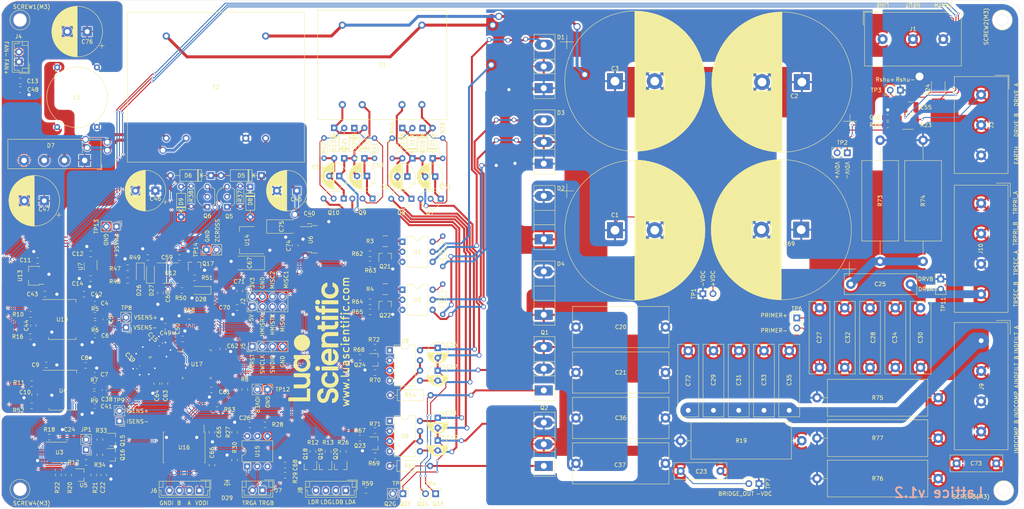
<source format=kicad_pcb>
(kicad_pcb (version 20200119) (host pcbnew "5.99.0-unknown-1f9723c~101~ubuntu18.04.1")
  (layers (0 "F.Cu" signal) (31 "B.Cu" signal) (34 "B.Paste" user) (35 "F.Paste" user) (36 "B.SilkS" user) (37 "F.SilkS" user) (38 "B.Mask" user) (39 "F.Mask" user) (44 "Edge.Cuts" user))
  (net 0 "")
  (net 1 "-VDC")
  (net 2 "+VDC")
  (net 3 "GND")
  (net 4 "+5V")
  (net 5 "GND1")
  (net 6 "Net-(C10-Pad1)")
  (net 7 "VEE")
  (net 8 "VCC")
  (net 9 "/GATE1_V+")
  (net 10 "/GATE1_V-")
  (net 11 "/GATE2_V+")
  (net 12 "Net-(C23-Pad2)")
  (net 13 "/GATE1_GND")
  (net 14 "Net-(C46-Pad2)")
  (net 15 "Net-(C51-Pad1)")
  (net 16 "Net-(C52-Pad2)")
  (net 17 "Net-(C53-Pad1)")
  (net 18 "Net-(C54-Pad2)")
  (net 19 "+15V")
  (net 20 "-15V")
  (net 21 "Net-(D1-Pad3)")
  (net 22 "LINE")
  (net 23 "Net-(D3-Pad3)")
  (net 24 "NEUT")
  (net 25 "/PHASE+")
  (net 26 "Net-(D7-Pad2)")
  (net 27 "Net-(D7-Pad3)")
  (net 28 "Net-(D8-Pad1)")
  (net 29 "Net-(D9-Pad2)")
  (net 30 "Net-(D10-Pad2)")
  (net 31 "Net-(D12-Pad2)")
  (net 32 "Net-(D18-Pad1)")
  (net 33 "Net-(D19-Pad2)")
  (net 34 "Net-(D20-Pad1)")
  (net 35 "Net-(D21-Pad2)")
  (net 36 "Net-(D26-Pad2)")
  (net 37 "Net-(D26-Pad1)")
  (net 38 "/ZERO_CROSSING")
  (net 39 "Net-(Q1-Pad1)")
  (net 40 "Net-(Q2-Pad1)")
  (net 41 "Net-(R1-Pad1)")
  (net 42 "Net-(R2-Pad1)")
  (net 43 "/THRISTOR0_DRV")
  (net 44 "/THRISTOR1_DRV")
  (net 45 "Net-(R18-Pad2)")
  (net 46 "Net-(R50-Pad2)")
  (net 47 "Net-(C22-Pad1)")
  (net 48 "Net-(C25-Pad2)")
  (net 49 "Net-(C25-Pad1)")
  (net 50 "Net-(JP1-Pad2)")
  (net 51 "Net-(JP1-Pad1)")
  (net 52 "/OVERCURRENT")
  (net 53 "Net-(Q16-Pad1)")
  (net 54 "Net-(R17-Pad2)")
  (net 55 "Net-(R14-Pad1)")
  (net 56 "Net-(R15-Pad1)")
  (net 57 "/GATE2_V-")
  (net 58 "Net-(C27-Pad1)")
  (net 59 "Net-(R20-Pad1)")
  (net 60 "Net-(D28-Pad1)")
  (net 61 "VDDA")
  (net 62 "Net-(C15-Pad2)")
  (net 63 "Net-(C39-Pad2)")
  (net 64 "/Mcu/NRST")
  (net 65 "VDD")
  (net 66 "Net-(C66-Pad2)")
  (net 67 "Net-(C66-Pad1)")
  (net 68 "/Mcu/SWDIO")
  (net 69 "/Mcu/SWCLK")
  (net 70 "Net-(J6-Pad3)")
  (net 71 "Net-(J6-Pad2)")
  (net 72 "Net-(D29-Pad2)")
  (net 73 "/LED_BLUE")
  (net 74 "/LED_RED")
  (net 75 "Vdrive")
  (net 76 "GND2")
  (net 77 "Net-(C73-Pad2)")
  (net 78 "Net-(J8-Pad4)")
  (net 79 "Net-(J8-Pad3)")
  (net 80 "Net-(J8-Pad2)")
  (net 81 "Net-(J8-Pad1)")
  (net 82 "Net-(Q18-Pad1)")
  (net 83 "Net-(Q19-Pad1)")
  (net 84 "Net-(Q20-Pad1)")
  (net 85 "Net-(Q21-Pad3)")
  (net 86 "Net-(Q21-Pad1)")
  (net 87 "Net-(Q22-Pad3)")
  (net 88 "Net-(Q22-Pad1)")
  (net 89 "Net-(Q23-Pad3)")
  (net 90 "Net-(Q23-Pad1)")
  (net 91 "Net-(Q24-Pad3)")
  (net 92 "Net-(Q24-Pad1)")
  (net 93 "Net-(R3-Pad1)")
  (net 94 "Net-(R4-Pad1)")
  (net 95 "/LED_GREEN")
  (net 96 "/TRIGOUT")
  (net 97 "/RS485_TX")
  (net 98 "/RS485_DE~RE")
  (net 99 "/RS485_RX")
  (net 100 "Net-(D29-Pad1)")
  (net 101 "Net-(R27-Pad2)")
  (net 102 "Net-(R58-Pad1)")
  (net 103 "Net-(C27-Pad2)")
  (net 104 "Net-(C29-Pad1)")
  (net 105 "/~HBRIDGE_LSIDE")
  (net 106 "/~HBRIDGE_HSIDE")
  (net 107 "/VSENS+")
  (net 108 "/VSENS-")
  (net 109 "/ISENS+")
  (net 110 "Net-(C43-Pad2)")
  (net 111 "/ISENS-")
  (net 112 "Net-(C44-Pad1)")
  (net 113 "/VDIV")
  (net 114 "/RSHUNT")
  (net 115 "Net-(R5-Pad2)")
  (net 116 "Net-(R6-Pad2)")
  (net 117 "Net-(R7-Pad2)")
  (net 118 "Net-(R9-Pad2)")
  (net 119 "/Mcu/MISC1")
  (net 120 "/Mcu/MISC0")
  (net 121 "/Mcu/MISC2")
  (net 122 "/Mcu/HMI_SELF_TX")
  (net 123 "/Mcu/HMI_SELF_RX")
  (module "Connector_PinHeader_2.54mm:PinHeader_1x02_P2.54mm_Vertical" (layer "F.Cu") (at 96.52 163.83 180)
    (fp_text reference "TP9" (at 0.078 5.207) (layer "F.SilkS"))
    (fp_text value "TestPoint_2Pole")
    (pad "2" thru_hole oval (at 0 2.54 180) (size 1.7 1.7) (drill 1) (layers *.Cu *.Mask) (net 109 "/ISENS+"))
    (pad "1" thru_hole rect (at 0 0 180) (size 1.7 1.7) (drill 1) (layers *.Cu *.Mask) (net 111 "/ISENS-"))
  )
  (module "Connector_PinHeader_2.54mm:PinHeader_1x02_P2.54mm_Vertical" (layer "F.Cu") (at 98.171 140.335 180)
    (fp_text reference "TP8" (at -0.127 4.953) (layer "F.SilkS"))
    (fp_text value "TestPoint_2Pole")
    (pad "2" thru_hole oval (at 0 2.54 180) (size 1.7 1.7) (drill 1) (layers *.Cu *.Mask) (net 107 "/VSENS+"))
    (pad "1" thru_hole rect (at 0 0 180) (size 1.7 1.7) (drill 1) (layers *.Cu *.Mask) (net 108 "/VSENS-"))
  )
  (module "Connector_PinHeader_2.54mm:PinHeader_2x04_P2.54mm_Vertical" (layer "F.Cu") (at 129.921 135.0645 90)
    (fp_text reference "J2" (at 1.27 -2.33 90) (layer "F.SilkS"))
    (fp_text value "L-KLS1-207-2-08-S")
    (pad "8" thru_hole oval (at 2.54 7.62 90) (size 1.7 1.7) (drill 1) (layers *.Cu *.Mask) (net 119 "/Mcu/MISC1"))
    (pad "7" thru_hole oval (at 0 7.62 90) (size 1.7 1.7) (drill 1) (layers *.Cu *.Mask) (net 120 "/Mcu/MISC0"))
    (pad "6" thru_hole oval (at 2.54 5.08 90) (size 1.7 1.7) (drill 1) (layers *.Cu *.Mask) (net 121 "/Mcu/MISC2"))
    (pad "5" thru_hole oval (at 0 5.08 90) (size 1.7 1.7) (drill 1) (layers *.Cu *.Mask) (net 122 "/Mcu/HMI_SELF_TX"))
    (pad "4" thru_hole oval (at 2.54 2.54 90) (size 1.7 1.7) (drill 1) (layers *.Cu *.Mask) (net 3 "GND"))
    (pad "3" thru_hole oval (at 0 2.54 90) (size 1.7 1.7) (drill 1) (layers *.Cu *.Mask) (net 123 "/Mcu/HMI_SELF_RX"))
    (pad "2" thru_hole oval (at 2.54 0 90) (size 1.7 1.7) (drill 1) (layers *.Cu *.Mask) (net 65 "VDD"))
    (pad "1" thru_hole rect (at 0 0 90) (size 1.7 1.7) (drill 1) (layers *.Cu *.Mask) (net 4 "+5V"))
  )
  (module "Capacitor_SMD:C_0805_2012Metric" (layer "F.Cu") (at 289.687 87.503 180)
    (fp_text reference "C56" (at 3.175 0) (layer "F.SilkS"))
    (fp_text value "680n")
    (pad "2" smd roundrect (at 0.9375 0 180) (size 0.975 1.4) (layers "F.Cu" "F.Paste" "F.Mask") (net 1 "-VDC"))
    (pad "1" smd roundrect (at -0.9375 0 180) (size 0.975 1.4) (layers "F.Cu" "F.Paste" "F.Mask") (net 113 "/VDIV"))
  )
  (module "Package_SO:SSO-8_6.7x9.8mm_P2.54mm_Clearance8mm" (layer "F.Cu") (at 82.108 138.303)
    (fp_text reference "U10" (at 0 0) (layer "F.SilkS"))
    (fp_text value "ACPL-7900")
    (pad "8" smd rect (at 4.76 -3.81) (size 1.52 1.78) (layers "F.Cu" "F.Paste" "F.Mask") (net 61 "VDDA"))
    (pad "7" smd rect (at 4.76 -1.27) (size 1.52 1.78) (layers "F.Cu" "F.Paste" "F.Mask") (net 115 "Net-(R5-Pad2)"))
    (pad "6" smd rect (at 4.76 1.27) (size 1.52 1.78) (layers "F.Cu" "F.Paste" "F.Mask") (net 116 "Net-(R6-Pad2)"))
    (pad "5" smd rect (at 4.76 3.81) (size 1.52 1.78) (layers "F.Cu" "F.Paste" "F.Mask") (net 3 "GND"))
    (pad "4" smd rect (at -4.76 3.81) (size 1.52 1.78) (layers "F.Cu" "F.Paste" "F.Mask") (net 5 "GND1"))
    (pad "3" smd rect (at -4.76 1.27) (size 1.52 1.78) (layers "F.Cu" "F.Paste" "F.Mask") (net 5 "GND1"))
    (pad "2" smd rect (at -4.76 -1.27) (size 1.52 1.75) (layers "F.Cu" "F.Paste" "F.Mask") (net 112 "Net-(C44-Pad1)"))
    (pad "1" smd rect (at -4.76 -3.81) (size 1.52 1.78) (layers "F.Cu" "F.Paste" "F.Mask") (net 110 "Net-(C43-Pad2)"))
  )
  (module "Package_SO:SOIC-8_3.9x4.9mm_P1.27mm" (layer "F.Cu") (at 81.423 171.704)
    (fp_text reference "U3" (at 0 0) (layer "F.SilkS"))
    (fp_text value "MCP6022")
    (pad "8" smd roundrect (at 2.475 -1.905) (size 1.95 0.6) (layers "F.Cu" "F.Paste" "F.Mask") (net 61 "VDDA"))
    (pad "7" smd roundrect (at 2.475 -0.635) (size 1.95 0.6) (layers "F.Cu" "F.Paste" "F.Mask") (net 45 "Net-(R18-Pad2)"))
    (pad "6" smd roundrect (at 2.475 0.635) (size 1.95 0.6) (layers "F.Cu" "F.Paste" "F.Mask") (net 118 "Net-(R9-Pad2)"))
    (pad "5" smd roundrect (at 2.475 1.905) (size 1.95 0.6) (layers "F.Cu" "F.Paste" "F.Mask") (net 47 "Net-(C22-Pad1)"))
    (pad "4" smd roundrect (at -2.475 1.905) (size 1.95 0.6) (layers "F.Cu" "F.Paste" "F.Mask") (net 3 "GND"))
    (pad "3" smd roundrect (at -2.475 0.635) (size 1.95 0.6) (layers "F.Cu" "F.Paste" "F.Mask") (net 47 "Net-(C22-Pad1)"))
    (pad "2" smd roundrect (at -2.475 -0.635) (size 1.95 0.6) (layers "F.Cu" "F.Paste" "F.Mask") (net 117 "Net-(R7-Pad2)"))
    (pad "1" smd roundrect (at -2.475 -1.905) (size 1.95 0.6) (layers "F.Cu" "F.Paste" "F.Mask") (net 54 "Net-(R17-Pad2)"))
  )
  (module "Resistor_SMD:R_0805_2012Metric" (layer "F.Cu") (at 289.687 89.408 180)
    (fp_text reference "R25" (at 3.175 0) (layer "F.SilkS"))
    (fp_text value "324R %1")
    (pad "2" smd roundrect (at 0.9375 0 180) (size 0.975 1.4) (layers "F.Cu" "F.Paste" "F.Mask") (net 1 "-VDC"))
    (pad "1" smd roundrect (at -0.9375 0 180) (size 0.975 1.4) (layers "F.Cu" "F.Paste" "F.Mask") (net 113 "/VDIV"))
  )
  (module "Resistor_SMD:R_1812_4532Metric" (layer "F.Cu") (at 294.775125 88.773 180)
    (fp_text reference "R23" (at -4.52375 -0.635) (layer "F.SilkS"))
    (fp_text value "2.2M 0.5W %1")
    (pad "2" smd roundrect (at 2.1375 0 180) (size 1.125 3.4) (layers "F.Cu" "F.Paste" "F.Mask") (roundrect_rratio 0.2222204444444444) (net 113 "/VDIV"))
    (pad "1" smd roundrect (at -2.1375 0 180) (size 1.125 3.4) (layers "F.Cu" "F.Paste" "F.Mask") (roundrect_rratio 0.2222204444444444) (net 49 "Net-(C25-Pad1)"))
  )
  (module "Capacitor_SMD:C_0805_2012Metric" (layer "F.Cu") (at 140.692 119.671 -90)
    (fp_text reference "C74" (at 0.09 1.627 90) (layer "F.SilkS"))
    (fp_text value "100n")
    (pad "2" smd roundrect (at 0.9375 0 270) (size 0.975 1.4) (layers "F.Cu" "F.Paste" "F.Mask") (net 4 "+5V"))
    (pad "1" smd roundrect (at -0.9375 0 270) (size 0.975 1.4) (layers "F.Cu" "F.Paste" "F.Mask") (net 3 "GND"))
  )
  (module "Capacitor_SMD:C_1210_3225Metric" (layer "F.Cu") (at 295.410125 84.963 180)
    (fp_text reference "C55" (at -3.88875 0) (layer "F.SilkS"))
    (fp_text value "100p")
    (pad "2" smd roundrect (at 1.4 0 180) (size 1.25 2.65) (layers "F.Cu" "F.Paste" "F.Mask") (roundrect_rratio 0.2) (net 113 "/VDIV"))
    (pad "1" smd roundrect (at -1.4 0 180) (size 1.25 2.65) (layers "F.Cu" "F.Paste" "F.Mask") (roundrect_rratio 0.2) (net 49 "Net-(C25-Pad1)"))
  )
  (module "Capacitor_SMD:C_0805_2012Metric" (layer "F.Cu") (at 74.869 139.827 -90)
    (fp_text reference "C44" (at 0 1.778 -90) (layer "F.SilkS"))
    (fp_text value "470p %5")
    (pad "2" smd roundrect (at 0.9375 0 270) (size 0.975 1.4) (layers "F.Cu" "F.Paste" "F.Mask") (net 5 "GND1"))
    (pad "1" smd roundrect (at -0.9375 0 270) (size 0.975 1.4) (layers "F.Cu" "F.Paste" "F.Mask") (net 112 "Net-(C44-Pad1)"))
  )
  (module "Capacitor_SMD:C_0805_2012Metric" (layer "F.Cu") (at 77.79 131.953 180)
    (fp_text reference "C43" (at 3.175 0) (layer "F.SilkS"))
    (fp_text value "100n")
    (pad "2" smd roundrect (at 0.9375 0 180) (size 0.975 1.4) (layers "F.Cu" "F.Paste" "F.Mask") (net 110 "Net-(C43-Pad2)"))
    (pad "1" smd roundrect (at -0.9375 0 180) (size 0.975 1.4) (layers "F.Cu" "F.Paste" "F.Mask") (net 5 "GND1"))
  )
  (module "Capacitor_SMD:C_0805_2012Metric" (layer "F.Cu") (at 87.569 131.953 180)
    (fp_text reference "C42" (at -3.175 0) (layer "F.SilkS"))
    (fp_text value "100n")
    (pad "2" smd roundrect (at 0.9375 0 180) (size 0.975 1.4) (layers "F.Cu" "F.Paste" "F.Mask") (net 61 "VDDA"))
    (pad "1" smd roundrect (at -0.9375 0 180) (size 0.975 1.4) (layers "F.Cu" "F.Paste" "F.Mask") (net 3 "GND"))
  )
  (module "Capacitor_SMD:C_0603_1608Metric" (layer "F.Cu") (at 90.2715 160.147 180)
    (fp_text reference "C41" (at -2.9465 0) (layer "F.SilkS"))
    (fp_text value "33n %5")
    (pad "2" smd roundrect (at 0.7875 0 180) (size 0.875 0.95) (layers "F.Cu" "F.Paste" "F.Mask") (net 3 "GND"))
    (pad "1" smd roundrect (at -0.7875 0 180) (size 0.875 0.95) (layers "F.Cu" "F.Paste" "F.Mask") (net 111 "/ISENS-"))
  )
  (module "Capacitor_SMD:C_0603_1608Metric" (layer "F.Cu") (at 92.71 156.083 -90)
    (fp_text reference "C38" (at 2.286 -0.635 180) (layer "F.SilkS"))
    (fp_text value "33n %5")
    (pad "2" smd roundrect (at 0.7875 0 270) (size 0.875 0.95) (layers "F.Cu" "F.Paste" "F.Mask") (net 111 "/ISENS-"))
    (pad "1" smd roundrect (at -0.7875 0 270) (size 0.875 0.95) (layers "F.Cu" "F.Paste" "F.Mask") (net 109 "/ISENS+"))
  )
  (module "Capacitor_SMD:C_0603_1608Metric" (layer "F.Cu") (at 90.297 152.146)
    (fp_text reference "C7" (at 2.413 0) (layer "F.SilkS"))
    (fp_text value "33n %5")
    (pad "2" smd roundrect (at 0.7875 0) (size 0.875 0.95) (layers "F.Cu" "F.Paste" "F.Mask") (net 109 "/ISENS+"))
    (pad "1" smd roundrect (at -0.7875 0) (size 0.875 0.95) (layers "F.Cu" "F.Paste" "F.Mask") (net 3 "GND"))
  )
  (module "Capacitor_SMD:C_0603_1608Metric" (layer "F.Cu") (at 90.363 142.367 180)
    (fp_text reference "C6" (at -2.54 0) (layer "F.SilkS"))
    (fp_text value "33n %5")
    (pad "2" smd roundrect (at 0.7875 0 180) (size 0.875 0.95) (layers "F.Cu" "F.Paste" "F.Mask") (net 3 "GND"))
    (pad "1" smd roundrect (at -0.7875 0 180) (size 0.875 0.95) (layers "F.Cu" "F.Paste" "F.Mask") (net 108 "/VSENS-"))
  )
  (module "Capacitor_SMD:C_0603_1608Metric" (layer "F.Cu") (at 92.903 138.303 -90)
    (fp_text reference "C5" (at 0 -1.524 90) (layer "F.SilkS"))
    (fp_text value "33n %5")
    (pad "2" smd roundrect (at 0.7875 0 270) (size 0.875 0.95) (layers "F.Cu" "F.Paste" "F.Mask") (net 108 "/VSENS-"))
    (pad "1" smd roundrect (at -0.7875 0 270) (size 0.875 0.95) (layers "F.Cu" "F.Paste" "F.Mask") (net 107 "/VSENS+"))
  )
  (module "Capacitor_SMD:C_0603_1608Metric" (layer "F.Cu") (at 90.363 134.239)
    (fp_text reference "C4" (at 2.413 0) (layer "F.SilkS"))
    (fp_text value "33n %5")
    (pad "2" smd roundrect (at 0.7875 0) (size 0.875 0.95) (layers "F.Cu" "F.Paste" "F.Mask") (net 107 "/VSENS+"))
    (pad "1" smd roundrect (at -0.7875 0) (size 0.875 0.95) (layers "F.Cu" "F.Paste" "F.Mask") (net 3 "GND"))
  )
  (module "oe_connector:DG25C-B-03P-13-00AH" (layer "F.Cu") (at 296.037 67.818)
    (fp_text reference "J1" (at 0 -2.54 unlocked) (layer "F.SilkS"))
    (fp_text value "MAINS_IN")
    (pad "3" thru_hole circle (at 7.62 0) (size 2.5 2.5) (drill 1.2) (layers *.Cu *.Mask) (net 1 "-VDC"))
    (pad "2" thru_hole circle (at 0 0) (size 2.5 2.5) (drill 1.2) (layers *.Cu *.Mask) (net 24 "NEUT"))
    (pad "1" thru_hole circle (at -7.62 0) (size 2.5 2.5) (drill 1.2) (layers *.Cu *.Mask) (net 22 "LINE"))
  )
  (module "Package_TO_SOT_SMD:SOT-23" (layer "F.Cu") (at 160.782 169.418)
    (fp_text reference "Q23" (at -3.81 0.635) (layer "F.SilkS"))
    (fp_text value "BC817")
    (pad "3" smd rect (at 1 0) (size 0.9 0.8) (layers "F.Cu" "F.Paste" "F.Mask") (net 89 "Net-(Q23-Pad3)"))
    (pad "2" smd rect (at -1 0.95) (size 0.9 0.8) (layers "F.Cu" "F.Paste" "F.Mask") (net 3 "GND"))
    (pad "1" smd rect (at -1 -0.95) (size 0.9 0.8) (layers "F.Cu" "F.Paste" "F.Mask") (net 90 "Net-(Q23-Pad1)"))
  )
  (module "Package_DIP:DIP-8_W7.62mm" (layer "F.Cu") (at 164.465 163.83)
    (fp_text reference "U9" (at 3.81 3.81) (layer "F.SilkS"))
    (fp_text value "HCPL-3120")
    (pad "8" thru_hole oval (at 7.62 0) (size 1.6 1.6) (drill 0.8) (layers *.Cu *.Mask) (net 11 "/GATE2_V+"))
    (pad "4" thru_hole oval (at 0 7.62) (size 1.6 1.6) (drill 0.8) (layers *.Cu *.Mask))
    (pad "7" thru_hole oval (at 7.62 2.54) (size 1.6 1.6) (drill 0.8) (layers *.Cu *.Mask) (net 56 "Net-(R15-Pad1)"))
    (pad "3" thru_hole oval (at 0 5.08) (size 1.6 1.6) (drill 0.8) (layers *.Cu *.Mask) (net 3 "GND"))
    (pad "6" thru_hole oval (at 7.62 5.08) (size 1.6 1.6) (drill 0.8) (layers *.Cu *.Mask) (net 56 "Net-(R15-Pad1)"))
    (pad "2" thru_hole oval (at 0 2.54) (size 1.6 1.6) (drill 0.8) (layers *.Cu *.Mask) (net 89 "Net-(Q23-Pad3)"))
    (pad "5" thru_hole oval (at 7.62 7.62) (size 1.6 1.6) (drill 0.8) (layers *.Cu *.Mask) (net 57 "/GATE2_V-"))
    (pad "1" thru_hole rect (at 0 0) (size 1.6 1.6) (drill 0.8) (layers *.Cu *.Mask))
  )
  (module "Connector_PinHeader_2.54mm:PinHeader_1x02_P2.54mm_Vertical" (layer "F.Cu") (at 95.758 114.935 -90)
    (fp_text reference "TP13" (at 0 5.08 90) (layer "F.SilkS"))
    (fp_text value "TestPoint_2Pole")
    (pad "2" thru_hole oval (at 0 2.54 270) (size 1.7 1.7) (drill 1) (layers *.Cu *.Mask) (net 3 "GND"))
    (pad "1" thru_hole rect (at 0 0 270) (size 1.7 1.7) (drill 1) (layers *.Cu *.Mask) (net 25 "/PHASE+"))
  )
  (module "Resistor_THT:R_Axial_Power_L25.0mm_W9.0mm_P30.48mm" (layer "F.Cu") (at 302.387 178.308 180)
    (fp_text reference "R76" (at 15.24 0) (layer "F.SilkS"))
    (fp_text value "6.8k 7W")
    (pad "2" thru_hole oval (at 30.48 0 180) (size 2.4 2.4) (drill 1.2) (layers *.Cu *.Mask) (net 1 "-VDC"))
    (pad "1" thru_hole circle (at 0 0 180) (size 2.4 2.4) (drill 1.2) (layers *.Cu *.Mask) (net 77 "Net-(C73-Pad2)"))
  )
  (module "oe_logos:lua_30_3x12_7mm" (layer "F.Cu") (at 145.288 144.145 90)
    (fp_text reference "G***" hide)
    (fp_text value "LOGO" hide)
  )
  (module "Capacitor_THT:C_Rect_L24.0mm_W10.1mm_P22.50mm_MKT" (layer "F.Cu") (at 233.807 174.498 180)
    (fp_text reference "C37" (at 11.43 -0.381) (layer "F.SilkS"))
    (fp_text value "820n 400VDC")
    (pad "2" thru_hole circle (at 22.5 0 180) (size 2.4 2.4) (drill 1.2) (layers *.Cu *.Mask) (net 2 "+VDC"))
    (pad "1" thru_hole circle (at 0 0 180) (size 2.4 2.4) (drill 1.2) (layers *.Cu *.Mask) (net 1 "-VDC"))
  )
  (module "oe_crystal:Crystal_5x3.2mm_4leads" (layer "F.Cu") (at 104.394 147.7645 45)
    (fp_text reference "Y1" (at -0.134704 -0.044901 45) (layer "F.SilkS") (effects (font (size 0.5 0.5) (thickness 0.1))))
    (fp_text value "8MHz")
    (pad "3" smd rect (at 2.1 -1.2 45) (size 1.6 1.4) (layers "F.Cu" "F.Paste" "F.Mask") (net 62 "Net-(C15-Pad2)"))
    (pad "2" smd rect (at 2.1 1.2 45) (size 1.6 1.4) (layers "F.Cu" "F.Paste" "F.Mask") (net 3 "GND"))
    (pad "1" smd rect (at -2.1 1.2 45) (size 1.6 1.4) (layers "F.Cu" "F.Paste" "F.Mask") (net 63 "Net-(C39-Pad2)"))
    (pad "4" smd rect (at -2.1 -1.2 45) (size 1.524 1.524) (layers "F.Cu" "F.Paste" "F.Mask") (net 3 "GND"))
  )
  (module "oe_diode:DO214AC_SMA" (layer "F.Cu") (at 123.571 179.3875 -90)
    (fp_text reference "D29" (at 3.81 0 unlocked) (layer "F.SilkS"))
    (fp_text value "SMAJ6R0CA-HT")
    (pad "2" smd rect (at 1.9325 0 270) (size 2 2.25) (layers "F.Cu" "F.Paste" "F.Mask") (net 72 "Net-(D29-Pad2)"))
    (pad "1" smd rect (at -1.9325 0 270) (size 2 2.25) (layers "F.Cu" "F.Paste" "F.Mask") (net 100 "Net-(D29-Pad1)"))
  )
  (module "oe_inductor:EPCOS_B82721A" (layer "F.Cu") (at 85.852 82.423)
    (fp_text reference "L1" (at 0 0 unlocked) (layer "F.SilkS"))
    (fp_text value "EMIFilter_LL_2314")
    (pad "1" thru_hole circle (at -5 7.5) (size 1.524 1.524) (drill 0.762) (layers *.Cu *.Mask) (net 75 "Vdrive"))
    (pad "4" thru_hole circle (at 5 7.5) (size 1.524 1.524) (drill 0.762) (layers *.Cu *.Mask) (net 5 "GND1"))
    (pad "3" thru_hole circle (at 5 -7.5) (size 1.524 1.524) (drill 0.762) (layers *.Cu *.Mask) (net 76 "GND2"))
    (pad "2" thru_hole circle (at -5 -7.5) (size 1.524 1.524) (drill 0.762) (layers *.Cu *.Mask) (net 7 "VEE"))
  )
  (module "oe_transformer:ASL151212" (layer "F.Cu") (at 120.777 79.883)
    (fp_text reference "T2" (at 0 0 unlocked) (layer "F.SilkS"))
    (fp_text value "Transformer_1P_2S")
    (pad "6" thru_hole circle (at -12.5 12.85) (size 1.8 1.8) (drill 1) (layers *.Cu *.Mask) (net 27 "Net-(D7-Pad3)"))
    (pad "5" thru_hole circle (at -7.5 12.85) (size 1.8 1.8) (drill 1) (layers *.Cu *.Mask) (net 26 "Net-(D7-Pad2)"))
    (pad "4" thru_hole circle (at 7.5 12.85) (size 1.8 1.8) (drill 1) (layers *.Cu *.Mask) (net 3 "GND"))
    (pad "3" thru_hole circle (at 12.5 12.85) (size 1.8 1.8) (drill 1) (layers *.Cu *.Mask) (net 25 "/PHASE+"))
    (pad "2" thru_hole circle (at 12.5 -12.85) (size 1.8 1.8) (drill 1) (layers *.Cu *.Mask) (net 24 "NEUT"))
    (pad "1" thru_hole circle (at -12.5 -12.85) (size 1.8 1.8) (drill 1) (layers *.Cu *.Mask) (net 22 "LINE"))
  )
  (module "Capacitor_SMD:C_0805_2012Metric" (layer "F.Cu") (at 138.176 174.9425)
    (fp_text reference "C68" (at 2.54 0 90) (layer "F.SilkS"))
    (fp_text value "100n")
    (pad "2" smd roundrect (at 0.9375 0) (size 0.975 1.4) (layers "F.Cu" "F.Paste" "F.Mask") (net 4 "+5V"))
    (pad "1" smd roundrect (at -0.9375 0) (size 0.975 1.4) (layers "F.Cu" "F.Paste" "F.Mask") (net 3 "GND"))
  )
  (module "Capacitor_SMD:C_0805_2012Metric" (layer "F.Cu") (at 71.5795 80.518 180)
    (fp_text reference "C48" (at -3.175 0) (layer "F.SilkS"))
    (fp_text value "100n")
    (pad "2" smd roundrect (at 0.9375 0 180) (size 0.975 1.4) (layers "F.Cu" "F.Paste" "F.Mask") (net 75 "Vdrive"))
    (pad "1" smd roundrect (at -0.9375 0 180) (size 0.975 1.4) (layers "F.Cu" "F.Paste" "F.Mask") (net 76 "GND2"))
  )
  (module "Package_QFP:LQFP-48_7x7mm_P0.5mm" (layer "F.Cu") (at 115.951 149.5425)
    (fp_text reference "U17" (at 0 0) (layer "F.SilkS"))
    (fp_text value "STM32F334C8Tx")
    (pad "48" smd roundrect (at -2.75 -4.1625) (size 0.3 1.475) (layers "F.Cu" "F.Paste" "F.Mask") (net 65 "VDD"))
    (pad "47" smd roundrect (at -2.25 -4.1625) (size 0.3 1.475) (layers "F.Cu" "F.Paste" "F.Mask") (net 3 "GND"))
    (pad "46" smd roundrect (at -1.75 -4.1625) (size 0.3 1.475) (layers "F.Cu" "F.Paste" "F.Mask") (net 44 "/THRISTOR1_DRV"))
    (pad "45" smd roundrect (at -1.25 -4.1625) (size 0.3 1.475) (layers "F.Cu" "F.Paste" "F.Mask") (net 43 "/THRISTOR0_DRV"))
    (pad "44" smd roundrect (at -0.75 -4.1625) (size 0.3 1.475) (layers "F.Cu" "F.Paste" "F.Mask") (net 102 "Net-(R58-Pad1)"))
    (pad "43" smd roundrect (at -0.25 -4.1625) (size 0.3 1.475) (layers "F.Cu" "F.Paste" "F.Mask") (net 123 "/Mcu/HMI_SELF_RX"))
    (pad "42" smd roundrect (at 0.25 -4.1625) (size 0.3 1.475) (layers "F.Cu" "F.Paste" "F.Mask") (net 122 "/Mcu/HMI_SELF_TX"))
    (pad "41" smd roundrect (at 0.75 -4.1625) (size 0.3 1.475) (layers "F.Cu" "F.Paste" "F.Mask") (net 120 "/Mcu/MISC0"))
    (pad "40" smd roundrect (at 1.25 -4.1625) (size 0.3 1.475) (layers "F.Cu" "F.Paste" "F.Mask"))
    (pad "39" smd roundrect (at 1.75 -4.1625) (size 0.3 1.475) (layers "F.Cu" "F.Paste" "F.Mask"))
    (pad "38" smd roundrect (at 2.25 -4.1625) (size 0.3 1.475) (layers "F.Cu" "F.Paste" "F.Mask"))
    (pad "37" smd roundrect (at 2.75 -4.1625) (size 0.3 1.475) (layers "F.Cu" "F.Paste" "F.Mask") (net 69 "/Mcu/SWCLK"))
    (pad "36" smd roundrect (at 4.1625 -2.75) (size 1.475 0.3) (layers "F.Cu" "F.Paste" "F.Mask") (net 65 "VDD"))
    (pad "35" smd roundrect (at 4.1625 -2.25) (size 1.475 0.3) (layers "F.Cu" "F.Paste" "F.Mask") (net 3 "GND"))
    (pad "34" smd roundrect (at 4.1625 -1.75) (size 1.475 0.3) (layers "F.Cu" "F.Paste" "F.Mask") (net 68 "/Mcu/SWDIO"))
    (pad "33" smd roundrect (at 4.1625 -1.25) (size 1.475 0.3) (layers "F.Cu" "F.Paste" "F.Mask") (net 52 "/OVERCURRENT"))
    (pad "32" smd roundrect (at 4.1625 -0.75) (size 1.475 0.3) (layers "F.Cu" "F.Paste" "F.Mask"))
    (pad "31" smd roundrect (at 4.1625 -0.25) (size 1.475 0.3) (layers "F.Cu" "F.Paste" "F.Mask"))
    (pad "30" smd roundrect (at 4.1625 0.25) (size 1.475 0.3) (layers "F.Cu" "F.Paste" "F.Mask") (net 105 "/~HBRIDGE_LSIDE"))
    (pad "29" smd roundrect (at 4.1625 0.75) (size 1.475 0.3) (layers "F.Cu" "F.Paste" "F.Mask") (net 106 "/~HBRIDGE_HSIDE"))
    (pad "28" smd roundrect (at 4.1625 1.25) (size 1.475 0.3) (layers "F.Cu" "F.Paste" "F.Mask"))
    (pad "27" smd roundrect (at 4.1625 1.75) (size 1.475 0.3) (layers "F.Cu" "F.Paste" "F.Mask") (net 119 "/Mcu/MISC1"))
    (pad "26" smd roundrect (at 4.1625 2.25) (size 1.475 0.3) (layers "F.Cu" "F.Paste" "F.Mask") (net 121 "/Mcu/MISC2"))
    (pad "25" smd roundrect (at 4.1625 2.75) (size 1.475 0.3) (layers "F.Cu" "F.Paste" "F.Mask") (net 73 "/LED_BLUE"))
    (pad "24" smd roundrect (at 2.75 4.1625) (size 0.3 1.475) (layers "F.Cu" "F.Paste" "F.Mask") (net 65 "VDD"))
    (pad "23" smd roundrect (at 2.25 4.1625) (size 0.3 1.475) (layers "F.Cu" "F.Paste" "F.Mask") (net 3 "GND"))
    (pad "22" smd roundrect (at 1.75 4.1625) (size 0.3 1.475) (layers "F.Cu" "F.Paste" "F.Mask") (net 99 "/RS485_RX"))
    (pad "21" smd roundrect (at 1.25 4.1625) (size 0.3 1.475) (layers "F.Cu" "F.Paste" "F.Mask") (net 97 "/RS485_TX"))
    (pad "20" smd roundrect (at 0.75 4.1625) (size 0.3 1.475) (layers "F.Cu" "F.Paste" "F.Mask") (net 98 "/RS485_DE~RE"))
    (pad "19" smd roundrect (at 0.25 4.1625) (size 0.3 1.475) (layers "F.Cu" "F.Paste" "F.Mask") (net 38 "/ZERO_CROSSING"))
    (pad "18" smd roundrect (at -0.25 4.1625) (size 0.3 1.475) (layers "F.Cu" "F.Paste" "F.Mask") (net 38 "/ZERO_CROSSING"))
    (pad "17" smd roundrect (at -0.75 4.1625) (size 0.3 1.475) (layers "F.Cu" "F.Paste" "F.Mask") (net 95 "/LED_GREEN"))
    (pad "16" smd roundrect (at -1.25 4.1625) (size 0.3 1.475) (layers "F.Cu" "F.Paste" "F.Mask") (net 74 "/LED_RED"))
    (pad "15" smd roundrect (at -1.75 4.1625) (size 0.3 1.475) (layers "F.Cu" "F.Paste" "F.Mask") (net 96 "/TRIGOUT"))
    (pad "14" smd roundrect (at -2.25 4.1625) (size 0.3 1.475) (layers "F.Cu" "F.Paste" "F.Mask") (net 96 "/TRIGOUT"))
    (pad "13" smd roundrect (at -2.75 4.1625) (size 0.3 1.475) (layers "F.Cu" "F.Paste" "F.Mask") (net 108 "/VSENS-"))
    (pad "12" smd roundrect (at -4.1625 2.75) (size 1.475 0.3) (layers "F.Cu" "F.Paste" "F.Mask") (net 107 "/VSENS+"))
    (pad "11" smd roundrect (at -4.1625 2.25) (size 1.475 0.3) (layers "F.Cu" "F.Paste" "F.Mask") (net 111 "/ISENS-"))
    (pad "10" smd roundrect (at -4.1625 1.75) (size 1.475 0.3) (layers "F.Cu" "F.Paste" "F.Mask") (net 109 "/ISENS+"))
    (pad "9" smd roundrect (at -4.1625 1.25) (size 1.475 0.3) (layers "F.Cu" "F.Paste" "F.Mask") (net 61 "VDDA"))
    (pad "8" smd roundrect (at -4.1625 0.75) (size 1.475 0.3) (layers "F.Cu" "F.Paste" "F.Mask") (net 3 "GND"))
    (pad "7" smd roundrect (at -4.1625 0.25) (size 1.475 0.3) (layers "F.Cu" "F.Paste" "F.Mask") (net 64 "/Mcu/NRST"))
    (pad "6" smd roundrect (at -4.1625 -0.25) (size 1.475 0.3) (layers "F.Cu" "F.Paste" "F.Mask") (net 63 "Net-(C39-Pad2)"))
    (pad "5" smd roundrect (at -4.1625 -0.75) (size 1.475 0.3) (layers "F.Cu" "F.Paste" "F.Mask") (net 62 "Net-(C15-Pad2)"))
    (pad "4" smd roundrect (at -4.1625 -1.25) (size 1.475 0.3) (layers "F.Cu" "F.Paste" "F.Mask"))
    (pad "3" smd roundrect (at -4.1625 -1.75) (size 1.475 0.3) (layers "F.Cu" "F.Paste" "F.Mask"))
    (pad "2" smd roundrect (at -4.1625 -2.25) (size 1.475 0.3) (layers "F.Cu" "F.Paste" "F.Mask"))
    (pad "1" smd roundrect (at -4.1625 -2.75) (size 1.475 0.3) (layers "F.Cu" "F.Paste" "F.Mask") (net 65 "VDD"))
  )
  (module "Package_SO:SOIC-16W_7.5x10.3mm_P1.27mm" (layer "F.Cu") (at 112.776 170.46751 -90)
    (fp_text reference "U16" (at 0 0 180) (layer "F.SilkS"))
    (fp_text value "ADM2483xRW")
    (pad "16" smd roundrect (at 4.65 -4.445 270) (size 2.05 0.6) (layers "F.Cu" "F.Paste" "F.Mask") (net 66 "Net-(C66-Pad2)"))
    (pad "15" smd roundrect (at 4.65 -3.175 270) (size 2.05 0.6) (layers "F.Cu" "F.Paste" "F.Mask") (net 67 "Net-(C66-Pad1)"))
    (pad "14" smd roundrect (at 4.65 -1.905 270) (size 2.05 0.6) (layers "F.Cu" "F.Paste" "F.Mask"))
    (pad "13" smd roundrect (at 4.65 -0.635 270) (size 2.05 0.6) (layers "F.Cu" "F.Paste" "F.Mask") (net 70 "Net-(J6-Pad3)"))
    (pad "12" smd roundrect (at 4.65 0.635 270) (size 2.05 0.6) (layers "F.Cu" "F.Paste" "F.Mask") (net 71 "Net-(J6-Pad2)"))
    (pad "11" smd roundrect (at 4.65 1.905 270) (size 2.05 0.6) (layers "F.Cu" "F.Paste" "F.Mask"))
    (pad "10" smd roundrect (at 4.65 3.175 270) (size 2.05 0.6) (layers "F.Cu" "F.Paste" "F.Mask"))
    (pad "9" smd roundrect (at 4.65 4.445 270) (size 2.05 0.6) (layers "F.Cu" "F.Paste" "F.Mask") (net 67 "Net-(C66-Pad1)"))
    (pad "8" smd roundrect (at -4.65 4.445 270) (size 2.05 0.6) (layers "F.Cu" "F.Paste" "F.Mask") (net 3 "GND"))
    (pad "7" smd roundrect (at -4.65 3.175 270) (size 2.05 0.6) (layers "F.Cu" "F.Paste" "F.Mask"))
    (pad "6" smd roundrect (at -4.65 1.905 270) (size 2.05 0.6) (layers "F.Cu" "F.Paste" "F.Mask") (net 97 "/RS485_TX"))
    (pad "5" smd roundrect (at -4.65 0.635 270) (size 2.05 0.6) (layers "F.Cu" "F.Paste" "F.Mask") (net 98 "/RS485_DE~RE"))
    (pad "4" smd roundrect (at -4.65 -0.635 270) (size 2.05 0.6) (layers "F.Cu" "F.Paste" "F.Mask") (net 98 "/RS485_DE~RE"))
    (pad "3" smd roundrect (at -4.65 -1.905 270) (size 2.05 0.6) (layers "F.Cu" "F.Paste" "F.Mask") (net 99 "/RS485_RX"))
    (pad "2" smd roundrect (at -4.65 -3.175 270) (size 2.05 0.6) (layers "F.Cu" "F.Paste" "F.Mask") (net 3 "GND"))
    (pad "1" smd roundrect (at -4.65 -4.445 270) (size 2.05 0.6) (layers "F.Cu" "F.Paste" "F.Mask") (net 65 "VDD"))
  )
  (module "Package_DIP:DIP-6_W7.62mm" (layer "F.Cu") (at 128.651 175.26 90)
    (fp_text reference "U15" (at 3.78 2.54 90) (layer "F.SilkS"))
    (fp_text value "4N25")
    (pad "6" thru_hole oval (at 7.62 0 90) (size 1.6 1.6) (drill 0.8) (layers *.Cu *.Mask) (net 101 "Net-(R27-Pad2)"))
    (pad "3" thru_hole oval (at 0 5.08 90) (size 1.6 1.6) (drill 0.8) (layers *.Cu *.Mask))
    (pad "5" thru_hole oval (at 7.62 2.54 90) (size 1.6 1.6) (drill 0.8) (layers *.Cu *.Mask) (net 96 "/TRIGOUT"))
    (pad "2" thru_hole oval (at 0 2.54 90) (size 1.6 1.6) (drill 0.8) (layers *.Cu *.Mask) (net 72 "Net-(D29-Pad2)"))
    (pad "4" thru_hole oval (at 7.62 5.08 90) (size 1.6 1.6) (drill 0.8) (layers *.Cu *.Mask) (net 3 "GND"))
    (pad "1" thru_hole rect (at 0 0 90) (size 1.6 1.6) (drill 0.8) (layers *.Cu *.Mask) (net 100 "Net-(D29-Pad1)"))
  )
  (module "Package_TO_SOT_SMD:TO-252-2" (layer "F.Cu") (at 147.252 118.146)
    (fp_text reference "U6" (at -2.667 0.117 90) (layer "F.SilkS"))
    (fp_text value "L7805")
    (pad "2" smd rect (at 2.1 0) (size 6.4 5.8) (layers "F.Cu" "F.Mask") (net 3 "GND"))
    (pad "3" smd rect (at -4.2 2.28) (size 2.2 1.2) (layers "F.Cu" "F.Paste" "F.Mask") (net 4 "+5V"))
    (pad "1" smd rect (at -4.2 -2.28) (size 2.2 1.2) (layers "F.Cu" "F.Paste" "F.Mask") (net 8 "VCC"))
  )
  (module "Connector_PinHeader_2.54mm:PinHeader_1x02_P2.54mm_Vertical" (layer "F.Cu") (at 118.364 120.777 90)
    (fp_text reference "TP14" (at 0 -2.667 270) (layer "F.SilkS"))
    (fp_text value "TestPoint_2Pole")
    (pad "2" thru_hole oval (at 0 2.54 90) (size 1.7 1.7) (drill 1) (layers *.Cu *.Mask) (net 38 "/ZERO_CROSSING"))
    (pad "1" thru_hole rect (at 0 0 90) (size 1.7 1.7) (drill 1) (layers *.Cu *.Mask) (net 3 "GND"))
  )
  (module "Resistor_THT:R_Axial_Power_L25.0mm_W9.0mm_P30.48mm" (layer "F.Cu") (at 302.387 168.148 180)
    (fp_text reference "R77" (at 15.24 0) (layer "F.SilkS"))
    (fp_text value "6.8k 7W")
    (pad "2" thru_hole oval (at 30.48 0 180) (size 2.4 2.4) (drill 1.2) (layers *.Cu *.Mask) (net 1 "-VDC"))
    (pad "1" thru_hole circle (at 0 0 180) (size 2.4 2.4) (drill 1.2) (layers *.Cu *.Mask) (net 77 "Net-(C73-Pad2)"))
  )
  (module "Resistor_THT:R_Axial_Power_L25.0mm_W9.0mm_P30.48mm" (layer "F.Cu") (at 302.387 157.988 180)
    (fp_text reference "R75" (at 15.24 0) (layer "F.SilkS"))
    (fp_text value "6.8k 7W")
    (pad "2" thru_hole oval (at 30.48 0 180) (size 2.4 2.4) (drill 1.2) (layers *.Cu *.Mask) (net 1 "-VDC"))
    (pad "1" thru_hole circle (at 0 0 180) (size 2.4 2.4) (drill 1.2) (layers *.Cu *.Mask) (net 77 "Net-(C73-Pad2)"))
  )
  (module "Resistor_THT:R_Axial_DIN0922_L20.0mm_D9.0mm_P30.48mm_Horizontal" (layer "F.Cu") (at 298.577 123.698 90)
    (fp_text reference "R74" (at 15.24 0 90) (layer "F.SilkS"))
    (fp_text value "22k 7W")
    (pad "2" thru_hole oval (at 30.48 0 90) (size 2.4 2.4) (drill 1.2) (layers *.Cu *.Mask) (net 1 "-VDC"))
    (pad "1" thru_hole circle (at 0 0 90) (size 2.4 2.4) (drill 1.2) (layers *.Cu *.Mask) (net 48 "Net-(C25-Pad2)"))
  )
  (module "Resistor_THT:R_Axial_DIN0922_L20.0mm_D9.0mm_P30.48mm_Horizontal" (layer "F.Cu") (at 287.782 123.698 90)
    (fp_text reference "R73" (at 15.24 0 90) (layer "F.SilkS"))
    (fp_text value "22k 7W")
    (pad "2" thru_hole oval (at 30.48 0 90) (size 2.4 2.4) (drill 1.2) (layers *.Cu *.Mask) (net 1 "-VDC"))
    (pad "1" thru_hole circle (at 0 0 90) (size 2.4 2.4) (drill 1.2) (layers *.Cu *.Mask) (net 48 "Net-(C25-Pad2)"))
  )
  (module "Resistor_SMD:R_0805_2012Metric" (layer "F.Cu") (at 160.782 145.288)
    (fp_text reference "R72" (at -0.258578 -1.905) (layer "F.SilkS"))
    (fp_text value "82R")
    (pad "2" smd roundrect (at 0.9375 0) (size 0.975 1.4) (layers "F.Cu" "F.Paste" "F.Mask") (net 91 "Net-(Q24-Pad3)"))
    (pad "1" smd roundrect (at -0.9375 0) (size 0.975 1.4) (layers "F.Cu" "F.Paste" "F.Mask") (net 4 "+5V"))
  )
  (module "Resistor_SMD:R_0805_2012Metric" (layer "F.Cu") (at 160.782 166.243)
    (fp_text reference "R71" (at 0 -1.65) (layer "F.SilkS"))
    (fp_text value "82R")
    (pad "2" smd roundrect (at 0.9375 0) (size 0.975 1.4) (layers "F.Cu" "F.Paste" "F.Mask") (net 89 "Net-(Q23-Pad3)"))
    (pad "1" smd roundrect (at -0.9375 0) (size 0.975 1.4) (layers "F.Cu" "F.Paste" "F.Mask") (net 4 "+5V"))
  )
  (module "Resistor_SMD:R_0805_2012Metric" (layer "F.Cu") (at 160.782 151.638 180)
    (fp_text reference "R70" (at 0 -1.905) (layer "F.SilkS"))
    (fp_text value "8.2k")
    (pad "2" smd roundrect (at 0.9375 0 180) (size 0.975 1.4) (layers "F.Cu" "F.Paste" "F.Mask") (net 4 "+5V"))
    (pad "1" smd roundrect (at -0.9375 0 180) (size 0.975 1.4) (layers "F.Cu" "F.Paste" "F.Mask") (net 92 "Net-(Q24-Pad1)"))
  )
  (module "Resistor_SMD:R_0805_2012Metric" (layer "F.Cu") (at 160.782 172.593 180)
    (fp_text reference "R69" (at 0.258578 -1.905) (layer "F.SilkS"))
    (fp_text value "8.2k")
    (pad "2" smd roundrect (at 0.9375 0 180) (size 0.975 1.4) (layers "F.Cu" "F.Paste" "F.Mask") (net 4 "+5V"))
    (pad "1" smd roundrect (at -0.9375 0 180) (size 0.975 1.4) (layers "F.Cu" "F.Paste" "F.Mask") (net 90 "Net-(Q23-Pad1)"))
  )
  (module "Resistor_SMD:R_0805_2012Metric" (layer "F.Cu") (at 156.972 147.828 180)
    (fp_text reference "R68" (at 0.258578 1.905) (layer "F.SilkS"))
    (fp_text value "120R")
    (pad "2" smd roundrect (at 0.9375 0 180) (size 0.975 1.4) (layers "F.Cu" "F.Paste" "F.Mask") (net 106 "/~HBRIDGE_HSIDE"))
    (pad "1" smd roundrect (at -0.9375 0 180) (size 0.975 1.4) (layers "F.Cu" "F.Paste" "F.Mask") (net 92 "Net-(Q24-Pad1)"))
  )
  (module "Resistor_SMD:R_0805_2012Metric" (layer "F.Cu") (at 156.972 168.148 180)
    (fp_text reference "R67" (at 0 1.905) (layer "F.SilkS"))
    (fp_text value "120R")
    (pad "2" smd roundrect (at 0.9375 0 180) (size 0.975 1.4) (layers "F.Cu" "F.Paste" "F.Mask") (net 105 "/~HBRIDGE_LSIDE"))
    (pad "1" smd roundrect (at -0.9375 0 180) (size 0.975 1.4) (layers "F.Cu" "F.Paste" "F.Mask") (net 90 "Net-(Q23-Pad1)"))
  )
  (module "Resistor_SMD:R_0805_2012Metric" (layer "F.Cu") (at 159.512 136.398 180)
    (fp_text reference "R65" (at 3.175 0) (layer "F.SilkS"))
    (fp_text value "2.2k")
    (pad "2" smd roundrect (at 0.9375 0 180) (size 0.975 1.4) (layers "F.Cu" "F.Paste" "F.Mask") (net 44 "/THRISTOR1_DRV"))
    (pad "1" smd roundrect (at -0.9375 0 180) (size 0.975 1.4) (layers "F.Cu" "F.Paste" "F.Mask") (net 88 "Net-(Q22-Pad1)"))
  )
  (module "Resistor_SMD:R_0805_2012Metric" (layer "F.Cu") (at 159.512 133.858 180)
    (fp_text reference "R64" (at 3.175 0) (layer "F.SilkS"))
    (fp_text value "4.7k")
    (pad "2" smd roundrect (at 0.9375 0 180) (size 0.975 1.4) (layers "F.Cu" "F.Paste" "F.Mask") (net 4 "+5V"))
    (pad "1" smd roundrect (at -0.9375 0 180) (size 0.975 1.4) (layers "F.Cu" "F.Paste" "F.Mask") (net 87 "Net-(Q22-Pad3)"))
  )
  (module "Resistor_SMD:R_0805_2012Metric" (layer "F.Cu") (at 159.512 124.333 180)
    (fp_text reference "R63" (at -0.127 -1.651) (layer "F.SilkS"))
    (fp_text value "2.2k")
    (pad "2" smd roundrect (at 0.9375 0 180) (size 0.975 1.4) (layers "F.Cu" "F.Paste" "F.Mask") (net 43 "/THRISTOR0_DRV"))
    (pad "1" smd roundrect (at -0.9375 0 180) (size 0.975 1.4) (layers "F.Cu" "F.Paste" "F.Mask") (net 86 "Net-(Q21-Pad1)"))
  )
  (module "Resistor_SMD:R_0805_2012Metric" (layer "F.Cu") (at 159.512 121.793 180)
    (fp_text reference "R62" (at 3.175 0) (layer "F.SilkS"))
    (fp_text value "4.7k")
    (pad "2" smd roundrect (at 0.9375 0 180) (size 0.975 1.4) (layers "F.Cu" "F.Paste" "F.Mask") (net 4 "+5V"))
    (pad "1" smd roundrect (at -0.9375 0 180) (size 0.975 1.4) (layers "F.Cu" "F.Paste" "F.Mask") (net 85 "Net-(Q21-Pad3)"))
  )
  (module "Resistor_SMD:R_0805_2012Metric" (layer "F.Cu") (at 158.496 181.2925)
    (fp_text reference "R59" (at 0.381 -1.7145) (layer "F.SilkS"))
    (fp_text value "220R")
    (pad "2" smd roundrect (at 0.9375 0) (size 0.975 1.4) (layers "F.Cu" "F.Paste" "F.Mask") (net 4 "+5V"))
    (pad "1" smd roundrect (at -0.9375 0) (size 0.975 1.4) (layers "F.Cu" "F.Paste" "F.Mask") (net 81 "Net-(J8-Pad1)"))
  )
  (module "Resistor_SMD:R_0805_2012Metric" (layer "F.Cu") (at 114.046 137.4775 180)
    (fp_text reference "R58" (at 0 1.524) (layer "F.SilkS"))
    (fp_text value "10k")
    (pad "2" smd roundrect (at 0.9375 0 180) (size 0.975 1.4) (layers "F.Cu" "F.Paste" "F.Mask") (net 3 "GND"))
    (pad "1" smd roundrect (at -0.9375 0 180) (size 0.975 1.4) (layers "F.Cu" "F.Paste" "F.Mask") (net 102 "Net-(R58-Pad1)"))
  )
  (module "Resistor_SMD:R_0805_2012Metric" (layer "F.Cu") (at 121.031 160.9725)
    (fp_text reference "R53" (at 3.175 0) (layer "F.SilkS"))
    (fp_text value "120R")
    (pad "2" smd roundrect (at 0.9375 0) (size 0.975 1.4) (layers "F.Cu" "F.Paste" "F.Mask") (net 65 "VDD"))
    (pad "1" smd roundrect (at -0.9375 0) (size 0.975 1.4) (layers "F.Cu" "F.Paste" "F.Mask") (net 38 "/ZERO_CROSSING"))
  )
  (module "Resistor_SMD:R_0805_2012Metric" (layer "F.Cu") (at 74.422 160.02 180)
    (fp_text reference "R52" (at 3.302 -1.143) (layer "F.SilkS"))
    (fp_text value "0R")
    (pad "2" smd roundrect (at 0.9375 0 180) (size 0.975 1.4) (layers "F.Cu" "F.Paste" "F.Mask") (net 1 "-VDC"))
    (pad "1" smd roundrect (at -0.9375 0 180) (size 0.975 1.4) (layers "F.Cu" "F.Paste" "F.Mask") (net 5 "GND1"))
  )
  (module "Resistor_SMD:R_0805_2012Metric" (layer "F.Cu") (at 115.3795 127.8255 180)
    (fp_text reference "R51" (at -3.175 0) (layer "F.SilkS"))
    (fp_text value "4.7k")
    (pad "2" smd roundrect (at 0.9375 0 180) (size 0.975 1.4) (layers "F.Cu" "F.Paste" "F.Mask") (net 46 "Net-(R50-Pad2)"))
    (pad "1" smd roundrect (at -0.9375 0 180) (size 0.975 1.4) (layers "F.Cu" "F.Paste" "F.Mask") (net 60 "Net-(D28-Pad1)"))
  )
  (module "Resistor_SMD:R_0805_2012Metric" (layer "F.Cu") (at 112.2045 131.0005)
    (fp_text reference "R50" (at -0.258578 1.905) (layer "F.SilkS"))
    (fp_text value "1M")
    (pad "2" smd roundrect (at 0.9375 0) (size 0.975 1.4) (layers "F.Cu" "F.Paste" "F.Mask") (net 46 "Net-(R50-Pad2)"))
    (pad "1" smd roundrect (at -0.9375 0) (size 0.975 1.4) (layers "F.Cu" "F.Paste" "F.Mask") (net 36 "Net-(D26-Pad2)"))
  )
  (module "Resistor_SMD:R_0805_2012Metric" (layer "F.Cu") (at 103.647 122.7455 180)
    (fp_text reference "R49" (at 3.2535 0) (layer "F.SilkS"))
    (fp_text value "1M")
    (pad "2" smd roundrect (at 0.9375 0 180) (size 0.975 1.4) (layers "F.Cu" "F.Paste" "F.Mask") (net 3 "GND"))
    (pad "1" smd roundrect (at -0.9375 0 180) (size 0.975 1.4) (layers "F.Cu" "F.Paste" "F.Mask") (net 37 "Net-(D26-Pad1)"))
  )
  (module "Resistor_SMD:R_0805_2012Metric" (layer "F.Cu") (at 98.567 128.4605)
    (fp_text reference "R48" (at -3.19 0.3175) (layer "F.SilkS"))
    (fp_text value "4.7k")
    (pad "2" smd roundrect (at 0.9375 0) (size 0.975 1.4) (layers "F.Cu" "F.Paste" "F.Mask") (net 36 "Net-(D26-Pad2)"))
    (pad "1" smd roundrect (at -0.9375 0) (size 0.975 1.4) (layers "F.Cu" "F.Paste" "F.Mask") (net 25 "/PHASE+"))
  )
  (module "Resistor_SMD:R_0805_2012Metric" (layer "F.Cu") (at 98.567 125.2855)
    (fp_text reference "R47" (at -3.175 0.254) (layer "F.SilkS"))
    (fp_text value "4.7k")
    (pad "2" smd roundrect (at 0.9375 0) (size 0.975 1.4) (layers "F.Cu" "F.Paste" "F.Mask") (net 37 "Net-(D26-Pad1)"))
    (pad "1" smd roundrect (at -0.9375 0) (size 0.975 1.4) (layers "F.Cu" "F.Paste" "F.Mask") (net 3 "GND"))
  )
  (module "Resistor_SMD:R_0805_2012Metric" (layer "F.Cu") (at 91.567 172.339 90)
    (fp_text reference "R34" (at -2.54 0 180) (layer "F.SilkS"))
    (fp_text value "1k")
    (pad "2" smd roundrect (at 0.9375 0 90) (size 0.975 1.4) (layers "F.Cu" "F.Paste" "F.Mask") (net 53 "Net-(Q16-Pad1)"))
    (pad "1" smd roundrect (at -0.9375 0 90) (size 0.975 1.4) (layers "F.Cu" "F.Paste" "F.Mask") (net 3 "GND"))
  )
  (module "Resistor_SMD:R_0805_2012Metric" (layer "F.Cu") (at 91.583 168.5055 90)
    (fp_text reference "R33" (at 2.2625 0.365) (layer "F.SilkS"))
    (fp_text value "1k")
    (pad "2" smd roundrect (at 0.9375 0 90) (size 0.975 1.4) (layers "F.Cu" "F.Paste" "F.Mask") (net 51 "Net-(JP1-Pad1)"))
    (pad "1" smd roundrect (at -0.9375 0 90) (size 0.975 1.4) (layers "F.Cu" "F.Paste" "F.Mask") (net 3 "GND"))
  )
  (module "Resistor_SMD:R_0805_2012Metric" (layer "F.Cu") (at 125.476 173.6725 -90)
    (fp_text reference "R30" (at -3.175 0 -90) (layer "F.SilkS"))
    (fp_text value "120R")
    (pad "2" smd roundrect (at 0.9375 0 270) (size 0.975 1.4) (layers "F.Cu" "F.Paste" "F.Mask") (net 72 "Net-(D29-Pad2)"))
    (pad "1" smd roundrect (at -0.9375 0 270) (size 0.975 1.4) (layers "F.Cu" "F.Paste" "F.Mask") (net 3 "GND"))
  )
  (module "Resistor_SMD:R_0805_2012Metric" (layer "F.Cu") (at 138.176 177.4825)
    (fp_text reference "R29" (at 2.54 0.635 90) (layer "F.SilkS"))
    (fp_text value "120R")
    (pad "2" smd roundrect (at 0.9375 0) (size 0.975 1.4) (layers "F.Cu" "F.Paste" "F.Mask") (net 4 "+5V"))
    (pad "1" smd roundrect (at -0.9375 0) (size 0.975 1.4) (layers "F.Cu" "F.Paste" "F.Mask") (net 100 "Net-(D29-Pad1)"))
  )
  (module "Resistor_SMD:R_0805_2012Metric" (layer "F.Cu") (at 133.096 164.7825 180)
    (fp_text reference "R28" (at -3.175 0.0635) (layer "F.SilkS"))
    (fp_text value "2.2k")
    (pad "2" smd roundrect (at 0.9375 0 180) (size 0.975 1.4) (layers "F.Cu" "F.Paste" "F.Mask") (net 65 "VDD"))
    (pad "1" smd roundrect (at -0.9375 0 180) (size 0.975 1.4) (layers "F.Cu" "F.Paste" "F.Mask") (net 96 "/TRIGOUT"))
  )
  (module "Resistor_SMD:R_0805_2012Metric" (layer "F.Cu") (at 125.476 166.6875 -90)
    (fp_text reference "R27" (at -0.0635 1.651 90) (layer "F.SilkS"))
    (fp_text value "10k")
    (pad "2" smd roundrect (at 0.9375 0 270) (size 0.975 1.4) (layers "F.Cu" "F.Paste" "F.Mask") (net 101 "Net-(R27-Pad2)"))
    (pad "1" smd roundrect (at -0.9375 0 270) (size 0.975 1.4) (layers "F.Cu" "F.Paste" "F.Mask") (net 3 "GND"))
  )
  (module "Resistor_SMD:R_0805_2012Metric" (layer "F.Cu") (at 152.781 171.4975 -90)
    (fp_text reference "R26" (at -2.27 0 180) (layer "F.SilkS"))
    (fp_text value "10k")
    (pad "2" smd roundrect (at 0.9375 0 270) (size 0.975 1.4) (layers "F.Cu" "F.Paste" "F.Mask") (net 84 "Net-(Q20-Pad1)"))
    (pad "1" smd roundrect (at -0.9375 0 270) (size 0.975 1.4) (layers "F.Cu" "F.Paste" "F.Mask") (net 73 "/LED_BLUE"))
  )
  (module "Resistor_SMD:R_0805_2012Metric" (layer "F.Cu") (at 81.153 177.419 -90)
    (fp_text reference "R22" (at 3.175 0.27 -90) (layer "F.SilkS"))
    (fp_text value "2.2k")
    (pad "2" smd roundrect (at 0.9375 0 270) (size 0.975 1.4) (layers "F.Cu" "F.Paste" "F.Mask") (net 61 "VDDA"))
    (pad "1" smd roundrect (at -0.9375 0 270) (size 0.975 1.4) (layers "F.Cu" "F.Paste" "F.Mask") (net 59 "Net-(R20-Pad1)"))
  )
  (module "Resistor_SMD:R_0805_2012Metric" (layer "F.Cu") (at 90.043 177.419 90)
    (fp_text reference "R21" (at -3.175 0.365 90) (layer "F.SilkS"))
    (fp_text value "22k %0.1")
    (pad "2" smd roundrect (at 0.9375 0 90) (size 0.975 1.4) (layers "F.Cu" "F.Paste" "F.Mask") (net 47 "Net-(C22-Pad1)"))
    (pad "1" smd roundrect (at -0.9375 0 90) (size 0.975 1.4) (layers "F.Cu" "F.Paste" "F.Mask") (net 3 "GND"))
  )
  (module "Resistor_SMD:R_0805_2012Metric" (layer "F.Cu") (at 83.693 177.419 90)
    (fp_text reference "R20" (at -3.175 0.365 270) (layer "F.SilkS"))
    (fp_text value " 20k %0.1")
    (pad "2" smd roundrect (at 0.9375 0 90) (size 0.975 1.4) (layers "F.Cu" "F.Paste" "F.Mask") (net 47 "Net-(C22-Pad1)"))
    (pad "1" smd roundrect (at -0.9375 0 90) (size 0.975 1.4) (layers "F.Cu" "F.Paste" "F.Mask") (net 59 "Net-(R20-Pad1)"))
  )
  (module "Resistor_SMD:R_0805_2012Metric" (layer "F.Cu") (at 78.883 167.894 180)
    (fp_text reference "R18" (at 0 1.905) (layer "F.SilkS"))
    (fp_text value "2.2k")
    (pad "2" smd roundrect (at 0.9375 0 180) (size 0.975 1.4) (layers "F.Cu" "F.Paste" "F.Mask") (net 45 "Net-(R18-Pad2)"))
    (pad "1" smd roundrect (at -0.9375 0 180) (size 0.975 1.4) (layers "F.Cu" "F.Paste" "F.Mask") (net 50 "Net-(JP1-Pad2)"))
  )
  (module "Resistor_SMD:R_0805_2012Metric" (layer "F.Cu") (at 88.138 174.244 180)
    (fp_text reference "R17" (at 3.175 0 180) (layer "F.SilkS"))
    (fp_text value "2.2k")
    (pad "2" smd roundrect (at 0.9375 0 180) (size 0.975 1.4) (layers "F.Cu" "F.Paste" "F.Mask") (net 54 "Net-(R17-Pad2)"))
    (pad "1" smd roundrect (at -0.9375 0 180) (size 0.975 1.4) (layers "F.Cu" "F.Paste" "F.Mask") (net 53 "Net-(Q16-Pad1)"))
  )
  (module "Resistor_SMD:R_0805_2012Metric" (layer "F.Cu") (at 74.107 142.621 180)
    (fp_text reference "R16" (at 3.175 0) (layer "F.SilkS"))
    (fp_text value "0R")
    (pad "2" smd roundrect (at 0.9375 0 180) (size 0.975 1.4) (layers "F.Cu" "F.Paste" "F.Mask") (net 1 "-VDC"))
    (pad "1" smd roundrect (at -0.9375 0 180) (size 0.975 1.4) (layers "F.Cu" "F.Paste" "F.Mask") (net 5 "GND1"))
  )
  (module "Resistor_SMD:R_0805_2012Metric" (layer "F.Cu") (at 148.971 171.4975 -90)
    (fp_text reference "R13" (at -2.27 0 180) (layer "F.SilkS"))
    (fp_text value "10k")
    (pad "2" smd roundrect (at 0.9375 0 270) (size 0.975 1.4) (layers "F.Cu" "F.Paste" "F.Mask") (net 83 "Net-(Q19-Pad1)"))
    (pad "1" smd roundrect (at -0.9375 0 270) (size 0.975 1.4) (layers "F.Cu" "F.Paste" "F.Mask") (net 95 "/LED_GREEN"))
  )
  (module "Resistor_SMD:R_0805_2012Metric" (layer "F.Cu") (at 145.161 171.4975 -90)
    (fp_text reference "R12" (at -2.27 0 180) (layer "F.SilkS"))
    (fp_text value "10k")
    (pad "2" smd roundrect (at 0.9375 0 270) (size 0.975 1.4) (layers "F.Cu" "F.Paste" "F.Mask") (net 82 "Net-(Q18-Pad1)"))
    (pad "1" smd roundrect (at -0.9375 0 270) (size 0.975 1.4) (layers "F.Cu" "F.Paste" "F.Mask") (net 74 "/LED_RED"))
  )
  (module "Resistor_SMD:R_0805_2012Metric" (layer "F.Cu") (at 74.422 154.432 180)
    (fp_text reference "R11" (at 3.175 0.254) (layer "F.SilkS"))
    (fp_text value "10R %1")
    (pad "2" smd roundrect (at 0.9375 0 180) (size 0.975 1.4) (layers "F.Cu" "F.Paste" "F.Mask") (net 114 "/RSHUNT"))
    (pad "1" smd roundrect (at -0.9375 0 180) (size 0.975 1.4) (layers "F.Cu" "F.Paste" "F.Mask") (net 6 "Net-(C10-Pad1)"))
  )
  (module "Resistor_SMD:R_0805_2012Metric" (layer "F.Cu") (at 74.1555 137.033 180)
    (fp_text reference "R10" (at 3.14 0) (layer "F.SilkS"))
    (fp_text value "1k %1")
    (pad "2" smd roundrect (at 0.9375 0 180) (size 0.975 1.4) (layers "F.Cu" "F.Paste" "F.Mask") (net 113 "/VDIV"))
    (pad "1" smd roundrect (at -0.9375 0 180) (size 0.975 1.4) (layers "F.Cu" "F.Paste" "F.Mask") (net 112 "Net-(C44-Pad1)"))
  )
  (module "Resistor_SMD:R_0805_2012Metric" (layer "F.Cu") (at 90.17 157.099 180)
    (fp_text reference "R9" (at 0 -1.651) (layer "F.SilkS"))
    (fp_text value "33R %1")
    (pad "2" smd roundrect (at 0.9375 0 180) (size 0.975 1.4) (layers "F.Cu" "F.Paste" "F.Mask") (net 118 "Net-(R9-Pad2)"))
    (pad "1" smd roundrect (at -0.9375 0 180) (size 0.975 1.4) (layers "F.Cu" "F.Paste" "F.Mask") (net 111 "/ISENS-"))
  )
  (module "Resistor_SMD:R_0805_2012Metric" (layer "F.Cu") (at 128.016 155.8925 -90)
    (fp_text reference "R8" (at -2.54 0 180) (layer "F.SilkS"))
    (fp_text value "120R")
    (pad "2" smd roundrect (at 0.9375 0 270) (size 0.975 1.4) (layers "F.Cu" "F.Paste" "F.Mask") (net 65 "VDD"))
    (pad "1" smd roundrect (at -0.9375 0 270) (size 0.975 1.4) (layers "F.Cu" "F.Paste" "F.Mask") (net 52 "/OVERCURRENT"))
  )
  (module "Resistor_SMD:R_0805_2012Metric" (layer "F.Cu") (at 90.17 155.067 180)
    (fp_text reference "R7" (at 0 1.524) (layer "F.SilkS"))
    (fp_text value "33R %1")
    (pad "2" smd roundrect (at 0.9375 0 180) (size 0.975 1.4) (layers "F.Cu" "F.Paste" "F.Mask") (net 117 "Net-(R7-Pad2)"))
    (pad "1" smd roundrect (at -0.9375 0 180) (size 0.975 1.4) (layers "F.Cu" "F.Paste" "F.Mask") (net 109 "/ISENS+"))
  )
  (module "Resistor_SMD:R_0805_2012Metric" (layer "F.Cu") (at 90.363 139.319 180)
    (fp_text reference "R6" (at 0 -1.651) (layer "F.SilkS"))
    (fp_text value "33R %1")
    (pad "2" smd roundrect (at 0.9375 0 180) (size 0.975 1.4) (layers "F.Cu" "F.Paste" "F.Mask") (net 116 "Net-(R6-Pad2)"))
    (pad "1" smd roundrect (at -0.9375 0 180) (size 0.975 1.4) (layers "F.Cu" "F.Paste" "F.Mask") (net 108 "/VSENS-"))
  )
  (module "Resistor_SMD:R_0805_2012Metric" (layer "F.Cu") (at 90.363 137.287 180)
    (fp_text reference "R5" (at 0 1.651) (layer "F.SilkS"))
    (fp_text value "33R %1")
    (pad "2" smd roundrect (at 0.9375 0 180) (size 0.975 1.4) (layers "F.Cu" "F.Paste" "F.Mask") (net 115 "Net-(R5-Pad2)"))
    (pad "1" smd roundrect (at -0.9375 0 180) (size 0.975 1.4) (layers "F.Cu" "F.Paste" "F.Mask") (net 107 "/VSENS+"))
  )
  (module "Resistor_SMD:R_1210_3225Metric" (layer "F.Cu") (at 163.322 130.683 180)
    (fp_text reference "R4" (at 3.81 0 180) (layer "F.SilkS"))
    (fp_text value "51R 1/2Watt")
    (pad "2" smd roundrect (at 1.4 0 180) (size 1.25 2.65) (layers "F.Cu" "F.Paste" "F.Mask") (roundrect_rratio 0.2) (net 4 "+5V"))
    (pad "1" smd roundrect (at -1.4 0 180) (size 1.25 2.65) (layers "F.Cu" "F.Paste" "F.Mask") (roundrect_rratio 0.2) (net 94 "Net-(R4-Pad1)"))
  )
  (module "Resistor_SMD:R_1210_3225Metric" (layer "F.Cu") (at 163.322 118.618 180)
    (fp_text reference "R3" (at 3.81 0) (layer "F.SilkS"))
    (fp_text value "51R 1/2Watt")
    (pad "2" smd roundrect (at 1.4 0 180) (size 1.25 2.65) (layers "F.Cu" "F.Paste" "F.Mask") (roundrect_rratio 0.2) (net 4 "+5V"))
    (pad "1" smd roundrect (at -1.4 0 180) (size 1.25 2.65) (layers "F.Cu" "F.Paste" "F.Mask") (roundrect_rratio 0.2) (net 93 "Net-(R3-Pad1)"))
  )
  (module "Resistor_THT:R_Axial_DIN0204_L3.6mm_D1.6mm_P7.62mm_Horizontal" (layer "F.Cu") (at 177.8 129.413 -90)
    (fp_text reference "R2" (at 3.937 0 90) (layer "F.SilkS"))
    (fp_text value "1.5k")
    (pad "2" thru_hole oval (at 7.62 0 270) (size 1.4 1.4) (drill 0.7) (layers *.Cu *.Mask) (net 2 "+VDC"))
    (pad "1" thru_hole circle (at 0 0 270) (size 1.4 1.4) (drill 0.7) (layers *.Cu *.Mask) (net 42 "Net-(R2-Pad1)"))
  )
  (module "Resistor_THT:R_Axial_DIN0204_L3.6mm_D1.6mm_P7.62mm_Horizontal" (layer "F.Cu") (at 177.8 117.348 -90)
    (fp_text reference "R1" (at 3.937 0 90) (layer "F.SilkS"))
    (fp_text value "1.5k")
    (pad "2" thru_hole oval (at 7.62 0 270) (size 1.4 1.4) (drill 0.7) (layers *.Cu *.Mask) (net 2 "+VDC"))
    (pad "1" thru_hole circle (at 0 0 270) (size 1.4 1.4) (drill 0.7) (layers *.Cu *.Mask) (net 41 "Net-(R1-Pad1)"))
  )
  (module "Package_TO_SOT_SMD:SOT-23" (layer "F.Cu") (at 160.782 148.463)
    (fp_text reference "Q24" (at -3.81 1.27) (layer "F.SilkS"))
    (fp_text value "BC817")
    (pad "3" smd rect (at 1 0) (size 0.9 0.8) (layers "F.Cu" "F.Paste" "F.Mask") (net 91 "Net-(Q24-Pad3)"))
    (pad "2" smd rect (at -1 0.95) (size 0.9 0.8) (layers "F.Cu" "F.Paste" "F.Mask") (net 3 "GND"))
    (pad "1" smd rect (at -1 -0.95) (size 0.9 0.8) (layers "F.Cu" "F.Paste" "F.Mask") (net 92 "Net-(Q24-Pad1)"))
  )
  (module "Package_TO_SOT_SMD:SOT-23" (layer "F.Cu") (at 163.322 134.493 90)
    (fp_text reference "Q22" (at -2.794 0) (layer "F.SilkS"))
    (fp_text value "BC817")
    (pad "3" smd rect (at 1 0 90) (size 0.9 0.8) (layers "F.Cu" "F.Paste" "F.Mask") (net 87 "Net-(Q22-Pad3)"))
    (pad "2" smd rect (at -1 0.95 90) (size 0.9 0.8) (layers "F.Cu" "F.Paste" "F.Mask") (net 3 "GND"))
    (pad "1" smd rect (at -1 -0.95 90) (size 0.9 0.8) (layers "F.Cu" "F.Paste" "F.Mask") (net 88 "Net-(Q22-Pad1)"))
  )
  (module "Package_TO_SOT_SMD:SOT-23" (layer "F.Cu") (at 163.322 122.428 90)
    (fp_text reference "Q21" (at -2.54 0) (layer "F.SilkS"))
    (fp_text value "BC817")
    (pad "3" smd rect (at 1 0 90) (size 0.9 0.8) (layers "F.Cu" "F.Paste" "F.Mask") (net 85 "Net-(Q21-Pad3)"))
    (pad "2" smd rect (at -1 0.95 90) (size 0.9 0.8) (layers "F.Cu" "F.Paste" "F.Mask") (net 3 "GND"))
    (pad "1" smd rect (at -1 -0.95 90) (size 0.9 0.8) (layers "F.Cu" "F.Paste" "F.Mask") (net 86 "Net-(Q21-Pad1)"))
  )
  (module "Package_TO_SOT_SMD:SOT-23" (layer "F.Cu") (at 152.146 175.3075 -90)
    (fp_text reference "Q20" (at -3.175 1.27 90) (layer "F.SilkS"))
    (fp_text value "MMBT3904")
    (pad "3" smd rect (at 1 0 270) (size 0.9 0.8) (layers "F.Cu" "F.Paste" "F.Mask") (net 80 "Net-(J8-Pad2)"))
    (pad "2" smd rect (at -1 0.95 270) (size 0.9 0.8) (layers "F.Cu" "F.Paste" "F.Mask") (net 3 "GND"))
    (pad "1" smd rect (at -1 -0.95 270) (size 0.9 0.8) (layers "F.Cu" "F.Paste" "F.Mask") (net 84 "Net-(Q20-Pad1)"))
  )
  (module "Package_TO_SOT_SMD:SOT-23" (layer "F.Cu") (at 148.336 175.3075 -90)
    (fp_text reference "Q19" (at -3.175 1.27 90) (layer "F.SilkS"))
    (fp_text value "MMBT3904")
    (pad "3" smd rect (at 1 0 270) (size 0.9 0.8) (layers "F.Cu" "F.Paste" "F.Mask") (net 79 "Net-(J8-Pad3)"))
    (pad "2" smd rect (at -1 0.95 270) (size 0.9 0.8) (layers "F.Cu" "F.Paste" "F.Mask") (net 3 "GND"))
    (pad "1" smd rect (at -1 -0.95 270) (size 0.9 0.8) (layers "F.Cu" "F.Paste" "F.Mask") (net 83 "Net-(Q19-Pad1)"))
  )
  (module "Package_TO_SOT_SMD:SOT-23" (layer "F.Cu") (at 144.526 175.3075 -90)
    (fp_text reference "Q18" (at -3.175 1.27 90) (layer "F.SilkS"))
    (fp_text value "MMBT3904")
    (pad "3" smd rect (at 1 0 270) (size 0.9 0.8) (layers "F.Cu" "F.Paste" "F.Mask") (net 78 "Net-(J8-Pad4)"))
    (pad "2" smd rect (at -1 0.95 270) (size 0.9 0.8) (layers "F.Cu" "F.Paste" "F.Mask") (net 3 "GND"))
    (pad "1" smd rect (at -1 -0.95 270) (size 0.9 0.8) (layers "F.Cu" "F.Paste" "F.Mask") (net 82 "Net-(Q18-Pad1)"))
  )
  (module "oe_connector:DG25C-B-04P-13-00AH" (layer "F.Cu") (at 313.182 120.523 -90)
    (fp_text reference "J10" (at 0 0.127 90 unlocked) (layer "F.SilkS"))
    (fp_text value "DG25C-B-04P-13-00AH")
    (pad "4" thru_hole circle (at 11.43 0 270) (size 2.5 2.5) (drill 1.2) (layers *.Cu *.Mask) (net 49 "Net-(C25-Pad1)"))
    (pad "3" thru_hole circle (at 3.81 0 270) (size 2.5 2.5) (drill 1.2) (layers *.Cu *.Mask) (net 1 "-VDC"))
    (pad "2" thru_hole circle (at -3.81 0 270) (size 2.5 2.5) (drill 1.2) (layers *.Cu *.Mask) (net 58 "Net-(C27-Pad1)"))
    (pad "1" thru_hole circle (at -11.43 0 270) (size 2.5 2.5) (drill 1.2) (layers *.Cu *.Mask) (net 103 "Net-(C27-Pad2)"))
  )
  (module "oe_connector:DG25C-B-04P-13-00AH" (layer "F.Cu") (at 313.182 155.067 -90)
    (fp_text reference "J9" (at 0.127 -0.127 90 unlocked) (layer "F.SilkS"))
    (fp_text value "DG25C-B-04P-13-00AH")
    (pad "4" thru_hole circle (at 11.43 0 270) (size 2.5 2.5) (drill 1.2) (layers *.Cu *.Mask) (net 49 "Net-(C25-Pad1)"))
    (pad "3" thru_hole circle (at 3.81 0 270) (size 2.5 2.5) (drill 1.2) (layers *.Cu *.Mask) (net 1 "-VDC"))
    (pad "2" thru_hole circle (at -3.81 0 270) (size 2.5 2.5) (drill 1.2) (layers *.Cu *.Mask) (net 58 "Net-(C27-Pad1)"))
    (pad "1" thru_hole circle (at -11.43 0 270) (size 2.5 2.5) (drill 1.2) (layers *.Cu *.Mask) (net 104 "Net-(C29-Pad1)"))
  )
  (module "Connector_JST:JST_EH_B4B-EH-A_1x04_P2.50mm_Vertical" (layer "F.Cu") (at 153.416 181.2925 180)
    (fp_text reference "J8" (at 11.43 0 90) (layer "F.SilkS"))
    (fp_text value "DS1069-04MVW6X")
    (pad "4" thru_hole oval (at 7.5 0 180) (size 1.7 1.95) (drill 0.95) (layers *.Cu *.Mask) (net 78 "Net-(J8-Pad4)"))
    (pad "3" thru_hole oval (at 5 0 180) (size 1.7 1.95) (drill 0.95) (layers *.Cu *.Mask) (net 79 "Net-(J8-Pad3)"))
    (pad "2" thru_hole oval (at 2.5 0 180) (size 1.7 1.95) (drill 0.95) (layers *.Cu *.Mask) (net 80 "Net-(J8-Pad2)"))
    (pad "1" thru_hole roundrect (at 0 0 180) (size 1.7 1.95) (drill 0.95) (layers *.Cu *.Mask) (roundrect_rratio 0.1470588235294118) (net 81 "Net-(J8-Pad1)"))
  )
  (module "Connector_JST:JST_EH_B2B-EH-A_1x02_P2.50mm_Vertical" (layer "F.Cu") (at 132.461 181.2625 180)
    (fp_text reference "J7" (at -4.064 -0.03) (layer "F.SilkS"))
    (fp_text value "DS1069-02MVW6X")
    (pad "2" thru_hole oval (at 2.5 0 180) (size 1.7 2) (drill 1) (layers *.Cu *.Mask) (net 72 "Net-(D29-Pad2)"))
    (pad "1" thru_hole roundrect (at 0 0 180) (size 1.7 2) (drill 1) (layers *.Cu *.Mask) (roundrect_rratio 0.1470588235294118) (net 100 "Net-(D29-Pad1)"))
  )
  (module "Connector_JST:JST_EH_B4B-EH-A_1x04_P2.50mm_Vertical" (layer "F.Cu") (at 116.586 181.2925 180)
    (fp_text reference "J6" (at 11.43 -0.0635) (layer "F.SilkS"))
    (fp_text value "DS1069-04MVW6X")
    (pad "4" thru_hole oval (at 7.5 0 180) (size 1.7 1.95) (drill 0.95) (layers *.Cu *.Mask) (net 67 "Net-(C66-Pad1)"))
    (pad "3" thru_hole oval (at 5 0 180) (size 1.7 1.95) (drill 0.95) (layers *.Cu *.Mask) (net 70 "Net-(J6-Pad3)"))
    (pad "2" thru_hole oval (at 2.5 0 180) (size 1.7 1.95) (drill 0.95) (layers *.Cu *.Mask) (net 71 "Net-(J6-Pad2)"))
    (pad "1" thru_hole roundrect (at 0 0 180) (size 1.7 1.95) (drill 0.95) (layers *.Cu *.Mask) (roundrect_rratio 0.1470588235294118) (net 66 "Net-(C66-Pad2)"))
  )
  (module "Connector_JST:JST_EH_B2B-EH-A_1x02_P2.50mm_Vertical" (layer "F.Cu") (at 71.247 73.517543 90)
    (fp_text reference "J4" (at 6.35 -0.127 180) (layer "F.SilkS"))
    (fp_text value "DS1069-02MVW6X")
    (pad "2" thru_hole oval (at 2.5 0 90) (size 1.7 2) (drill 1) (layers *.Cu *.Mask) (net 76 "GND2"))
    (pad "1" thru_hole roundrect (at 0 0 90) (size 1.7 2) (drill 1) (layers *.Cu *.Mask) (roundrect_rratio 0.1470588235294118) (net 75 "Vdrive"))
  )
  (module "Capacitor_THT:CP_Radial_D12.5mm_P5.00mm" (layer "F.Cu") (at 88.392 65.913 180)
    (fp_text reference "C76" (at 0 -2.54) (layer "F.SilkS"))
    (fp_text value "1000u 35v")
    (pad "2" thru_hole circle (at 5 0 180) (size 2.4 2.4) (drill 1.2) (layers *.Cu *.Mask) (net 76 "GND2"))
    (pad "1" thru_hole rect (at 0 0 180) (size 2.4 2.4) (drill 1.2) (layers *.Cu *.Mask) (net 75 "Vdrive"))
  )
  (module "Capacitor_Tantalum_SMD:CP_EIA-6032-15_Kemet-U" (layer "F.Cu") (at 137.287 114.935)
    (fp_text reference "C75" (at 0 0 270) (layer "F.SilkS"))
    (fp_text value " 10uF")
    (pad "2" smd roundrect (at 2.4625 0) (size 2.075 2.35) (layers "F.Cu" "F.Paste" "F.Mask") (roundrect_rratio 0.1204819277108434) (net 3 "GND"))
    (pad "1" smd roundrect (at -2.4625 0) (size 2.075 2.35) (layers "F.Cu" "F.Paste" "F.Mask") (roundrect_rratio 0.1204819277108434) (net 4 "+5V"))
  )
  (module "Capacitor_THT:C_Rect_L13.0mm_W4.0mm_P10.00mm_FKS3_FKP3_MKS4" (layer "F.Cu") (at 316.992 174.498 180)
    (fp_text reference "C73" (at 5.08 0) (layer "F.SilkS"))
    (fp_text value "2.2n 400VAC")
    (pad "2" thru_hole circle (at 10 0 180) (size 2 2) (drill 1) (layers *.Cu *.Mask) (net 77 "Net-(C73-Pad2)"))
    (pad "1" thru_hole circle (at 0 0 180) (size 2 2) (drill 1) (layers *.Cu *.Mask) (net 49 "Net-(C25-Pad1)"))
  )
  (module "Capacitor_THT:C_Rect_L18.0mm_W5.0mm_P15.00mm_FKS3_FKP3" (layer "F.Cu") (at 239.522 161.163 90)
    (fp_text reference "C72" (at 7.5 0 90) (layer "F.SilkS"))
    (fp_text value "15n 300VAC")
    (pad "2" thru_hole circle (at 15 0 90) (size 2.4 2.4) (drill 1.2) (layers *.Cu *.Mask) (net 13 "/GATE1_GND"))
    (pad "1" thru_hole circle (at 0 0 90) (size 2.4 2.4) (drill 1.2) (layers *.Cu *.Mask) (net 104 "Net-(C29-Pad1)"))
  )
  (module "Capacitor_SMD:C_0805_2012Metric" (layer "F.Cu") (at 126.746 131.1275 -90)
    (fp_text reference "C71" (at -2.3495 0.127 180) (layer "F.SilkS"))
    (fp_text value "100n")
    (pad "2" smd roundrect (at 0.9375 0 270) (size 0.975 1.4) (layers "F.Cu" "F.Paste" "F.Mask") (net 65 "VDD"))
    (pad "1" smd roundrect (at -0.9375 0 270) (size 0.975 1.4) (layers "F.Cu" "F.Paste" "F.Mask") (net 3 "GND"))
  )
  (module "Capacitor_SMD:C_0805_2012Metric" (layer "F.Cu") (at 126.111 135.3185 180)
    (fp_text reference "C70" (at 3.175 0) (layer "F.SilkS"))
    (fp_text value "100n")
    (pad "2" smd roundrect (at 0.9375 0 180) (size 0.975 1.4) (layers "F.Cu" "F.Paste" "F.Mask") (net 3 "GND"))
    (pad "1" smd roundrect (at -0.9375 0 180) (size 0.975 1.4) (layers "F.Cu" "F.Paste" "F.Mask") (net 4 "+5V"))
  )
  (module "oe_capacitor:CP_Radial_D35.0mm_P10.00mm_SnapIn" (layer "F.Cu") (at 267.937 115.726 180)
    (fp_text reference "C69" (at 3.015 -3.527) (layer "F.SilkS"))
    (fp_text value "470u 400v")
    (pad "2" thru_hole circle (at 10 0 180) (size 4 4) (drill 2.2) (layers *.Cu *.Mask) (net 1 "-VDC"))
    (pad "1" thru_hole rect (at 0 0 180) (size 4 4) (drill 2.2) (layers *.Cu *.Mask) (net 2 "+VDC"))
  )
  (module "Capacitor_Tantalum_SMD:CP_EIA-6032-15_Kemet-U" (layer "F.Cu") (at 129.242 124.078 180)
    (fp_text reference "C67" (at 0 0 270) (layer "F.SilkS"))
    (fp_text value " 10uF")
    (pad "2" smd roundrect (at 2.4625 0 180) (size 2.075 2.35) (layers "F.Cu" "F.Paste" "F.Mask") (roundrect_rratio 0.1204819277108434) (net 3 "GND"))
    (pad "1" smd roundrect (at -2.4625 0 180) (size 2.075 2.35) (layers "F.Cu" "F.Paste" "F.Mask") (roundrect_rratio 0.1204819277108434) (net 65 "VDD"))
  )
  (module "Capacitor_SMD:C_0805_2012Metric" (layer "F.Cu") (at 119.761 174.9425 -90)
    (fp_text reference "C66" (at -3.175 0 90) (layer "F.SilkS"))
    (fp_text value "100n")
    (pad "2" smd roundrect (at 0.9375 0 270) (size 0.975 1.4) (layers "F.Cu" "F.Paste" "F.Mask") (net 66 "Net-(C66-Pad2)"))
    (pad "1" smd roundrect (at -0.9375 0 270) (size 0.975 1.4) (layers "F.Cu" "F.Paste" "F.Mask") (net 67 "Net-(C66-Pad1)"))
  )
  (module "Capacitor_SMD:C_0805_2012Metric" (layer "F.Cu") (at 119.761 166.65751 90)
    (fp_text reference "C65" (at 0.03351 1.778 90) (layer "F.SilkS"))
    (fp_text value "100n")
    (pad "2" smd roundrect (at 0.9375 0 90) (size 0.975 1.4) (layers "F.Cu" "F.Paste" "F.Mask") (net 65 "VDD"))
    (pad "1" smd roundrect (at -0.9375 0 90) (size 0.975 1.4) (layers "F.Cu" "F.Paste" "F.Mask") (net 3 "GND"))
  )
  (module "Capacitor_SMD:C_0805_2012Metric" (layer "F.Cu") (at 105.918 154.432 90)
    (fp_text reference "C64" (at -3.048 0 90) (layer "F.SilkS"))
    (fp_text value "100n")
    (pad "2" smd roundrect (at 0.9375 0 90) (size 0.975 1.4) (layers "F.Cu" "F.Paste" "F.Mask") (net 61 "VDDA"))
    (pad "1" smd roundrect (at -0.9375 0 90) (size 0.975 1.4) (layers "F.Cu" "F.Paste" "F.Mask") (net 3 "GND"))
  )
  (module "Capacitor_SMD:C_0805_2012Metric" (layer "F.Cu") (at 107.95 154.432 -90)
    (fp_text reference "C63" (at 3.048 -0.127 90) (layer "F.SilkS"))
    (fp_text value "1u ")
    (pad "2" smd roundrect (at 0.9375 0 270) (size 0.975 1.4) (layers "F.Cu" "F.Paste" "F.Mask") (net 3 "GND"))
    (pad "1" smd roundrect (at -0.9375 0 270) (size 0.975 1.4) (layers "F.Cu" "F.Paste" "F.Mask") (net 61 "VDDA"))
  )
  (module "Capacitor_SMD:C_0805_2012Metric" (layer "F.Cu") (at 122.555 145.7325 -90)
    (fp_text reference "C62" (at -0.762 -2.413 180) (layer "F.SilkS"))
    (fp_text value "100n")
    (pad "2" smd roundrect (at 0.9375 0 270) (size 0.975 1.4) (layers "F.Cu" "F.Paste" "F.Mask") (net 3 "GND"))
    (pad "1" smd roundrect (at -0.9375 0 270) (size 0.975 1.4) (layers "F.Cu" "F.Paste" "F.Mask") (net 65 "VDD"))
  )
  (module "Capacitor_SMD:C_0805_2012Metric" (layer "F.Cu") (at 119.634 156.0195 180)
    (fp_text reference "C61" (at -3.302 -0.508) (layer "F.SilkS"))
    (fp_text value "100n")
    (pad "2" smd roundrect (at 0.9375 0 180) (size 0.975 1.4) (layers "F.Cu" "F.Paste" "F.Mask") (net 3 "GND"))
    (pad "1" smd roundrect (at -0.9375 0 180) (size 0.975 1.4) (layers "F.Cu" "F.Paste" "F.Mask") (net 65 "VDD"))
  )
  (module "Capacitor_SMD:C_0805_2012Metric" (layer "F.Cu") (at 106.822 131.6355 -90)
    (fp_text reference "C60" (at 0.9525 -1.89 90) (layer "F.SilkS"))
    (fp_text value "100n")
    (pad "2" smd roundrect (at 0.9375 0 270) (size 0.975 1.4) (layers "F.Cu" "F.Paste" "F.Mask") (net 3 "GND"))
    (pad "1" smd roundrect (at -0.9375 0 270) (size 0.975 1.4) (layers "F.Cu" "F.Paste" "F.Mask") (net 20 "-15V"))
  )
  (module "Capacitor_SMD:C_0805_2012Metric" (layer "F.Cu") (at 111.5695 122.7455)
    (fp_text reference "C59" (at -3.1115 -0.0635) (layer "F.SilkS"))
    (fp_text value "100n")
    (pad "2" smd roundrect (at 0.9375 0) (size 0.975 1.4) (layers "F.Cu" "F.Paste" "F.Mask") (net 3 "GND"))
    (pad "1" smd roundrect (at -0.9375 0) (size 0.975 1.4) (layers "F.Cu" "F.Paste" "F.Mask") (net 19 "+15V"))
  )
  (module "Capacitor_SMD:C_0805_2012Metric" (layer "F.Cu") (at 112.395 143.1925)
    (fp_text reference "C50" (at -1.27 -2.54 90) (layer "F.SilkS"))
    (fp_text value "100n")
    (pad "2" smd roundrect (at 0.9375 0) (size 0.975 1.4) (layers "F.Cu" "F.Paste" "F.Mask") (net 3 "GND"))
    (pad "1" smd roundrect (at -0.9375 0) (size 0.975 1.4) (layers "F.Cu" "F.Paste" "F.Mask") (net 65 "VDD"))
  )
  (module "Capacitor_SMD:C_0805_2012Metric" (layer "F.Cu") (at 108.0285 140.0175 180)
    (fp_text reference "C49" (at -0.0485 -1.7145) (layer "F.SilkS"))
    (fp_text value "100n")
    (pad "2" smd roundrect (at 0.9375 0 180) (size 0.975 1.4) (layers "F.Cu" "F.Paste" "F.Mask") (net 3 "GND"))
    (pad "1" smd roundrect (at -0.9375 0 180) (size 0.975 1.4) (layers "F.Cu" "F.Paste" "F.Mask") (net 64 "/Mcu/NRST"))
  )
  (module "Capacitor_SMD:C_1206_3216Metric" (layer "F.Cu") (at 144.322 113.326)
    (fp_text reference "C40" (at -0.05 -1.693) (layer "F.SilkS"))
    (fp_text value " 1uF 35v")
    (pad "2" smd roundrect (at 1.4 0) (size 1.25 1.75) (layers "F.Cu" "F.Paste" "F.Mask") (roundrect_rratio 0.2) (net 3 "GND"))
    (pad "1" smd roundrect (at -1.4 0) (size 1.25 1.75) (layers "F.Cu" "F.Paste" "F.Mask") (roundrect_rratio 0.2) (net 8 "VCC"))
  )
  (module "Capacitor_SMD:C_0603_1608Metric" (layer "F.Cu") (at 101.219 150.3045 -45)
    (fp_text reference "C39" (at -3.187991 -0.314309 135) (layer "F.SilkS"))
    (fp_text value "18p")
    (pad "2" smd roundrect (at 0.7875 0 315) (size 0.875 0.95) (layers "F.Cu" "F.Paste" "F.Mask") (net 63 "Net-(C39-Pad2)"))
    (pad "1" smd roundrect (at -0.7875 0 315) (size 0.875 0.95) (layers "F.Cu" "F.Paste" "F.Mask") (net 3 "GND"))
  )
  (module "Capacitor_THT:C_Rect_L18.0mm_W5.0mm_P15.00mm_FKS3_FKP3" (layer "F.Cu") (at 264.922 161.163 90)
    (fp_text reference "C35" (at 7.62 0 90) (layer "F.SilkS"))
    (fp_text value "15n 300VAC")
    (pad "2" thru_hole circle (at 15 0 90) (size 2.4 2.4) (drill 1.2) (layers *.Cu *.Mask) (net 13 "/GATE1_GND"))
    (pad "1" thru_hole circle (at 0 0 90) (size 2.4 2.4) (drill 1.2) (layers *.Cu *.Mask) (net 104 "Net-(C29-Pad1)"))
  )
  (module "Capacitor_THT:C_Rect_L18.0mm_W5.0mm_P15.00mm_FKS3_FKP3" (layer "F.Cu") (at 258.572 161.163 90)
    (fp_text reference "C33" (at 7.62 0 90) (layer "F.SilkS"))
    (fp_text value "15n 300VAC")
    (pad "2" thru_hole circle (at 15 0 90) (size 2.4 2.4) (drill 1.2) (layers *.Cu *.Mask) (net 13 "/GATE1_GND"))
    (pad "1" thru_hole circle (at 0 0 90) (size 2.4 2.4) (drill 1.2) (layers *.Cu *.Mask) (net 104 "Net-(C29-Pad1)"))
  )
  (module "Capacitor_THT:C_Rect_L18.0mm_W5.0mm_P15.00mm_FKS3_FKP3" (layer "F.Cu") (at 252.222 161.163 90)
    (fp_text reference "C31" (at 7.62 0 90) (layer "F.SilkS"))
    (fp_text value "15n 300VAC")
    (pad "2" thru_hole circle (at 15 0 90) (size 2.4 2.4) (drill 1.2) (layers *.Cu *.Mask) (net 13 "/GATE1_GND"))
    (pad "1" thru_hole circle (at 0 0 90) (size 2.4 2.4) (drill 1.2) (layers *.Cu *.Mask) (net 104 "Net-(C29-Pad1)"))
  )
  (module "Capacitor_THT:C_Rect_L18.0mm_W5.0mm_P15.00mm_FKS3_FKP3" (layer "F.Cu") (at 245.872 161.163 90)
    (fp_text reference "C29" (at 7.62 0 90) (layer "F.SilkS"))
    (fp_text value "15n 300VAC")
    (pad "2" thru_hole circle (at 15 0 90) (size 2.4 2.4) (drill 1.2) (layers *.Cu *.Mask) (net 13 "/GATE1_GND"))
    (pad "1" thru_hole circle (at 0 0 90) (size 2.4 2.4) (drill 1.2) (layers *.Cu *.Mask) (net 104 "Net-(C29-Pad1)"))
  )
  (module "Capacitor_SMD:C_0805_2012Metric" (layer "F.Cu") (at 129.286 164.7825 180)
    (fp_text reference "C26" (at 1.27 1.7145) (layer "F.SilkS"))
    (fp_text value "100n")
    (pad "2" smd roundrect (at 0.9375 0 180) (size 0.975 1.4) (layers "F.Cu" "F.Paste" "F.Mask") (net 3 "GND"))
    (pad "1" smd roundrect (at -0.9375 0 180) (size 0.975 1.4) (layers "F.Cu" "F.Paste" "F.Mask") (net 65 "VDD"))
  )
  (module "Capacitor_SMD:C_0805_2012Metric" (layer "F.Cu") (at 83.328 167.894 180)
    (fp_text reference "C24" (at -0.635 1.905) (layer "F.SilkS"))
    (fp_text value "100n")
    (pad "2" smd roundrect (at 0.9375 0 180) (size 0.975 1.4) (layers "F.Cu" "F.Paste" "F.Mask") (net 3 "GND"))
    (pad "1" smd roundrect (at -0.9375 0 180) (size 0.975 1.4) (layers "F.Cu" "F.Paste" "F.Mask") (net 61 "VDDA"))
  )
  (module "Capacitor_SMD:C_0805_2012Metric" (layer "F.Cu") (at 92.583 177.419 -90)
    (fp_text reference "C22" (at 3.175 0.27 -90) (layer "F.SilkS"))
    (fp_text value "2.2u")
    (pad "2" smd roundrect (at 0.9375 0 270) (size 0.975 1.4) (layers "F.Cu" "F.Paste" "F.Mask") (net 3 "GND"))
    (pad "1" smd roundrect (at -0.9375 0 270) (size 0.975 1.4) (layers "F.Cu" "F.Paste" "F.Mask") (net 47 "Net-(C22-Pad1)"))
  )
  (module "Capacitor_SMD:C_0603_1608Metric" (layer "F.Cu") (at 106.934 144.5895 135)
    (fp_text reference "C15" (at 2.738978 -0.134704 135) (layer "F.SilkS"))
    (fp_text value "18p")
    (pad "2" smd roundrect (at 0.7875 0 135) (size 0.875 0.95) (layers "F.Cu" "F.Paste" "F.Mask") (net 62 "Net-(C15-Pad2)"))
    (pad "1" smd roundrect (at -0.7875 0 135) (size 0.875 0.95) (layers "F.Cu" "F.Paste" "F.Mask") (net 3 "GND"))
  )
  (module "Capacitor_SMD:C_0805_2012Metric" (layer "F.Cu") (at 89.2595 128.035)
    (fp_text reference "C14" (at -3.2805 1.251) (layer "F.SilkS"))
    (fp_text value "1u ")
    (pad "2" smd roundrect (at 0.9375 0) (size 0.975 1.4) (layers "F.Cu" "F.Paste" "F.Mask") (net 61 "VDDA"))
    (pad "1" smd roundrect (at -0.9375 0) (size 0.975 1.4) (layers "F.Cu" "F.Paste" "F.Mask") (net 3 "GND"))
  )
  (module "Capacitor_SMD:C_0805_2012Metric" (layer "F.Cu") (at 71.5795 78.359 180)
    (fp_text reference "C13" (at -3.0965 0) (layer "F.SilkS"))
    (fp_text value "1u ")
    (pad "2" smd roundrect (at 0.9375 0 180) (size 0.975 1.4) (layers "F.Cu" "F.Paste" "F.Mask") (net 75 "Vdrive"))
    (pad "1" smd roundrect (at -0.9375 0 180) (size 0.975 1.4) (layers "F.Cu" "F.Paste" "F.Mask") (net 76 "GND2"))
  )
  (module "Capacitor_SMD:C_0805_2012Metric" (layer "F.Cu") (at 89.2595 121.812)
    (fp_text reference "C12" (at -3.23475 -0.01875) (layer "F.SilkS"))
    (fp_text value "1u ")
    (pad "2" smd roundrect (at 0.9375 0) (size 0.975 1.4) (layers "F.Cu" "F.Paste" "F.Mask") (net 4 "+5V"))
    (pad "1" smd roundrect (at -0.9375 0) (size 0.975 1.4) (layers "F.Cu" "F.Paste" "F.Mask") (net 3 "GND"))
  )
  (module "Capacitor_SMD:C_0805_2012Metric" (layer "F.Cu") (at 75.947 123.5075)
    (fp_text reference "C11" (at -3.102249 -0.127) (layer "F.SilkS"))
    (fp_text value "1u ")
    (pad "2" smd roundrect (at 0.9375 0) (size 0.975 1.4) (layers "F.Cu" "F.Paste" "F.Mask") (net 7 "VEE"))
    (pad "1" smd roundrect (at -0.9375 0) (size 0.975 1.4) (layers "F.Cu" "F.Paste" "F.Mask") (net 5 "GND1"))
  )
  (module "Capacitor_SMD:C_0805_2012Metric" (layer "F.Cu") (at 75.184 157.226 -90)
    (fp_text reference "C10" (at -0.635 2.413) (layer "F.SilkS"))
    (fp_text value "47n %5")
    (pad "2" smd roundrect (at 0.9375 0 270) (size 0.975 1.4) (layers "F.Cu" "F.Paste" "F.Mask") (net 5 "GND1"))
    (pad "1" smd roundrect (at -0.9375 0 270) (size 0.975 1.4) (layers "F.Cu" "F.Paste" "F.Mask") (net 6 "Net-(C10-Pad1)"))
  )
  (module "Capacitor_SMD:C_0805_2012Metric" (layer "F.Cu") (at 78.105 149.733 180)
    (fp_text reference "C9" (at 2.713 0) (layer "F.SilkS"))
    (fp_text value "100n")
    (pad "2" smd roundrect (at 0.9375 0 180) (size 0.975 1.4) (layers "F.Cu" "F.Paste" "F.Mask") (net 110 "Net-(C43-Pad2)"))
    (pad "1" smd roundrect (at -0.9375 0 180) (size 0.975 1.4) (layers "F.Cu" "F.Paste" "F.Mask") (net 5 "GND1"))
  )
  (module "Capacitor_SMD:C_0805_2012Metric" (layer "F.Cu") (at 88.011 149.86 180)
    (fp_text reference "C8" (at 0.258578 1.905) (layer "F.SilkS"))
    (fp_text value "100n")
    (pad "2" smd roundrect (at 0.9375 0 180) (size 0.975 1.4) (layers "F.Cu" "F.Paste" "F.Mask") (net 61 "VDDA"))
    (pad "1" smd roundrect (at -0.9375 0 180) (size 0.975 1.4) (layers "F.Cu" "F.Paste" "F.Mask") (net 3 "GND"))
  )
  (module "Package_TO_SOT_SMD:SOT-23-5" (layer "F.Cu") (at 89.2595 124.987 -90)
    (fp_text reference "U7" (at 0 2.54 90) (layer "F.SilkS"))
    (fp_text value "TLV73333PDBV")
    (pad "5" smd rect (at 1.1 -0.95 270) (size 1.06 0.65) (layers "F.Cu" "F.Paste" "F.Mask") (net 61 "VDDA"))
    (pad "4" smd rect (at 1.1 0.95 270) (size 1.06 0.65) (layers "F.Cu" "F.Paste" "F.Mask"))
    (pad "3" smd rect (at -1.1 0.95 270) (size 1.06 0.65) (layers "F.Cu" "F.Paste" "F.Mask") (net 4 "+5V"))
    (pad "2" smd rect (at -1.1 0 270) (size 1.06 0.65) (layers "F.Cu" "F.Paste" "F.Mask") (net 3 "GND"))
    (pad "1" smd rect (at -1.1 -0.95 270) (size 1.06 0.65) (layers "F.Cu" "F.Paste" "F.Mask") (net 4 "+5V"))
  )
  (module "Package_TO_SOT_SMD:SOT-223-3_TabPin2" (layer "F.Cu") (at 128.607 118.363 180)
    (fp_text reference "U14" (at 0 0 270) (layer "F.SilkS"))
    (fp_text value "TLV1117-33")
    (pad "1" smd rect (at -3.15 -2.3 180) (size 2 1.5) (layers "F.Cu" "F.Paste" "F.Mask") (net 3 "GND"))
    (pad "3" smd rect (at -3.15 2.3 180) (size 2 1.5) (layers "F.Cu" "F.Paste" "F.Mask") (net 4 "+5V"))
    (pad "2" smd rect (at -3.15 0 180) (size 2 1.5) (layers "F.Cu" "F.Paste" "F.Mask") (net 65 "VDD"))
    (pad "2" smd rect (at 3.15 0 180) (size 2 3.8) (layers "F.Cu" "F.Paste" "F.Mask") (net 65 "VDD"))
  )
  (module "Connector_PinHeader_2.54mm:PinHeader_1x04_P2.54mm_Vertical" (layer "F.Cu") (at 129.921 145.0975 90)
    (fp_text reference "J5" (at 0 -2.33 90) (layer "F.SilkS"))
    (fp_text value "Conn_01x04")
    (pad "4" thru_hole oval (at 0 7.62 90) (size 1.7 1.7) (drill 1) (layers *.Cu *.Mask) (net 3 "GND"))
    (pad "3" thru_hole oval (at 0 5.08 90) (size 1.7 1.7) (drill 1) (layers *.Cu *.Mask) (net 68 "/Mcu/SWDIO"))
    (pad "2" thru_hole oval (at 0 2.54 90) (size 1.7 1.7) (drill 1) (layers *.Cu *.Mask) (net 69 "/Mcu/SWCLK"))
    (pad "1" thru_hole rect (at 0 0 90) (size 1.7 1.7) (drill 1) (layers *.Cu *.Mask) (net 64 "/Mcu/NRST"))
  )
  (module "Package_TO_SOT_SMD:SOT-23" (layer "F.Cu") (at 115.3795 124.6505 90)
    (fp_text reference "Q17" (at 0.381 3.429 180) (layer "F.SilkS"))
    (fp_text value "MMBT3904")
    (pad "3" smd rect (at 1 0 90) (size 0.9 0.8) (layers "F.Cu" "F.Paste" "F.Mask") (net 38 "/ZERO_CROSSING"))
    (pad "2" smd rect (at -1 0.95 90) (size 0.9 0.8) (layers "F.Cu" "F.Paste" "F.Mask") (net 3 "GND"))
    (pad "1" smd rect (at -1 -0.95 90) (size 0.9 0.8) (layers "F.Cu" "F.Paste" "F.Mask") (net 60 "Net-(D28-Pad1)"))
  )
  (module "Package_DIP:DIP-8_W7.62mm" (layer "F.Cu") (at 164.465 146.05)
    (fp_text reference "U8" (at 3.81 -2.33) (layer "F.SilkS"))
    (fp_text value "HCPL-3120")
    (pad "8" thru_hole oval (at 7.62 0) (size 1.6 1.6) (drill 0.8) (layers *.Cu *.Mask) (net 9 "/GATE1_V+"))
    (pad "4" thru_hole oval (at 0 7.62) (size 1.6 1.6) (drill 0.8) (layers *.Cu *.Mask))
    (pad "7" thru_hole oval (at 7.62 2.54) (size 1.6 1.6) (drill 0.8) (layers *.Cu *.Mask) (net 55 "Net-(R14-Pad1)"))
    (pad "3" thru_hole oval (at 0 5.08) (size 1.6 1.6) (drill 0.8) (layers *.Cu *.Mask) (net 3 "GND"))
    (pad "6" thru_hole oval (at 7.62 5.08) (size 1.6 1.6) (drill 0.8) (layers *.Cu *.Mask) (net 55 "Net-(R14-Pad1)"))
    (pad "2" thru_hole oval (at 0 2.54) (size 1.6 1.6) (drill 0.8) (layers *.Cu *.Mask) (net 91 "Net-(Q24-Pad3)"))
    (pad "5" thru_hole oval (at 7.62 7.62) (size 1.6 1.6) (drill 0.8) (layers *.Cu *.Mask) (net 10 "/GATE1_V-"))
    (pad "1" thru_hole rect (at 0 0) (size 1.6 1.6) (drill 0.8) (layers *.Cu *.Mask))
  )
  (module "Package_TO_SOT_THT:TO-92_Inline_Wide" (layer "F.Cu") (at 152.908 107.91 180)
    (fp_text reference "Q10" (at 2.54 -3.56) (layer "F.SilkS"))
    (fp_text value "BC556")
    (pad "1" thru_hole rect (at 0 0 270) (size 1.5 1.5) (drill 0.8) (layers *.Cu *.Mask) (net 18 "Net-(C54-Pad2)"))
    (pad "3" thru_hole circle (at 5.08 0 270) (size 1.5 1.5) (drill 0.8) (layers *.Cu *.Mask) (net 57 "/GATE2_V-"))
    (pad "2" thru_hole circle (at 2.54 0 270) (size 1.5 1.5) (drill 0.8) (layers *.Cu *.Mask) (net 35 "Net-(D21-Pad2)"))
  )
  (module "Package_TO_SOT_THT:TO-92_Inline_Wide" (layer "F.Cu") (at 160.147 107.91 180)
    (fp_text reference "Q9" (at 2.54 -3.56) (layer "F.SilkS"))
    (fp_text value "BC546")
    (pad "1" thru_hole rect (at 0 0 270) (size 1.5 1.5) (drill 0.8) (layers *.Cu *.Mask) (net 17 "Net-(C53-Pad1)"))
    (pad "3" thru_hole circle (at 5.08 0 270) (size 1.5 1.5) (drill 0.8) (layers *.Cu *.Mask) (net 11 "/GATE2_V+"))
    (pad "2" thru_hole circle (at 2.54 0 270) (size 1.5 1.5) (drill 0.8) (layers *.Cu *.Mask) (net 34 "Net-(D20-Pad1)"))
  )
  (module "Package_TO_SOT_THT:TO-92_Inline_Wide" (layer "F.Cu") (at 169.926 107.95 180)
    (fp_text reference "Q8" (at 2.54 -3.556) (layer "F.SilkS"))
    (fp_text value "BC556")
    (pad "1" thru_hole rect (at 0 0 270) (size 1.5 1.5) (drill 0.8) (layers *.Cu *.Mask) (net 16 "Net-(C52-Pad2)"))
    (pad "3" thru_hole circle (at 5.08 0 270) (size 1.5 1.5) (drill 0.8) (layers *.Cu *.Mask) (net 10 "/GATE1_V-"))
    (pad "2" thru_hole circle (at 2.54 0 270) (size 1.5 1.5) (drill 0.8) (layers *.Cu *.Mask) (net 33 "Net-(D19-Pad2)"))
  )
  (module "Package_TO_SOT_THT:TO-92_Inline_Wide" (layer "F.Cu") (at 177.292 107.95 180)
    (fp_text reference "Q7" (at 2.667 -3.556) (layer "F.SilkS"))
    (fp_text value "BC546")
    (pad "1" thru_hole rect (at 0 0 270) (size 1.5 1.5) (drill 0.8) (layers *.Cu *.Mask) (net 15 "Net-(C51-Pad1)"))
    (pad "3" thru_hole circle (at 5.08 0 270) (size 1.5 1.5) (drill 0.8) (layers *.Cu *.Mask) (net 9 "/GATE1_V+"))
    (pad "2" thru_hole circle (at 2.54 0 270) (size 1.5 1.5) (drill 0.8) (layers *.Cu *.Mask) (net 32 "Net-(D18-Pad1)"))
  )
  (module "Package_TO_SOT_THT:TO-92_Inline_Wide" (layer "F.Cu") (at 118.618 109.982 90)
    (fp_text reference "Q6" (at -2.286 0 180) (layer "F.SilkS"))
    (fp_text value "BC556")
    (pad "1" thru_hole rect (at 0 0 180) (size 1.5 1.5) (drill 0.8) (layers *.Cu *.Mask) (net 14 "Net-(C46-Pad2)"))
    (pad "3" thru_hole circle (at 5.08 0 180) (size 1.5 1.5) (drill 0.8) (layers *.Cu *.Mask) (net 20 "-15V"))
    (pad "2" thru_hole circle (at 2.54 0 180) (size 1.5 1.5) (drill 0.8) (layers *.Cu *.Mask) (net 29 "Net-(D9-Pad2)"))
  )
  (module "Package_TO_SOT_THT:TO-92_Inline_Wide" (layer "F.Cu") (at 123.571 109.982 90)
    (fp_text reference "Q5" (at -2.38975 0.508 180) (layer "F.SilkS"))
    (fp_text value "BC546")
    (pad "1" thru_hole rect (at 0 0 180) (size 1.5 1.5) (drill 0.8) (layers *.Cu *.Mask) (net 8 "VCC"))
    (pad "3" thru_hole circle (at 5.08 0 180) (size 1.5 1.5) (drill 0.8) (layers *.Cu *.Mask) (net 19 "+15V"))
    (pad "2" thru_hole circle (at 2.54 0 180) (size 1.5 1.5) (drill 0.8) (layers *.Cu *.Mask) (net 28 "Net-(D8-Pad1)"))
  )
  (module "Connector_PinHeader_2.54mm:PinHeader_1x02_P2.54mm_Vertical" (layer "F.Cu") (at 133.731 155.8925 -90)
    (fp_text reference "TP12" (at 0 -3.81 180) (layer "F.SilkS"))
    (fp_text value "TestPoint_2Pole")
    (pad "2" thru_hole oval (at 0 2.54 270) (size 1.7 1.7) (drill 1) (layers *.Cu *.Mask) (net 52 "/OVERCURRENT"))
    (pad "1" thru_hole rect (at 0 0 270) (size 1.7 1.7) (drill 1) (layers *.Cu *.Mask) (net 3 "GND"))
  )
  (module "Capacitor_THT:C_Rect_L24.0mm_W10.1mm_P22.50mm_MKT" (layer "F.Cu") (at 233.807 151.638 180)
    (fp_text reference "C21" (at 11.25 0) (layer "F.SilkS"))
    (fp_text value "820n 400VDC")
    (pad "2" thru_hole circle (at 22.5 0 180) (size 2.4 2.4) (drill 1.2) (layers *.Cu *.Mask) (net 2 "+VDC"))
    (pad "1" thru_hole circle (at 0 0 180) (size 2.4 2.4) (drill 1.2) (layers *.Cu *.Mask) (net 1 "-VDC"))
  )
  (module "Diode_SMD:D_MiniMELF" (layer "F.Cu") (at 116.982 131.0005 180)
    (fp_text reference "D28" (at 0.015 -2.2225) (layer "F.SilkS"))
    (fp_text value "D")
    (pad "2" smd rect (at 1.75 0 180) (size 1.3 1.7) (layers "F.Cu" "F.Paste" "F.Mask") (net 3 "GND"))
    (pad "1" smd rect (at -1.75 0 180) (size 1.3 1.7) (layers "F.Cu" "F.Paste" "F.Mask") (net 60 "Net-(D28-Pad1)"))
  )
  (module "Diode_SMD:D_MiniMELF" (layer "F.Cu") (at 104.301 126.638 90)
    (fp_text reference "D27" (at -4.3625 0.2835 90) (layer "F.SilkS"))
    (fp_text value "D")
    (pad "2" smd rect (at 1.75 0 90) (size 1.3 1.7) (layers "F.Cu" "F.Paste" "F.Mask") (net 37 "Net-(D26-Pad1)"))
    (pad "1" smd rect (at -1.75 0 90) (size 1.3 1.7) (layers "F.Cu" "F.Paste" "F.Mask") (net 36 "Net-(D26-Pad2)"))
  )
  (module "Diode_SMD:D_MiniMELF" (layer "F.Cu") (at 101.761 126.638 -90)
    (fp_text reference "D26" (at 4.3625 0.3515 -90) (layer "F.SilkS"))
    (fp_text value "D")
    (pad "2" smd rect (at 1.75 0 270) (size 1.3 1.7) (layers "F.Cu" "F.Paste" "F.Mask") (net 36 "Net-(D26-Pad2)"))
    (pad "1" smd rect (at -1.75 0 270) (size 1.3 1.7) (layers "F.Cu" "F.Paste" "F.Mask") (net 37 "Net-(D26-Pad1)"))
  )
  (module "oe_capacitor:CP_Radial_D35.0mm_P10.00mm_SnapIn" (layer "F.Cu") (at 221.107 78.388)
    (fp_text reference "C3" (at 0 -3.175) (layer "F.SilkS"))
    (fp_text value "470u 400v")
    (pad "2" thru_hole circle (at 10 0) (size 4 4) (drill 2.2) (layers *.Cu *.Mask) (net 1 "-VDC"))
    (pad "1" thru_hole rect (at 0 0) (size 4 4) (drill 2.2) (layers *.Cu *.Mask) (net 2 "+VDC"))
  )
  (module "oe_capacitor:CP_Radial_D35.0mm_P10.00mm_SnapIn" (layer "F.Cu") (at 268.097 78.613 180)
    (fp_text reference "C2" (at 1.905 -3.527) (layer "F.SilkS"))
    (fp_text value "470u 400v")
    (pad "1" thru_hole rect (at 0 0 180) (size 4 4) (drill 2.2) (layers *.Cu *.Mask) (net 2 "+VDC"))
    (pad "2" thru_hole circle (at 10 0 180) (size 4 4) (drill 2.2) (layers *.Cu *.Mask) (net 1 "-VDC"))
  )
  (module "oe_capacitor:CP_Radial_D35.0mm_P10.00mm_SnapIn" (layer "F.Cu") (at 221.107 115.853)
    (fp_text reference "C1" (at 0 -3.81) (layer "F.SilkS"))
    (fp_text value "470u 400v")
    (pad "2" thru_hole circle (at 10 0) (size 4 4) (drill 2.2) (layers *.Cu *.Mask) (net 1 "-VDC"))
    (pad "1" thru_hole rect (at 0 0) (size 4 4) (drill 2.2) (layers *.Cu *.Mask) (net 2 "+VDC"))
  )
  (module "Package_TO_SOT_SMD:SOT-89-3" (layer "F.Cu") (at 75.312 127.3175 180)
    (fp_text reference "U13" (at 3.81 0 270) (layer "F.SilkS"))
    (fp_text value "L78L05_SOT89")
    (pad "2" smd custom (at -1.5625 0 180) (size 1.475 0.9) (layers "F.Cu" "F.Paste" "F.Mask") (net 5 "GND1") (options (clearance outline) (anchor rect)) (primitives (gr_poly (pts (xy 0.7375 -0.8665) (xy 3.8625 -0.8665) (xy 3.8625 0.8665) (xy 0.7375 0.8665)) (width 0))))
    (pad "3" smd rect (at -1.65 1.5 180) (size 1.3 0.9) (layers "F.Cu" "F.Paste" "F.Mask") (net 7 "VEE"))
    (pad "1" smd rect (at -1.65 -1.5 180) (size 1.3 0.9) (layers "F.Cu" "F.Paste" "F.Mask") (net 110 "Net-(C43-Pad2)"))
  )
  (module "Package_TO_SOT_SMD:SOT-23" (layer "F.Cu") (at 86.868 177.419)
    (fp_text reference "U5" (at 0.635 2.54 180) (layer "F.SilkS"))
    (fp_text value "TL431LP")
    (pad "3" smd rect (at 1 0) (size 0.9 0.8) (layers "F.Cu" "F.Paste" "F.Mask") (net 3 "GND"))
    (pad "2" smd rect (at -1 0.95) (size 0.9 0.8) (layers "F.Cu" "F.Paste" "F.Mask") (net 59 "Net-(R20-Pad1)"))
    (pad "1" smd rect (at -1 -0.95) (size 0.9 0.8) (layers "F.Cu" "F.Paste" "F.Mask") (net 59 "Net-(R20-Pad1)"))
  )
  (module "Connector_PinHeader_2.54mm:PinHeader_1x02_P2.54mm_Vertical" (layer "F.Cu") (at 303.022 128.143)
    (fp_text reference "TP11" (at 0.635 6.35 90) (layer "F.SilkS"))
    (fp_text value "TestPoint_2Pole")
    (pad "2" thru_hole oval (at 0 2.54) (size 1.7 1.7) (drill 1) (layers *.Cu *.Mask) (net 49 "Net-(C25-Pad1)"))
    (pad "1" thru_hole rect (at 0 0) (size 1.7 1.7) (drill 1) (layers *.Cu *.Mask) (net 1 "-VDC"))
  )
  (module "Connector_PinHeader_2.54mm:PinHeader_1x02_P2.54mm_Vertical" (layer "F.Cu") (at 257.302 179.578 -90)
    (fp_text reference "TP7" (at 0 -2.33 90) (layer "F.SilkS"))
    (fp_text value "TestPoint_2Pole")
    (pad "2" thru_hole oval (at 0 2.54 270) (size 1.7 1.7) (drill 1) (layers *.Cu *.Mask) (net 13 "/GATE1_GND"))
    (pad "1" thru_hole rect (at 0 0 270) (size 1.7 1.7) (drill 1) (layers *.Cu *.Mask) (net 1 "-VDC"))
  )
  (module "Connector_PinHeader_2.54mm:PinHeader_1x02_P2.54mm_Vertical" (layer "F.Cu") (at 266.827 137.915)
    (fp_text reference "TP6" (at 0 -2.33) (layer "F.SilkS"))
    (fp_text value "TestPoint_2Pole")
    (pad "2" thru_hole oval (at 0 2.54) (size 1.7 1.7) (drill 1) (layers *.Cu *.Mask) (net 58 "Net-(C27-Pad1)"))
    (pad "1" thru_hole rect (at 0 0) (size 1.7 1.7) (drill 1) (layers *.Cu *.Mask) (net 103 "Net-(C27-Pad2)"))
  )
  (module "Connector_PinHeader_2.54mm:PinHeader_1x02_P2.54mm_Vertical" (layer "F.Cu") (at 167.767 182.118 -90)
    (fp_text reference "TP5" (at -2.54 1.27 180) (layer "F.SilkS"))
    (fp_text value "TestPoint_2Pole")
    (pad "2" thru_hole oval (at 0 2.54 270) (size 1.7 1.7) (drill 1) (layers *.Cu *.Mask) (net 40 "Net-(Q2-Pad1)"))
    (pad "1" thru_hole rect (at 0 0 270) (size 1.7 1.7) (drill 1) (layers *.Cu *.Mask) (net 1 "-VDC"))
  )
  (module "Connector_PinHeader_2.54mm:PinHeader_1x02_P2.54mm_Vertical" (layer "F.Cu") (at 176.022 182.118 -90)
    (fp_text reference "TP4" (at -2.54 1.27 180) (layer "F.SilkS"))
    (fp_text value "TestPoint_2Pole")
    (pad "2" thru_hole oval (at 0 2.54 270) (size 1.7 1.7) (drill 1) (layers *.Cu *.Mask) (net 39 "Net-(Q1-Pad1)"))
    (pad "1" thru_hole rect (at 0 0 270) (size 1.7 1.7) (drill 1) (layers *.Cu *.Mask) (net 13 "/GATE1_GND"))
  )
  (module "Connector_PinHeader_2.54mm:PinHeader_1x02_P2.54mm_Vertical" (layer "F.Cu") (at 292.862 80.645 -90)
    (fp_text reference "TP3" (at 0 6.096 180) (layer "F.SilkS"))
    (fp_text value "TestPoint_2Pole")
    (pad "2" thru_hole oval (at 0 2.54 270) (size 1.7 1.7) (drill 1) (layers *.Cu *.Mask) (net 114 "/RSHUNT"))
    (pad "1" thru_hole rect (at 0 0 270) (size 1.7 1.7) (drill 1) (layers *.Cu *.Mask) (net 1 "-VDC"))
  )
  (module "Connector_PinHeader_2.54mm:PinHeader_1x02_P2.54mm_Vertical" (layer "F.Cu") (at 279.527 96.393 -90)
    (fp_text reference "TP2" (at -2.54 1.27 180) (layer "F.SilkS"))
    (fp_text value "TestPoint_2Pole")
    (pad "2" thru_hole oval (at 0 2.54 270) (size 1.7 1.7) (drill 1) (layers *.Cu *.Mask) (net 113 "/VDIV"))
    (pad "1" thru_hole rect (at 0 0 270) (size 1.7 1.7) (drill 1) (layers *.Cu *.Mask) (net 1 "-VDC"))
  )
  (module "Connector_PinHeader_2.54mm:PinHeader_1x02_P2.54mm_Vertical" (layer "F.Cu") (at 243.205 131.826 90)
    (fp_text reference "TP1" (at 0 -2.33 90) (layer "F.SilkS"))
    (fp_text value "TestPoint_2Pole")
    (pad "2" thru_hole oval (at 0 2.54 90) (size 1.7 1.7) (drill 1) (layers *.Cu *.Mask) (net 2 "+VDC"))
    (pad "1" thru_hole rect (at 0 0 90) (size 1.7 1.7) (drill 1) (layers *.Cu *.Mask) (net 1 "-VDC"))
  )
  (module "Resistor_THT:R_Axial_Power_L25.0mm_W9.0mm_P30.48mm" (layer "F.Cu") (at 268.097 168.783 180)
    (fp_text reference "R19" (at 15.24 0) (layer "F.SilkS"))
    (fp_text value "15R 5W")
    (pad "2" thru_hole oval (at 30.48 0 180) (size 2.4 2.4) (drill 1.2) (layers *.Cu *.Mask) (net 1 "-VDC"))
    (pad "1" thru_hole circle (at 0 0 180) (size 2.4 2.4) (drill 1.2) (layers *.Cu *.Mask) (net 12 "Net-(C23-Pad2)"))
  )
  (module "Package_TO_SOT_SMD:SOT-23" (layer "F.Cu") (at 94.742 172.339)
    (fp_text reference "Q16" (at 2.54 0 90) (layer "F.SilkS"))
    (fp_text value "MMBT3904")
    (pad "3" smd rect (at 1 0) (size 0.9 0.8) (layers "F.Cu" "F.Paste" "F.Mask") (net 52 "/OVERCURRENT"))
    (pad "2" smd rect (at -1 0.95) (size 0.9 0.8) (layers "F.Cu" "F.Paste" "F.Mask") (net 3 "GND"))
    (pad "1" smd rect (at -1 -0.95) (size 0.9 0.8) (layers "F.Cu" "F.Paste" "F.Mask") (net 53 "Net-(Q16-Pad1)"))
  )
  (module "Package_TO_SOT_SMD:SOT-23" (layer "F.Cu") (at 94.758 168.5055)
    (fp_text reference "Q15" (at 2.54 0.2775 270) (layer "F.SilkS"))
    (fp_text value "MMBT3904")
    (pad "3" smd rect (at 1 0) (size 0.9 0.8) (layers "F.Cu" "F.Paste" "F.Mask") (net 52 "/OVERCURRENT"))
    (pad "2" smd rect (at -1 0.95) (size 0.9 0.8) (layers "F.Cu" "F.Paste" "F.Mask") (net 3 "GND"))
    (pad "1" smd rect (at -1 -0.95) (size 0.9 0.8) (layers "F.Cu" "F.Paste" "F.Mask") (net 51 "Net-(JP1-Pad1)"))
  )
  (module "Connector_PinHeader_2.54mm:PinHeader_1x02_P2.54mm_Vertical" (layer "F.Cu") (at 88.138 171.069 180)
    (fp_text reference "JP1" (at 0 5.08 180) (layer "F.SilkS"))
    (fp_text value "Jumper_NO_Small")
    (pad "2" thru_hole oval (at 0 2.54 180) (size 1.7 1.7) (drill 1) (layers *.Cu *.Mask) (net 50 "Net-(JP1-Pad2)"))
    (pad "1" thru_hole rect (at 0 0 180) (size 1.7 1.7) (drill 1) (layers *.Cu *.Mask) (net 51 "Net-(JP1-Pad1)"))
  )
  (module "Capacitor_THT:C_Rect_L18.0mm_W5.0mm_P15.00mm_FKS3_FKP3" (layer "F.Cu") (at 291.592 150.368 90)
    (fp_text reference "C34" (at 7.5 -0.11 90) (layer "F.SilkS"))
    (fp_text value "6.8n 400VAC")
    (pad "2" thru_hole circle (at 15 0 90) (size 2.4 2.4) (drill 1.2) (layers *.Cu *.Mask) (net 103 "Net-(C27-Pad2)"))
    (pad "1" thru_hole circle (at 0 0 90) (size 2.4 2.4) (drill 1.2) (layers *.Cu *.Mask) (net 58 "Net-(C27-Pad1)"))
  )
  (module "Capacitor_THT:C_Rect_L18.0mm_W5.0mm_P15.00mm_FKS3_FKP3" (layer "F.Cu") (at 278.892 150.368 90)
    (fp_text reference "C32" (at 7.5 0.77 90) (layer "F.SilkS"))
    (fp_text value "6.8n 400VAC")
    (pad "2" thru_hole circle (at 15 0 90) (size 2.4 2.4) (drill 1.2) (layers *.Cu *.Mask) (net 103 "Net-(C27-Pad2)"))
    (pad "1" thru_hole circle (at 0 0 90) (size 2.4 2.4) (drill 1.2) (layers *.Cu *.Mask) (net 58 "Net-(C27-Pad1)"))
  )
  (module "Capacitor_THT:C_Rect_L18.0mm_W5.0mm_P15.00mm_FKS3_FKP3" (layer "F.Cu") (at 297.942 150.368 90)
    (fp_text reference "C30" (at 7.5 0 90) (layer "F.SilkS"))
    (fp_text value "6.8n 400VAC")
    (pad "2" thru_hole circle (at 15 0 90) (size 2.4 2.4) (drill 1.2) (layers *.Cu *.Mask) (net 103 "Net-(C27-Pad2)"))
    (pad "1" thru_hole circle (at 0 0 90) (size 2.4 2.4) (drill 1.2) (layers *.Cu *.Mask) (net 58 "Net-(C27-Pad1)"))
  )
  (module "Capacitor_THT:C_Rect_L18.0mm_W5.0mm_P15.00mm_FKS3_FKP3" (layer "F.Cu") (at 285.242 150.368 90)
    (fp_text reference "C28" (at 7.5 0.77 90) (layer "F.SilkS"))
    (fp_text value "6.8n 400VAC")
    (pad "2" thru_hole circle (at 15 0 90) (size 2.4 2.4) (drill 1.2) (layers *.Cu *.Mask) (net 103 "Net-(C27-Pad2)"))
    (pad "1" thru_hole circle (at 0 0 90) (size 2.4 2.4) (drill 1.2) (layers *.Cu *.Mask) (net 58 "Net-(C27-Pad1)"))
  )
  (module "Capacitor_THT:C_Rect_L18.0mm_W5.0mm_P15.00mm_FKS3_FKP3" (layer "F.Cu") (at 272.542 150.368 90)
    (fp_text reference "C27" (at 7.5 -0.065 90) (layer "F.SilkS"))
    (fp_text value "6.8n 400VAC")
    (pad "2" thru_hole circle (at 15 0 90) (size 2.4 2.4) (drill 1.2) (layers *.Cu *.Mask) (net 103 "Net-(C27-Pad2)"))
    (pad "1" thru_hole circle (at 0 0 90) (size 2.4 2.4) (drill 1.2) (layers *.Cu *.Mask) (net 58 "Net-(C27-Pad1)"))
  )
  (module "Capacitor_THT:C_Rect_L18.0mm_W5.0mm_P15.00mm_FKS3_FKP3" (layer "F.Cu") (at 295.402 129.413 180)
    (fp_text reference "C25" (at 7.62 0) (layer "F.SilkS"))
    (fp_text value "1.5n 400VAC")
    (pad "2" thru_hole circle (at 15 0 180) (size 2.4 2.4) (drill 1.2) (layers *.Cu *.Mask) (net 48 "Net-(C25-Pad2)"))
    (pad "1" thru_hole circle (at 0 0 180) (size 2.4 2.4) (drill 1.2) (layers *.Cu *.Mask) (net 49 "Net-(C25-Pad1)"))
  )
  (module "Capacitor_THT:C_Rect_L13.0mm_W4.0mm_P10.00mm_FKS3_FKP3_MKS4" (layer "F.Cu") (at 237.617 176.403)
    (fp_text reference "C23" (at 5.207 0.127) (layer "F.SilkS"))
    (fp_text value "2.2n 400VAC")
    (pad "2" thru_hole circle (at 10 0) (size 2 2) (drill 1) (layers *.Cu *.Mask) (net 12 "Net-(C23-Pad2)"))
    (pad "1" thru_hole circle (at 0 0) (size 2 2) (drill 1) (layers *.Cu *.Mask) (net 13 "/GATE1_GND"))
  )
  (module "Package_SO:SOIC-8_3.9x4.9mm_P1.27mm" (layer "F.Cu") (at 109.381 126.638)
    (fp_text reference "U12" (at 0 0) (layer "F.SilkS"))
    (fp_text value "OPA228")
    (pad "8" smd roundrect (at 2.475 -1.905) (size 1.95 0.6) (layers "F.Cu" "F.Paste" "F.Mask"))
    (pad "7" smd roundrect (at 2.475 -0.635) (size 1.95 0.6) (layers "F.Cu" "F.Paste" "F.Mask") (net 19 "+15V"))
    (pad "6" smd roundrect (at 2.475 0.635) (size 1.95 0.6) (layers "F.Cu" "F.Paste" "F.Mask") (net 46 "Net-(R50-Pad2)"))
    (pad "5" smd roundrect (at 2.475 1.905) (size 1.95 0.6) (layers "F.Cu" "F.Paste" "F.Mask"))
    (pad "4" smd roundrect (at -2.475 1.905) (size 1.95 0.6) (layers "F.Cu" "F.Paste" "F.Mask") (net 20 "-15V"))
    (pad "3" smd roundrect (at -2.475 0.635) (size 1.95 0.6) (layers "F.Cu" "F.Paste" "F.Mask") (net 36 "Net-(D26-Pad2)"))
    (pad "2" smd roundrect (at -2.475 -0.635) (size 1.95 0.6) (layers "F.Cu" "F.Paste" "F.Mask") (net 37 "Net-(D26-Pad1)"))
    (pad "1" smd roundrect (at -2.475 -1.905) (size 1.95 0.6) (layers "F.Cu" "F.Paste" "F.Mask"))
  )
  (module "Package_SO:SSO-8_6.7x9.8mm_P2.54mm_Clearance8mm" (layer "F.Cu") (at 82.296 156.083)
    (fp_text reference "U4" (at 0 0.112496) (layer "F.SilkS"))
    (fp_text value "ACPL-7900")
    (pad "8" smd rect (at 4.76 -3.81) (size 1.52 1.78) (layers "F.Cu" "F.Paste" "F.Mask") (net 61 "VDDA"))
    (pad "7" smd rect (at 4.76 -1.27) (size 1.52 1.78) (layers "F.Cu" "F.Paste" "F.Mask") (net 117 "Net-(R7-Pad2)"))
    (pad "6" smd rect (at 4.76 1.27) (size 1.52 1.78) (layers "F.Cu" "F.Paste" "F.Mask") (net 118 "Net-(R9-Pad2)"))
    (pad "5" smd rect (at 4.76 3.81) (size 1.52 1.78) (layers "F.Cu" "F.Paste" "F.Mask") (net 3 "GND"))
    (pad "4" smd rect (at -4.76 3.81) (size 1.52 1.78) (layers "F.Cu" "F.Paste" "F.Mask") (net 5 "GND1"))
    (pad "3" smd rect (at -4.76 1.27) (size 1.52 1.78) (layers "F.Cu" "F.Paste" "F.Mask") (net 5 "GND1"))
    (pad "2" smd rect (at -4.76 -1.27) (size 1.52 1.75) (layers "F.Cu" "F.Paste" "F.Mask") (net 6 "Net-(C10-Pad1)"))
    (pad "1" smd rect (at -4.76 -3.81) (size 1.52 1.78) (layers "F.Cu" "F.Paste" "F.Mask") (net 110 "Net-(C43-Pad2)"))
  )
  (module "Package_DIP:DIP-6_W7.62mm" (layer "F.Cu") (at 167.64 130.81)
    (fp_text reference "U2" (at 3.81 2.54) (layer "F.SilkS"))
    (fp_text value "4N39")
    (pad "6" thru_hole oval (at 7.62 0) (size 1.6 1.6) (drill 0.8) (layers *.Cu *.Mask) (net 42 "Net-(R2-Pad1)"))
    (pad "3" thru_hole oval (at 0 5.08) (size 1.6 1.6) (drill 0.8) (layers *.Cu *.Mask))
    (pad "5" thru_hole oval (at 7.62 2.54) (size 1.6 1.6) (drill 0.8) (layers *.Cu *.Mask) (net 24 "NEUT"))
    (pad "2" thru_hole oval (at 0 2.54) (size 1.6 1.6) (drill 0.8) (layers *.Cu *.Mask) (net 87 "Net-(Q22-Pad3)"))
    (pad "4" thru_hole oval (at 7.62 5.08) (size 1.6 1.6) (drill 0.8) (layers *.Cu *.Mask) (net 23 "Net-(D3-Pad3)"))
    (pad "1" thru_hole rect (at 0 0) (size 1.6 1.6) (drill 0.8) (layers *.Cu *.Mask) (net 94 "Net-(R4-Pad1)"))
  )
  (module "Package_DIP:DIP-6_W7.62mm" (layer "F.Cu") (at 167.64 118.745)
    (fp_text reference "U1" (at 3.81 2.54) (layer "F.SilkS"))
    (fp_text value "4N39")
    (pad "6" thru_hole oval (at 7.62 0) (size 1.6 1.6) (drill 0.8) (layers *.Cu *.Mask) (net 41 "Net-(R1-Pad1)"))
    (pad "3" thru_hole oval (at 0 5.08) (size 1.6 1.6) (drill 0.8) (layers *.Cu *.Mask))
    (pad "5" thru_hole oval (at 7.62 2.54) (size 1.6 1.6) (drill 0.8) (layers *.Cu *.Mask) (net 22 "LINE"))
    (pad "2" thru_hole oval (at 0 2.54) (size 1.6 1.6) (drill 0.8) (layers *.Cu *.Mask) (net 85 "Net-(Q21-Pad3)"))
    (pad "4" thru_hole oval (at 7.62 5.08) (size 1.6 1.6) (drill 0.8) (layers *.Cu *.Mask) (net 21 "Net-(D1-Pad3)"))
    (pad "1" thru_hole rect (at 0 0) (size 1.6 1.6) (drill 0.8) (layers *.Cu *.Mask) (net 93 "Net-(R3-Pad1)"))
  )
  (module "oe_transformer:ASL102212" (layer "F.Cu") (at 162.56 74.295)
    (fp_text reference "T3" (at 0 0 unlocked) (layer "F.SilkS"))
    (fp_text value "Transformer_1P_2S")
    (pad "6" thru_hole circle (at -10 10) (size 1.8 1.8) (drill 1) (layers *.Cu *.Mask) (net 31 "Net-(D12-Pad2)"))
    (pad "5" thru_hole circle (at -5 10) (size 1.8 1.8) (drill 1) (layers *.Cu *.Mask) (net 1 "-VDC"))
    (pad "4" thru_hole circle (at 5 10) (size 1.8 1.8) (drill 1) (layers *.Cu *.Mask) (net 13 "/GATE1_GND"))
    (pad "3" thru_hole circle (at 10 10) (size 1.8 1.8) (drill 1) (layers *.Cu *.Mask) (net 30 "Net-(D10-Pad2)"))
    (pad "2" thru_hole circle (at 10 -10) (size 1.8 1.8) (drill 1) (layers *.Cu *.Mask) (net 22 "LINE"))
    (pad "1" thru_hole circle (at -10 -10) (size 1.8 1.8) (drill 1) (layers *.Cu *.Mask) (net 24 "NEUT"))
  )
  (module "Resistor_THT:R_Axial_DIN0204_L3.6mm_D1.6mm_P5.08mm_Horizontal" (layer "F.Cu") (at 147.955 92.67 -90)
    (fp_text reference "R42" (at 2.54 0 90) (layer "F.SilkS"))
    (fp_text value "1k")
    (pad "2" thru_hole oval (at 5.08 0 270) (size 1.4 1.4) (drill 0.7) (layers *.Cu *.Mask) (net 18 "Net-(C54-Pad2)"))
    (pad "1" thru_hole circle (at 0 0 270) (size 1.4 1.4) (drill 0.7) (layers *.Cu *.Mask) (net 35 "Net-(D21-Pad2)"))
  )
  (module "Resistor_THT:R_Axial_DIN0204_L3.6mm_D1.6mm_P5.08mm_Horizontal" (layer "F.Cu") (at 160.655 97.79 90)
    (fp_text reference "R41" (at 2.54 0 90) (layer "F.SilkS"))
    (fp_text value "1k")
    (pad "2" thru_hole oval (at 5.08 0 90) (size 1.4 1.4) (drill 0.7) (layers *.Cu *.Mask) (net 34 "Net-(D20-Pad1)"))
    (pad "1" thru_hole circle (at 0 0 90) (size 1.4 1.4) (drill 0.7) (layers *.Cu *.Mask) (net 17 "Net-(C53-Pad1)"))
  )
  (module "Resistor_THT:R_Axial_DIN0204_L3.6mm_D1.6mm_P5.08mm_Horizontal" (layer "F.Cu") (at 165.1 92.71 -90)
    (fp_text reference "R40" (at -2.54 0 90) (layer "F.SilkS"))
    (fp_text value "1k")
    (pad "2" thru_hole oval (at 5.08 0 270) (size 1.4 1.4) (drill 0.7) (layers *.Cu *.Mask) (net 16 "Net-(C52-Pad2)"))
    (pad "1" thru_hole circle (at 0 0 270) (size 1.4 1.4) (drill 0.7) (layers *.Cu *.Mask) (net 33 "Net-(D19-Pad2)"))
  )
  (module "Resistor_THT:R_Axial_DIN0204_L3.6mm_D1.6mm_P5.08mm_Horizontal" (layer "F.Cu") (at 177.8 97.79 90)
    (fp_text reference "R39" (at 7.62 0 90) (layer "F.SilkS"))
    (fp_text value "1k")
    (pad "2" thru_hole oval (at 5.08 0 90) (size 1.4 1.4) (drill 0.7) (layers *.Cu *.Mask) (net 32 "Net-(D18-Pad1)"))
    (pad "1" thru_hole circle (at 0 0 90) (size 1.4 1.4) (drill 0.7) (layers *.Cu *.Mask) (net 15 "Net-(C51-Pad1)"))
  )
  (module "Resistor_THT:R_Axial_DIN0204_L3.6mm_D1.6mm_P5.08mm_Horizontal" (layer "F.Cu") (at 114.554 104.775 -90)
    (fp_text reference "R38" (at 2.54 0 90) (layer "F.SilkS"))
    (fp_text value "1k")
    (pad "2" thru_hole oval (at 5.08 0 270) (size 1.4 1.4) (drill 0.7) (layers *.Cu *.Mask) (net 14 "Net-(C46-Pad2)"))
    (pad "1" thru_hole circle (at 0 0 270) (size 1.4 1.4) (drill 0.7) (layers *.Cu *.Mask) (net 29 "Net-(D9-Pad2)"))
  )
  (module "Resistor_THT:R_Axial_DIN0204_L3.6mm_D1.6mm_P5.08mm_Horizontal" (layer "F.Cu") (at 126.873 109.855 90)
    (fp_text reference "R37" (at 2.54 0 90) (layer "F.SilkS"))
    (fp_text value "1k")
    (pad "2" thru_hole oval (at 5.08 0 90) (size 1.4 1.4) (drill 0.7) (layers *.Cu *.Mask) (net 28 "Net-(D8-Pad1)"))
    (pad "1" thru_hole circle (at 0 0 90) (size 1.4 1.4) (drill 0.7) (layers *.Cu *.Mask) (net 8 "VCC"))
  )
  (module "Resistor_SMD:R_2512_6332Metric" (layer "F.Cu") (at 302.387 80.518 90)
    (fp_text reference "R24" (at 0 -2.62 90) (layer "F.SilkS"))
    (fp_text value "10mohm 4W %1")
    (pad "2" smd roundrect (at 2.9 0 90) (size 1.35 3.35) (layers "F.Cu" "F.Paste" "F.Mask") (roundrect_rratio 0.1851844444444445) (net 1 "-VDC"))
    (pad "1" smd roundrect (at -2.9 0 90) (size 1.35 3.35) (layers "F.Cu" "F.Paste" "F.Mask") (roundrect_rratio 0.1851844444444445) (net 114 "/RSHUNT"))
  )
  (module "Resistor_THT:R_Axial_DIN0207_L6.3mm_D2.5mm_P10.16mm_Horizontal" (layer "F.Cu") (at 164.465 175.133)
    (fp_text reference "R15" (at 5.08 0) (layer "F.SilkS"))
    (fp_text value "6.8R")
    (pad "2" thru_hole oval (at 10.16 0) (size 1.6 1.6) (drill 0.8) (layers *.Cu *.Mask) (net 40 "Net-(Q2-Pad1)"))
    (pad "1" thru_hole circle (at 0 0) (size 1.6 1.6) (drill 0.8) (layers *.Cu *.Mask) (net 56 "Net-(R15-Pad1)"))
  )
  (module "Resistor_THT:R_Axial_DIN0207_L6.3mm_D2.5mm_P10.16mm_Horizontal" (layer "F.Cu") (at 164.592 157.353)
    (fp_text reference "R14" (at 5.08 0) (layer "F.SilkS"))
    (fp_text value "6.8R")
    (pad "2" thru_hole oval (at 10.16 0) (size 1.6 1.6) (drill 0.8) (layers *.Cu *.Mask) (net 39 "Net-(Q1-Pad1)"))
    (pad "1" thru_hole circle (at 0 0) (size 1.6 1.6) (drill 0.8) (layers *.Cu *.Mask) (net 55 "Net-(R14-Pad1)"))
  )
  (module "Package_TO_SOT_THT:TO-247-3_Vertical" (layer "F.Cu") (at 203.2 175.133 90)
    (fp_text reference "Q2" (at 14.632 0.127 180) (layer "F.SilkS"))
    (fp_text value "IXGH48N60C3D1")
    (pad "3" thru_hole oval (at 10.9 0 90) (size 2.5 4.5) (drill 1.5) (layers *.Cu *.Mask) (net 1 "-VDC"))
    (pad "2" thru_hole oval (at 5.45 0 90) (size 2.5 4.5) (drill 1.5) (layers *.Cu *.Mask) (net 13 "/GATE1_GND"))
    (pad "1" thru_hole rect (at 0 0 90) (size 2.5 4.5) (drill 1.5) (layers *.Cu *.Mask) (net 40 "Net-(Q2-Pad1)"))
  )
  (module "Package_TO_SOT_THT:TO-247-3_Vertical" (layer "F.Cu") (at 203.2 156.133 90)
    (fp_text reference "Q1" (at 14.555 0.254 180) (layer "F.SilkS"))
    (fp_text value "IXGH48N60C3D1")
    (pad "3" thru_hole oval (at 10.9 0 90) (size 2.5 4.5) (drill 1.5) (layers *.Cu *.Mask) (net 13 "/GATE1_GND"))
    (pad "2" thru_hole oval (at 5.45 0 90) (size 2.5 4.5) (drill 1.5) (layers *.Cu *.Mask) (net 2 "+VDC"))
    (pad "1" thru_hole rect (at 0 0 90) (size 2.5 4.5) (drill 1.5) (layers *.Cu *.Mask) (net 39 "Net-(Q1-Pad1)"))
  )
  (module "oe_connector:DG25C-B-03P-13-00AH" (layer "F.Cu") (at 313.182 89.408 -90)
    (fp_text reference "J3" (at 0 -2.54 90 unlocked) (layer "F.SilkS"))
    (fp_text value "Screw_Terminal_01x03")
    (pad "3" thru_hole circle (at 7.62 0 270) (size 2.5 2.5) (drill 1.2) (layers *.Cu *.Mask) (net 1 "-VDC"))
    (pad "2" thru_hole circle (at 0 0 270) (size 2.5 2.5) (drill 1.2) (layers *.Cu *.Mask) (net 114 "/RSHUNT"))
    (pad "1" thru_hole circle (at -7.62 0 270) (size 2.5 2.5) (drill 1.2) (layers *.Cu *.Mask) (net 49 "Net-(C25-Pad1)"))
  )
  (module "Diode_THT:D_DO-35_SOD27_P7.62mm_Horizontal" (layer "F.Cu") (at 153.035 97.79 90)
    (fp_text reference "D21" (at 3.81 0 90) (layer "F.SilkS"))
    (fp_text value "15v")
    (fp_text user "K" (at 1.905 0 90) (layer "F.SilkS"))
    (pad "2" thru_hole oval (at 7.62 0 90) (size 1.6 1.6) (drill 0.8) (layers *.Cu *.Mask) (net 35 "Net-(D21-Pad2)"))
    (pad "1" thru_hole rect (at 0 0 90) (size 1.6 1.6) (drill 0.8) (layers *.Cu *.Mask) (net 1 "-VDC"))
  )
  (module "Diode_THT:D_DO-35_SOD27_P7.62mm_Horizontal" (layer "F.Cu") (at 155.575 90.17 -90)
    (fp_text reference "D20" (at 3.937 0 90) (layer "F.SilkS"))
    (fp_text value "15v")
    (fp_text user "K" (at 1.69 0 90) (layer "F.SilkS"))
    (pad "2" thru_hole oval (at 7.62 0 270) (size 1.6 1.6) (drill 0.8) (layers *.Cu *.Mask) (net 1 "-VDC"))
    (pad "1" thru_hole rect (at 0 0 270) (size 1.6 1.6) (drill 0.8) (layers *.Cu *.Mask) (net 34 "Net-(D20-Pad1)"))
  )
  (module "Diode_THT:D_DO-35_SOD27_P7.62mm_Horizontal" (layer "F.Cu") (at 170.18 97.79 90)
    (fp_text reference "D19" (at 4.445 0 90) (layer "F.SilkS"))
    (fp_text value "15v")
    (fp_text user "K" (at 1.69 0 90) (layer "F.SilkS"))
    (pad "2" thru_hole oval (at 7.62 0 90) (size 1.6 1.6) (drill 0.8) (layers *.Cu *.Mask) (net 33 "Net-(D19-Pad2)"))
    (pad "1" thru_hole rect (at 0 0 90) (size 1.6 1.6) (drill 0.8) (layers *.Cu *.Mask) (net 13 "/GATE1_GND"))
  )
  (module "Diode_THT:D_DO-35_SOD27_P7.62mm_Horizontal" (layer "F.Cu") (at 172.72 90.17 -90)
    (fp_text reference "D18" (at 4.445 0 90) (layer "F.SilkS"))
    (fp_text value "15v")
    (fp_text user "K" (at 1.69 0 90) (layer "F.SilkS"))
    (pad "2" thru_hole oval (at 7.62 0 270) (size 1.6 1.6) (drill 0.8) (layers *.Cu *.Mask) (net 13 "/GATE1_GND"))
    (pad "1" thru_hole rect (at 0 0 270) (size 1.6 1.6) (drill 0.8) (layers *.Cu *.Mask) (net 32 "Net-(D18-Pad1)"))
  )
  (module "Diode_THT:D_DO-35_SOD27_P7.62mm_Horizontal" (layer "F.Cu") (at 150.495 90.13 -90)
    (fp_text reference "D13" (at 4.445 0 90) (layer "F.SilkS"))
    (fp_text value "D")
    (fp_text user "K" (at 1.905 0 90) (layer "F.SilkS"))
    (pad "2" thru_hole oval (at 7.62 0 270) (size 1.6 1.6) (drill 0.8) (layers *.Cu *.Mask) (net 18 "Net-(C54-Pad2)"))
    (pad "1" thru_hole rect (at 0 0 270) (size 1.6 1.6) (drill 0.8) (layers *.Cu *.Mask) (net 31 "Net-(D12-Pad2)"))
  )
  (module "Diode_THT:D_DO-35_SOD27_P7.62mm_Horizontal" (layer "F.Cu") (at 158.115 97.75 90)
    (fp_text reference "D12" (at 3.77 0.127 90) (layer "F.SilkS"))
    (fp_text value "D")
    (fp_text user "K" (at 0 -1.8 90) (layer "F.SilkS"))
    (pad "2" thru_hole oval (at 7.62 0 90) (size 1.6 1.6) (drill 0.8) (layers *.Cu *.Mask) (net 31 "Net-(D12-Pad2)"))
    (pad "1" thru_hole rect (at 0 0 90) (size 1.6 1.6) (drill 0.8) (layers *.Cu *.Mask) (net 17 "Net-(C53-Pad1)"))
  )
  (module "Diode_THT:D_DO-35_SOD27_P7.62mm_Horizontal" (layer "F.Cu") (at 167.64 90.17 -90)
    (fp_text reference "D11" (at 3.81 0 90) (layer "F.SilkS"))
    (fp_text value "D")
    (fp_text user "K" (at 1.69 0 90) (layer "F.SilkS"))
    (pad "2" thru_hole oval (at 7.62 0 270) (size 1.6 1.6) (drill 0.8) (layers *.Cu *.Mask) (net 16 "Net-(C52-Pad2)"))
    (pad "1" thru_hole rect (at 0 0 270) (size 1.6 1.6) (drill 0.8) (layers *.Cu *.Mask) (net 30 "Net-(D10-Pad2)"))
  )
  (module "Diode_THT:D_DO-35_SOD27_P7.62mm_Horizontal" (layer "F.Cu") (at 175.26 97.79 90)
    (fp_text reference "D10" (at 4.445 0 90) (layer "F.SilkS"))
    (fp_text value "D")
    (fp_text user "K" (at 1.69 -2.54 90) (layer "F.SilkS"))
    (pad "2" thru_hole oval (at 7.62 0 90) (size 1.6 1.6) (drill 0.8) (layers *.Cu *.Mask) (net 30 "Net-(D10-Pad2)"))
    (pad "1" thru_hole rect (at 0 0 90) (size 1.6 1.6) (drill 0.8) (layers *.Cu *.Mask) (net 15 "Net-(C51-Pad1)"))
  )
  (module "Diode_THT:D_DO-35_SOD27_P7.62mm_Horizontal" (layer "F.Cu") (at 112.014 112.522 90)
    (fp_text reference "D9" (at 3.83475 0 90) (layer "F.SilkS"))
    (fp_text value "15v")
    (fp_text user "K" (at 1.69 0 90) (layer "F.SilkS"))
    (pad "2" thru_hole oval (at 7.62 0 90) (size 1.6 1.6) (drill 0.8) (layers *.Cu *.Mask) (net 29 "Net-(D9-Pad2)"))
    (pad "1" thru_hole rect (at 0 0 90) (size 1.6 1.6) (drill 0.8) (layers *.Cu *.Mask) (net 3 "GND"))
  )
  (module "Diode_THT:D_DO-35_SOD27_P7.62mm_Horizontal" (layer "F.Cu") (at 129.413 104.902 -90)
    (fp_text reference "D8" (at 3.81 0 90) (layer "F.SilkS"))
    (fp_text value "15v")
    (fp_text user "K" (at 1.27 0 90) (layer "F.SilkS"))
    (pad "2" thru_hole oval (at 7.62 0 270) (size 1.6 1.6) (drill 0.8) (layers *.Cu *.Mask) (net 3 "GND"))
    (pad "1" thru_hole rect (at 0 0 270) (size 1.6 1.6) (drill 0.8) (layers *.Cu *.Mask) (net 28 "Net-(D8-Pad1)"))
  )
  (module "Diode_THT:Diode_Bridge_Vishay_KBU" (layer "F.Cu") (at 87.757 98.298 180)
    (fp_text reference "D7" (at 8.51525 3.72) (layer "F.SilkS"))
    (fp_text value "D_Bridge_+AA-")
    (pad "1" thru_hole rect (at 0 0 180) (size 2.8 2.8) (drill 1.4) (layers *.Cu *.Mask) (net 7 "VEE"))
    (pad "2" thru_hole circle (at 5.08 0 180) (size 2.8 2.8) (drill 1.4) (layers *.Cu *.Mask) (net 26 "Net-(D7-Pad2)"))
    (pad "3" thru_hole circle (at 10.16 0 180) (size 2.8 2.8) (drill 1.4) (layers *.Cu *.Mask) (net 27 "Net-(D7-Pad3)"))
    (pad "4" thru_hole circle (at 15.24 0 180) (size 2.8 2.8) (drill 1.4) (layers *.Cu *.Mask) (net 5 "GND1"))
  )
  (module "Diode_THT:D_A-405_P10.16mm_Horizontal" (layer "F.Cu") (at 119.507 102.108 180)
    (fp_text reference "D6" (at 5.715 0) (layer "F.SilkS"))
    (fp_text value "1N4007")
    (fp_text user "K" (at 2.36 0) (layer "F.SilkS"))
    (pad "2" thru_hole oval (at 10.16 0 180) (size 1.8 1.8) (drill 0.9) (layers *.Cu *.Mask) (net 14 "Net-(C46-Pad2)"))
    (pad "1" thru_hole rect (at 0 0 180) (size 1.8 1.8) (drill 0.9) (layers *.Cu *.Mask) (net 25 "/PHASE+"))
  )
  (module "Diode_THT:D_A-405_P10.16mm_Horizontal" (layer "F.Cu") (at 132.207 102.108 180)
    (fp_text reference "D5" (at 5.08 0) (layer "F.SilkS"))
    (fp_text value "1N4007")
    (fp_text user "K" (at 1.905 0) (layer "F.SilkS"))
    (pad "2" thru_hole oval (at 10.16 0 180) (size 1.8 1.8) (drill 0.9) (layers *.Cu *.Mask) (net 25 "/PHASE+"))
    (pad "1" thru_hole rect (at 0 0 180) (size 1.8 1.8) (drill 0.9) (layers *.Cu *.Mask) (net 8 "VCC"))
  )
  (module "Package_TO_SOT_THT:TO-247-2_Vertical" (layer "F.Cu") (at 203.2 137.133 90)
    (fp_text reference "D4" (at 12.81 4.3) (layer "F.SilkS"))
    (fp_text value "DSEI60-06A")
    (pad "2" thru_hole oval (at 10.9 0 90) (size 2.5 4.5) (drill 1.5) (layers *.Cu *.Mask) (net 1 "-VDC"))
    (pad "1" thru_hole rect (at 0 0 90) (size 2.5 4.5) (drill 1.5) (layers *.Cu *.Mask) (net 24 "NEUT"))
  )
  (module "Package_TO_SOT_THT:TO-247-3_Vertical" (layer "F.Cu") (at 203.2 99.133 90)
    (fp_text reference "D3" (at 12.81 4.3) (layer "F.SilkS"))
    (fp_text value "CLA50E1200HB")
    (pad "3" thru_hole oval (at 10.9 0 90) (size 2.5 4.5) (drill 1.5) (layers *.Cu *.Mask) (net 23 "Net-(D3-Pad3)"))
    (pad "2" thru_hole oval (at 5.45 0 90) (size 2.5 4.5) (drill 1.5) (layers *.Cu *.Mask) (net 24 "NEUT"))
    (pad "1" thru_hole rect (at 0 0 90) (size 2.5 4.5) (drill 1.5) (layers *.Cu *.Mask) (net 2 "+VDC"))
  )
  (module "Package_TO_SOT_THT:TO-247-2_Vertical" (layer "F.Cu") (at 203.2 118.133 90)
    (fp_text reference "D2" (at 12.81 4.3) (layer "F.SilkS"))
    (fp_text value "DSEI60-06A")
    (pad "2" thru_hole oval (at 10.9 0 90) (size 2.5 4.5) (drill 1.5) (layers *.Cu *.Mask) (net 1 "-VDC"))
    (pad "1" thru_hole rect (at 0 0 90) (size 2.5 4.5) (drill 1.5) (layers *.Cu *.Mask) (net 22 "LINE"))
  )
  (module "Package_TO_SOT_THT:TO-247-3_Vertical" (layer "F.Cu") (at 203.2 80.133 90)
    (fp_text reference "D1" (at 12.81 4.3) (layer "F.SilkS"))
    (fp_text value "CLA50E1200HB")
    (pad "3" thru_hole oval (at 10.9 0 90) (size 2.5 4.5) (drill 1.5) (layers *.Cu *.Mask) (net 21 "Net-(D1-Pad3)"))
    (pad "2" thru_hole oval (at 5.45 0 90) (size 2.5 4.5) (drill 1.5) (layers *.Cu *.Mask) (net 22 "LINE"))
    (pad "1" thru_hole rect (at 0 0 90) (size 2.5 4.5) (drill 1.5) (layers *.Cu *.Mask) (net 2 "+VDC"))
  )
  (module "Capacitor_THT:CP_Radial_D6.3mm_P2.50mm" (layer "F.Cu") (at 151.765 102.235 180)
    (fp_text reference "C54" (at 5.334 2.235 180) (layer "F.SilkS"))
    (fp_text value "220u")
    (pad "2" thru_hole circle (at 2.5 0 180) (size 1.6 1.6) (drill 0.8) (layers *.Cu *.Mask) (net 18 "Net-(C54-Pad2)"))
    (pad "1" thru_hole rect (at 0 0 180) (size 1.6 1.6) (drill 0.8) (layers *.Cu *.Mask) (net 1 "-VDC"))
  )
  (module "Capacitor_THT:CP_Radial_D6.3mm_P2.50mm" (layer "F.Cu") (at 158.75 102.235 180)
    (fp_text reference "C53" (at -2.75 2.735 180) (layer "F.SilkS"))
    (fp_text value "220u")
    (pad "2" thru_hole circle (at 2.5 0 180) (size 1.6 1.6) (drill 0.8) (layers *.Cu *.Mask) (net 1 "-VDC"))
    (pad "1" thru_hole rect (at 0 0 180) (size 1.6 1.6) (drill 0.8) (layers *.Cu *.Mask) (net 17 "Net-(C53-Pad1)"))
  )
  (module "Capacitor_THT:CP_Radial_D6.3mm_P2.50mm" (layer "F.Cu") (at 168.91 102.362 180)
    (fp_text reference "C52" (at 5.41 -2.638) (layer "F.SilkS"))
    (fp_text value "220u")
    (pad "2" thru_hole circle (at 2.5 0 180) (size 1.6 1.6) (drill 0.8) (layers *.Cu *.Mask) (net 16 "Net-(C52-Pad2)"))
    (pad "1" thru_hole rect (at 0 0 180) (size 1.6 1.6) (drill 0.8) (layers *.Cu *.Mask) (net 13 "/GATE1_GND"))
  )
  (module "Capacitor_THT:CP_Radial_D6.3mm_P2.50mm" (layer "F.Cu") (at 175.895 102.362 180)
    (fp_text reference "C51" (at -2.605 -2.638 180) (layer "F.SilkS"))
    (fp_text value "220u")
    (pad "2" thru_hole circle (at 2.5 0 180) (size 1.6 1.6) (drill 0.8) (layers *.Cu *.Mask) (net 13 "/GATE1_GND"))
    (pad "1" thru_hole rect (at 0 0 180) (size 1.6 1.6) (drill 0.8) (layers *.Cu *.Mask) (net 15 "Net-(C51-Pad1)"))
  )
  (module "Capacitor_THT:CP_Radial_D12.5mm_P5.00mm" (layer "F.Cu") (at 77.597 108.458 180)
    (fp_text reference "C47" (at 0 -2.159) (layer "F.SilkS"))
    (fp_text value "1000u 35v")
    (pad "2" thru_hole circle (at 5 0 180) (size 2.4 2.4) (drill 1.2) (layers *.Cu *.Mask) (net 5 "GND1"))
    (pad "1" thru_hole rect (at 0 0 180) (size 2.4 2.4) (drill 1.2) (layers *.Cu *.Mask) (net 7 "VEE"))
  )
  (module "Capacitor_THT:CP_Radial_D10.0mm_P5.00mm" (layer "F.Cu") (at 105.537 105.918 180)
    (fp_text reference "C46" (at 0 -2.032) (layer "F.SilkS"))
    (fp_text value "470u 35v")
    (pad "2" thru_hole circle (at 5 0 180) (size 2 2) (drill 1) (layers *.Cu *.Mask) (net 14 "Net-(C46-Pad2)"))
    (pad "1" thru_hole rect (at 0 0 180) (size 2 2) (drill 1) (layers *.Cu *.Mask) (net 3 "GND"))
  )
  (module "Capacitor_THT:CP_Radial_D10.0mm_P5.00mm" (layer "F.Cu") (at 141.097 105.918 180)
    (fp_text reference "C45" (at 0.127 -2.159) (layer "F.SilkS"))
    (fp_text value "470u 35v")
    (pad "2" thru_hole circle (at 5 0 180) (size 2 2) (drill 1) (layers *.Cu *.Mask) (net 3 "GND"))
    (pad "1" thru_hole rect (at 0 0 180) (size 2 2) (drill 1) (layers *.Cu *.Mask) (net 8 "VCC"))
  )
  (module "Capacitor_THT:C_Rect_L24.0mm_W10.1mm_P22.50mm_MKT" (layer "F.Cu") (at 233.807 163.068 180)
    (fp_text reference "C36" (at 11.25 0) (layer "F.SilkS"))
    (fp_text value "820n 400VDC")
    (pad "2" thru_hole circle (at 22.5 0 180) (size 2.4 2.4) (drill 1.2) (layers *.Cu *.Mask) (net 2 "+VDC"))
    (pad "1" thru_hole circle (at 0 0 180) (size 2.4 2.4) (drill 1.2) (layers *.Cu *.Mask) (net 1 "-VDC"))
  )
  (module "Capacitor_THT:C_Rect_L24.0mm_W10.1mm_P22.50mm_MKT" (layer "F.Cu") (at 233.807 140.208 180)
    (fp_text reference "C20" (at 11.25 0) (layer "F.SilkS"))
    (fp_text value "820n 400VDC")
    (pad "2" thru_hole circle (at 22.5 0 180) (size 2.4 2.4) (drill 1.2) (layers *.Cu *.Mask) (net 2 "+VDC"))
    (pad "1" thru_hole circle (at 0 0 180) (size 2.4 2.4) (drill 1.2) (layers *.Cu *.Mask) (net 1 "-VDC"))
  )
  (module "Capacitor_THT:CP_Radial_D5.0mm_P2.50mm" (layer "F.Cu") (at 176.53 168.75125 -90)
    (fp_text reference "C19" (at -0.73025 -3.683 180) (layer "F.SilkS"))
    (fp_text value "1u 35v")
    (pad "2" thru_hole circle (at 2.5 0 270) (size 1.6 1.6) (drill 0.8) (layers *.Cu *.Mask) (net 57 "/GATE2_V-"))
    (pad "1" thru_hole rect (at 0 0 270) (size 1.6 1.6) (drill 0.8) (layers *.Cu *.Mask) (net 1 "-VDC"))
  )
  (module "Capacitor_THT:CP_Radial_D5.0mm_P2.50mm" (layer "F.Cu") (at 176.53 163.03625 -90)
    (fp_text reference "C18" (at -1.23825 -3.302 180) (layer "F.SilkS"))
    (fp_text value "1u 35v")
    (pad "2" thru_hole circle (at 2.5 0 270) (size 1.6 1.6) (drill 0.8) (layers *.Cu *.Mask) (net 1 "-VDC"))
    (pad "1" thru_hole rect (at 0 0 270) (size 1.6 1.6) (drill 0.8) (layers *.Cu *.Mask) (net 11 "/GATE2_V+"))
  )
  (module "Capacitor_THT:CP_Radial_D5.0mm_P2.50mm" (layer "F.Cu") (at 176.53 151.17 -90)
    (fp_text reference "C17" (at -0.929 -3.556 180) (layer "F.SilkS"))
    (fp_text value "1u 35v")
    (pad "2" thru_hole circle (at 2.5 0 270) (size 1.6 1.6) (drill 0.8) (layers *.Cu *.Mask) (net 10 "/GATE1_V-"))
    (pad "1" thru_hole rect (at 0 0 270) (size 1.6 1.6) (drill 0.8) (layers *.Cu *.Mask) (net 13 "/GATE1_GND"))
  )
  (module "Capacitor_THT:CP_Radial_D5.0mm_P2.50mm" (layer "F.Cu") (at 176.53 145.455 -90)
    (fp_text reference "C16" (at -0.802 -3.556 180) (layer "F.SilkS"))
    (fp_text value "1u 35v")
    (pad "2" thru_hole circle (at 2.5 0 270) (size 1.6 1.6) (drill 0.8) (layers *.Cu *.Mask) (net 13 "/GATE1_GND"))
    (pad "1" thru_hole rect (at 0 0 270) (size 1.6 1.6) (drill 0.8) (layers *.Cu *.Mask) (net 9 "/GATE1_V+"))
  )
  (gr_text "ISENS-" (at 101.092 163.957) (layer "F.SilkS") (effects (font (size 1 1))))
  (gr_text "ISENS+" (at 101.092 161.29) (layer "F.SilkS") (effects (font (size 1 1))))
  (gr_text "VSENS-" (at 102.997 140.335) (layer "F.SilkS") (effects (font (size 1 1))))
  (gr_text "VSENS+" (at 103.124 137.795) (layer "F.SilkS") (effects (font (size 1 1))))
  (gr_text "LDA" (at 154.559 184.2135) (layer "F.SilkS") (effects (font (size 1 1))))
  (gr_text "LDB" (at 151.384 184.2135) (layer "F.SilkS") (effects (font (size 1 1))))
  (gr_text "LDG" (at 148.463 184.2135) (layer "F.SilkS") (effects (font (size 1 1))))
  (gr_text "LDR" (at 145.288 184.2135) (layer "F.SilkS") (effects (font (size 1 1))))
  (gr_text "INDCOMP_B" (at 322.072 167.767 90) (layer "F.SilkS") (effects (font (size 1 1))))
  (gr_text "INDCOMP_A" (at 322.072 158.877 90) (layer "F.SilkS") (effects (font (size 1 1))))
  (gr_text "INDFILT_B" (at 322.072 151.003 90) (layer "F.SilkS") (effects (font (size 1 1))))
  (gr_text "INDFILT_A" (at 322.072 143.383 90) (layer "F.SilkS") (effects (font (size 1 1))))
  (gr_text "TRSEC_B" (at 321.945 131.953 90) (layer "F.SilkS") (effects (font (size 1 1))))
  (gr_text "TRSEC_A" (at 321.945 124.079 90) (layer "F.SilkS") (effects (font (size 1 1))))
  (gr_text "TRPRI_B" (at 321.818 116.713 90) (layer "F.SilkS") (effects (font (size 1 1))))
  (gr_text "TRPRI_A" (at 321.818 108.966 90) (layer "F.SilkS") (effects (font (size 1 1))))
  (gr_text "PHASE+" (at 95.758 119.761 270) (layer "F.SilkS") (effects (font (size 1 1))))
  (gr_text "MISC2" (at 135.001 128.397 90) (layer "F.SilkS") (effects (font (size 1 1))))
  (gr_text "TRGB" (at 133.477 184.4675) (layer "F.SilkS") (effects (font (size 1 1))))
  (gr_text "TRGA" (at 129.159 184.4675) (layer "F.SilkS") (effects (font (size 1 1))))
  (gr_text "GNDI" (at 108.331 184.4675) (layer "F.SilkS") (effects (font (size 1 1))))
  (gr_text "VDDI" (at 117.221 184.4675) (layer "F.SilkS") (effects (font (size 1 1))))
  (gr_text "B" (at 111.506 184.4675) (layer "F.SilkS") (effects (font (size 1 1))))
  (gr_text "A" (at 114.046 184.4675) (layer "F.SilkS") (effects (font (size 1 1))))
  (gr_text "GND" (at 93.091 118.237 270) (layer "F.SilkS") (effects (font (size 1 1))))
  (gr_text "GND" (at 118.618 117.348 90) (layer "F.SilkS") (effects (font (size 1 1))))
  (gr_text "ZCROSS" (at 121.158 115.951 90) (layer "F.SilkS") (effects (font (size 1 1))))
  (gr_text "MISC0" (at 137.541 139.192 90) (layer "F.SilkS") (effects (font (size 1 1))))
  (gr_text "GND" (at 137.541 148.9075 90) (layer "F.SilkS") (effects (font (size 1 1))))
  (gr_text "SWDIO\n" (at 135.001 149.5425 90) (layer "F.SilkS") (effects (font (size 1 1))))
  (gr_text "SWCLK\n" (at 132.461 149.5425 90) (layer "F.SilkS") (effects (font (size 1 1))))
  (gr_text "NRST" (at 129.921 148.9075 90) (layer "F.SilkS") (effects (font (size 1 1))))
  (gr_text "www.luascientific.com" (at 153.289 143.891 90) (layer "F.SilkS") (effects (font (size 2 2) (thickness 0.3))))
  (gr_text "Lattice v1.2" (at 302.514 181.864) (layer "B.SilkS") (effects (font (size 2.5 2.5) (thickness 0.45)) (justify mirror)))
  (gr_text "SCREW4(M3)" (at 74.422 184.531) (layer "F.SilkS") (effects (font (size 1 1))))
  (gr_text "SCREW3(M3)" (at 310.642 182.88) (layer "F.SilkS") (effects (font (size 1 1))))
  (gr_text "SCREW2(M3)" (at 314.452 64.643 90) (layer "F.SilkS") (effects (font (size 1 1))))
  (gr_text "SCREW1(M3)" (at 74.422 59.69) (layer "F.SilkS") (effects (font (size 1 1))))
  (gr_arc (start 71.5 63) (end 71.5 58) (angle -90) (layer "Edge.Cuts") (width 0.05))
  (gr_circle (center 71.5 63) (end 74 63) (layer "F.SilkS") (width 0.12))
  (gr_circle (center 71.5 63) (end 73 63) (layer "Edge.Cuts") (width 0.05))
  (gr_circle (center 71.5 181) (end 73 181) (layer "Edge.Cuts") (width 0.05))
  (gr_circle (center 71.5 181) (end 74 181) (layer "F.SilkS") (width 0.12))
  (gr_arc (start 71.5 181) (end 66.5 181) (angle -90) (layer "Edge.Cuts") (width 0.05))
  (gr_circle (center 318.484 63.008) (end 318.484 64.508) (layer "Edge.Cuts") (width 0.05))
  (gr_circle (center 318.5 63) (end 318.5 65.5) (layer "F.SilkS") (width 0.12))
  (gr_circle (center 318.848 181.348) (end 321.348 181.348) (layer "F.SilkS") (width 0.12))
  (gr_circle (center 318.848 181.348) (end 320.348 181.348) (layer "Edge.Cuts") (width 0.05))
  (gr_arc (start 318.848 181.348) (end 318.848 186) (angle -90) (layer "Edge.Cuts") (width 0.05))
  (gr_arc (start 318.5 63) (end 323.5 63) (angle -90) (layer "Edge.Cuts") (width 0.05))
  (gr_text "-VDC" (at 243.205 128.016 90) (layer "F.SilkS") (effects (font (size 1 1))))
  (gr_text "+VDC" (at 245.745 128.016 90) (layer "F.SilkS") (effects (font (size 1 1))))
  (gr_text "+5V" (at 129.667 138.4935 90) (layer "F.SilkS") (effects (font (size 1 1))))
  (gr_text "HMISRX" (at 132.461 139.827 90) (layer "F.SilkS") (effects (font (size 1 1))))
  (gr_text "HMISTX" (at 135.001 139.573 90) (layer "F.SilkS") (effects (font (size 1 1))))
  (gr_text "3V3" (at 129.921 129.0955 90) (layer "F.SilkS") (effects (font (size 1 1))))
  (gr_text "GND" (at 132.461 129.0955 90) (layer "F.SilkS") (effects (font (size 1 1))))
  (gr_text "-VDC" (at 258.572 182.118) (layer "F.SilkS") (effects (font (size 1 1))))
  (gr_text "Rshu+" (at 289.052 77.978) (layer "F.SilkS") (effects (font (size 1 1))))
  (gr_text "DRVB" (at 299.212 128.143) (layer "F.SilkS") (effects (font (size 1 1))))
  (gr_text "DRVA" (at 299.212 130.683) (layer "F.SilkS") (effects (font (size 1 1))))
  (gr_text "GND" (at 133.731 159.0675 270) (layer "F.SilkS") (effects (font (size 1 1))))
  (gr_text "IOVER" (at 131.191 159.7025 270) (layer "F.SilkS") (effects (font (size 1 1))))
  (gr_text "VDIV-" (at 279.527 100.838 270) (layer "F.SilkS") (effects (font (size 1 1))))
  (gr_text "VDIV+" (at 276.987 100.838 270) (layer "F.SilkS") (effects (font (size 1 1))))
  (gr_text "MISC1" (at 138.43 128.27 90) (layer "F.SilkS") (effects (font (size 1 1))))
  (gr_text "EARTH" (at 322.072 97.028 90) (layer "F.SilkS") (effects (font (size 1 1))))
  (gr_text "DRIVE_B" (at 322.072 89.408 90) (layer "F.SilkS") (effects (font (size 1 1))))
  (gr_text "DRIVE_A" (at 322.072 81.788 90) (layer "F.SilkS") (effects (font (size 1 1))))
  (gr_text "EARTH" (at 303.657 59.182 180) (layer "F.SilkS") (effects (font (size 1 1))))
  (gr_text "NEUT" (at 296.037 59.182 180) (layer "F.SilkS") (effects (font (size 1 1))))
  (gr_text "LINE" (at 288.417 59.182 180) (layer "F.SilkS") (effects (font (size 1 1))))
  (gr_text "FAN+" (at 68.072 74.787543 270) (layer "F.SilkS") (effects (font (size 1 1))))
  (gr_text "FAN-" (at 68.072 70.342543 270) (layer "F.SilkS") (effects (font (size 1 1))))
  (gr_line (start 66.5 181) (end 66.5 63) (layer "Edge.Cuts") (width 0.05))
  (gr_line (start 318.848 186) (end 71.5 186) (layer "Edge.Cuts") (width 0.05))
  (gr_line (start 323.5 63) (end 323.5 181.348) (layer "Edge.Cuts") (width 0.05))
  (gr_line (start 71.5 58) (end 318.5 58) (layer "Edge.Cuts") (width 0.05))
  (gr_text "Rshu-" (at 294.132 77.978) (layer "F.SilkS") (effects (font (size 1 1))))
  (gr_text "BRIDGE_OUT" (at 251.587 182.118) (layer "F.SilkS") (effects (font (size 1 1))))
  (gr_text "Q1E" (at 176.657 184.658) (layer "F.SilkS") (effects (font (size 1 1))))
  (gr_text "Q1G" (at 172.847 184.658) (layer "F.SilkS") (effects (font (size 1 1))))
  (gr_text "Q2E" (at 168.402 184.658) (layer "F.SilkS") (effects (font (size 1 1))))
  (gr_text "Q2G" (at 164.592 184.658) (layer "F.SilkS") (effects (font (size 1 1))))
  (gr_text "PRIMER-" (at 261.112 141.09) (layer "F.SilkS") (effects (font (size 1 1))))
  (gr_text "PRIMER+" (at 261.112 137.28) (layer "F.SilkS") (effects (font (size 1 1))))
  (segment (start 95.25 145.542) (end 95.25 150.235898) (width 0.25) (layer "B.Cu") (net 107))
  (segment (start 101.219 156.21) (end 97.030551 152.021551) (width 0.25) (layer "F.Cu") (net 107))
  (via (at 97.030551 152.016449) (size 0.6) (drill 0.4) (layers "F.Cu" "B.Cu") (net 107))
  (segment (start 97.030551 152.021551) (end 97.030551 152.016449) (width 0.25) (layer "F.Cu") (net 107))
  (segment (start 95.25 150.235898) (end 97.030551 152.016449) (width 0.25) (layer "B.Cu") (net 107))
  (segment (start 101.219 155.194) (end 101.219 155.321) (width 0.25) (layer "F.Cu") (net 108))
  (segment (start 96.901 150.876) (end 101.219 155.194) (width 0.25) (layer "F.Cu") (net 108))
  (segment (start 100.711 159.639) (end 96.52 163.83) (width 0.25) (layer "F.Cu") (net 111))
  (segment (start 99.318064 159.639) (end 96.675651 156.996587) (width 0.25) (layer "F.Cu") (net 111))
  (via (at 96.675651 156.996587) (size 0.6) (drill 0.4) (layers "F.Cu" "B.Cu") (net 111))
  (segment (start 101.854 159.004) (end 99.441 159.004) (width 0.25) (layer "F.Cu") (net 109))
  (segment (start 99.441 159.004) (end 97.282 156.845) (width 0.25) (layer "F.Cu") (net 109))
  (segment (start 101.346 159.639) (end 99.318064 159.639) (width 0.25) (layer "F.Cu") (net 111))
  (segment (start 93.98 156.972) (end 96.651064 156.972) (width 0.25) (layer "B.Cu") (net 111))
  (segment (start 96.651064 156.972) (end 96.675651 156.996587) (width 0.25) (layer "B.Cu") (net 111))
  (segment (start 97.282 156.845) (end 97.282 156.21) (width 0.25) (layer "F.Cu") (net 109))
  (segment (start 101.346 159.639) (end 100.711 159.639) (width 0.25) (layer "F.Cu") (net 111))
  (segment (start 96.52 161.29) (end 98.161491 161.29) (width 0.25) (layer "F.Cu") (net 109))
  (segment (start 101.854 159.004) (end 100.447491 159.004) (width 0.25) (layer "B.Cu") (net 109))
  (segment (start 98.559795 160.566696) (end 98.559795 158.869205) (width 0.25) (layer "B.Cu") (net 107))
  (segment (start 100.447491 159.004) (end 99.184796 160.266695) (width 0.25) (layer "B.Cu") (net 109))
  (segment (start 109.347 161.036) (end 99.029099 161.036) (width 0.25) (layer "B.Cu") (net 107))
  (segment (start 98.109784 160.753096) (end 98.109784 158.430216) (width 0.25) (layer "B.Cu") (net 108))
  (segment (start 98.109784 158.430216) (end 101.219 155.321) (width 0.25) (layer "B.Cu") (net 108))
  (segment (start 99.029099 161.036) (end 98.559795 160.566696) (width 0.25) (layer "B.Cu") (net 107))
  (segment (start 98.161491 161.29) (end 99.184796 160.266695) (width 0.25) (layer "F.Cu") (net 109))
  (segment (start 99.154688 161.798) (end 98.109784 160.753096) (width 0.25) (layer "B.Cu") (net 108))
  (segment (start 108.839 161.798) (end 99.154688 161.798) (width 0.25) (layer "B.Cu") (net 108))
  (via (at 99.184796 160.266695) (size 0.6) (drill 0.4) (layers "F.Cu" "B.Cu") (net 109))
  (segment (start 98.559795 158.869205) (end 101.219 156.21) (width 0.25) (layer "B.Cu") (net 107))
  (via (at 97.282 156.21) (size 0.6) (drill 0.4) (layers "F.Cu" "B.Cu") (net 109))
  (segment (start 97.282 156.21) (end 94.869 156.21) (width 0.25) (layer "B.Cu") (net 109))
  (segment (start 94.869 156.21) (end 93.98 155.321) (width 0.25) (layer "B.Cu") (net 109))
  (via (at 95.211202 140.96001) (size 0.6) (drill 0.4) (layers "F.Cu" "B.Cu") (net 107))
  (segment (start 94.107 141.224) (end 94.107 139.319) (width 0.25) (layer "B.Cu") (net 108))
  (segment (start 95.25 145.542) (end 95.549999 145.242001) (width 0.25) (layer "F.Cu") (net 107))
  (segment (start 95.25 138.303) (end 95.25 140.921212) (width 0.25) (layer "B.Cu") (net 107))
  (segment (start 95.549999 145.242001) (end 95.549999 141.298807) (width 0.25) (layer "F.Cu") (net 107))
  (segment (start 95.25 140.921212) (end 95.211202 140.96001) (width 0.25) (layer "B.Cu") (net 107))
  (segment (start 95.549999 141.298807) (end 95.211202 140.96001) (width 0.25) (layer "F.Cu") (net 107))
  (segment (start 94.615 141.732) (end 94.107 141.224) (width 0.25) (layer "B.Cu") (net 108))
  (segment (start 95.123 140.335) (end 94.107 139.319) (width 0.25) (layer "F.Cu") (net 108))
  (segment (start 98.171 140.335) (end 95.123 140.335) (width 0.25) (layer "F.Cu") (net 108))
  (segment (start 95.25 138.303) (end 97.663 138.303) (width 0.25) (layer "B.Cu") (net 107))
  (segment (start 97.663 138.303) (end 98.171 137.795) (width 0.25) (layer "B.Cu") (net 107))
  (segment (start 107.091 138.273) (end 107.188 138.176) (width 0.5) (layer "F.Cu") (net 3))
  (segment (start 107.091 140.0175) (end 107.091 138.273) (width 0.5) (layer "F.Cu") (net 3))
  (via (at 107.188 138.176) (size 1.2) (drill 0.8) (layers "F.Cu" "B.Cu") (net 3))
  (segment (start 133.096 130.048) (end 129.667 130.048) (width 0.5) (layer "B.Cu") (net 4))
  (segment (start 136.652 126.873) (end 133.477 130.048) (width 0.5) (layer "B.Cu") (net 4))
  (segment (start 133.477 130.048) (end 133.096 130.048) (width 0.5) (layer "B.Cu") (net 4))
  (segment (start 129.667 130.048) (end 129.032 130.683) (width 0.5) (layer "B.Cu") (net 4))
  (segment (start 136.652 126.873) (end 141.097 126.873) (width 0.5) (layer "F.Cu") (net 4))
  (segment (start 141.097 126.873) (end 141.732 126.238) (width 0.5) (layer "F.Cu") (net 4))
  (via (at 136.652 126.873) (size 1.2) (drill 0.8) (layers "F.Cu" "B.Cu") (net 4))
  (segment (start 133.223 126.873) (end 134.041196 126.873) (width 0.25) (layer "B.Cu") (net 44))
  (segment (start 134.041196 126.873) (end 136.581196 124.333) (width 0.25) (layer "B.Cu") (net 44))
  (segment (start 133.731 127.508) (end 134.62 127.508) (width 0.25) (layer "B.Cu") (net 43))
  (segment (start 134.62 127.508) (end 137.16 124.968) (width 0.25) (layer "B.Cu") (net 43))
  (segment (start 133.223 126.873) (end 127.254 126.873) (width 0.25) (layer "F.Cu") (net 44))
  (segment (start 133.477 127.508) (end 127.762 127.508) (width 0.25) (layer "F.Cu") (net 43))
  (segment (start 133.731 127.508) (end 133.477 127.508) (width 0.25) (layer "F.Cu") (net 43))
  (segment (start 137.16 124.968) (end 138.557 124.968) (width 0.25) (layer "B.Cu") (net 43))
  (via (at 133.731 127.508) (size 0.6) (drill 0.4) (layers "F.Cu" "B.Cu") (net 43))
  (via (at 133.223 126.873) (size 0.6) (drill 0.4) (layers "F.Cu" "B.Cu") (net 44))
  (segment (start 136.581196 124.333) (end 137.668 124.333) (width 0.25) (layer "B.Cu") (net 44))
  (via (at 136.144 140.589) (size 0.6) (drill 0.4) (layers "F.Cu" "B.Cu") (net 120))
  (segment (start 137.541 139.192) (end 136.144 140.589) (width 0.25) (layer "B.Cu") (net 120))
  (segment (start 137.541 137.8585) (end 137.541 139.192) (width 0.25) (layer "B.Cu") (net 120))
  (segment (start 136.144 140.589) (end 135.072622 140.589) (width 0.25) (layer "F.Cu") (net 120))
  (segment (start 135.072622 140.589) (end 135.005061 140.521439) (width 0.25) (layer "F.Cu") (net 120))
  (segment (start 130.994467 138.998515) (end 131.169466 138.823516) (width 0.25) (layer "F.Cu") (net 123))
  (segment (start 132.588 136.8425) (end 132.588 137.404982) (width 0.25) (layer "B.Cu") (net 123))
  (segment (start 133.352526 139.448526) (end 133.586499 139.682499) (width 0.25) (layer "F.Cu") (net 122))
  (via (at 131.169466 138.823516) (size 0.6) (drill 0.4) (layers "F.Cu" "B.Cu") (net 123))
  (segment (start 128.44564 138.998515) (end 130.994467 138.998515) (width 0.25) (layer "F.Cu") (net 123))
  (segment (start 132.588 137.404982) (end 131.169466 138.823516) (width 0.25) (layer "B.Cu") (net 123))
  (segment (start 130.649524 139.448526) (end 133.352526 139.448526) (width 0.25) (layer "F.Cu") (net 122))
  (segment (start 130.016378 140.521439) (end 135.005061 140.521439) (width 0.25) (layer "F.Cu") (net 120))
  (segment (start 129.716379 140.22144) (end 130.016378 140.521439) (width 0.25) (layer "F.Cu") (net 120))
  (segment (start 135.001 137.4775) (end 135.001 138.267998) (width 0.25) (layer "B.Cu") (net 122))
  (segment (start 135.001 138.267998) (end 133.586499 139.682499) (width 0.25) (layer "B.Cu") (net 122))
  (via (at 133.586499 139.682499) (size 0.6) (drill 0.4) (layers "F.Cu" "B.Cu") (net 122))
  (segment (start 129.230374 139.448526) (end 129.052733 139.626167) (width 0.25) (layer "F.Cu") (net 122))
  (segment (start 130.649524 139.448526) (end 129.230374 139.448526) (width 0.25) (layer "F.Cu") (net 122))
  (segment (start 143.383 141.605) (end 143.383 146.431) (width 0.25) (layer "F.Cu") (net 121))
  (segment (start 143.383 146.431) (end 143.637 146.685) (width 0.25) (layer "F.Cu") (net 121))
  (via (at 142.748 146.685) (size 0.6) (drill 0.4) (layers "F.Cu" "B.Cu") (net 119))
  (segment (start 142.696995 146.736005) (end 142.748 146.685) (width 0.25) (layer "B.Cu") (net 119))
  (segment (start 142.696995 147.797397) (end 142.696995 146.736005) (width 0.25) (layer "B.Cu") (net 119))
  (segment (start 142.748 146.685) (end 142.748 141.351) (width 0.25) (layer "F.Cu") (net 119))
  (segment (start 142.748 141.351) (end 142.621 141.224) (width 0.25) (layer "F.Cu") (net 119))
  (via (at 143.637 146.685) (size 0.6) (drill 0.4) (layers "F.Cu" "B.Cu") (net 121))
  (segment (start 143.383 146.939) (end 143.637 146.685) (width 0.25) (layer "B.Cu") (net 121))
  (segment (start 143.383 148.209) (end 143.383 146.939) (width 0.25) (layer "B.Cu") (net 121))
  (segment (start 143.383 141.605) (end 143.383 137.033) (width 0.25) (layer "B.Cu") (net 121))
  (via (at 143.383 141.605) (size 0.6) (drill 0.4) (layers "F.Cu" "B.Cu") (net 121))
  (via (at 142.621 141.224) (size 0.6) (drill 0.4) (layers "F.Cu" "B.Cu") (net 119))
  (segment (start 142.621 141.224) (end 142.621 136.398) (width 0.25) (layer "B.Cu") (net 119))
  (via (at 153.797 152.019) (size 0.6) (drill 0.4) (layers "F.Cu" "B.Cu") (net 105))
  (segment (start 153.797 152.019) (end 153.797 164.846) (width 0.25) (layer "F.Cu") (net 105))
  (segment (start 153.797 152.019) (end 153.797 151.384) (width 0.25) (layer "B.Cu") (net 105))
  (segment (start 153.797 164.846) (end 153.416 165.227) (width 0.25) (layer "F.Cu") (net 105))
  (segment (start 152.5905 150.1775) (end 152.146 150.1775) (width 0.25) (layer "B.Cu") (net 105))
  (segment (start 153.797 151.384) (end 152.5905 150.1775) (width 0.25) (layer "B.Cu") (net 105))
  (segment (start 153.416 165.227) (end 152.908 165.735) (width 0.25) (layer "F.Cu") (net 105))
  (segment (start 154.1145 149.5425) (end 154.94 148.717) (width 0.25) (layer "B.Cu") (net 106))
  (via (at 151.638 149.5425) (size 0.6) (drill 0.4) (layers "F.Cu" "B.Cu") (net 106))
  (segment (start 151.638 149.5425) (end 154.1145 149.5425) (width 0.25) (layer "B.Cu") (net 106))
  (segment (start 151.638 149.5425) (end 138.684 149.5425) (width 0.25) (layer "F.Cu") (net 106))
  (segment (start 138.684 149.5425) (end 138.605655 149.620845) (width 0.25) (layer "F.Cu") (net 106))
  (segment (start 138.605655 149.620845) (end 138.605655 150.337186) (width 0.25) (layer "F.Cu") (net 106))
  (segment (start 152.146 150.1775) (end 139.432868 150.1775) (width 0.25) (layer "F.Cu") (net 105))
  (segment (start 139.432868 150.1775) (end 139.396159 150.214209) (width 0.25) (layer "F.Cu") (net 105))
  (via (at 152.146 150.1775) (size 0.6) (drill 0.4) (layers "F.Cu" "B.Cu") (net 105))
  (segment (start 306.197 79.883) (end 306.197 62.74082) (width 0.25) (layer "F.Cu") (net 1))
  (via (at 307.467 61.468) (size 0.6) (drill 0.4) (layers "F.Cu" "B.Cu") (net 113))
  (segment (start 306.832 81.788) (end 307.467 81.153) (width 0.25) (layer "F.Cu") (net 113))
  (segment (start 304.8 58.801) (end 304.551184 58.801) (width 0.25) (layer "B.Cu") (net 113))
  (segment (start 307.467 81.153) (end 307.467 61.468) (width 0.25) (layer "F.Cu") (net 113))
  (segment (start 307.467 61.468) (end 304.8 58.801) (width 0.25) (layer "B.Cu") (net 113))
  (via (at 306.832 81.788) (size 0.6) (drill 0.4) (layers "F.Cu" "B.Cu") (net 113))
  (segment (start 294.132 87.503) (end 299.72 81.915) (width 0.25) (layer "B.Cu") (net 113))
  (segment (start 304.551184 58.801) (end 123.063 58.801) (width 0.25) (layer "B.Cu") (net 113))
  (segment (start 123.063 58.801) (end 105.283 76.581) (width 0.25) (layer "B.Cu") (net 113))
  (via (at 306.832 62.006818) (size 0.6) (drill 0.4) (layers "F.Cu" "B.Cu") (net 114))
  (segment (start 299.72 81.915) (end 306.705 81.915) (width 0.25) (layer "B.Cu") (net 113))
  (segment (start 306.705 81.915) (end 306.832 81.788) (width 0.25) (layer "B.Cu") (net 113))
  (segment (start 306.197 81.153) (end 306.832 80.518) (width 0.25) (layer "F.Cu") (net 114))
  (segment (start 306.832 80.518) (end 306.832 62.006818) (width 0.25) (layer "F.Cu") (net 114))
  (segment (start 306.832 62.006818) (end 304.076193 59.251011) (width 0.25) (layer "B.Cu") (net 114))
  (segment (start 123.540151 59.251011) (end 105.201708 77.589454) (width 0.25) (layer "B.Cu") (net 114))
  (via (at 305.56059 62.10441) (size 0.6) (drill 0.4) (layers "F.Cu" "B.Cu") (net 1))
  (segment (start 304.076193 59.251011) (end 123.540151 59.251011) (width 0.25) (layer "B.Cu") (net 114))
  (segment (start 305.56059 62.10441) (end 303.157201 59.701022) (width 0.25) (layer "B.Cu") (net 1))
  (segment (start 105.201708 77.589454) (end 104.777444 77.589454) (width 0.25) (layer "B.Cu") (net 114))
  (segment (start 306.197 62.74082) (end 305.56059 62.10441) (width 0.25) (layer "F.Cu") (net 1))
  (segment (start 290.322 81.534) (end 291.211 82.423) (width 0.25) (layer "F.Cu") (net 114))
  (segment (start 291.211 82.423) (end 299.085 82.423) (width 0.25) (layer "F.Cu") (net 114))
  (segment (start 290.322 80.645) (end 290.322 81.534) (width 0.25) (layer "F.Cu") (net 114))
  (via (at 104.902 156.845) (size 1.2) (drill 0.8) (layers "F.Cu" "B.Cu") (net 3))
  (segment (start 105.918 155.829) (end 104.902 156.845) (width 0.5) (layer "F.Cu") (net 3))
  (segment (start 105.918 155.3695) (end 105.918 155.829) (width 0.5) (layer "F.Cu") (net 3))
  (segment (start 107.95 155.3695) (end 105.918 155.3695) (width 0.5) (layer "F.Cu") (net 3))
  (segment (start 110.039989 151.8326) (end 110.039989 153.7294) (width 0.25) (layer "F.Cu") (net 109))
  (segment (start 110.49 152.019) (end 110.49 153.416) (width 0.25) (layer "F.Cu") (net 111))
  (segment (start 110.039989 153.7294) (end 110.998 154.687411) (width 0.25) (layer "F.Cu") (net 109))
  (segment (start 110.49 153.416) (end 110.998 153.924) (width 0.25) (layer "F.Cu") (net 111))
  (segment (start 110.7165 151.7925) (end 110.49 152.019) (width 0.25) (layer "F.Cu") (net 111))
  (segment (start 111.7885 151.7925) (end 110.7165 151.7925) (width 0.25) (layer "F.Cu") (net 111))
  (segment (start 111.7885 151.2925) (end 110.58009 151.2925) (width 0.25) (layer "F.Cu") (net 109))
  (segment (start 110.998 154.687411) (end 110.998 157.607) (width 0.25) (layer "F.Cu") (net 109))
  (segment (start 110.998 157.607) (end 109.601 159.004) (width 0.25) (layer "F.Cu") (net 109))
  (segment (start 110.998 153.924) (end 111.633 154.559) (width 0.25) (layer "F.Cu") (net 111))
  (segment (start 110.58009 151.2925) (end 110.039989 151.8326) (width 0.25) (layer "F.Cu") (net 109))
  (segment (start 69.469 122.682) (end 73.022395 119.128605) (width 0.25) (layer "B.Cu") (net 114))
  (segment (start 69.215 122.936) (end 69.469 122.682) (width 0.25) (layer "B.Cu") (net 114))
  (segment (start 69.145989 123.755989) (end 69.145989 123.005011) (width 0.25) (layer "B.Cu") (net 114))
  (segment (start 69.145989 123.005011) (end 69.469 122.682) (width 0.25) (layer "B.Cu") (net 114))
  (segment (start 69.145989 153.866011) (end 69.145989 123.894011) (width 0.25) (layer "F.Cu") (net 114))
  (segment (start 69.145989 123.755989) (end 69.145989 123.005011) (width 0.25) (layer "F.Cu") (net 114))
  (segment (start 69.145989 123.894011) (end 69.145989 123.755989) (width 0.25) (layer "F.Cu") (net 114))
  (via (at 69.145989 123.755989) (size 0.6) (drill 0.4) (layers "F.Cu" "B.Cu") (net 114))
  (segment (start 195.961 99.06) (end 191.77 99.06) (width 0.5) (layer "B.Cu") (net 2))
  (segment (start 191.77 99.06) (end 191.262 99.568) (width 0.5) (layer "B.Cu") (net 2))
  (segment (start 191.262 99.568) (end 187.579 99.568) (width 0.5) (layer "F.Cu") (net 2))
  (via (at 191.262 99.568) (size 1.2) (drill 0.8) (layers "F.Cu" "B.Cu") (net 2))
  (segment (start 185.547 122.428) (end 187.579 120.396) (width 0.5) (layer "B.Cu") (net 2))
  (segment (start 179.832 122.428) (end 185.547 122.428) (width 0.5) (layer "B.Cu") (net 2))
  (segment (start 187.579 120.396) (end 187.579 99.568) (width 0.5) (layer "B.Cu") (net 2))
  (segment (start 196.034 99.133) (end 195.961 99.06) (width 0.5) (layer "F.Cu") (net 2))
  (via (at 187.579 99.568) (size 1.2) (drill 0.8) (layers "F.Cu" "B.Cu") (net 2))
  (segment (start 187.386989 132.369007) (end 187.036998 132.718998) (width 0.5) (layer "F.Cu") (net 23))
  (segment (start 188.087 101.630004) (end 188.087 133.223) (width 0.5) (layer "F.Cu") (net 24))
  (segment (start 187.386989 101.919958) (end 187.386989 132.369007) (width 0.5) (layer "F.Cu") (net 23))
  (segment (start 186.528998 100.072002) (end 188.087 101.630004) (width 0.5) (layer "F.Cu") (net 24))
  (segment (start 186.528998 97.951002) (end 186.528998 100.072002) (width 0.5) (layer "F.Cu") (net 24))
  (segment (start 191.262 93.218) (end 186.528998 97.951002) (width 0.5) (layer "F.Cu") (net 24))
  (segment (start 191.262 88.138) (end 185.828987 93.571013) (width 0.5) (layer "F.Cu") (net 23))
  (segment (start 185.128976 100.65191) (end 186.336979 101.859913) (width 0.5) (layer "F.Cu") (net 21))
  (segment (start 186.336979 101.859913) (end 186.336979 119.72699) (width 0.5) (layer "F.Cu") (net 21))
  (segment (start 185.128976 72.300024) (end 185.128976 100.65191) (width 0.5) (layer "F.Cu") (net 21))
  (segment (start 189.484 67.945) (end 185.128976 72.300024) (width 0.5) (layer "F.Cu") (net 21))
  (segment (start 188.087 134.777004) (end 188.087 135.128) (width 0.5) (layer "F.Cu") (net 23))
  (segment (start 187.036998 132.718998) (end 187.036998 133.727002) (width 0.5) (layer "F.Cu") (net 23))
  (via (at 195.961 99.06) (size 1.2) (drill 0.8) (layers "F.Cu" "B.Cu") (net 2))
  (segment (start 185.828987 100.361956) (end 187.386989 101.919958) (width 0.5) (layer "F.Cu") (net 23))
  (segment (start 187.036998 133.727002) (end 188.087 134.777004) (width 0.5) (layer "F.Cu") (net 23))
  (segment (start 185.828987 93.571013) (end 185.828987 100.361956) (width 0.5) (layer "F.Cu") (net 23))
  (segment (start 203.2 99.133) (end 196.034 99.133) (width 0.5) (layer "F.Cu") (net 2))
  (segment (start 179.959 134.62) (end 179.959 122.555) (width 0.5) (layer "F.Cu") (net 2))
  (segment (start 179.959 122.555) (end 179.832 122.428) (width 0.5) (layer "F.Cu") (net 2))
  (segment (start 185.98698 120.076989) (end 186.336979 119.72699) (width 0.5) (layer "B.Cu") (net 21))
  (segment (start 179.008011 120.076989) (end 185.98698 120.076989) (width 0.5) (layer "B.Cu") (net 21))
  (segment (start 175.26 123.825) (end 179.008011 120.076989) (width 0.5) (layer "B.Cu") (net 21))
  (via (at 179.832 122.428) (size 1.2) (drill 0.8) (layers "F.Cu" "B.Cu") (net 2))
  (via (at 179.959 134.62) (size 1.2) (drill 0.8) (layers "F.Cu" "B.Cu") (net 2))
  (segment (start 177.8 136.779) (end 179.959 134.62) (width 0.5) (layer "B.Cu") (net 2))
  (segment (start 177.8 137.033) (end 177.8 136.779) (width 0.5) (layer "B.Cu") (net 2))
  (via (at 186.336979 119.72699) (size 1.2) (drill 0.8) (layers "F.Cu" "B.Cu") (net 21))
  (segment (start 129.921 145.0975) (end 129.921 144.78) (width 0.25) (layer "F.Cu") (net 64))
  (segment (start 129.921 144.78) (end 128.397 143.256) (width 0.25) (layer "F.Cu") (net 64))
  (segment (start 128.397 143.256) (end 125.73 143.256) (width 0.25) (layer "F.Cu") (net 64))
  (segment (start 124.407671 142.441671) (end 125.042671 142.441671) (width 0.25) (layer "B.Cu") (net 64))
  (segment (start 124.471696 142.441671) (end 124.407671 142.441671) (width 0.25) (layer "B.Cu") (net 64))
  (segment (start 125.042671 142.441671) (end 125.73 143.129) (width 0.25) (layer "B.Cu") (net 64))
  (segment (start 124.407671 142.441671) (end 122.391642 142.441671) (width 0.25) (layer "B.Cu") (net 64))
  (segment (start 125.73 143.129) (end 125.73 143.256) (width 0.25) (layer "B.Cu") (net 64))
  (via (at 125.73 143.256) (size 0.6) (drill 0.4) (layers "F.Cu" "B.Cu") (net 64))
  (segment (start 126.619 147.1295) (end 126.619 143.256) (width 0.25) (layer "B.Cu") (net 38))
  (segment (start 126.619 143.256) (end 125.095 141.732) (width 0.25) (layer "B.Cu") (net 38))
  (segment (start 125.095 141.732) (end 124.841 141.732) (width 0.25) (layer "B.Cu") (net 38))
  (segment (start 120.1135 152.2925) (end 121.1775 152.2925) (width 0.25) (layer "F.Cu") (net 73))
  (segment (start 121.1775 152.2925) (end 121.412 152.527) (width 0.25) (layer "F.Cu") (net 73))
  (via (at 123.19 156.21) (size 0.6) (drill 0.4) (layers "F.Cu" "B.Cu") (net 73))
  (segment (start 121.412 154.051) (end 121.412 152.527) (width 0.25) (layer "F.Cu") (net 73))
  (segment (start 123.19 156.21) (end 121.412 154.432) (width 0.25) (layer "B.Cu") (net 73))
  (via (at 121.412 154.051) (size 0.6) (drill 0.4) (layers "F.Cu" "B.Cu") (net 73))
  (segment (start 121.412 154.432) (end 121.412 154.051) (width 0.25) (layer "B.Cu") (net 73))
  (segment (start 123.19 157.099) (end 123.19 156.21) (width 0.25) (layer "F.Cu") (net 73))
  (segment (start 126.9365 160.8455) (end 123.19 157.099) (width 0.25) (layer "F.Cu") (net 73))
  (segment (start 130.302 160.8455) (end 126.9365 160.8455) (width 0.25) (layer "F.Cu") (net 73))
  (via (at 121.92 159.131) (size 0.6) (drill 0.4) (layers "F.Cu" "B.Cu") (net 38))
  (via (at 125.73 156.083) (size 0.6) (drill 0.4) (layers "F.Cu" "B.Cu") (net 38))
  (segment (start 121.92 159.146) (end 121.92 159.131) (width 0.25) (layer "F.Cu") (net 38))
  (segment (start 120.0935 160.9725) (end 121.92 159.146) (width 0.25) (layer "F.Cu") (net 38))
  (segment (start 121.92 159.131) (end 122.682 159.131) (width 0.25) (layer "B.Cu") (net 38))
  (segment (start 122.682 159.131) (end 125.73 156.083) (width 0.25) (layer "B.Cu") (net 38))
  (segment (start 127.635 149.098) (end 127.635 151.765) (width 0.25) (layer "B.Cu") (net 38))
  (segment (start 126.619 148.082) (end 127.635 149.098) (width 0.25) (layer "B.Cu") (net 38))
  (segment (start 126.619 147.1295) (end 126.619 148.082) (width 0.25) (layer "B.Cu") (net 38))
  (segment (start 127.635 151.765) (end 126.873 152.527) (width 0.25) (layer "B.Cu") (net 38))
  (segment (start 126.873 152.527) (end 125.73 152.527) (width 0.25) (layer "B.Cu") (net 38))
  (segment (start 138.830254 149.648304) (end 138.260696 149.648304) (width 0.25) (layer "B.Cu") (net 105))
  (segment (start 129.358107 149.948303) (end 137.960697 149.948303) (width 0.25) (layer "B.Cu") (net 105))
  (segment (start 137.960697 149.948303) (end 138.260696 149.648304) (width 0.25) (layer "B.Cu") (net 105))
  (via (at 129.358107 149.948303) (size 0.6) (drill 0.4) (layers "F.Cu" "B.Cu") (net 105))
  (segment (start 129.202304 149.7925) (end 129.358107 149.948303) (width 0.25) (layer "F.Cu") (net 105))
  (segment (start 120.1135 149.7925) (end 129.202304 149.7925) (width 0.25) (layer "F.Cu") (net 105))
  (segment (start 139.396159 150.214209) (end 138.830254 149.648304) (width 0.25) (layer "B.Cu") (net 105))
  (segment (start 128.837021 150.573313) (end 129.488823 150.573313) (width 0.25) (layer "B.Cu") (net 106))
  (segment (start 129.488823 150.573313) (end 129.493999 150.578489) (width 0.25) (layer "B.Cu") (net 106))
  (segment (start 128.212011 148.554312) (end 128.212011 152.413761) (width 0.25) (layer "B.Cu") (net 52))
  (via (at 128.837021 150.573313) (size 0.6) (drill 0.4) (layers "F.Cu" "B.Cu") (net 106))
  (segment (start 120.1135 150.2925) (end 128.556208 150.2925) (width 0.25) (layer "F.Cu") (net 106))
  (segment (start 128.035507 148.377808) (end 128.212011 148.554312) (width 0.25) (layer "B.Cu") (net 52))
  (segment (start 128.79384 150.812844) (end 128.79384 150.616494) (width 0.25) (layer "B.Cu") (net 106))
  (segment (start 128.212011 152.413761) (end 128.288514 152.490264) (width 0.25) (layer "B.Cu") (net 52))
  (segment (start 128.79384 150.616494) (end 128.837021 150.573313) (width 0.25) (layer "B.Cu") (net 106))
  (segment (start 138.605655 150.337186) (end 138.364352 150.578489) (width 0.25) (layer "B.Cu") (net 106))
  (segment (start 138.364352 150.578489) (end 129.493999 150.578489) (width 0.25) (layer "B.Cu") (net 106))
  (segment (start 128.556208 150.2925) (end 128.837021 150.573313) (width 0.25) (layer "F.Cu") (net 106))
  (via (at 125.73 152.527) (size 0.6) (drill 0.4) (layers "F.Cu" "B.Cu") (net 38))
  (segment (start 125.73 152.527) (end 125.73 156.083) (width 0.25) (layer "F.Cu") (net 38))
  (segment (start 110.236 144.4625) (end 113.411 147.6375) (width 0.25) (layer "B.Cu") (net 64))
  (segment (start 110.236 141.732) (end 110.236 144.4625) (width 0.25) (layer "B.Cu") (net 64))
  (segment (start 110.236 141.732) (end 110.236 141.2875) (width 0.25) (layer "F.Cu") (net 64))
  (segment (start 113.411 147.6375) (end 113.411 149.5425) (width 0.25) (layer "B.Cu") (net 64))
  (via (at 110.236 141.732) (size 0.6) (drill 0.4) (layers "F.Cu" "B.Cu") (net 64))
  (segment (start 110.236 141.2875) (end 108.966 140.0175) (width 0.25) (layer "F.Cu") (net 64))
  (segment (start 118.618 139.573) (end 117.856 140.335) (width 0.25) (layer "F.Cu") (net 64))
  (segment (start 118.237 139.954) (end 118.618 139.573) (width 0.25) (layer "F.Cu") (net 64))
  (segment (start 118.618 139.573) (end 120.161243 138.029757) (width 0.25) (layer "F.Cu") (net 64))
  (segment (start 117.856 140.335) (end 117.729 140.462) (width 0.25) (layer "F.Cu") (net 64))
  (segment (start 117.729 140.462) (end 115.951 140.462) (width 0.25) (layer "F.Cu") (net 64))
  (via (at 115.951 140.462) (size 0.6) (drill 0.4) (layers "F.Cu" "B.Cu") (net 64))
  (segment (start 110.236 139.8905) (end 115.3795 139.8905) (width 0.25) (layer "B.Cu") (net 64))
  (segment (start 115.951 140.462) (end 115.3795 139.8905) (width 0.25) (layer "B.Cu") (net 64))
  (segment (start 121.850989 141.901018) (end 122.168092 142.218121) (width 0.25) (layer "F.Cu") (net 64))
  (segment (start 121.812484 138.449484) (end 121.392757 138.029757) (width 0.25) (layer "F.Cu") (net 64))
  (segment (start 121.392757 138.029757) (end 121.106243 138.029757) (width 0.25) (layer "F.Cu") (net 64))
  (segment (start 121.850989 138.449484) (end 121.850989 141.901018) (width 0.25) (layer "F.Cu") (net 64))
  (segment (start 120.161243 138.029757) (end 120.249757 138.029757) (width 0.25) (layer "F.Cu") (net 64))
  (segment (start 121.850989 138.449484) (end 121.812484 138.449484) (width 0.25) (layer "F.Cu") (net 64))
  (segment (start 120.249757 138.029757) (end 121.106243 138.029757) (width 0.25) (layer "F.Cu") (net 64))
  (segment (start 110.49 138.176) (end 110.49 138.303) (width 0.25) (layer "F.Cu") (net 44))
  (segment (start 112.776 138.811) (end 114.201 140.236) (width 0.25) (layer "F.Cu") (net 44))
  (segment (start 110.49 138.303) (end 110.998 138.811) (width 0.25) (layer "F.Cu") (net 44))
  (segment (start 110.998 138.811) (end 112.776 138.811) (width 0.25) (layer "F.Cu") (net 44))
  (via (at 111.506 137.37799) (size 1.2) (drill 0.8) (layers "F.Cu" "B.Cu") (net 3))
  (segment (start 114.201 145.38) (end 114.201 140.236) (width 0.25) (layer "F.Cu") (net 44))
  (segment (start 111.60551 137.4775) (end 111.506 137.37799) (width 0.5) (layer "F.Cu") (net 3))
  (segment (start 113.1085 137.4775) (end 111.60551 137.4775) (width 0.5) (layer "F.Cu") (net 3))
  (segment (start 110.49 136.906) (end 111.1885 136.2075) (width 0.25) (layer "F.Cu") (net 44))
  (segment (start 110.49 138.176) (end 110.49 136.906) (width 0.25) (layer "F.Cu") (net 44))
  (segment (start 111.1885 136.2075) (end 113.157 136.2075) (width 0.25) (layer "F.Cu") (net 44))
  (via (at 113.157 136.2075) (size 0.6) (drill 0.4) (layers "F.Cu" "B.Cu") (net 44))
  (segment (start 116.201 144.060013) (end 120.794401 139.466612) (width 0.25) (layer "F.Cu") (net 122))
  (segment (start 120.53045 138.841611) (end 120.619389 138.841611) (width 0.25) (layer "F.Cu") (net 123))
  (segment (start 120.794401 139.466612) (end 120.830451 139.466612) (width 0.25) (layer "F.Cu") (net 122))
  (segment (start 129.052733 139.626167) (end 128.752734 139.926166) (width 0.25) (layer "B.Cu") (net 122))
  (segment (start 128.752734 139.926166) (end 121.701901 139.926166) (width 0.25) (layer "B.Cu") (net 122))
  (segment (start 121.242347 139.466612) (end 120.830451 139.466612) (width 0.25) (layer "B.Cu") (net 122))
  (segment (start 121.701901 139.926166) (end 121.242347 139.466612) (width 0.25) (layer "B.Cu") (net 122))
  (via (at 120.830451 139.466612) (size 0.6) (drill 0.4) (layers "F.Cu" "B.Cu") (net 122))
  (segment (start 120.619389 138.841611) (end 120.806242 138.654758) (width 0.25) (layer "F.Cu") (net 123))
  (segment (start 116.201 145.38) (end 116.201 144.060013) (width 0.25) (layer "F.Cu") (net 122))
  (segment (start 115.701 145.38) (end 115.701 143.671061) (width 0.25) (layer "F.Cu") (net 123))
  (segment (start 115.701 143.671061) (end 120.53045 138.841611) (width 0.25) (layer "F.Cu") (net 123))
  (segment (start 116.701 144.360026) (end 120.764299 140.296727) (width 0.25) (layer "F.Cu") (net 120))
  (segment (start 129.534831 140.402988) (end 120.954446 140.402988) (width 0.25) (layer "B.Cu") (net 120))
  (segment (start 120.848185 140.113458) (end 120.848185 140.296727) (width 0.25) (layer "F.Cu") (net 120))
  (segment (start 120.954446 140.402988) (end 120.848185 140.296727) (width 0.25) (layer "B.Cu") (net 120))
  (segment (start 116.701 145.38) (end 116.701 144.360026) (width 0.25) (layer "F.Cu") (net 120))
  (segment (start 120.849185 140.112458) (end 120.848185 140.113458) (width 0.25) (layer "F.Cu") (net 120))
  (segment (start 120.764299 140.296727) (end 120.848185 140.296727) (width 0.25) (layer "F.Cu") (net 120))
  (via (at 120.848185 140.296727) (size 0.6) (drill 0.4) (layers "F.Cu" "B.Cu") (net 120))
  (segment (start 129.716379 140.22144) (end 129.534831 140.402988) (width 0.25) (layer "B.Cu") (net 120))
  (via (at 120.70184 141.243084) (size 0.6) (drill 0.4) (layers "F.Cu" "B.Cu") (net 69))
  (segment (start 118.701 145.38) (end 118.701 143.243924) (width 0.25) (layer "F.Cu") (net 69))
  (segment (start 118.701 143.243924) (end 120.70184 141.243084) (width 0.25) (layer "F.Cu") (net 69))
  (segment (start 129.667 141.097) (end 129.513085 140.943085) (width 0.25) (layer "B.Cu") (net 69))
  (segment (start 121.001839 140.943085) (end 120.70184 141.243084) (width 0.25) (layer "B.Cu") (net 69))
  (segment (start 129.513085 140.943085) (end 121.001839 140.943085) (width 0.25) (layer "B.Cu") (net 69))
  (via (at 120.806242 138.654758) (size 0.6) (drill 0.4) (layers "F.Cu" "B.Cu") (net 123))
  (segment (start 128.44564 138.998515) (end 128.078188 139.365967) (width 0.25) (layer "B.Cu") (net 123))
  (segment (start 121.941715 139.365967) (end 121.230506 138.654758) (width 0.25) (layer "B.Cu") (net 123))
  (segment (start 128.078188 139.365967) (end 121.941715 139.365967) (width 0.25) (layer "B.Cu") (net 123))
  (segment (start 121.230506 138.654758) (end 120.806242 138.654758) (width 0.25) (layer "B.Cu") (net 123))
  (segment (start 118.491 136.144) (end 123.071821 131.563179) (width 0.25) (layer "F.Cu") (net 43))
  (segment (start 123.071821 131.563179) (end 123.071821 131.420669) (width 0.25) (layer "F.Cu") (net 43))
  (via (at 118.491 136.144) (size 0.6) (drill 0.4) (layers "F.Cu" "B.Cu") (net 43))
  (segment (start 113.665 135.6995) (end 113.157 136.2075) (width 0.25) (layer "B.Cu") (net 44))
  (segment (start 118.364 135.255) (end 122.555 131.064) (width 0.25) (layer "F.Cu") (net 44))
  (via (at 118.364 135.255) (size 0.6) (drill 0.4) (layers "F.Cu" "B.Cu") (net 44))
  (segment (start 117.9195 135.6995) (end 113.665 135.6995) (width 0.25) (layer "B.Cu") (net 44))
  (segment (start 118.364 135.255) (end 117.9195 135.6995) (width 0.25) (layer "B.Cu") (net 44))
  (segment (start 122.555 131.064) (end 122.555 130.81) (width 0.25) (layer "F.Cu") (net 44))
  (segment (start 122.682 137.16) (end 122.682 138.684) (width 0.25) (layer "B.Cu") (net 38))
  (segment (start 122.682 137.16) (end 122.682 136.398) (width 0.25) (layer "B.Cu") (net 38))
  (segment (start 122.682 136.398) (end 120.777 134.493) (width 0.25) (layer "B.Cu") (net 38))
  (segment (start 125.577323 152.45351) (end 125.577323 152.552677) (width 0.25) (layer "B.Cu") (net 38))
  (via (at 125.095 137.033) (size 1.2) (drill 0.8) (layers "F.Cu" "B.Cu") (net 3))
  (segment (start 125.1735 136.9545) (end 125.095 137.033) (width 0.5) (layer "F.Cu") (net 3))
  (segment (start 125.1735 135.3185) (end 125.1735 136.9545) (width 0.5) (layer "F.Cu") (net 3))
  (via (at 127.381 147.66749) (size 0.6) (drill 0.4) (layers "F.Cu" "B.Cu") (net 68))
  (segment (start 132.207 147.7645) (end 132.10999 147.66749) (width 0.25) (layer "B.Cu") (net 68))
  (segment (start 132.10999 147.66749) (end 127.381 147.66749) (width 0.25) (layer "B.Cu") (net 68))
  (segment (start 127.25599 147.7925) (end 127.381 147.66749) (width 0.25) (layer "F.Cu") (net 68))
  (segment (start 120.1135 147.7925) (end 127.25599 147.7925) (width 0.25) (layer "F.Cu") (net 68))
  (segment (start 120.1135 148.2925) (end 127.950199 148.2925) (width 0.25) (layer "F.Cu") (net 52))
  (segment (start 127.950199 148.2925) (end 128.035507 148.377808) (width 0.25) (layer "F.Cu") (net 52))
  (segment (start 125.875514 151.7925) (end 129.0595 151.7925) (width 0.25) (layer "F.Cu") (net 121))
  (segment (start 139.290902 151.20349) (end 129.794 151.20349) (width 0.25) (layer "B.Cu") (net 119))
  (segment (start 142.696995 147.797397) (end 139.290902 151.20349) (width 0.25) (layer "B.Cu") (net 119))
  (segment (start 129.0595 151.7925) (end 129.286 152.019) (width 0.25) (layer "F.Cu") (net 121))
  (segment (start 120.1135 151.2925) (end 129.70499 151.2925) (width 0.25) (layer "F.Cu") (net 119))
  (via (at 129.794 151.20349) (size 0.6) (drill 0.4) (layers "F.Cu" "B.Cu") (net 119))
  (via (at 129.286 152.019) (size 0.6) (drill 0.4) (layers "F.Cu" "B.Cu") (net 121))
  (segment (start 129.286 152.019) (end 139.573 152.019) (width 0.25) (layer "B.Cu") (net 121))
  (segment (start 129.70499 151.2925) (end 129.794 151.20349) (width 0.25) (layer "F.Cu") (net 119))
  (segment (start 143.383 148.209) (end 139.7635 151.8285) (width 0.25) (layer "B.Cu") (net 121))
  (segment (start 139.573 152.019) (end 139.7635 151.8285) (width 0.25) (layer "B.Cu") (net 121))
  (via (at 138.605655 150.337186) (size 0.6) (drill 0.4) (layers "F.Cu" "B.Cu") (net 106))
  (via (at 139.396159 150.214209) (size 0.6) (drill 0.4) (layers "F.Cu" "B.Cu") (net 105))
  (segment (start 142.621 136.398) (end 142.621 133.096) (width 0.25) (layer "F.Cu") (net 119))
  (segment (start 140.589 131.064) (end 141.225411 131.064) (width 0.25) (layer "F.Cu") (net 121))
  (segment (start 142.621 133.096) (end 141.478 131.953) (width 0.25) (layer "F.Cu") (net 119))
  (segment (start 143.383 133.221589) (end 143.383 137.033) (width 0.25) (layer "F.Cu") (net 121))
  (segment (start 141.225411 131.064) (end 143.383 133.221589) (width 0.25) (layer "F.Cu") (net 121))
  (segment (start 141.478 131.953) (end 139.446 131.953) (width 0.25) (layer "F.Cu") (net 119))
  (segment (start 136.4615 131.064) (end 140.589 131.064) (width 0.25) (layer "B.Cu") (net 121))
  (via (at 140.589 131.064) (size 0.6) (drill 0.4) (layers "F.Cu" "B.Cu") (net 121))
  (segment (start 135.001 132.5245) (end 136.4615 131.064) (width 0.25) (layer "B.Cu") (net 121))
  (via (at 143.383 137.033) (size 0.6) (drill 0.4) (layers "F.Cu" "B.Cu") (net 121))
  (via (at 139.446 131.953) (size 0.6) (drill 0.4) (layers "F.Cu" "B.Cu") (net 119))
  (segment (start 138.1125 131.953) (end 137.541 132.5245) (width 0.25) (layer "B.Cu") (net 119))
  (via (at 142.621 136.398) (size 0.6) (drill 0.4) (layers "F.Cu" "B.Cu") (net 119))
  (segment (start 139.446 131.953) (end 138.1125 131.953) (width 0.25) (layer "B.Cu") (net 119))
  (via (at 122.682 138.684) (size 0.6) (drill 0.4) (layers "F.Cu" "B.Cu") (net 38))
  (segment (start 124.841 141.732) (end 122.809 141.732) (width 0.25) (layer "B.Cu") (net 38))
  (segment (start 122.391642 142.441671) (end 122.168092 142.218121) (width 0.25) (layer "B.Cu") (net 64))
  (via (at 122.168092 142.218121) (size 0.6) (drill 0.4) (layers "F.Cu" "B.Cu") (net 64))
  (via (at 122.682 141.605) (size 0.6) (drill 0.4) (layers "F.Cu" "B.Cu") (net 38))
  (segment (start 122.809 141.732) (end 122.682 141.605) (width 0.25) (layer "B.Cu") (net 38))
  (segment (start 122.682 141.605) (end 122.682 138.684) (width 0.25) (layer "F.Cu") (net 38))
  (segment (start 129.667 141.097) (end 132.715 141.097) (width 0.25) (layer "F.Cu") (net 69))
  (segment (start 132.715 141.097) (end 133.096 141.478) (width 0.25) (layer "F.Cu") (net 69))
  (via (at 129.667 141.097) (size 0.6) (drill 0.4) (layers "F.Cu" "B.Cu") (net 69))
  (segment (start 133.096 141.478) (end 133.096 142.8115) (width 0.25) (layer "F.Cu") (net 69))
  (segment (start 137.541 137.9855) (end 137.541 137.8585) (width 0.25) (layer "B.Cu") (net 120))
  (segment (start 147.828 107.91) (end 149.392 109.474) (width 0.5) (layer "F.Cu") (net 57))
  (segment (start 152.9715 110.6805) (end 154.559 112.268) (width 0.5) (layer "F.Cu") (net 57))
  (segment (start 149.392 109.474) (end 151.765 109.474) (width 0.5) (layer "F.Cu") (net 57))
  (segment (start 151.765 109.474) (end 152.9715 110.6805) (width 0.5) (layer "F.Cu") (net 57))
  (segment (start 154.559 112.268) (end 154.7495 112.4585) (width 0.5) (layer "F.Cu") (net 57))
  (segment (start 169.565008 113.798044) (end 180.346044 113.798044) (width 0.5) (layer "F.Cu") (net 11))
  (segment (start 181.957989 162.422215) (end 182.557988 163.022214) (width 0.5) (layer "F.Cu") (net 11))
  (segment (start 167.525454 111.758489) (end 169.565008 113.798044) (width 0.5) (layer "F.Cu") (net 11))
  (segment (start 181.957989 115.409989) (end 181.957989 162.422215) (width 0.5) (layer "F.Cu") (net 11))
  (segment (start 167.254467 110.358467) (end 168.105362 110.358467) (width 0.5) (layer "F.Cu") (net 10))
  (segment (start 183.607998 165.332248) (end 183.607998 121.632399) (width 0.5) (layer "F.Cu") (net 1))
  (segment (start 183.607998 121.632399) (end 183.186944 121.211346) (width 0.5) (layer "F.Cu") (net 1))
  (segment (start 183.889875 165.614125) (end 183.607998 165.332248) (width 0.5) (layer "F.Cu") (net 1))
  (segment (start 183.186944 115.443872) (end 180.841105 113.098033) (width 0.5) (layer "F.Cu") (net 1))
  (segment (start 183.886955 115.153918) (end 183.886955 120.921392) (width 0.5) (layer "F.Cu") (net 10))
  (segment (start 169.854962 113.098033) (end 167.815408 111.058478) (width 0.5) (layer "F.Cu") (net 1))
  (segment (start 183.186944 121.211346) (end 183.186944 115.443872) (width 0.5) (layer "F.Cu") (net 1))
  (segment (start 183.886955 120.921392) (end 184.658 121.692437) (width 0.5) (layer "F.Cu") (net 10))
  (segment (start 170.144915 112.398022) (end 181.131059 112.398022) (width 0.5) (layer "F.Cu") (net 10))
  (segment (start 164.846 107.95) (end 167.254467 110.358467) (width 0.5) (layer "F.Cu") (net 10))
  (segment (start 167.815408 111.058478) (end 156.535406 111.058478) (width 0.5) (layer "F.Cu") (net 1))
  (segment (start 155.067 111.633) (end 155.192489 111.758489) (width 0.5) (layer "F.Cu") (net 11))
  (segment (start 155.067 107.91) (end 155.067 111.633) (width 0.5) (layer "F.Cu") (net 11))
  (segment (start 156.535406 111.058478) (end 156.185407 110.708479) (width 0.5) (layer "F.Cu") (net 1))
  (segment (start 154.7495 112.4585) (end 167.2355 112.4585) (width 0.5) (layer "F.Cu") (net 57))
  (segment (start 181.131059 112.398022) (end 183.886955 115.153918) (width 0.5) (layer "F.Cu") (net 10))
  (segment (start 155.192489 111.758489) (end 167.525454 111.758489) (width 0.5) (layer "F.Cu") (net 11))
  (via (at 156.185407 110.708479) (size 1.2) (drill 0.8) (layers "F.Cu" "B.Cu") (net 1))
  (segment (start 167.2355 112.4585) (end 169.3745 114.5975) (width 0.5) (layer "F.Cu") (net 57))
  (segment (start 184.658 121.692437) (end 184.658 154.051) (width 0.5) (layer "F.Cu") (net 10))
  (segment (start 180.841105 113.098033) (end 169.854962 113.098033) (width 0.5) (layer "F.Cu") (net 1))
  (segment (start 168.105362 110.358467) (end 170.144915 112.398022) (width 0.5) (layer "F.Cu") (net 10))
  (segment (start 151.765 102.235) (end 156.406999 106.876999) (width 0.5) (layer "B.Cu") (net 1))
  (segment (start 156.406999 110.486887) (end 156.185407 110.708479) (width 0.5) (layer "B.Cu") (net 1))
  (segment (start 180.346044 113.798044) (end 181.957989 115.409989) (width 0.5) (layer "F.Cu") (net 11))
  (segment (start 156.406999 106.876999) (end 156.406999 110.486887) (width 0.5) (layer "B.Cu") (net 1))
  (segment (start 180.1295 114.5975) (end 169.3745 114.5975) (width 0.5) (layer "F.Cu") (net 57))
  (segment (start 127.762 127.508) (end 126.773998 127.508) (width 0.25) (layer "B.Cu") (net 43))
  (segment (start 125.461 130.19) (end 125.222 130.429) (width 0.5) (layer "F.Cu") (net 3))
  (segment (start 123.071821 131.210177) (end 123.071821 131.420669) (width 0.25) (layer "B.Cu") (net 43))
  (via (at 125.222 130.429) (size 1.2) (drill 0.8) (layers "F.Cu" "B.Cu") (net 3))
  (segment (start 126.746 130.19) (end 125.461 130.19) (width 0.5) (layer "F.Cu") (net 3))
  (segment (start 126.773998 127.508) (end 123.071821 131.210177) (width 0.25) (layer "B.Cu") (net 43))
  (segment (start 109.347 108.331) (end 109.347 105.156) (width 0.25) (layer "B.Cu") (net 25))
  (segment (start 109.347 105.156) (end 110.49 104.013) (width 0.25) (layer "B.Cu") (net 25))
  (via (at 109.601 110.744) (size 0.6) (drill 0.4) (layers "F.Cu" "B.Cu") (net 25))
  (segment (start 109.601 110.744) (end 109.601 108.585) (width 0.25) (layer "F.Cu") (net 25))
  (segment (start 109.601 113.665) (end 109.601 110.744) (width 0.25) (layer "B.Cu") (net 25))
  (segment (start 109.601 108.585) (end 109.347 108.331) (width 0.25) (layer "F.Cu") (net 25))
  (segment (start 109.347 113.919) (end 109.601 113.665) (width 0.25) (layer "B.Cu") (net 25))
  (segment (start 105.283 117.983) (end 109.347 113.919) (width 0.25) (layer "B.Cu") (net 25))
  (segment (start 118.618 109.982) (end 114.681 109.982) (width 0.75) (layer "F.Cu") (net 14))
  (segment (start 114.681 109.982) (end 114.554 109.855) (width 0.75) (layer "F.Cu") (net 14))
  (segment (start 114.201 153.705) (end 113.701 153.705) (width 0.25) (layer "F.Cu") (net 96))
  (segment (start 95.758 114.935) (end 95.758 118.237) (width 0.25) (layer "B.Cu") (net 25))
  (segment (start 95.758 118.237) (end 94.869 119.126) (width 0.25) (layer "B.Cu") (net 25))
  (segment (start 118.872 123.698) (end 120.777 125.603) (width 0.25) (layer "F.Cu") (net 38))
  (segment (start 118.8245 123.6505) (end 118.872 123.698) (width 0.25) (layer "F.Cu") (net 38))
  (segment (start 120.904 120.777) (end 120.904 121.539) (width 0.25) (layer "F.Cu") (net 38))
  (segment (start 118.872 123.698) (end 118.872 123.571) (width 0.25) (layer "F.Cu") (net 38))
  (segment (start 118.872 123.571) (end 120.904 121.539) (width 0.25) (layer "F.Cu") (net 38))
  (segment (start 96.139 128.397) (end 94.869 127.127) (width 0.25) (layer "B.Cu") (net 25))
  (segment (start 94.869 127.127) (end 94.869 126.492) (width 0.25) (layer "B.Cu") (net 25))
  (segment (start 94.869 119.126) (end 94.869 126.492) (width 0.25) (layer "B.Cu") (net 25))
  (segment (start 97.6295 128.4605) (end 96.2025 128.4605) (width 0.25) (layer "F.Cu") (net 25))
  (segment (start 96.2025 128.4605) (end 96.139 128.397) (width 0.25) (layer "F.Cu") (net 25))
  (via (at 96.139 128.397) (size 0.6) (drill 0.4) (layers "F.Cu" "B.Cu") (net 25))
  (segment (start 105.283 117.983) (end 96.012 117.983) (width 0.25) (layer "F.Cu") (net 25))
  (via (at 109.347 108.331) (size 0.6) (drill 0.4) (layers "F.Cu" "B.Cu") (net 25))
  (segment (start 119.507 102.108) (end 112.395 102.108) (width 0.25) (layer "F.Cu") (net 25))
  (via (at 105.283 117.983) (size 0.6) (drill 0.4) (layers "F.Cu" "B.Cu") (net 25))
  (via (at 94.869 119.126) (size 0.6) (drill 0.4) (layers "F.Cu" "B.Cu") (net 25))
  (segment (start 96.012 117.983) (end 94.869 119.126) (width 0.25) (layer "F.Cu") (net 25))
  (via (at 110.49 104.013) (size 0.6) (drill 0.4) (layers "F.Cu" "B.Cu") (net 25))
  (segment (start 112.395 102.108) (end 110.49 104.013) (width 0.25) (layer "F.Cu") (net 25))
  (segment (start 108.712 130.683) (end 108.712 124.333) (width 0.5) (layer "B.Cu") (net 20))
  (segment (start 108.712 124.333) (end 108.966 124.079) (width 0.5) (layer "B.Cu") (net 20))
  (via (at 112.522 119.253) (size 1.2) (drill 0.8) (layers "F.Cu" "B.Cu") (net 20))
  (segment (start 108.966 121.031) (end 108.966 124.079) (width 0.5) (layer "F.Cu") (net 20))
  (via (at 120.523 110.109) (size 1.2) (drill 0.8) (layers "F.Cu" "B.Cu") (net 20))
  (via (at 111.215465 120.266475) (size 1.2) (drill 0.8) (layers "F.Cu" "B.Cu") (net 19))
  (segment (start 120.523 111.252) (end 112.522 119.253) (width 0.5) (layer "B.Cu") (net 20))
  (segment (start 110.2995 129.056114) (end 109.46201 128.218624) (width 0.25) (layer "B.Cu") (net 36))
  (segment (start 121.57301 111.755994) (end 112.46253 120.866474) (width 0.5) (layer "B.Cu") (net 19))
  (segment (start 106.906 127.273) (end 108.516386 127.273) (width 0.25) (layer "F.Cu") (net 36))
  (via (at 108.712 130.683) (size 1.2) (drill 0.8) (layers "F.Cu" "B.Cu") (net 20))
  (segment (start 112.395 119.126) (end 110.871 119.126) (width 0.5) (layer "F.Cu") (net 20))
  (segment (start 110.632 120.84994) (end 111.215465 120.266475) (width 0.5) (layer "F.Cu") (net 19))
  (segment (start 120.523 110.109) (end 120.523 111.252) (width 0.5) (layer "B.Cu") (net 20))
  (segment (start 120.523 106.807) (end 120.523 110.109) (width 0.5) (layer "F.Cu") (net 20))
  (via (at 109.46201 128.218624) (size 0.6) (drill 0.4) (layers "F.Cu" "B.Cu") (net 36))
  (segment (start 106.837 130.683) (end 106.822 130.698) (width 0.5) (layer "F.Cu") (net 20))
  (segment (start 121.57301 109.146797) (end 121.57301 111.755994) (width 0.5) (layer "B.Cu") (net 19))
  (segment (start 108.516386 127.273) (end 109.46201 128.218624) (width 0.25) (layer "F.Cu") (net 36))
  (segment (start 112.46253 120.866474) (end 111.815464 120.866474) (width 0.5) (layer "B.Cu") (net 19))
  (segment (start 111.815464 120.866474) (end 111.215465 120.266475) (width 0.5) (layer "B.Cu") (net 19))
  (segment (start 112.522 119.253) (end 112.395 119.126) (width 0.5) (layer "F.Cu") (net 20))
  (segment (start 121.57301 106.89999) (end 121.57301 109.146797) (width 0.5) (layer "F.Cu") (net 19))
  (segment (start 118.618 104.902) (end 120.523 106.807) (width 0.5) (layer "F.Cu") (net 20))
  (segment (start 110.632 122.7455) (end 110.632 120.84994) (width 0.5) (layer "F.Cu") (net 19))
  (via (at 108.966 124.079) (size 1.2) (drill 0.8) (layers "F.Cu" "B.Cu") (net 20))
  (via (at 121.57301 109.146797) (size 1.2) (drill 0.8) (layers "F.Cu" "B.Cu") (net 19))
  (segment (start 110.871 119.126) (end 108.966 121.031) (width 0.5) (layer "F.Cu") (net 20))
  (segment (start 123.571 104.902) (end 121.57301 106.89999) (width 0.5) (layer "F.Cu") (net 19))
  (segment (start 110.2995 129.7305) (end 110.2995 129.056114) (width 0.25) (layer "B.Cu") (net 36))
  (segment (start 108.712 130.683) (end 106.837 130.683) (width 0.5) (layer "F.Cu") (net 20))
  (segment (start 139.7495 114.935) (end 139.7495 116.1555) (width 0.5) (layer "F.Cu") (net 3))
  (via (at 138.303 117.602) (size 1.2) (drill 0.8) (layers "F.Cu" "B.Cu") (net 3))
  (segment (start 139.7495 116.1555) (end 138.303 117.602) (width 0.5) (layer "F.Cu") (net 3))
  (segment (start 141.097 111.379) (end 140.589 111.887) (width 0.75) (layer "B.Cu") (net 8))
  (segment (start 141.097 105.918) (end 141.097 111.379) (width 0.75) (layer "B.Cu") (net 8))
  (segment (start 141.483 111.887) (end 142.922 113.326) (width 0.75) (layer "F.Cu") (net 8))
  (via (at 140.589 111.887) (size 1.8) (drill 1.2) (layers "F.Cu" "B.Cu") (net 8))
  (segment (start 140.589 111.887) (end 141.483 111.887) (width 0.75) (layer "F.Cu") (net 8))
  (segment (start 122.047 102.108) (end 125.349 102.108) (width 0.75) (layer "F.Cu") (net 25))
  (segment (start 125.349 102.108) (end 133.277 94.18) (width 0.75) (layer "F.Cu") (net 25))
  (segment (start 133.277 94.18) (end 133.277 92.733) (width 0.75) (layer "F.Cu") (net 25))
  (segment (start 100.537 105.918) (end 104.347 102.108) (width 0.75) (layer "F.Cu") (net 14))
  (segment (start 104.347 102.108) (end 109.347 102.108) (width 0.75) (layer "F.Cu") (net 14))
  (segment (start 109.347 102.108) (end 109.347 105.41) (width 0.75) (layer "F.Cu") (net 14))
  (segment (start 109.347 105.41) (end 113.792 109.855) (width 0.75) (layer "F.Cu") (net 14))
  (segment (start 113.792 109.855) (end 114.554 109.855) (width 0.75) (layer "F.Cu") (net 14))
  (segment (start 126.873 109.855) (end 128.143 109.855) (width 0.75) (layer "F.Cu") (net 8))
  (segment (start 128.143 109.855) (end 132.207 105.791) (width 0.75) (layer "F.Cu") (net 8))
  (segment (start 132.207 105.791) (end 132.207 102.108) (width 0.75) (layer "F.Cu") (net 8))
  (segment (start 126.873 104.775) (end 129.286 104.775) (width 0.25) (layer "F.Cu") (net 28))
  (segment (start 129.286 104.775) (end 129.413 104.902) (width 0.25) (layer "F.Cu") (net 28))
  (segment (start 123.571 107.442) (end 126.238 104.775) (width 0.25) (layer "F.Cu") (net 28))
  (segment (start 126.238 104.775) (end 126.873 104.775) (width 0.25) (layer "F.Cu") (net 28))
  (segment (start 114.554 104.775) (end 115.951 104.775) (width 0.25) (layer "F.Cu") (net 29))
  (segment (start 115.951 104.775) (end 118.618 107.442) (width 0.25) (layer "F.Cu") (net 29))
  (segment (start 112.014 104.902) (end 114.427 104.902) (width 0.25) (layer "F.Cu") (net 29))
  (segment (start 114.427 104.902) (end 114.554 104.775) (width 0.25) (layer "F.Cu") (net 29))
  (segment (start 126.873 109.855) (end 123.698 109.855) (width 0.75) (layer "F.Cu") (net 8))
  (segment (start 123.698 109.855) (end 123.571 109.982) (width 0.75) (layer "F.Cu") (net 8))
  (segment (start 132.207 102.108) (end 137.287 102.108) (width 0.75) (layer "F.Cu") (net 8))
  (segment (start 137.287 102.108) (end 141.097 105.918) (width 0.75) (layer "F.Cu") (net 8))
  (segment (start 119.507 102.108) (end 122.047 102.108) (width 0.75) (layer "F.Cu") (net 25))
  (via (at 143.256 122.301) (size 1.2) (drill 0.8) (layers "F.Cu" "B.Cu") (net 4))
  (segment (start 141.732 126.238) (end 141.732 123.825) (width 0.5) (layer "B.Cu") (net 4))
  (segment (start 141.732 123.825) (end 143.256 122.301) (width 0.5) (layer "B.Cu") (net 4))
  (segment (start 143.256 122.301) (end 143.256 120.63) (width 0.5) (layer "F.Cu") (net 4))
  (segment (start 143.256 120.63) (end 143.052 120.426) (width 0.5) (layer "F.Cu") (net 4))
  (via (at 141.732 126.238) (size 1.2) (drill 0.8) (layers "F.Cu" "B.Cu") (net 4))
  (segment (start 140.6065 120.523) (end 140.692 120.6085) (width 0.5) (layer "F.Cu") (net 4))
  (segment (start 108.277 92.733) (end 107.377001 91.833001) (width 0.75) (layer "F.Cu") (net 27))
  (segment (start 83.312 94.488) (end 87.757 94.488) (width 0.75) (layer "F.Cu") (net 26))
  (segment (start 92.743156 93.029143) (end 93.429016 93.715003) (width 0.75) (layer "B.Cu") (net 27))
  (segment (start 87.757 94.488) (end 88.392 95.123) (width 0.75) (layer "F.Cu") (net 26))
  (segment (start 95.311018 91.833001) (end 93.429016 93.715003) (width 0.75) (layer "F.Cu") (net 27))
  (segment (start 104.267 93.218) (end 104.902 93.218) (width 0.75) (layer "F.Cu") (net 26))
  (segment (start 107.377001 91.833001) (end 95.311018 91.833001) (width 0.75) (layer "F.Cu") (net 27))
  (segment (start 92.837 95.123) (end 93.472 95.758) (width 0.75) (layer "B.Cu") (net 26))
  (segment (start 82.677 98.298) (end 82.677 95.758) (width 0.75) (layer "F.Cu") (net 26))
  (segment (start 82.677 95.123) (end 83.312 94.488) (width 0.75) (layer "F.Cu") (net 26))
  (via (at 93.472 95.758) (size 1.8) (drill 1.2) (layers "F.Cu" "B.Cu") (net 26))
  (segment (start 110.252 95.758) (end 113.277 92.733) (width 0.75) (layer "B.Cu") (net 26))
  (segment (start 104.902 93.218) (end 107.442 95.758) (width 0.75) (layer "F.Cu") (net 26))
  (via (at 87.974701 93.029143) (size 1.8) (drill 1.2) (layers "F.Cu" "B.Cu") (net 27))
  (segment (start 77.597 98.298) (end 82.865857 93.029143) (width 0.75) (layer "F.Cu") (net 27))
  (segment (start 87.974701 93.029143) (end 92.743156 93.029143) (width 0.75) (layer "B.Cu") (net 27))
  (segment (start 93.472 95.758) (end 96.012 93.218) (width 0.75) (layer "F.Cu") (net 26))
  (segment (start 82.865857 93.029143) (end 87.974701 93.029143) (width 0.75) (layer "F.Cu") (net 27))
  (via (at 93.429016 93.715003) (size 1.8) (drill 1.2) (layers "F.Cu" "B.Cu") (net 27))
  (segment (start 82.677 95.758) (end 82.677 95.123) (width 0.75) (layer "F.Cu") (net 26))
  (segment (start 96.012 93.218) (end 104.267 93.218) (width 0.75) (layer "F.Cu") (net 26))
  (via (at 107.442 95.758) (size 1.8) (drill 1.2) (layers "F.Cu" "B.Cu") (net 26))
  (via (at 88.392 95.123) (size 1.8) (drill 1.2) (layers "F.Cu" "B.Cu") (net 26))
  (segment (start 88.392 95.123) (end 92.837 95.123) (width 0.75) (layer "B.Cu") (net 26))
  (segment (start 107.442 95.758) (end 110.252 95.758) (width 0.75) (layer "B.Cu") (net 26))
  (segment (start 67.564 122.301) (end 72.263 117.602) (width 0.25) (layer "B.Cu") (net 1))
  (segment (start 68.707 122.428) (end 72.517 118.618) (width 0.25) (layer "B.Cu") (net 113))
  (segment (start 70.109659 158.363341) (end 70.109659 123.17924) (width 0.25) (layer "F.Cu") (net 1))
  (segment (start 70.409658 122.87924) (end 73.276449 120.012449) (width 0.25) (layer "B.Cu") (net 1))
  (segment (start 84.070572 119.924175) (end 73.364723 119.924175) (width 0.25) (layer "F.Cu") (net 1))
  (segment (start 70.109659 123.17924) (end 70.409658 122.87924) (width 0.25) (layer "B.Cu") (net 1))
  (segment (start 73.364723 119.924175) (end 73.276449 120.012449) (width 0.25) (layer "F.Cu") (net 1))
  (via (at 73.276449 120.012449) (size 0.6) (drill 0.4) (layers "F.Cu" "B.Cu") (net 1))
  (via (at 70.109659 123.17924) (size 0.6) (drill 0.4) (layers "F.Cu" "B.Cu") (net 1))
  (segment (start 68.834 159.639) (end 70.109659 158.363341) (width 0.25) (layer "F.Cu") (net 1))
  (segment (start 73.022395 119.128605) (end 73.276395 119.128605) (width 0.25) (layer "B.Cu") (net 114))
  (via (at 73.276395 119.128605) (size 0.6) (drill 0.4) (layers "F.Cu" "B.Cu") (net 114))
  (segment (start 73.276395 119.128605) (end 84.154756 119.128605) (width 0.25) (layer "F.Cu") (net 114))
  (via (at 72.517 118.618) (size 0.6) (drill 0.4) (layers "F.Cu" "B.Cu") (net 113))
  (segment (start 72.517 118.618) (end 72.638489 118.496511) (width 0.25) (layer "F.Cu") (net 113))
  (via (at 68.707 122.428) (size 0.6) (drill 0.4) (layers "F.Cu" "B.Cu") (net 113))
  (via (at 67.564 122.301) (size 0.6) (drill 0.4) (layers "F.Cu" "B.Cu") (net 1))
  (via (at 72.263 117.602) (size 0.6) (drill 0.4) (layers "F.Cu" "B.Cu") (net 1))
  (segment (start 96.52 97.536) (end 96.52 85.801073) (width 0.25) (layer "B.Cu") (net 114))
  (via (at 96.582392 85.738681) (size 0.6) (drill 0.4) (layers "F.Cu" "B.Cu") (net 114))
  (segment (start 96.52 85.801073) (end 96.582392 85.738681) (width 0.25) (layer "B.Cu") (net 114))
  (segment (start 95.885 98.171) (end 95.885 86.121938) (width 0.25) (layer "B.Cu") (net 113))
  (segment (start 105.283 76.581) (end 104.815071 76.581) (width 0.25) (layer "F.Cu") (net 113))
  (segment (start 95.87456 85.521511) (end 95.87456 86.111498) (width 0.25) (layer "F.Cu") (net 113))
  (segment (start 104.815071 76.581) (end 95.87456 85.521511) (width 0.25) (layer "F.Cu") (net 113))
  (segment (start 96.582392 85.537018) (end 96.582392 85.738681) (width 0.25) (layer "F.Cu") (net 114))
  (segment (start 104.529956 77.589454) (end 96.582392 85.537018) (width 0.25) (layer "F.Cu") (net 114))
  (segment (start 104.777444 77.589454) (end 104.529956 77.589454) (width 0.25) (layer "F.Cu") (net 114))
  (segment (start 97.201932 86.274957) (end 97.201932 85.821191) (width 0.25) (layer "F.Cu") (net 1))
  (segment (start 95.885 86.121938) (end 95.87456 86.111498) (width 0.25) (layer "B.Cu") (net 113))
  (via (at 95.87456 86.111498) (size 0.6) (drill 0.4) (layers "F.Cu" "B.Cu") (net 113))
  (segment (start 97.201932 85.821191) (end 104.64474 78.378383) (width 0.25) (layer "F.Cu") (net 1))
  (segment (start 303.157201 59.701022) (end 123.746365 59.701022) (width 0.25) (layer "B.Cu") (net 1))
  (segment (start 105.069004 78.378383) (end 104.64474 78.378383) (width 0.25) (layer "B.Cu") (net 1))
  (segment (start 123.746365 59.701022) (end 105.069004 78.378383) (width 0.25) (layer "B.Cu") (net 1))
  (segment (start 97.282 86.355025) (end 97.201932 86.274957) (width 0.25) (layer "B.Cu") (net 1))
  (segment (start 97.282 96.774) (end 97.282 86.355025) (width 0.25) (layer "B.Cu") (net 1))
  (via (at 104.64474 78.378383) (size 0.6) (drill 0.4) (layers "F.Cu" "B.Cu") (net 1))
  (via (at 104.777444 77.589454) (size 0.6) (drill 0.4) (layers "F.Cu" "B.Cu") (net 114))
  (via (at 97.201932 86.274957) (size 0.6) (drill 0.4) (layers "F.Cu" "B.Cu") (net 1))
  (segment (start 95.123 106.172) (end 83.693 117.602) (width 0.25) (layer "B.Cu") (net 1))
  (segment (start 97.155 105.537) (end 95.758 105.537) (width 0.25) (layer "B.Cu") (net 1))
  (segment (start 95.758 105.537) (end 95.123 106.172) (width 0.25) (layer "B.Cu") (net 1))
  (segment (start 84.154756 118.918244) (end 84.154756 119.128605) (width 0.25) (layer "B.Cu") (net 114))
  (segment (start 84.494836 119.924175) (end 84.070572 119.924175) (width 0.25) (layer "B.Cu") (net 1))
  (segment (start 68.58 154.432) (end 69.145989 153.866011) (width 0.25) (layer "F.Cu") (net 114))
  (segment (start 69.145989 123.005011) (end 69.215 122.936) (width 0.25) (layer "F.Cu") (net 114))
  (via (at 83.693 117.602) (size 0.6) (drill 0.4) (layers "F.Cu" "B.Cu") (net 1))
  (segment (start 83.693 118.421491) (end 83.725204 118.453695) (width 0.25) (layer "B.Cu") (net 113))
  (segment (start 72.638489 118.496511) (end 83.682388 118.496511) (width 0.25) (layer "F.Cu") (net 113))
  (segment (start 95.679193 108.739818) (end 84.494836 119.924175) (width 0.25) (layer "B.Cu") (net 1))
  (segment (start 68.520979 122.614021) (end 68.707 122.428) (width 0.25) (layer "F.Cu") (net 113))
  (segment (start 95.679193 108.277706) (end 95.679193 108.739818) (width 0.25) (layer "B.Cu") (net 1))
  (segment (start 68.520979 135.382) (end 68.520979 122.614021) (width 0.25) (layer "F.Cu") (net 113))
  (segment (start 83.693 117.602) (end 72.263 117.602) (width 0.25) (layer "F.Cu") (net 1))
  (segment (start 83.856004 118.364) (end 83.693 118.364) (width 0.25) (layer "B.Cu") (net 113))
  (segment (start 95.743263 106.826839) (end 95.393165 106.826839) (width 0.25) (layer "B.Cu") (net 113))
  (segment (start 95.25 107.823) (end 84.154756 118.918244) (width 0.25) (layer "B.Cu") (net 114))
  (segment (start 83.682388 118.496511) (end 83.725204 118.453695) (width 0.25) (layer "F.Cu") (net 113))
  (segment (start 95.393165 106.826839) (end 83.856004 118.364) (width 0.25) (layer "B.Cu") (net 113))
  (via (at 84.070572 119.924175) (size 0.6) (drill 0.4) (layers "F.Cu" "B.Cu") (net 1))
  (segment (start 83.693 118.364) (end 83.693 118.421491) (width 0.25) (layer "B.Cu") (net 113))
  (via (at 83.725204 118.453695) (size 0.6) (drill 0.4) (layers "F.Cu" "B.Cu") (net 113))
  (via (at 84.154756 119.128605) (size 0.6) (drill 0.4) (layers "F.Cu" "B.Cu") (net 114))
  (segment (start 95.377 107.696) (end 95.25 107.823) (width 0.25) (layer "B.Cu") (net 114))
  (segment (start 95.631 107.569) (end 95.504 107.569) (width 0.25) (layer "B.Cu") (net 114))
  (segment (start 95.504 107.569) (end 95.25 107.823) (width 0.25) (layer "B.Cu") (net 114))
  (segment (start 97.155 106.801899) (end 95.679193 108.277706) (width 0.25) (layer "F.Cu") (net 1))
  (via (at 95.679193 108.277706) (size 0.6) (drill 0.4) (layers "F.Cu" "B.Cu") (net 1))
  (segment (start 97.155 105.537) (end 97.155 106.801899) (width 0.25) (layer "F.Cu") (net 1))
  (segment (start 67.564 122.555) (end 67.564 136.584021) (width 0.25) (layer "F.Cu") (net 1))
  (segment (start 67.564 122.301) (end 67.564 122.555) (width 0.25) (layer "F.Cu") (net 1))
  (via (at 73.787 81.788) (size 1.2) (drill 0.8) (layers "F.Cu" "B.Cu") (net 76))
  (segment (start 72.517 80.518) (end 73.787 81.788) (width 0.5) (layer "F.Cu") (net 76))
  (segment (start 72.517 78.359) (end 72.517 80.518) (width 0.5) (layer "F.Cu") (net 76))
  (via (at 98.933 168.656) (size 0.6) (drill 0.4) (layers "F.Cu" "B.Cu") (net 52))
  (segment (start 99.1235 168.8465) (end 98.933 168.656) (width 0.25) (layer "B.Cu") (net 52))
  (segment (start 105.664 168.8465) (end 99.1235 168.8465) (width 0.25) (layer "B.Cu") (net 52))
  (segment (start 98.933 168.656) (end 97.79 168.656) (width 0.25) (layer "F.Cu") (net 52))
  (segment (start 97.79 168.656) (end 97.155 169.291) (width 0.25) (layer "F.Cu") (net 52))
  (segment (start 95.758 168.5055) (end 96.3695 168.5055) (width 0.25) (layer "F.Cu") (net 52))
  (segment (start 97.155 169.291) (end 97.155 171.577) (width 0.25) (layer "F.Cu") (net 52))
  (segment (start 97.155 171.577) (end 96.393 172.339) (width 0.25) (layer "F.Cu") (net 52))
  (segment (start 96.393 172.339) (end 95.742 172.339) (width 0.25) (layer "F.Cu") (net 52))
  (segment (start 96.3695 168.5055) (end 97.155 169.291) (width 0.25) (layer "F.Cu") (net 52))
  (segment (start 81.026 167.894) (end 81.153 167.767) (width 0.25) (layer "F.Cu") (net 50))
  (via (at 81.153 167.767) (size 0.6) (drill 0.4) (layers "F.Cu" "B.Cu") (net 50))
  (segment (start 79.8205 167.894) (end 81.026 167.894) (width 0.25) (layer "F.Cu") (net 50))
  (segment (start 81.153 167.767) (end 87.376 167.767) (width 0.25) (layer "B.Cu") (net 50))
  (segment (start 87.376 167.767) (end 88.138 168.529) (width 0.25) (layer "B.Cu") (net 50))
  (segment (start 77.9455 167.894) (end 78.97051 168.91901) (width 0.25) (layer "F.Cu") (net 45))
  (segment (start 78.97051 168.91901) (end 80.90801 168.91901) (width 0.25) (layer "F.Cu") (net 45))
  (segment (start 83.058 171.069) (end 83.898 171.069) (width 0.25) (layer "F.Cu") (net 45))
  (segment (start 80.90801 168.91901) (end 83.058 171.069) (width 0.25) (layer "F.Cu") (net 45))
  (segment (start 75.819 175.895) (end 76.073 175.895) (width 0.25) (layer "F.Cu") (net 47))
  (segment (start 82.042 175.895) (end 82.55 175.387) (width 0.25) (layer "B.Cu") (net 47))
  (via (at 82.55 175.387) (size 0.6) (drill 0.4) (layers "F.Cu" "B.Cu") (net 47))
  (segment (start 74.93 172.974) (end 74.93 175.006) (width 0.25) (layer "F.Cu") (net 47))
  (via (at 76.073 175.895) (size 0.6) (drill 0.4) (layers "F.Cu" "B.Cu") (net 47))
  (segment (start 78.948 172.339) (end 75.565 172.339) (width 0.25) (layer "F.Cu") (net 47))
  (segment (start 82.5985 175.387) (end 83.693 176.4815) (width 0.25) (layer "F.Cu") (net 47))
  (segment (start 76.073 175.895) (end 82.042 175.895) (width 0.25) (layer "B.Cu") (net 47))
  (segment (start 74.93 175.006) (end 75.819 175.895) (width 0.25) (layer "F.Cu") (net 47))
  (segment (start 75.565 172.339) (end 74.93 172.974) (width 0.25) (layer "F.Cu") (net 47))
  (segment (start 82.55 175.387) (end 82.5985 175.387) (width 0.25) (layer "F.Cu") (net 47))
  (segment (start 77.724 175.006) (end 77.724 174.372411) (width 0.25) (layer "B.Cu") (net 118))
  (segment (start 85.725 174.625) (end 78.613 174.625) (width 0.25) (layer "B.Cu") (net 54))
  (segment (start 87.2005 174.244) (end 86.106 174.244) (width 0.25) (layer "F.Cu") (net 54))
  (segment (start 78.948 173.609) (end 76.097865 173.609) (width 0.5) (layer "F.Cu") (net 3))
  (segment (start 77.216 173.228) (end 77.216 169.672) (width 0.25) (layer "B.Cu") (net 54))
  (via (at 76.59099 170.307) (size 0.6) (drill 0.4) (layers "F.Cu" "B.Cu") (net 118))
  (via (at 75.919501 173.787364) (size 1.2) (drill 0.8) (layers "F.Cu" "B.Cu") (net 3))
  (segment (start 76.765989 173.4144) (end 76.765989 170.481999) (width 0.25) (layer "B.Cu") (net 118))
  (segment (start 76.097865 173.609) (end 75.919501 173.787364) (width 0.5) (layer "F.Cu") (net 3))
  (segment (start 75.311 168.275) (end 75.311 169.02701) (width 0.25) (layer "F.Cu") (net 118))
  (via (at 85.725 174.625) (size 0.6) (drill 0.4) (layers "F.Cu" "B.Cu") (net 54))
  (segment (start 77.724 174.372411) (end 76.765989 173.4144) (width 0.25) (layer "B.Cu") (net 118))
  (segment (start 78.613 174.625) (end 77.216 173.228) (width 0.25) (layer "B.Cu") (net 54))
  (segment (start 76.765989 170.481999) (end 76.59099 170.307) (width 0.25) (layer "B.Cu") (net 118))
  (via (at 77.216 169.672) (size 0.6) (drill 0.4) (layers "F.Cu" "B.Cu") (net 54))
  (segment (start 86.106 174.244) (end 85.725 174.625) (width 0.25) (layer "F.Cu") (net 54))
  (segment (start 75.311 169.02701) (end 76.59099 170.307) (width 0.25) (layer "F.Cu") (net 118))
  (segment (start 77.216 169.672) (end 78.821 169.672) (width 0.25) (layer "F.Cu") (net 54))
  (segment (start 78.821 169.672) (end 78.948 169.799) (width 0.25) (layer "F.Cu") (net 54))
  (segment (start 91.567 171.4015) (end 89.0755 173.893) (width 0.25) (layer "F.Cu") (net 53))
  (segment (start 89.0755 173.893) (end 89.0755 174.244) (width 0.25) (layer "F.Cu") (net 53))
  (segment (start 82.3905 166.2105) (end 82.169 165.989) (width 0.5) (layer "F.Cu") (net 3))
  (segment (start 82.3905 167.894) (end 82.3905 166.2105) (width 0.5) (layer "F.Cu") (net 3))
  (via (at 82.169 165.989) (size 1.2) (drill 0.8) (layers "F.Cu" "B.Cu") (net 3))
  (segment (start 88.138 171.069) (end 88.138 171.013) (width 0.25) (layer "F.Cu") (net 51))
  (segment (start 88.138 171.013) (end 91.583 167.568) (width 0.25) (layer "F.Cu") (net 51))
  (segment (start 93.758 167.5555) (end 91.5955 167.5555) (width 0.25) (layer "F.Cu") (net 51))
  (segment (start 91.5955 167.5555) (end 91.583 167.568) (width 0.25) (layer "F.Cu") (net 51))
  (segment (start 93.758 169.4555) (end 94.6525 169.4555) (width 0.5) (layer "F.Cu") (net 3))
  (via (at 95.504 170.307) (size 1.2) (drill 0.8) (layers "F.Cu" "B.Cu") (net 3))
  (segment (start 94.6525 169.4555) (end 95.504 170.307) (width 0.5) (layer "F.Cu") (net 3))
  (segment (start 91.583 169.443) (end 93.7455 169.443) (width 0.5) (layer "F.Cu") (net 3))
  (segment (start 93.7455 169.443) (end 93.758 169.4555) (width 0.5) (layer "F.Cu") (net 3))
  (segment (start 93.742 174.514) (end 94.361 175.133) (width 0.5) (layer "F.Cu") (net 3))
  (segment (start 93.742 173.289) (end 93.742 174.514) (width 0.5) (layer "F.Cu") (net 3))
  (via (at 94.361 175.133) (size 1.2) (drill 0.8) (layers "F.Cu" "B.Cu") (net 3))
  (segment (start 91.567 173.2765) (end 93.7295 173.2765) (width 0.5) (layer "F.Cu") (net 3))
  (segment (start 93.7295 173.2765) (end 93.742 173.289) (width 0.5) (layer "F.Cu") (net 3))
  (segment (start 91.567 171.4015) (end 93.7295 171.4015) (width 0.25) (layer "F.Cu") (net 53))
  (segment (start 93.7295 171.4015) (end 93.742 171.389) (width 0.25) (layer "F.Cu") (net 53))
  (segment (start 116.201 153.705) (end 116.201 158.6905) (width 0.25) (layer "F.Cu") (net 38))
  (segment (start 116.201 158.6905) (end 115.951 158.9405) (width 0.25) (layer "F.Cu") (net 38))
  (segment (start 115.201 153.705) (end 115.201 159.016) (width 0.25) (layer "F.Cu") (net 95))
  (segment (start 114.726912 159.970397) (end 114.726912 159.490088) (width 0.25) (layer "F.Cu") (net 95))
  (segment (start 114.726912 159.490088) (end 115.201 159.016) (width 0.25) (layer "F.Cu") (net 95))
  (segment (start 114.701 153.705) (end 114.701 157.968) (width 0.25) (layer "F.Cu") (net 74))
  (segment (start 113.885431 159.672569) (end 114.6175 158.9405) (width 0.25) (layer "F.Cu") (net 74))
  (segment (start 114.701 157.968) (end 114.701 158.857) (width 0.25) (layer "F.Cu") (net 74))
  (segment (start 114.701 158.857) (end 114.6175 158.9405) (width 0.25) (layer "F.Cu") (net 74))
  (segment (start 113.260421 161.044455) (end 113.260421 159.661169) (width 0.25) (layer "F.Cu") (net 96))
  (segment (start 114.201 158.72059) (end 114.201 153.705) (width 0.25) (layer "F.Cu") (net 96))
  (segment (start 113.260421 159.661169) (end 114.201 158.72059) (width 0.25) (layer "F.Cu") (net 96))
  (segment (start 113.885431 160.473805) (end 113.885431 159.672569) (width 0.25) (layer "F.Cu") (net 74))
  (via (at 114.726912 159.970397) (size 0.6) (drill 0.4) (layers "F.Cu" "B.Cu") (net 95))
  (segment (start 115.654126 162.2425) (end 113.885431 160.473805) (width 0.25) (layer "B.Cu") (net 74))
  (segment (start 124.841 162.2425) (end 115.654126 162.2425) (width 0.25) (layer "B.Cu") (net 74))
  (via (at 113.885431 160.473805) (size 0.6) (drill 0.4) (layers "F.Cu" "B.Cu") (net 74))
  (segment (start 116.364015 161.6075) (end 114.726912 159.970397) (width 0.25) (layer "B.Cu") (net 95))
  (segment (start 124.206 161.6075) (end 116.364015 161.6075) (width 0.25) (layer "B.Cu") (net 95))
  (segment (start 95.885 149.86) (end 95.885 145.288) (width 0.25) (layer "B.Cu") (net 108))
  (segment (start 94.742 144.653) (end 95.25 144.653) (width 0.25) (layer "B.Cu") (net 108))
  (segment (start 95.25 144.653) (end 95.885 145.288) (width 0.25) (layer "B.Cu") (net 108))
  (segment (start 94.742 144.653) (end 94.742 141.859) (width 0.25) (layer "F.Cu") (net 108))
  (segment (start 110.236 161.798) (end 108.839 161.798) (width 0.25) (layer "F.Cu") (net 108))
  (via (at 94.107 139.319) (size 0.6) (drill 0.4) (layers "F.Cu" "B.Cu") (net 108))
  (segment (start 113.201 158.833) (end 110.236 161.798) (width 0.25) (layer "F.Cu") (net 108))
  (via (at 94.615 141.732) (size 0.6) (drill 0.4) (layers "F.Cu" "B.Cu") (net 108))
  (via (at 113.260421 161.044455) (size 0.6) (drill 0.4) (layers "F.Cu" "B.Cu") (net 96))
  (segment (start 113.201 153.705) (end 113.201 158.833) (width 0.25) (layer "F.Cu") (net 108))
  (segment (start 115.093466 162.8775) (end 113.260421 161.044455) (width 0.25) (layer "B.Cu") (net 96))
  (via (at 101.219 155.321) (size 0.6) (drill 0.4) (layers "F.Cu" "B.Cu") (net 108))
  (segment (start 96.901 150.876) (end 95.885 149.86) (width 0.25) (layer "B.Cu") (net 108))
  (segment (start 94.742 141.859) (end 94.615 141.732) (width 0.25) (layer "F.Cu") (net 108))
  (segment (start 94.107 139.319) (end 93.1315 139.319) (width 0.25) (layer "F.Cu") (net 108))
  (via (at 96.901 150.876) (size 0.6) (drill 0.4) (layers "F.Cu" "B.Cu") (net 108))
  (via (at 108.839 161.798) (size 0.6) (drill 0.4) (layers "F.Cu" "B.Cu") (net 108))
  (via (at 94.742 144.653) (size 0.6) (drill 0.4) (layers "F.Cu" "B.Cu") (net 108))
  (segment (start 124.206 162.8775) (end 115.093466 162.8775) (width 0.25) (layer "B.Cu") (net 96))
  (segment (start 93.1315 139.319) (end 92.903 139.0905) (width 0.25) (layer "F.Cu") (net 108))
  (segment (start 111.633 153.289) (end 111.633 153.439342) (width 0.25) (layer "F.Cu") (net 107))
  (via (at 109.347 161.036) (size 0.6) (drill 0.4) (layers "F.Cu" "B.Cu") (net 107))
  (segment (start 94.107 137.16) (end 93.2585 137.16) (width 0.25) (layer "F.Cu") (net 107))
  (via (at 94.107 137.16) (size 0.6) (drill 0.4) (layers "F.Cu" "B.Cu") (net 107))
  (segment (start 110.236 161.036) (end 109.347 161.036) (width 0.25) (layer "F.Cu") (net 107))
  (via (at 95.25 145.542) (size 0.6) (drill 0.4) (layers "F.Cu" "B.Cu") (net 107))
  (segment (start 111.633 152.448) (end 111.633 153.289) (width 0.25) (layer "F.Cu") (net 107))
  (via (at 101.219 156.21) (size 0.6) (drill 0.4) (layers "F.Cu" "B.Cu") (net 107))
  (segment (start 112.649 154.455342) (end 112.649 158.623) (width 0.25) (layer "F.Cu") (net 107))
  (segment (start 95.25 138.303) (end 94.107 137.16) (width 0.25) (layer "B.Cu") (net 107))
  (segment (start 111.7885 152.2925) (end 111.633 152.448) (width 0.25) (layer "F.Cu") (net 107))
  (segment (start 112.649 158.623) (end 110.236 161.036) (width 0.25) (layer "F.Cu") (net 107))
  (segment (start 111.633 153.439342) (end 112.649 154.455342) (width 0.25) (layer "F.Cu") (net 107))
  (segment (start 93.2585 137.16) (end 92.903 137.5155) (width 0.25) (layer "F.Cu") (net 107))
  (via (at 93.98 156.972) (size 0.6) (drill 0.4) (layers "F.Cu" "B.Cu") (net 111))
  (segment (start 93.98 156.972) (end 92.8115 156.972) (width 0.25) (layer "F.Cu") (net 111))
  (segment (start 92.8115 156.972) (end 92.71 156.8705) (width 0.25) (layer "F.Cu") (net 111))
  (segment (start 109.347 159.766) (end 101.473 159.766) (width 0.25) (layer "B.Cu") (net 111))
  (via (at 109.347 159.766) (size 0.6) (drill 0.4) (layers "F.Cu" "B.Cu") (net 111))
  (segment (start 109.982 159.639) (end 109.474 159.639) (width 0.25) (layer "F.Cu") (net 111))
  (segment (start 101.473 159.766) (end 101.346 159.639) (width 0.25) (layer "B.Cu") (net 111))
  (segment (start 109.474 159.639) (end 109.347 159.766) (width 0.25) (layer "F.Cu") (net 111))
  (via (at 101.346 159.639) (size 0.6) (drill 0.4) (layers "F.Cu" "B.Cu") (net 111))
  (via (at 101.854 159.004) (size 0.6) (drill 0.4) (layers "F.Cu" "B.Cu") (net 109))
  (segment (start 92.7355 155.321) (end 92.71 155.2955) (width 0.25) (layer "F.Cu") (net 109))
  (segment (start 109.601 159.004) (end 101.854 159.004) (width 0.25) (layer "B.Cu") (net 109))
  (segment (start 94.107 155.448) (end 93.98 155.321) (width 0.25) (layer "B.Cu") (net 109))
  (via (at 109.601 159.004) (size 0.6) (drill 0.4) (layers "F.Cu" "B.Cu") (net 109))
  (via (at 93.98 155.321) (size 0.6) (drill 0.4) (layers "F.Cu" "B.Cu") (net 109))
  (segment (start 93.98 155.321) (end 92.7355 155.321) (width 0.25) (layer "F.Cu") (net 109))
  (segment (start 111.633 157.988) (end 109.982 159.639) (width 0.25) (layer "F.Cu") (net 111))
  (segment (start 111.633 154.559) (end 111.633 157.988) (width 0.25) (layer "F.Cu") (net 111))
  (segment (start 92.583 178.3565) (end 94.2825 178.3565) (width 0.5) (layer "F.Cu") (net 3))
  (via (at 94.361 178.435) (size 1.2) (drill 0.8) (layers "F.Cu" "B.Cu") (net 3))
  (segment (start 94.2825 178.3565) (end 94.361 178.435) (width 0.5) (layer "F.Cu") (net 3))
  (segment (start 92.583 178.3565) (end 90.043 178.3565) (width 0.5) (layer "F.Cu") (net 3))
  (segment (start 87.868 177.419) (end 89.1055 177.419) (width 0.5) (layer "F.Cu") (net 3))
  (segment (start 89.1055 177.419) (end 90.043 178.3565) (width 0.5) (layer "F.Cu") (net 3))
  (segment (start 90.043 176.4815) (end 92.583 176.4815) (width 0.25) (layer "F.Cu") (net 47))
  (segment (start 90.043 176.4815) (end 89.305499 175.743999) (width 0.25) (layer "F.Cu") (net 47))
  (segment (start 89.305499 175.743999) (end 84.430501 175.743999) (width 0.25) (layer "F.Cu") (net 47))
  (segment (start 84.430501 175.743999) (end 83.693 176.4815) (width 0.25) (layer "F.Cu") (net 47))
  (segment (start 83.898 173.609) (end 83.898 176.2765) (width 0.25) (layer "F.Cu") (net 47))
  (segment (start 83.898 176.2765) (end 83.693 176.4815) (width 0.25) (layer "F.Cu") (net 47))
  (segment (start 81.153 176.4815) (end 83.028 178.3565) (width 0.25) (layer "F.Cu") (net 59))
  (segment (start 83.028 178.3565) (end 83.693 178.3565) (width 0.25) (layer "F.Cu") (net 59))
  (segment (start 83.693 178.3565) (end 85.8555 178.3565) (width 0.25) (layer "F.Cu") (net 59))
  (segment (start 85.8555 178.3565) (end 85.868 178.369) (width 0.25) (layer "F.Cu") (net 59))
  (segment (start 85.868 176.469) (end 85.868 178.369) (width 0.25) (layer "F.Cu") (net 59))
  (segment (start 82.923 172.339) (end 82.423 172.839) (width 0.25) (layer "F.Cu") (net 118))
  (segment (start 82.423 172.839) (end 82.423 174.371) (width 0.25) (layer "F.Cu") (net 118))
  (segment (start 82.423 174.371) (end 81.788 175.006) (width 0.25) (layer "F.Cu") (net 118))
  (segment (start 81.788 175.006) (end 80.899 175.006) (width 0.25) (layer "F.Cu") (net 118))
  (segment (start 77.700086 163.137306) (end 77.566397 163.270995) (width 0.25) (layer "F.Cu") (net 117))
  (segment (start 85.979 157.353) (end 85.471 157.861) (width 0.25) (layer "F.Cu") (net 118))
  (via (at 84.651306 163.137306) (size 0.6) (drill 0.4) (layers "F.Cu" "B.Cu") (net 117))
  (segment (start 84.84599 162.942622) (end 84.651306 163.137306) (width 0.25) (layer "B.Cu") (net 117))
  (segment (start 77.566397 163.270995) (end 77.142133 163.270995) (width 0.25) (layer "B.Cu") (net 117))
  (segment (start 84.84599 157.02301) (end 84.84599 158.661798) (width 0.25) (layer "F.Cu") (net 117))
  (segment (start 76.073 171.069) (end 74.624995 169.620995) (width 0.25) (layer "F.Cu") (net 117))
  (segment (start 74.624995 165.788133) (end 74.624995 167.863397) (width 0.25) (layer "B.Cu") (net 117))
  (segment (start 82.923 172.339) (end 83.898 172.339) (width 0.25) (layer "F.Cu") (net 118))
  (segment (start 75.311 166.116) (end 75.311 168.275) (width 0.25) (layer "B.Cu") (net 118))
  (segment (start 78.948 171.069) (end 76.073 171.069) (width 0.25) (layer "F.Cu") (net 117))
  (segment (start 74.624995 169.620995) (end 74.624995 167.863397) (width 0.25) (layer "F.Cu") (net 117))
  (via (at 75.311 168.275) (size 0.6) (drill 0.4) (layers "F.Cu" "B.Cu") (net 118))
  (segment (start 87.056 154.813) (end 84.84599 157.02301) (width 0.25) (layer "F.Cu") (net 117))
  (segment (start 84.651306 163.137306) (end 77.700086 163.137306) (width 0.25) (layer "F.Cu") (net 117))
  (segment (start 77.724 175.006) (end 80.899 175.006) (width 0.25) (layer "F.Cu") (net 118))
  (via (at 74.624995 167.863397) (size 0.6) (drill 0.4) (layers "F.Cu" "B.Cu") (net 117))
  (via (at 85.471 159.258) (size 0.6) (drill 0.4) (layers "F.Cu" "B.Cu") (net 118))
  (segment (start 84.963 163.957) (end 77.978 163.957) (width 0.25) (layer "F.Cu") (net 118))
  (via (at 84.84599 158.661798) (size 0.6) (drill 0.4) (layers "F.Cu" "B.Cu") (net 117))
  (via (at 77.978 163.957) (size 0.6) (drill 0.4) (layers "F.Cu" "B.Cu") (net 118))
  (segment (start 84.84599 158.661798) (end 84.84599 162.942622) (width 0.25) (layer "B.Cu") (net 117))
  (segment (start 85.471 157.861) (end 85.471 159.258) (width 0.25) (layer "F.Cu") (net 118))
  (via (at 85.217 163.703) (size 0.6) (drill 0.4) (layers "F.Cu" "B.Cu") (net 118))
  (segment (start 77.47 163.957) (end 75.311 166.116) (width 0.25) (layer "B.Cu") (net 118))
  (segment (start 77.978 163.957) (end 77.47 163.957) (width 0.25) (layer "B.Cu") (net 118))
  (segment (start 85.217 163.703) (end 84.963 163.957) (width 0.25) (layer "F.Cu") (net 118))
  (segment (start 87.056 157.353) (end 85.979 157.353) (width 0.25) (layer "F.Cu") (net 118))
  (via (at 77.566397 163.270995) (size 0.6) (drill 0.4) (layers "F.Cu" "B.Cu") (net 117))
  (via (at 77.724 175.006) (size 0.6) (drill 0.4) (layers "F.Cu" "B.Cu") (net 118))
  (segment (start 85.471 159.258) (end 85.471 163.449) (width 0.25) (layer "B.Cu") (net 118))
  (segment (start 77.142133 163.270995) (end 74.624995 165.788133) (width 0.25) (layer "B.Cu") (net 117))
  (segment (start 85.471 163.449) (end 85.217 163.703) (width 0.25) (layer "B.Cu") (net 118))
  (segment (start 89.484 160.147) (end 89.484 161.62) (width 0.5) (layer "F.Cu") (net 3))
  (via (at 89.662 161.798) (size 1.2) (drill 0.8) (layers "F.Cu" "B.Cu") (net 3))
  (segment (start 89.484 161.62) (end 89.662 161.798) (width 0.5) (layer "F.Cu") (net 3))
  (segment (start 91.0845 152.146) (end 91.0845 155.044) (width 0.25) (layer "F.Cu") (net 109))
  (segment (start 91.0845 155.044) (end 91.1075 155.067) (width 0.25) (layer "F.Cu") (net 109))
  (segment (start 91.1075 157.099) (end 91.1075 160.0985) (width 0.25) (layer "F.Cu") (net 111))
  (segment (start 91.1075 160.0985) (end 91.059 160.147) (width 0.25) (layer "F.Cu") (net 111))
  (segment (start 89.5095 152.146) (end 89.5095 151.789471) (width 0.5) (layer "F.Cu") (net 3))
  (via (at 90.787983 150.510988) (size 1.2) (drill 0.8) (layers "F.Cu" "B.Cu") (net 3))
  (segment (start 89.5095 151.789471) (end 90.787983 150.510988) (width 0.5) (layer "F.Cu") (net 3))
  (segment (start 88.9485 149.86) (end 88.9485 148.1605) (width 0.5) (layer "F.Cu") (net 3))
  (via (at 89.154 147.955) (size 1.2) (drill 0.8) (layers "F.Cu" "B.Cu") (net 3))
  (segment (start 88.9485 148.1605) (end 89.154 147.955) (width 0.5) (layer "F.Cu") (net 3))
  (via (at 87.122 162.179) (size 1.2) (drill 0.8) (layers "F.Cu" "B.Cu") (net 3))
  (segment (start 87.056 162.113) (end 87.122 162.179) (width 0.5) (layer "F.Cu") (net 3))
  (segment (start 87.056 159.893) (end 87.056 162.113) (width 0.5) (layer "F.Cu") (net 3))
  (segment (start 89.23 159.893) (end 89.484 160.147) (width 0.5) (layer "F.Cu") (net 3))
  (segment (start 91.1075 155.067) (end 92.4815 155.067) (width 0.25) (layer "F.Cu") (net 109))
  (segment (start 92.4815 155.067) (end 92.71 155.2955) (width 0.25) (layer "F.Cu") (net 109))
  (segment (start 91.1075 157.099) (end 92.4815 157.099) (width 0.25) (layer "F.Cu") (net 111))
  (segment (start 92.4815 157.099) (end 92.71 156.8705) (width 0.25) (layer "F.Cu") (net 111))
  (segment (start 87.056 157.353) (end 88.9785 157.353) (width 0.25) (layer "F.Cu") (net 118))
  (segment (start 88.9785 157.353) (end 89.2325 157.099) (width 0.25) (layer "F.Cu") (net 118))
  (segment (start 87.056 154.813) (end 88.9785 154.813) (width 0.25) (layer "F.Cu") (net 117))
  (segment (start 88.9785 154.813) (end 89.2325 155.067) (width 0.25) (layer "F.Cu") (net 117))
  (via (at 95.743263 106.826839) (size 0.6) (drill 0.4) (layers "F.Cu" "B.Cu") (net 113))
  (segment (start 95.682101 106.888001) (end 95.743263 106.826839) (width 0.25) (layer "B.Cu") (net 113))
  (segment (start 95.885 106.685102) (end 95.743263 106.826839) (width 0.25) (layer "F.Cu") (net 113))
  (segment (start 95.885 98.171) (end 95.885 106.685102) (width 0.25) (layer "F.Cu") (net 113))
  (segment (start 95.885 107.569) (end 96.52 106.934) (width 0.25) (layer "B.Cu") (net 114))
  (segment (start 96.52 106.934) (end 96.52 106.299) (width 0.25) (layer "B.Cu") (net 114))
  (segment (start 95.631 107.569) (end 95.885 107.569) (width 0.25) (layer "B.Cu") (net 114))
  (segment (start 68.647979 135.509) (end 68.520979 135.382) (width 0.25) (layer "B.Cu") (net 113))
  (segment (start 72.898 135.509) (end 68.647979 135.509) (width 0.25) (layer "B.Cu") (net 113))
  (segment (start 70.358 140.843) (end 70.358 139.378021) (width 0.25) (layer "B.Cu") (net 1))
  (via (at 68.834 159.639) (size 0.6) (drill 0.4) (layers "F.Cu" "B.Cu") (net 1))
  (segment (start 72.009 160.02) (end 69.215 160.02) (width 0.25) (layer "B.Cu") (net 1))
  (segment (start 70.358 139.378021) (end 68.520979 137.541) (width 0.25) (layer "B.Cu") (net 1))
  (segment (start 69.215 160.02) (end 68.834 159.639) (width 0.25) (layer "B.Cu") (net 1))
  (via (at 68.520979 137.541) (size 0.6) (drill 0.4) (layers "F.Cu" "B.Cu") (net 1))
  (via (at 72.009 160.02) (size 0.6) (drill 0.4) (layers "F.Cu" "B.Cu") (net 1))
  (segment (start 67.564 136.584021) (end 68.520979 137.541) (width 0.25) (layer "F.Cu") (net 1))
  (via (at 68.520979 135.382) (size 0.6) (drill 0.4) (layers "F.Cu" "B.Cu") (net 113))
  (segment (start 73.4845 160.02) (end 72.009 160.02) (width 0.25) (layer "F.Cu") (net 1))
  (segment (start 68.58 154.432) (end 71.501 154.432) (width 0.25) (layer "B.Cu") (net 114))
  (segment (start 71.501 154.432) (end 72.263 155.194) (width 0.25) (layer "B.Cu") (net 114))
  (via (at 68.58 154.432) (size 0.6) (drill 0.4) (layers "F.Cu" "B.Cu") (net 114))
  (via (at 72.263 155.194) (size 0.6) (drill 0.4) (layers "F.Cu" "B.Cu") (net 114))
  (segment (start 72.263 155.194) (end 72.7225 155.194) (width 0.25) (layer "F.Cu") (net 114))
  (segment (start 72.7225 155.194) (end 73.4845 154.432) (width 0.25) (layer "F.Cu") (net 114))
  (segment (start 70.358 140.843) (end 70.358 141.351) (width 0.25) (layer "F.Cu") (net 1))
  (segment (start 71.628 142.621) (end 73.1695 142.621) (width 0.25) (layer "F.Cu") (net 1))
  (via (at 70.358 140.843) (size 0.6) (drill 0.4) (layers "F.Cu" "B.Cu") (net 1))
  (segment (start 70.358 141.351) (end 71.628 142.621) (width 0.25) (layer "F.Cu") (net 1))
  (segment (start 73.218 135.829) (end 72.898 135.509) (width 0.25) (layer "F.Cu") (net 113))
  (segment (start 73.218 137.033) (end 73.218 135.829) (width 0.25) (layer "F.Cu") (net 113))
  (via (at 72.898 135.509) (size 0.6) (drill 0.4) (layers "F.Cu" "B.Cu") (net 113))
  (segment (start 294.010125 87.381125) (end 294.132 87.503) (width 0.25) (layer "F.Cu") (net 113))
  (via (at 294.132 87.503) (size 0.6) (drill 0.4) (layers "F.Cu" "B.Cu") (net 113))
  (segment (start 294.010125 84.963) (end 294.010125 87.381125) (width 0.25) (layer "F.Cu") (net 113))
  (segment (start 89.2595 123.887) (end 89.2595 122.7495) (width 0.5) (layer "F.Cu") (net 3))
  (segment (start 89.2595 122.7495) (end 88.322 121.812) (width 0.5) (layer "F.Cu") (net 3))
  (segment (start 88.322 128.035) (end 86.4425 128.035) (width 0.5) (layer "F.Cu") (net 3))
  (via (at 86.3995 127.992) (size 1.2) (drill 0.8) (layers "F.Cu" "B.Cu") (net 3))
  (segment (start 86.4425 128.035) (end 86.3995 127.992) (width 0.5) (layer "F.Cu") (net 3))
  (segment (start 75.3595 154.432) (end 75.3595 156.113) (width 0.25) (layer "F.Cu") (net 6))
  (segment (start 75.3595 156.113) (end 75.184 156.2885) (width 0.25) (layer "F.Cu") (net 6))
  (segment (start 75.3595 154.432) (end 77.155 154.432) (width 0.25) (layer "F.Cu") (net 6))
  (segment (start 77.155 154.432) (end 77.536 154.813) (width 0.25) (layer "F.Cu") (net 6))
  (segment (start 89.5755 142.367) (end 89.5755 143.9315) (width 0.5) (layer "F.Cu") (net 3))
  (via (at 89.662 144.018) (size 1.2) (drill 0.8) (layers "F.Cu" "B.Cu") (net 3))
  (segment (start 89.5755 143.9315) (end 89.662 144.018) (width 0.5) (layer "F.Cu") (net 3))
  (segment (start 86.868 142.113) (end 86.868 144.399) (width 0.5) (layer "F.Cu") (net 3))
  (via (at 87.122 144.653) (size 1.2) (drill 0.8) (layers "F.Cu" "B.Cu") (net 3))
  (segment (start 86.868 144.399) (end 87.122 144.653) (width 0.5) (layer "F.Cu") (net 3))
  (segment (start 91.3005 139.319) (end 91.3005 142.217) (width 0.25) (layer "F.Cu") (net 108))
  (segment (start 91.3005 142.217) (end 91.1505 142.367) (width 0.25) (layer "F.Cu") (net 108))
  (segment (start 91.1505 134.239) (end 91.1505 137.137) (width 0.25) (layer "F.Cu") (net 107))
  (segment (start 91.1505 137.137) (end 91.3005 137.287) (width 0.25) (layer "F.Cu") (net 107))
  (segment (start 91.3005 139.319) (end 92.6745 139.319) (width 0.25) (layer "F.Cu") (net 108))
  (segment (start 92.6745 139.319) (end 92.903 139.0905) (width 0.25) (layer "F.Cu") (net 108))
  (segment (start 91.3005 137.287) (end 92.6745 137.287) (width 0.25) (layer "F.Cu") (net 107))
  (segment (start 92.6745 137.287) (end 92.903 137.5155) (width 0.25) (layer "F.Cu") (net 107))
  (segment (start 86.868 139.573) (end 89.1715 139.573) (width 0.25) (layer "F.Cu") (net 116))
  (segment (start 89.1715 139.573) (end 89.4255 139.319) (width 0.25) (layer "F.Cu") (net 116))
  (segment (start 86.868 137.033) (end 89.1715 137.033) (width 0.25) (layer "F.Cu") (net 115))
  (segment (start 89.1715 137.033) (end 89.4255 137.287) (width 0.25) (layer "F.Cu") (net 115))
  (via (at 90.932 132.588) (size 1.2) (drill 0.8) (layers "F.Cu" "B.Cu") (net 3))
  (segment (start 89.5755 133.9445) (end 90.932 132.588) (width 0.5) (layer "F.Cu") (net 3))
  (segment (start 89.5755 134.239) (end 89.5755 133.9445) (width 0.5) (layer "F.Cu") (net 3))
  (segment (start 88.5065 131.953) (end 88.5065 130.5685) (width 0.5) (layer "F.Cu") (net 3))
  (via (at 89.027 130.048) (size 1.2) (drill 0.8) (layers "F.Cu" "B.Cu") (net 3))
  (segment (start 88.5065 130.5685) (end 89.027 130.048) (width 0.5) (layer "F.Cu") (net 3))
  (segment (start 75.0095 123.5075) (end 75.0095 121.2615) (width 0.5) (layer "F.Cu") (net 5))
  (via (at 74.9695 121.2215) (size 1.2) (drill 0.8) (layers "F.Cu" "B.Cu") (net 5))
  (segment (start 75.0095 121.2615) (end 74.9695 121.2215) (width 0.5) (layer "F.Cu") (net 5))
  (via (at 78.7795 126.9365) (size 1.2) (drill 0.8) (layers "F.Cu" "B.Cu") (net 5))
  (segment (start 78.3985 127.3175) (end 78.7795 126.9365) (width 0.5) (layer "F.Cu") (net 5))
  (segment (start 76.8745 127.3175) (end 78.3985 127.3175) (width 0.5) (layer "F.Cu") (net 5))
  (segment (start 75.184 158.1635) (end 72.6925 158.1635) (width 0.5) (layer "F.Cu") (net 5))
  (via (at 72.517 157.988) (size 1.2) (drill 0.8) (layers "F.Cu" "B.Cu") (net 5))
  (segment (start 72.6925 158.1635) (end 72.517 157.988) (width 0.5) (layer "F.Cu") (net 5))
  (segment (start 75.4865 159.893) (end 75.3595 160.02) (width 0.5) (layer "F.Cu") (net 5))
  (segment (start 75.184 158.1635) (end 75.184 159.8445) (width 0.5) (layer "F.Cu") (net 5))
  (segment (start 75.184 159.8445) (end 75.3595 160.02) (width 0.5) (layer "F.Cu") (net 5))
  (via (at 79.502 157.353) (size 1.2) (drill 0.8) (layers "F.Cu" "B.Cu") (net 5))
  (segment (start 77.536 157.353) (end 79.502 157.353) (width 0.5) (layer "F.Cu") (net 5))
  (segment (start 77.536 157.353) (end 77.536 159.893) (width 0.5) (layer "F.Cu") (net 5))
  (via (at 80.772 149.733) (size 1.2) (drill 0.8) (layers "F.Cu" "B.Cu") (net 5))
  (segment (start 79.0425 149.733) (end 80.772 149.733) (width 0.5) (layer "F.Cu") (net 5))
  (segment (start 75.0445 142.621) (end 75.0445 144.6405) (width 0.5) (layer "F.Cu") (net 5))
  (via (at 75.057 144.653) (size 1.2) (drill 0.8) (layers "F.Cu" "B.Cu") (net 5))
  (segment (start 75.0445 144.6405) (end 75.057 144.653) (width 0.5) (layer "F.Cu") (net 5))
  (segment (start 77.348 142.113) (end 78.867 142.113) (width 0.5) (layer "F.Cu") (net 5))
  (via (at 79.502 141.478) (size 1.2) (drill 0.8) (layers "F.Cu" "B.Cu") (net 5))
  (segment (start 78.867 142.113) (end 79.502 141.478) (width 0.5) (layer "F.Cu") (net 5))
  (segment (start 77.348 139.573) (end 77.348 142.113) (width 0.5) (layer "F.Cu") (net 5))
  (via (at 80.772 131.953) (size 1.2) (drill 0.8) (layers "F.Cu" "B.Cu") (net 5))
  (segment (start 78.7275 131.953) (end 80.772 131.953) (width 0.5) (layer "F.Cu") (net 5))
  (segment (start 143.052 120.426) (end 140.8745 120.426) (width 0.5) (layer "F.Cu") (net 4))
  (segment (start 140.8745 120.426) (end 140.692 120.6085) (width 0.5) (layer "F.Cu") (net 4))
  (segment (start 140.692 118.7335) (end 142.0475 118.7335) (width 0.5) (layer "F.Cu") (net 3))
  (via (at 142.671 118.11) (size 1.2) (drill 0.8) (layers "F.Cu" "B.Cu") (net 3))
  (segment (start 142.0475 118.7335) (end 142.671 118.11) (width 0.5) (layer "F.Cu") (net 3))
  (segment (start 76.8525 133.9975) (end 77.348 134.493) (width 0.5) (layer "F.Cu") (net 110))
  (segment (start 76.84 142.621) (end 77.348 142.113) (width 0.5) (layer "F.Cu") (net 5))
  (segment (start 74.869 140.7645) (end 74.869 142.4455) (width 0.5) (layer "F.Cu") (net 5))
  (segment (start 74.869 142.4455) (end 75.0445 142.621) (width 0.5) (layer "F.Cu") (net 5))
  (segment (start 75.093 137.033) (end 75.093 138.6655) (width 0.25) (layer "F.Cu") (net 112))
  (segment (start 75.093 138.6655) (end 74.869 138.8895) (width 0.25) (layer "F.Cu") (net 112))
  (segment (start 75.093 137.033) (end 77.348 137.033) (width 0.25) (layer "F.Cu") (net 112))
  (via (at 280.797 91.948) (size 0.6) (drill 0.4) (layers "F.Cu" "B.Cu") (net 1))
  (segment (start 279.527 93.218) (end 280.797 91.948) (width 0.25) (layer "F.Cu") (net 1))
  (segment (start 280.797 91.948) (end 280.797 89.408) (width 0.25) (layer "B.Cu") (net 1))
  (segment (start 280.797 89.408) (end 288.7495 89.408) (width 0.25) (layer "F.Cu") (net 1))
  (via (at 280.797 89.408) (size 0.6) (drill 0.4) (layers "F.Cu" "B.Cu") (net 1))
  (segment (start 279.527 96.393) (end 279.527 93.218) (width 0.25) (layer "F.Cu") (net 1))
  (segment (start 276.987 96.393) (end 276.987 93.853) (width 0.25) (layer "F.Cu") (net 113))
  (segment (start 276.987 93.853) (end 280.162 90.678) (width 0.25) (layer "F.Cu") (net 113))
  (segment (start 280.162 90.678) (end 290.732625 90.678) (width 0.25) (layer "F.Cu") (net 113))
  (segment (start 290.732625 90.678) (end 292.637625 88.773) (width 0.25) (layer "F.Cu") (net 113))
  (via (at 105.283 76.581) (size 0.6) (drill 0.4) (layers "F.Cu" "B.Cu") (net 113))
  (via (at 95.885 98.171) (size 0.6) (drill 0.4) (layers "F.Cu" "B.Cu") (net 113))
  (segment (start 288.7495 87.503) (end 288.7495 86.5355) (width 0.5) (layer "F.Cu") (net 1))
  (via (at 289.687 85.598) (size 1.2) (drill 0.8) (layers "F.Cu" "B.Cu") (net 1))
  (segment (start 288.7495 86.5355) (end 289.687 85.598) (width 0.5) (layer "F.Cu") (net 1))
  (segment (start 288.7495 89.408) (end 288.7495 87.503) (width 0.5) (layer "F.Cu") (net 1))
  (segment (start 290.6245 87.503) (end 290.6245 89.408) (width 0.25) (layer "F.Cu") (net 113))
  (segment (start 290.6245 89.408) (end 292.002625 89.408) (width 0.25) (layer "F.Cu") (net 113))
  (segment (start 292.002625 89.408) (end 292.637625 88.773) (width 0.25) (layer "F.Cu") (net 113))
  (segment (start 298.831 87.503) (end 298.323 88.011) (width 0.25) (layer "B.Cu") (net 49))
  (segment (start 307.467 87.503) (end 298.831 87.503) (width 0.25) (layer "B.Cu") (net 49))
  (via (at 298.323 88.011) (size 0.6) (drill 0.4) (layers "F.Cu" "B.Cu") (net 49))
  (segment (start 298.323 88.011) (end 297.674625 88.011) (width 0.25) (layer "F.Cu") (net 49))
  (segment (start 297.674625 88.011) (end 296.912625 88.773) (width 0.25) (layer "F.Cu") (net 49))
  (segment (start 292.637625 88.773) (end 292.637625 86.3355) (width 0.25) (layer "F.Cu") (net 113))
  (segment (start 292.637625 86.3355) (end 294.010125 84.963) (width 0.25) (layer "F.Cu") (net 113))
  (segment (start 296.912625 88.773) (end 297.393875 88.773) (width 0.25) (layer "F.Cu") (net 49))
  (segment (start 307.467 87.503) (end 313.182 81.788) (width 0.25) (layer "B.Cu") (net 49))
  (segment (start 296.810125 84.963) (end 296.810125 88.6705) (width 0.25) (layer "F.Cu") (net 49))
  (segment (start 296.810125 88.6705) (end 296.912625 88.773) (width 0.25) (layer "F.Cu") (net 49))
  (via (at 120.777 125.603) (size 0.6) (drill 0.4) (layers "F.Cu" "B.Cu") (net 38))
  (segment (start 120.777 128.778) (end 120.777 131.953) (width 0.25) (layer "F.Cu") (net 38))
  (segment (start 115.3795 123.6505) (end 118.8245 123.6505) (width 0.25) (layer "F.Cu") (net 38))
  (via (at 120.777 128.778) (size 0.6) (drill 0.4) (layers "F.Cu" "B.Cu") (net 38))
  (segment (start 120.777 131.953) (end 120.777 134.493) (width 0.25) (layer "B.Cu") (net 38))
  (segment (start 120.777 125.603) (end 120.777 128.778) (width 0.25) (layer "B.Cu") (net 38))
  (via (at 120.777 131.953) (size 0.6) (drill 0.4) (layers "F.Cu" "B.Cu") (net 38))
  (segment (start 143.052 120.426) (end 143.052 120.486) (width 0.5) (layer "F.Cu") (net 4))
  (via (at 129.032 130.683) (size 1.2) (drill 0.8) (layers "F.Cu" "B.Cu") (net 4))
  (segment (start 129.032 130.683) (end 128.432001 131.282999) (width 0.5) (layer "F.Cu") (net 4))
  (segment (start 128.432001 131.282999) (end 128.432001 133.934999) (width 0.5) (layer "F.Cu") (net 4))
  (segment (start 128.432001 133.934999) (end 127.0485 135.3185) (width 0.5) (layer "F.Cu") (net 4))
  (via (at 123.071821 131.420669) (size 0.6) (drill 0.4) (layers "F.Cu" "B.Cu") (net 43))
  (via (at 122.555 130.81) (size 0.6) (drill 0.4) (layers "F.Cu" "B.Cu") (net 44))
  (segment (start 122.555 130.81) (end 126.492 126.873) (width 0.25) (layer "B.Cu") (net 44))
  (segment (start 126.492 126.873) (end 127.254 126.873) (width 0.25) (layer "B.Cu") (net 44))
  (segment (start 137.668 124.333) (end 146.177 124.333) (width 0.25) (layer "F.Cu") (net 44))
  (segment (start 153.410898 124.333) (end 153.286449 124.208551) (width 0.25) (layer "F.Cu") (net 43))
  (segment (start 152.273 124.079) (end 154.305 126.111) (width 0.25) (layer "F.Cu") (net 44))
  (segment (start 154.305 126.111) (end 154.305 136.271) (width 0.25) (layer "F.Cu") (net 44))
  (via (at 153.286449 124.208551) (size 0.6) (drill 0.4) (layers "F.Cu" "B.Cu") (net 43))
  (via (at 154.813 136.779) (size 0.6) (drill 0.4) (layers "F.Cu" "B.Cu") (net 44))
  (segment (start 146.177 124.333) (end 146.431 124.079) (width 0.25) (layer "F.Cu") (net 44))
  (via (at 127.254 126.873) (size 0.6) (drill 0.4) (layers "F.Cu" "B.Cu") (net 44))
  (segment (start 146.989905 124.651403) (end 152.843597 124.651403) (width 0.25) (layer "B.Cu") (net 43))
  (segment (start 146.685 123.825) (end 152.273 123.825) (width 0.25) (layer "B.Cu") (net 44))
  (via (at 137.668 124.333) (size 0.6) (drill 0.4) (layers "F.Cu" "B.Cu") (net 44))
  (via (at 146.431 124.079) (size 0.6) (drill 0.4) (layers "F.Cu" "B.Cu") (net 44))
  (segment (start 138.557 124.968) (end 146.673308 124.968) (width 0.25) (layer "F.Cu") (net 43))
  (via (at 157.734 138.049) (size 0.6) (drill 0.4) (layers "F.Cu" "B.Cu") (net 44))
  (via (at 146.989905 124.651403) (size 0.6) (drill 0.4) (layers "F.Cu" "B.Cu") (net 43))
  (segment (start 158.5745 124.333) (end 153.410898 124.333) (width 0.25) (layer "F.Cu") (net 43))
  (segment (start 156.464 136.779) (end 157.734 138.049) (width 0.25) (layer "B.Cu") (net 44))
  (via (at 152.273 123.825) (size 0.6) (drill 0.4) (layers "F.Cu" "B.Cu") (net 44))
  (segment (start 152.843597 124.651403) (end 153.286449 124.208551) (width 0.25) (layer "B.Cu") (net 43))
  (segment (start 154.813 136.779) (end 156.464 136.779) (width 0.25) (layer "B.Cu") (net 44))
  (segment (start 146.431 124.079) (end 146.685 123.825) (width 0.25) (layer "B.Cu") (net 44))
  (segment (start 114.173 136.3345) (end 118.3005 136.3345) (width 0.25) (layer "B.Cu") (net 43))
  (segment (start 152.273 123.825) (end 152.273 124.079) (width 0.25) (layer "F.Cu") (net 44))
  (segment (start 146.673308 124.968) (end 146.989905 124.651403) (width 0.25) (layer "F.Cu") (net 43))
  (segment (start 154.305 136.271) (end 154.813 136.779) (width 0.25) (layer "F.Cu") (net 44))
  (segment (start 157.734 138.049) (end 157.734 137.2385) (width 0.25) (layer "F.Cu") (net 44))
  (segment (start 157.734 137.2385) (end 158.5745 136.398) (width 0.25) (layer "F.Cu") (net 44))
  (via (at 127.762 127.508) (size 0.6) (drill 0.4) (layers "F.Cu" "B.Cu") (net 43))
  (via (at 138.557 124.968) (size 0.6) (drill 0.4) (layers "F.Cu" "B.Cu") (net 43))
  (segment (start 143.052 115.866) (end 143.052 113.456) (width 0.75) (layer "F.Cu") (net 8))
  (segment (start 143.052 113.456) (end 142.922 113.326) (width 0.75) (layer "F.Cu") (net 8))
  (segment (start 186.132 156.133) (end 184.912 157.353) (width 0.5) (layer "F.Cu") (net 39))
  (segment (start 203.2 156.133) (end 186.132 156.133) (width 0.5) (layer "F.Cu") (net 39))
  (via (at 184.912 157.353) (size 1.2) (drill 0.8) (layers "F.Cu" "B.Cu") (net 39))
  (segment (start 184.912 157.353) (end 174.752 157.353) (width 0.5) (layer "B.Cu") (net 39))
  (segment (start 173.482 177.673) (end 173.482 179.578) (width 0.25) (layer "F.Cu") (net 13))
  (segment (start 173.482 179.578) (end 176.022 182.118) (width 0.25) (layer "F.Cu") (net 13))
  (via (at 173.482 177.673) (size 0.6) (drill 0.4) (layers "F.Cu" "B.Cu") (net 13))
  (segment (start 174.752 173.228) (end 174.752 162.433) (width 0.25) (layer "B.Cu") (net 13))
  (segment (start 174.752 159.258) (end 178.562 155.448) (width 0.25) (layer "F.Cu") (net 13))
  (segment (start 173.482 174.498) (end 174.752 173.228) (width 0.25) (layer "B.Cu") (net 13))
  (segment (start 173.951987 158.153013) (end 173.951987 162.433) (width 0.25) (layer "F.Cu") (net 39))
  (segment (start 172.212 174.498) (end 173.951987 172.758013) (width 0.25) (layer "B.Cu") (net 39))
  (segment (start 172.212 177.673) (end 172.212 174.498) (width 0.25) (layer "B.Cu") (net 39))
  (segment (start 173.482 177.673) (end 173.482 174.498) (width 0.25) (layer "B.Cu") (net 13))
  (segment (start 174.752 162.433) (end 174.752 159.258) (width 0.25) (layer "F.Cu") (net 13))
  (segment (start 174.752 157.353) (end 173.951987 158.153013) (width 0.25) (layer "F.Cu") (net 39))
  (via (at 173.951987 162.433) (size 0.6) (drill 0.4) (layers "F.Cu" "B.Cu") (net 39))
  (segment (start 173.951987 172.758013) (end 173.951987 162.433) (width 0.25) (layer "B.Cu") (net 39))
  (via (at 174.752 162.433) (size 0.6) (drill 0.4) (layers "F.Cu" "B.Cu") (net 13))
  (segment (start 178.562 155.448) (end 178.562 153.202) (width 0.25) (layer "F.Cu") (net 13))
  (segment (start 178.562 153.202) (end 176.53 151.17) (width 0.25) (layer "F.Cu") (net 13))
  (segment (start 172.212 180.848) (end 173.482 182.118) (width 0.25) (layer "F.Cu") (net 39))
  (via (at 172.212 177.673) (size 0.6) (drill 0.4) (layers "F.Cu" "B.Cu") (net 39))
  (segment (start 172.212 177.673) (end 172.212 180.848) (width 0.25) (layer "F.Cu") (net 39))
  (segment (start 171.009919 175.133) (end 174.625 175.133) (width 0.25) (layer "F.Cu") (net 40))
  (segment (start 176.403 176.657) (end 171.323 176.657) (width 0.25) (layer "F.Cu") (net 1))
  (segment (start 167.767 180.213) (end 167.767 182.118) (width 0.25) (layer "F.Cu") (net 1))
  (segment (start 165.227 182.118) (end 165.227 180.915919) (width 0.25) (layer "F.Cu") (net 40))
  (segment (start 171.323 176.657) (end 167.767 180.213) (width 0.25) (layer "F.Cu") (net 1))
  (segment (start 165.227 180.915919) (end 171.009919 175.133) (width 0.25) (layer "F.Cu") (net 40))
  (via (at 191.897 62.103) (size 1.8) (drill 1.2) (layers "F.Cu" "B.Cu") (net 24))
  (segment (start 169.385 64.295) (end 171.577 62.103) (width 0.75) (layer "B.Cu") (net 24))
  (segment (start 211.582 74.803) (end 213.487 76.708) (width 0.75) (layer "B.Cu") (net 24))
  (segment (start 191.897 62.103) (end 209.042 62.103) (width 0.75) (layer "F.Cu") (net 24))
  (segment (start 168.054 64.295) (end 169.385 64.295) (width 0.75) (layer "B.Cu") (net 24))
  (via (at 213.487 76.708) (size 1.8) (drill 1.2) (layers "F.Cu" "B.Cu") (net 24))
  (segment (start 209.042 62.103) (end 211.582 64.643) (width 0.75) (layer "F.Cu") (net 24))
  (via (at 211.582 64.643) (size 1.8) (drill 1.2) (layers "F.Cu" "B.Cu") (net 24))
  (segment (start 171.577 62.103) (end 191.897 62.103) (width 0.75) (layer "B.Cu") (net 24))
  (segment (start 211.582 64.643) (end 211.582 74.803) (width 0.75) (layer "B.Cu") (net 24))
  (segment (start 179.07 123.698) (end 177.8 124.968) (width 0.5) (layer "B.Cu") (net 2))
  (segment (start 185.547 123.698) (end 179.07 123.698) (width 0.5) (layer "B.Cu") (net 2))
  (segment (start 188.722 120.523) (end 185.547 123.698) (width 0.5) (layer "B.Cu") (net 2))
  (segment (start 188.722 81.153) (end 188.722 120.523) (width 0.5) (layer "B.Cu") (net 2))
  (segment (start 194.437 80.518) (end 189.357 80.518) (width 0.5) (layer "B.Cu") (net 2))
  (segment (start 184.404 113.27237) (end 184.404 79.883) (width 0.5) (layer "B.Cu") (net 22))
  (segment (start 182.441315 119.183685) (end 184.404 117.221) (width 0.5) (layer "B.Cu") (net 22))
  (segment (start 184.404 79.883) (end 189.992 74.295) (width 0.5) (layer "B.Cu") (net 22))
  (segment (start 184.404 117.221) (end 184.404 113.27237) (width 0.5) (layer "B.Cu") (net 22))
  (segment (start 178.492685 119.183685) (end 182.441315 119.183685) (width 0.5) (layer "B.Cu") (net 22))
  (segment (start 175.26 121.285) (end 176.39137 121.285) (width 0.5) (layer "B.Cu") (net 22))
  (segment (start 176.39137 121.285) (end 178.492685 119.183685) (width 0.5) (layer "B.Cu") (net 22))
  (segment (start 189.357 80.518) (end 188.722 81.153) (width 0.5) (layer "B.Cu") (net 2))
  (segment (start 172.56 64.295) (end 190.372991 64.295) (width 0.75) (layer "F.Cu") (net 22))
  (segment (start 190.372991 64.295) (end 190.373 64.295009) (width 0.75) (layer "F.Cu") (net 22))
  (segment (start 152.56 64.295) (end 168.054 64.295) (width 0.75) (layer "B.Cu") (net 24))
  (via (at 190.373 64.295009) (size 1.8) (drill 1.2) (layers "F.Cu" "B.Cu") (net 22))
  (segment (start 196.342 93.218) (end 191.262 93.218) (width 0.5) (layer "B.Cu") (net 24))
  (via (at 191.262 93.218) (size 1.2) (drill 0.8) (layers "F.Cu" "B.Cu") (net 24))
  (segment (start 195.707 88.138) (end 191.262 88.138) (width 0.5) (layer "B.Cu") (net 23))
  (via (at 191.262 88.138) (size 1.2) (drill 0.8) (layers "F.Cu" "B.Cu") (net 23))
  (segment (start 184.586966 120.631438) (end 185.636976 121.681448) (width 0.5) (layer "F.Cu") (net 9))
  (segment (start 172.212 110.49) (end 173.420011 111.698011) (width 0.5) (layer "F.Cu") (net 9))
  (segment (start 186.944 134.623969) (end 186.944 147.32) (width 0.5) (layer "F.Cu") (net 13))
  (segment (start 185.286977 120.341484) (end 186.336987 121.391494) (width 0.5) (layer "F.Cu") (net 13))
  (segment (start 184.586966 114.863966) (end 184.586966 120.631438) (width 0.5) (layer "F.Cu") (net 9))
  (segment (start 181.421011 111.698011) (end 184.586966 114.863966) (width 0.5) (layer "F.Cu") (net 9))
  (segment (start 173.420011 111.698011) (end 181.421011 111.698011) (width 0.5) (layer "F.Cu") (net 9))
  (segment (start 186.336987 134.016956) (end 186.944 134.623969) (width 0.5) (layer "F.Cu") (net 13))
  (via (at 188.087 133.223) (size 1.2) (drill 0.8) (layers "F.Cu" "B.Cu") (net 24))
  (segment (start 196.807 93.683) (end 196.342 93.218) (width 0.5) (layer "F.Cu") (net 24))
  (segment (start 203.2 93.683) (end 196.807 93.683) (width 0.5) (layer "F.Cu") (net 24))
  (segment (start 180.594 109.728) (end 185.286977 114.420977) (width 0.5) (layer "F.Cu") (net 13))
  (segment (start 185.636976 121.681448) (end 185.636976 145.631976) (width 0.5) (layer "F.Cu") (net 9))
  (segment (start 188.087 133.223) (end 175.387 133.223) (width 0.5) (layer "B.Cu") (net 24))
  (via (at 196.342 93.218) (size 1.2) (drill 0.8) (layers "F.Cu" "B.Cu") (net 24))
  (segment (start 173.609 109.728) (end 180.594 109.728) (width 0.5) (layer "F.Cu") (net 13))
  (segment (start 186.336987 121.391494) (end 186.336987 134.016956) (width 0.5) (layer "F.Cu") (net 13))
  (segment (start 172.212 107.95) (end 172.212 110.49) (width 0.5) (layer "F.Cu") (net 9))
  (segment (start 185.286977 114.420977) (end 185.286977 120.341484) (width 0.5) (layer "F.Cu") (net 13))
  (segment (start 185.636976 145.631976) (end 185.801 145.796) (width 0.5) (layer "F.Cu") (net 9))
  (segment (start 175.387 133.223) (end 175.26 133.35) (width 0.5) (layer "B.Cu") (net 24))
  (segment (start 195.802 88.233) (end 195.707 88.138) (width 0.5) (layer "F.Cu") (net 23))
  (segment (start 177.247999 138.183001) (end 175.26 136.195002) (width 0.5) (layer "F.Cu") (net 23))
  (via (at 179.832 137.033) (size 1.2) (drill 0.8) (layers "F.Cu" "B.Cu") (net 23))
  (via (at 188.087 135.128) (size 1.2) (drill 0.8) (layers "F.Cu" "B.Cu") (net 23))
  (segment (start 181.737 135.128) (end 179.832 137.033) (width 0.5) (layer "B.Cu") (net 23))
  (via (at 195.707 88.138) (size 1.2) (drill 0.8) (layers "F.Cu" "B.Cu") (net 23))
  (segment (start 203.2 88.233) (end 195.802 88.233) (width 0.5) (layer "F.Cu") (net 23))
  (segment (start 188.087 135.128) (end 181.737 135.128) (width 0.5) (layer "B.Cu") (net 23))
  (segment (start 178.681999 138.183001) (end 177.247999 138.183001) (width 0.5) (layer "F.Cu") (net 23))
  (segment (start 179.832 137.033) (end 178.681999 138.183001) (width 0.5) (layer "F.Cu") (net 23))
  (segment (start 175.26 136.195002) (end 175.26 135.89) (width 0.5) (layer "F.Cu") (net 23))
  (segment (start 194.437 80.518) (end 202.815 80.518) (width 0.5) (layer "F.Cu") (net 2))
  (segment (start 202.815 80.518) (end 203.2 80.133) (width 0.5) (layer "F.Cu") (net 2))
  (via (at 194.437 80.518) (size 1.2) (drill 0.8) (layers "F.Cu" "B.Cu") (net 2))
  (segment (start 202.815 80.518) (end 203.2 80.133) (width 0.5) (layer "B.Cu") (net 2))
  (segment (start 198.374 68.072) (end 198.628 67.818) (width 0.5) (layer "F.Cu") (net 21))
  (segment (start 194.056 67.945) (end 194.183 68.072) (width 0.5) (layer "B.Cu") (net 21))
  (segment (start 198.628 67.818) (end 201.785 67.818) (width 0.5) (layer "B.Cu") (net 21))
  (via (at 194.183 68.072) (size 1.2) (drill 0.8) (layers "F.Cu" "B.Cu") (net 21))
  (via (at 198.628 67.818) (size 1.2) (drill 0.8) (layers "F.Cu" "B.Cu") (net 21))
  (segment (start 189.484 67.945) (end 194.056 67.945) (width 0.5) (layer "B.Cu") (net 21))
  (segment (start 194.183 68.072) (end 198.374 68.072) (width 0.5) (layer "F.Cu") (net 21))
  (via (at 189.484 67.945) (size 1.2) (drill 0.8) (layers "F.Cu" "B.Cu") (net 21))
  (segment (start 201.785 67.818) (end 203.2 69.233) (width 0.5) (layer "B.Cu") (net 21))
  (via (at 189.992 74.295) (size 1.8) (drill 1.2) (layers "F.Cu" "B.Cu") (net 22))
  (segment (start 202.923 117.856) (end 203.2 118.133) (width 0.75) (layer "F.Cu") (net 22))
  (segment (start 187.7695 164.5285) (end 202.9045 164.5285) (width 0.5) (layer "F.Cu") (net 1))
  (segment (start 202.9045 164.5285) (end 203.2 164.233) (width 0.5) (layer "F.Cu") (net 1))
  (segment (start 182.499 168.783) (end 183.515 168.783) (width 0.5) (layer "F.Cu") (net 1))
  (segment (start 183.515 168.783) (end 187.7695 164.5285) (width 0.5) (layer "F.Cu") (net 1))
  (segment (start 182.543952 163.03625) (end 182.557988 163.022214) (width 0.5) (layer "B.Cu") (net 11))
  (segment (start 176.53 163.03625) (end 182.543952 163.03625) (width 0.5) (layer "B.Cu") (net 11))
  (via (at 182.557988 163.022214) (size 1.2) (drill 0.8) (layers "F.Cu" "B.Cu") (net 11))
  (segment (start 183.812 165.53625) (end 183.889875 165.614125) (width 0.5) (layer "B.Cu") (net 1))
  (via (at 183.889875 165.614125) (size 1.2) (drill 0.8) (layers "F.Cu" "B.Cu") (net 1))
  (segment (start 181.03025 165.53625) (end 183.812 165.53625) (width 0.5) (layer "B.Cu") (net 1))
  (via (at 182.499 168.783) (size 1.2) (drill 0.8) (layers "F.Cu" "B.Cu") (net 1))
  (segment (start 176.53 168.75125) (end 182.46725 168.75125) (width 0.5) (layer "B.Cu") (net 1))
  (segment (start 182.46725 168.75125) (end 182.499 168.783) (width 0.5) (layer "B.Cu") (net 1))
  (segment (start 176.53 165.53625) (end 181.03025 165.53625) (width 0.5) (layer "B.Cu") (net 1))
  (segment (start 176.53 163.03625) (end 180.431617 163.03625) (width 0.5) (layer "B.Cu") (net 11))
  (segment (start 186.523 151.17) (end 186.69 151.003) (width 0.5) (layer "B.Cu") (net 13))
  (via (at 186.69 151.003) (size 1.2) (drill 0.8) (layers "F.Cu" "B.Cu") (net 13))
  (segment (start 186.69 151.003) (end 189.992 151.003) (width 0.5) (layer "F.Cu") (net 13))
  (segment (start 176.53 151.17) (end 186.523 151.17) (width 0.5) (layer "B.Cu") (net 13))
  (segment (start 195.762 145.233) (end 203.2 145.233) (width 0.5) (layer "F.Cu") (net 13))
  (segment (start 189.992 151.003) (end 195.762 145.233) (width 0.5) (layer "F.Cu") (net 13))
  (segment (start 173.412001 109.531001) (end 173.609 109.728) (width 0.5) (layer "B.Cu") (net 13))
  (via (at 173.609 109.728) (size 1.2) (drill 0.8) (layers "F.Cu" "B.Cu") (net 13))
  (segment (start 177.165 147.32) (end 176.53 147.955) (width 0.5) (layer "B.Cu") (net 13))
  (via (at 186.944 147.32) (size 1.2) (drill 0.8) (layers "F.Cu" "B.Cu") (net 13))
  (segment (start 173.395 102.362) (end 173.412001 102.379001) (width 0.5) (layer "B.Cu") (net 13))
  (segment (start 173.412001 102.379001) (end 173.412001 109.531001) (width 0.5) (layer "B.Cu") (net 13))
  (segment (start 186.944 147.32) (end 177.165 147.32) (width 0.5) (layer "B.Cu") (net 13))
  (via (at 185.801 145.796) (size 1.2) (drill 0.8) (layers "F.Cu" "B.Cu") (net 9))
  (segment (start 185.801 145.796) (end 176.871 145.796) (width 0.5) (layer "B.Cu") (net 9))
  (segment (start 176.871 145.796) (end 176.53 145.455) (width 0.5) (layer "B.Cu") (net 9))
  (segment (start 176.911 154.051) (end 176.53 153.67) (width 0.5) (layer "B.Cu") (net 10))
  (via (at 184.658 154.051) (size 1.2) (drill 0.8) (layers "F.Cu" "B.Cu") (net 10))
  (segment (start 184.658 154.051) (end 176.911 154.051) (width 0.5) (layer "B.Cu") (net 10))
  (segment (start 181.229 117.856) (end 181.229 170.434) (width 0.5) (layer "F.Cu") (net 57))
  (segment (start 181.229 117.856) (end 181.229 115.697) (width 0.5) (layer "F.Cu") (net 57))
  (segment (start 181.229 115.697) (end 180.1295 114.5975) (width 0.5) (layer "F.Cu") (net 57))
  (segment (start 181.229 170.434) (end 180.086 171.577) (width 0.5) (layer "F.Cu") (net 57))
  (via (at 180.086 171.577) (size 1.2) (drill 0.8) (layers "F.Cu" "B.Cu") (net 57))
  (segment (start 180.086 171.577) (end 176.85575 171.577) (width 0.5) (layer "B.Cu") (net 57))
  (segment (start 176.85575 171.577) (end 176.53 171.25125) (width 0.5) (layer "B.Cu") (net 57))
  (segment (start 178.054 172.085) (end 178.054 170.307) (width 0.25) (layer "F.Cu") (net 1))
  (via (at 176.403 176.657) (size 0.6) (drill 0.4) (layers "F.Cu" "B.Cu") (net 1))
  (via (at 176.403 173.736) (size 0.6) (drill 0.4) (layers "F.Cu" "B.Cu") (net 1))
  (segment (start 176.53 168.783) (end 176.53 168.75125) (width 0.25) (layer "F.Cu") (net 1))
  (segment (start 176.403 176.657) (end 176.403 173.736) (width 0.25) (layer "B.Cu") (net 1))
  (segment (start 176.403 173.736) (end 178.054 172.085) (width 0.25) (layer "F.Cu") (net 1))
  (segment (start 178.054 170.307) (end 176.53 168.783) (width 0.25) (layer "F.Cu") (net 1))
  (segment (start 174.371 174.879) (end 174.625 175.133) (width 0.5) (layer "F.Cu") (net 40))
  (segment (start 174.625 175.133) (end 203.2 175.133) (width 0.5) (layer "F.Cu") (net 40))
  (via (at 155.956 166.243) (size 0.6) (drill 0.4) (layers "F.Cu" "B.Cu") (net 105))
  (segment (start 153.416 166.243) (end 152.908 165.735) (width 0.25) (layer "B.Cu") (net 105))
  (segment (start 156.0345 166.3215) (end 155.956 166.243) (width 0.25) (layer "F.Cu") (net 105))
  (segment (start 156.0345 168.148) (end 156.0345 166.3215) (width 0.25) (layer "F.Cu") (net 105))
  (via (at 152.908 165.735) (size 0.6) (drill 0.4) (layers "F.Cu" "B.Cu") (net 105))
  (segment (start 155.956 166.243) (end 153.416 166.243) (width 0.25) (layer "B.Cu") (net 105))
  (via (at 154.94 148.717) (size 0.6) (drill 0.4) (layers "F.Cu" "B.Cu") (net 106))
  (segment (start 154.94 148.717) (end 155.1455 148.717) (width 0.25) (layer "F.Cu") (net 106))
  (segment (start 155.1455 148.717) (end 156.0345 147.828) (width 0.25) (layer "F.Cu") (net 106))
  (segment (start 128.016 152.762778) (end 128.288514 152.490264) (width 0.25) (layer "F.Cu") (net 52))
  (segment (start 128.016 154.955) (end 128.016 152.762778) (width 0.25) (layer "F.Cu") (net 52))
  (via (at 128.288514 152.490264) (size 0.6) (drill 0.4) (layers "F.Cu" "B.Cu") (net 52))
  (segment (start 120.1135 151.7925) (end 125.875514 151.7925) (width 0.25) (layer "F.Cu") (net 121))
  (segment (start 133.277 67.033) (end 149.822 67.033) (width 0.75) (layer "F.Cu") (net 24))
  (segment (start 149.822 67.033) (end 152.56 64.295) (width 0.75) (layer "F.Cu") (net 24))
  (segment (start 108.277 67.033) (end 113.507 72.263) (width 0.75) (layer "F.Cu") (net 22))
  (segment (start 113.507 72.263) (end 164.592 72.263) (width 0.75) (layer "F.Cu") (net 22))
  (segment (start 164.592 72.263) (end 172.56 64.295) (width 0.75) (layer "F.Cu") (net 22))
  (segment (start 97.6295 125.2855) (end 97.6295 123.3505) (width 0.5) (layer "F.Cu") (net 3))
  (via (at 97.917 123.063) (size 1.2) (drill 0.8) (layers "F.Cu" "B.Cu") (net 3))
  (segment (start 97.6295 123.3505) (end 97.917 123.063) (width 0.5) (layer "F.Cu") (net 3))
  (segment (start 102.7095 122.7455) (end 102.7095 120.8705) (width 0.5) (layer "F.Cu") (net 3))
  (via (at 102.362 120.523) (size 1.2) (drill 0.8) (layers "F.Cu" "B.Cu") (net 3))
  (segment (start 102.7095 120.8705) (end 102.362 120.523) (width 0.5) (layer "F.Cu") (net 3))
  (via (at 113.792 121.158) (size 1.2) (drill 0.8) (layers "F.Cu" "B.Cu") (net 3))
  (segment (start 112.507 122.443) (end 113.792 121.158) (width 0.5) (layer "F.Cu") (net 3))
  (segment (start 126.7795 124.078) (end 124.967 124.078) (width 0.5) (layer "F.Cu") (net 3))
  (via (at 124.587 123.698) (size 1.2) (drill 0.8) (layers "F.Cu" "B.Cu") (net 3))
  (segment (start 124.967 124.078) (end 124.587 123.698) (width 0.5) (layer "F.Cu") (net 3))
  (via (at 106.172 134.493) (size 1.2) (drill 0.8) (layers "F.Cu" "B.Cu") (net 3))
  (segment (start 106.822 133.843) (end 106.172 134.493) (width 0.5) (layer "F.Cu") (net 3))
  (segment (start 106.822 132.573) (end 106.822 133.843) (width 0.5) (layer "F.Cu") (net 3))
  (segment (start 111.7885 150.2925) (end 112.9545 150.2925) (width 0.25) (layer "F.Cu") (net 3))
  (via (at 113.157 150.495) (size 0.6) (drill 0.4) (layers "F.Cu" "B.Cu") (net 3))
  (segment (start 112.9545 150.2925) (end 113.157 150.495) (width 0.25) (layer "F.Cu") (net 3))
  (segment (start 145.722 113.326) (end 148.782 113.326) (width 0.5) (layer "F.Cu") (net 3))
  (segment (start 148.782 113.326) (end 149.157 113.701) (width 0.5) (layer "F.Cu") (net 3))
  (segment (start 88.322 121.812) (end 88.322 119.963) (width 0.5) (layer "F.Cu") (net 3))
  (via (at 88.31075 119.95175) (size 1.2) (drill 0.8) (layers "F.Cu" "B.Cu") (net 3))
  (segment (start 88.322 119.963) (end 88.31075 119.95175) (width 0.5) (layer "F.Cu") (net 3))
  (segment (start 313.182 131.953) (end 297.942 131.953) (width 2) (layer "B.Cu") (net 49))
  (segment (start 297.942 131.953) (end 295.402 129.413) (width 2) (layer "B.Cu") (net 49))
  (segment (start 254.762 179.578) (end 240.792 179.578) (width 0.25) (layer "B.Cu") (net 13))
  (segment (start 240.792 179.578) (end 237.617 176.403) (width 0.25) (layer "B.Cu") (net 13))
  (segment (start 287.782 123.698) (end 286.117 123.698) (width 2) (layer "B.Cu") (net 48))
  (segment (start 286.117 123.698) (end 280.402 129.413) (width 2) (layer "B.Cu") (net 48))
  (segment (start 303.022 130.683) (end 296.672 130.683) (width 0.25) (layer "B.Cu") (net 49))
  (segment (start 296.672 130.683) (end 295.402 129.413) (width 0.25) (layer "B.Cu") (net 49))
  (segment (start 287.782 123.698) (end 298.577 123.698) (width 2) (layer "B.Cu") (net 48))
  (segment (start 296.949999 158.392999) (end 311.705998 143.637) (width 4) (layer "B.Cu") (net 104))
  (segment (start 288.487001 162.362999) (end 292.979999 162.362999) (width 4) (layer "B.Cu") (net 104))
  (segment (start 292.979999 162.362999) (end 296.949999 158.392999) (width 4) (layer "B.Cu") (net 104))
  (segment (start 311.705998 143.637) (end 313.182 143.637) (width 4) (layer "B.Cu") (net 104))
  (segment (start 264.922 161.163) (end 266.121999 162.362999) (width 4) (layer "B.Cu") (net 104))
  (segment (start 266.121999 162.362999) (end 288.487001 162.362999) (width 4) (layer "B.Cu") (net 104))
  (segment (start 258.572 161.163) (end 264.922 161.163) (width 4) (layer "B.Cu") (net 104))
  (segment (start 252.222 161.163) (end 258.572 161.163) (width 4) (layer "B.Cu") (net 104))
  (segment (start 245.872 161.163) (end 252.222 161.163) (width 4) (layer "B.Cu") (net 104))
  (segment (start 245.872 161.163) (end 239.522 161.163) (width 4) (layer "B.Cu") (net 104))
  (segment (start 266.827 140.455) (end 268.344 140.455) (width 0.25) (layer "F.Cu") (net 58))
  (segment (start 272.542 144.653) (end 272.542 150.368) (width 0.25) (layer "F.Cu") (net 58))
  (segment (start 268.344 140.455) (end 272.542 144.653) (width 0.25) (layer "F.Cu") (net 58))
  (segment (start 266.827 137.915) (end 269.995 137.915) (width 0.25) (layer "F.Cu") (net 103))
  (segment (start 269.995 137.915) (end 272.542 135.368) (width 0.25) (layer "F.Cu") (net 103))
  (segment (start 245.745 131.826) (end 245.745 125.984) (width 0.25) (layer "F.Cu") (net 2))
  (segment (start 245.745 125.984) (end 234.442 114.681) (width 0.25) (layer "F.Cu") (net 2))
  (segment (start 234.442 113.284) (end 233.68 112.522) (width 0.25) (layer "F.Cu") (net 2))
  (segment (start 222.631 112.522) (end 233.68 112.522) (width 0.25) (layer "F.Cu") (net 2))
  (segment (start 234.442 114.681) (end 234.442 113.284) (width 0.25) (layer "F.Cu") (net 2))
  (segment (start 243.205 131.826) (end 243.205 127.951) (width 0.25) (layer "F.Cu") (net 1))
  (segment (start 243.205 127.951) (end 231.107 115.853) (width 0.25) (layer "F.Cu") (net 1))
  (segment (start 221.107 115.853) (end 221.107 114.046) (width 0.25) (layer "F.Cu") (net 2))
  (segment (start 221.107 114.046) (end 222.631 112.522) (width 0.25) (layer "F.Cu") (net 2))
  (segment (start 300.355 81.153) (end 306.197 81.153) (width 0.25) (layer "F.Cu") (net 114))
  (segment (start 299.085 82.423) (end 300.355 81.153) (width 0.25) (layer "F.Cu") (net 114))
  (segment (start 302.387 77.618) (end 298.09 77.618) (width 2) (layer "F.Cu") (net 1))
  (via (at 297.688 77.216) (size 3) (drill 2) (layers "F.Cu" "B.Cu") (net 1))
  (segment (start 298.09 77.618) (end 297.688 77.216) (width 2) (layer "F.Cu") (net 1))
  (segment (start 97.282 105.41) (end 97.155 105.537) (width 0.25) (layer "F.Cu") (net 1))
  (segment (start 97.282 96.774) (end 97.282 105.41) (width 0.25) (layer "F.Cu") (net 1))
  (via (at 97.282 96.774) (size 0.6) (drill 0.4) (layers "F.Cu" "B.Cu") (net 1))
  (via (at 97.155 105.537) (size 0.6) (drill 0.4) (layers "F.Cu" "B.Cu") (net 1))
  (via (at 96.52 106.299) (size 0.6) (drill 0.4) (layers "F.Cu" "B.Cu") (net 114))
  (via (at 96.52 97.536) (size 0.6) (drill 0.4) (layers "F.Cu" "B.Cu") (net 114))
  (segment (start 96.52 106.299) (end 96.52 97.536) (width 0.25) (layer "F.Cu") (net 114))
  (segment (start 302.387 83.418) (end 304.652 81.153) (width 0.25) (layer "F.Cu") (net 114))
  (via (at 306.197 81.153) (size 0.6) (drill 0.4) (layers "F.Cu" "B.Cu") (net 114))
  (segment (start 304.652 81.153) (end 306.197 81.153) (width 0.25) (layer "F.Cu") (net 114))
  (via (at 306.197 79.883) (size 0.6) (drill 0.4) (layers "F.Cu" "B.Cu") (net 1))
  (segment (start 302.387 77.618) (end 304.652 79.883) (width 0.25) (layer "F.Cu") (net 1))
  (segment (start 304.652 79.883) (end 306.197 79.883) (width 0.25) (layer "F.Cu") (net 1))
  (segment (start 105.030396 145.431048) (end 104.394 146.067444) (width 0.25) (layer "F.Cu") (net 62))
  (segment (start 104.394 146.067444) (end 104.394 147.5105) (width 0.25) (layer "F.Cu") (net 62))
  (segment (start 104.394 147.5105) (end 105.0925 148.209) (width 0.25) (layer "F.Cu") (net 62))
  (segment (start 105.0925 148.209) (end 105.676 148.7925) (width 0.25) (layer "F.Cu") (net 62))
  (segment (start 105.676 148.7925) (end 106.438 148.7925) (width 0.25) (layer "F.Cu") (net 62))
  (segment (start 106.438 148.7925) (end 107.073 148.7925) (width 0.25) (layer "F.Cu") (net 62))
  (segment (start 111.7885 148.7925) (end 107.073 148.7925) (width 0.25) (layer "F.Cu") (net 62))
  (segment (start 176.778002 145.703002) (end 176.53 145.455) (width 0.5) (layer "F.Cu") (net 9))
  (segment (start 164.846 107.95) (end 164.868858 107.95) (width 0.5) (layer "F.Cu") (net 10))
  (segment (start 173.395 102.362) (end 173.412001 102.379001) (width 0.5) (layer "F.Cu") (net 13))
  (segment (start 202.708 93.191) (end 203.2 93.683) (width 0.75) (layer "F.Cu") (net 24))
  (segment (start 203.2 74.683) (end 201.964 74.683) (width 0.75) (layer "F.Cu") (net 22))
  (segment (start 202.223 149.706) (end 203.2 150.683) (width 0.75) (layer "F.Cu") (net 2))
  (segment (start 203.2 164.233) (end 203.2 165.073) (width 0.5) (layer "F.Cu") (net 1))
  (segment (start 165.2 182.091) (end 165.227 182.118) (width 0.25) (layer "B.Cu") (net 40))
  (segment (start 203.2 164.233) (end 204.265 164.233) (width 0.25) (layer "B.Cu") (net 1))
  (segment (start 178.302001 109.025001) (end 178.825001 108.502001) (width 0.25) (layer "F.Cu") (net 32))
  (segment (start 178.825001 108.502001) (end 178.825001 93.735001) (width 0.25) (layer "F.Cu") (net 32))
  (segment (start 178.825001 93.735001) (end 177.8 92.71) (width 0.25) (layer "F.Cu") (net 32))
  (segment (start 175.26 130.81) (end 176.403 130.81) (width 0.25) (layer "F.Cu") (net 42))
  (segment (start 176.403 130.81) (end 177.8 129.413) (width 0.25) (layer "F.Cu") (net 42))
  (segment (start 114.173 136.3345) (end 113.92101 136.58649) (width 0.25) (layer "F.Cu") (net 43))
  (segment (start 114.701 139.78209) (end 114.701 145.38) (width 0.25) (layer "F.Cu") (net 43))
  (segment (start 113.92101 139.0021) (end 114.701 139.78209) (width 0.25) (layer "F.Cu") (net 43))
  (via (at 112.964502 141.19289) (size 1.2) (drill 0.8) (layers "F.Cu" "B.Cu") (net 3))
  (segment (start 113.92101 136.58649) (end 113.92101 139.0021) (width 0.25) (layer "F.Cu") (net 43))
  (via (at 114.173 136.3345) (size 0.6) (drill 0.4) (layers "F.Cu" "B.Cu") (net 43))
  (segment (start 176.53 163.03625) (end 175.73625 163.83) (width 0.5) (layer "F.Cu") (net 11))
  (segment (start 175.73625 163.83) (end 172.085 163.83) (width 0.5) (layer "F.Cu") (net 11))
  (segment (start 105.030396 145.431048) (end 105.030396 145.37941) (width 0.25) (layer "F.Cu") (net 62))
  (segment (start 105.030396 145.37941) (end 106.377153 144.032653) (width 0.25) (layer "F.Cu") (net 62))
  (segment (start 157.5585 181.2925) (end 153.416 181.2925) (width 0.25) (layer "F.Cu") (net 81))
  (segment (start 108.331 165.81751) (end 108.331 167.9575) (width 0.5) (layer "F.Cu") (net 3))
  (via (at 108.331 167.9575) (size 1.2) (drill 0.8) (layers "F.Cu" "B.Cu") (net 3))
  (segment (start 107.569 170.7515) (end 120.65 170.7515) (width 0.25) (layer "F.Cu") (net 52))
  (segment (start 105.664 168.8465) (end 107.569 170.7515) (width 0.25) (layer "F.Cu") (net 52))
  (via (at 115.951 167.9575) (size 1.2) (drill 0.8) (layers "F.Cu" "B.Cu") (net 3))
  (segment (start 115.951 165.81751) (end 115.951 167.9575) (width 0.5) (layer "F.Cu") (net 3))
  (segment (start 113.701 145.38) (end 113.701 143.561) (width 0.25) (layer "F.Cu") (net 3))
  (segment (start 113.701 143.561) (end 113.3325 143.1925) (width 0.25) (layer "F.Cu") (net 3))
  (via (at 110.236 139.8905) (size 0.6) (drill 0.4) (layers "F.Cu" "B.Cu") (net 64))
  (segment (start 110.236 139.8905) (end 109.093 139.8905) (width 0.25) (layer "F.Cu") (net 64))
  (segment (start 109.093 139.8905) (end 108.966 140.0175) (width 0.25) (layer "F.Cu") (net 64))
  (segment (start 138.176 157.6705) (end 138.049 157.5435) (width 0.25) (layer "B.Cu") (net 52))
  (segment (start 120.65 170.7515) (end 127.381 170.7515) (width 0.25) (layer "B.Cu") (net 52))
  (via (at 138.049 157.5435) (size 0.6) (drill 0.4) (layers "F.Cu" "B.Cu") (net 52))
  (segment (start 133.858 170.6245) (end 135.636 170.6245) (width 0.25) (layer "B.Cu") (net 52))
  (segment (start 138.811 157.6705) (end 138.176 157.6705) (width 0.25) (layer "B.Cu") (net 52))
  (segment (start 127.762 171.1325) (end 133.35 171.1325) (width 0.25) (layer "F.Cu") (net 52))
  (segment (start 139.827 163.6395) (end 139.827 158.6865) (width 0.25) (layer "B.Cu") (net 52))
  (segment (start 133.35 171.1325) (end 133.858 170.6245) (width 0.25) (layer "F.Cu") (net 52))
  (segment (start 138.049 157.5435) (end 132.842 157.5435) (width 0.25) (layer "F.Cu") (net 52))
  (segment (start 135.636 170.6245) (end 138.938 167.3225) (width 0.25) (layer "B.Cu") (net 52))
  (via (at 120.65 170.7515) (size 0.6) (drill 0.4) (layers "F.Cu" "B.Cu") (net 52))
  (segment (start 138.938 164.5285) (end 139.827 163.6395) (width 0.25) (layer "F.Cu") (net 52))
  (segment (start 127.381 170.7515) (end 127.762 171.1325) (width 0.25) (layer "B.Cu") (net 52))
  (via (at 138.938 167.3225) (size 0.6) (drill 0.4) (layers "F.Cu" "B.Cu") (net 52))
  (via (at 133.858 170.6245) (size 0.6) (drill 0.4) (layers "F.Cu" "B.Cu") (net 52))
  (segment (start 138.938 167.3225) (end 138.938 164.5285) (width 0.25) (layer "F.Cu") (net 52))
  (segment (start 132.842 157.5435) (end 131.191 155.8925) (width 0.25) (layer "F.Cu") (net 52))
  (segment (start 139.827 158.6865) (end 138.811 157.6705) (width 0.25) (layer "B.Cu") (net 52))
  (via (at 139.827 163.6395) (size 0.6) (drill 0.4) (layers "F.Cu" "B.Cu") (net 52))
  (via (at 105.664 168.8465) (size 0.6) (drill 0.4) (layers "F.Cu" "B.Cu") (net 52))
  (via (at 127.762 171.1325) (size 0.6) (drill 0.4) (layers "F.Cu" "B.Cu") (net 52))
  (segment (start 95.631 114.808) (end 95.758 114.935) (width 0.25) (layer "F.Cu") (net 25))
  (segment (start 121.158 121.031) (end 120.904 120.777) (width 0.25) (layer "B.Cu") (net 38))
  (via (at 105.41 150.5585) (size 0.6) (drill 0.4) (layers "F.Cu" "B.Cu") (net 3))
  (via (at 103.886 152.0825) (size 0.6) (drill 0.4) (layers "F.Cu" "B.Cu") (net 3))
  (via (at 101.6 152.2095) (size 0.6) (drill 0.4) (layers "F.Cu" "B.Cu") (net 3))
  (via (at 99.949 150.6855) (size 0.6) (drill 0.4) (layers "F.Cu" "B.Cu") (net 3))
  (via (at 99.187 148.5265) (size 0.6) (drill 0.4) (layers "F.Cu" "B.Cu") (net 3))
  (via (at 100.711 146.8755) (size 0.6) (drill 0.4) (layers "F.Cu" "B.Cu") (net 3))
  (via (at 102.362 145.2245) (size 0.6) (drill 0.4) (layers "F.Cu" "B.Cu") (net 3))
  (via (at 104.14 143.4465) (size 0.6) (drill 0.4) (layers "F.Cu" "B.Cu") (net 3))
  (via (at 106.426 142.5575) (size 0.6) (drill 0.4) (layers "F.Cu" "B.Cu") (net 3))
  (via (at 108.077 144.0815) (size 0.6) (drill 0.4) (layers "F.Cu" "B.Cu") (net 3))
  (via (at 108.331 147.6375) (size 0.6) (drill 0.4) (layers "F.Cu" "B.Cu") (net 3))
  (via (at 109.347 145.9865) (size 0.6) (drill 0.4) (layers "F.Cu" "B.Cu") (net 3))
  (segment (start 111.7885 149.7925) (end 113.161 149.7925) (width 0.25) (layer "F.Cu") (net 64))
  (segment (start 113.161 149.7925) (end 113.411 149.5425) (width 0.25) (layer "F.Cu") (net 64))
  (via (at 113.411 149.5425) (size 0.6) (drill 0.4) (layers "F.Cu" "B.Cu") (net 64))
  (segment (start 104.563056 149.2925) (end 103.757604 150.097952) (width 0.25) (layer "F.Cu") (net 63))
  (segment (start 111.7885 149.2925) (end 104.563056 149.2925) (width 0.25) (layer "F.Cu") (net 63))
  (segment (start 101.775847 150.861347) (end 102.994209 150.861347) (width 0.25) (layer "F.Cu") (net 63))
  (segment (start 102.994209 150.861347) (end 103.757604 150.097952) (width 0.25) (layer "F.Cu") (net 63))
  (segment (start 75.130751 123.386249) (end 75.0095 123.5075) (width 0.5) (layer "F.Cu") (net 5))
  (segment (start 76.551998 127.3175) (end 76.8745 127.3175) (width 0.5) (layer "F.Cu") (net 5))
  (segment (start 110.364511 123.012989) (end 110.364511 125.486511) (width 0.5) (layer "F.Cu") (net 19))
  (segment (start 110.364511 125.486511) (end 110.881 126.003) (width 0.5) (layer "F.Cu") (net 19))
  (segment (start 110.881 126.003) (end 111.856 126.003) (width 0.5) (layer "F.Cu") (net 19))
  (segment (start 110.632 122.7455) (end 110.364511 123.012989) (width 0.5) (layer "F.Cu") (net 19))
  (via (at 131.826 179.3875) (size 0.6) (drill 0.4) (layers "F.Cu" "B.Cu") (net 72))
  (segment (start 131.191 178.7525) (end 131.826 179.3875) (width 0.25) (layer "B.Cu") (net 72))
  (segment (start 131.191 175.26) (end 131.191 178.7525) (width 0.25) (layer "B.Cu") (net 72))
  (segment (start 131.826 179.3875) (end 129.961 181.2525) (width 0.25) (layer "F.Cu") (net 72))
  (segment (start 129.961 181.2525) (end 129.961 181.2625) (width 0.25) (layer "F.Cu") (net 72))
  (segment (start 135.031 181.2625) (end 136.906 179.3875) (width 0.25) (layer "B.Cu") (net 100))
  (segment (start 132.461 181.2625) (end 135.031 181.2625) (width 0.25) (layer "B.Cu") (net 100))
  (via (at 136.906 179.3875) (size 0.6) (drill 0.4) (layers "F.Cu" "B.Cu") (net 100))
  (segment (start 136.906 179.3875) (end 136.906 177.815) (width 0.25) (layer "F.Cu") (net 100))
  (segment (start 136.906 177.815) (end 137.2385 177.4825) (width 0.25) (layer "F.Cu") (net 100))
  (segment (start 131.757 120.663) (end 134.082 120.663) (width 0.5) (layer "F.Cu") (net 3))
  (via (at 134.322 120.903) (size 1.2) (drill 0.8) (layers "F.Cu" "B.Cu") (net 3))
  (segment (start 134.082 120.663) (end 134.322 120.903) (width 0.5) (layer "F.Cu") (net 3))
  (via (at 110.2995 129.7305) (size 0.6) (drill 0.4) (layers "F.Cu" "B.Cu") (net 36))
  (segment (start 111.267 130.698) (end 110.2995 129.7305) (width 0.25) (layer "F.Cu") (net 36))
  (segment (start 111.267 131.0005) (end 111.267 130.698) (width 0.25) (layer "F.Cu") (net 36))
  (segment (start 114.442 127.8255) (end 114.442 129.7005) (width 0.25) (layer "F.Cu") (net 46))
  (segment (start 114.442 129.7005) (end 113.142 131.0005) (width 0.25) (layer "F.Cu") (net 46))
  (segment (start 112.507 122.7455) (end 112.507 122.443) (width 0.5) (layer "F.Cu") (net 3))
  (segment (start 136.67486 161.61258) (end 129.921 161.6075) (width 0.25) (layer "B.Cu") (net 95))
  (segment (start 142.621 161.6075) (end 136.67486 161.61258) (width 0.25) (layer "F.Cu") (net 95))
  (via (at 136.67486 161.61258) (size 0.6) (drill 0.4) (layers "F.Cu" "B.Cu") (net 95))
  (segment (start 137.2108 162.23742) (end 141.986 162.2425) (width 0.25) (layer "F.Cu") (net 74))
  (segment (start 130.556 162.2425) (end 137.2108 162.23742) (width 0.25) (layer "B.Cu") (net 74))
  (segment (start 141.986 162.2425) (end 142.621 162.8775) (width 0.25) (layer "F.Cu") (net 74))
  (via (at 137.2108 162.23742) (size 0.6) (drill 0.4) (layers "F.Cu" "B.Cu") (net 74))
  (segment (start 137.4775 160.83788) (end 143.129 160.8455) (width 0.25) (layer "F.Cu") (net 73))
  (via (at 137.4775 160.83788) (size 0.6) (drill 0.4) (layers "F.Cu" "B.Cu") (net 73))
  (segment (start 137.4775 160.83788) (end 130.302 160.8455) (width 0.25) (layer "B.Cu") (net 73))
  (segment (start 143.129 160.8455) (end 143.637 161.3535) (width 0.25) (layer "F.Cu") (net 73))
  (segment (start 114.681 153.725) (end 114.701 153.705) (width 0.25) (layer "F.Cu") (net 74))
  (segment (start 115.189 153.717) (end 115.201 153.705) (width 0.25) (layer "F.Cu") (net 95))
  (segment (start 116.459 159.4485) (end 118.491 159.4485) (width 0.25) (layer "B.Cu") (net 38))
  (segment (start 115.951 158.9405) (end 116.459 159.4485) (width 0.25) (layer "B.Cu") (net 38))
  (via (at 115.951 158.9405) (size 0.6) (drill 0.4) (layers "F.Cu" "B.Cu") (net 38))
  (via (at 118.491 159.4485) (size 0.6) (drill 0.4) (layers "F.Cu" "B.Cu") (net 38))
  (segment (start 120.015 160.9725) (end 118.491 159.4485) (width 0.25) (layer "F.Cu") (net 38))
  (segment (start 120.0935 160.9725) (end 120.015 160.9725) (width 0.25) (layer "F.Cu") (net 38))
  (via (at 130.302 160.8455) (size 0.6) (drill 0.4) (layers "F.Cu" "B.Cu") (net 73))
  (segment (start 152.781 170.56) (end 152.781 168.0845) (width 0.25) (layer "F.Cu") (net 73))
  (via (at 152.781 168.0845) (size 0.6) (drill 0.4) (layers "F.Cu" "B.Cu") (net 73))
  (segment (start 152.781 168.0845) (end 150.368 168.0845) (width 0.25) (layer "B.Cu") (net 73))
  (segment (start 150.368 168.0845) (end 143.637 161.3535) (width 0.25) (layer "B.Cu") (net 73))
  (via (at 143.637 161.3535) (size 0.6) (drill 0.4) (layers "F.Cu" "B.Cu") (net 73))
  (segment (start 148.971 167.9575) (end 145.796 164.7825) (width 0.25) (layer "B.Cu") (net 95))
  (segment (start 116.701 153.705) (end 116.701 159.242502) (width 0.25) (layer "F.Cu") (net 98))
  (via (at 142.621 161.6075) (size 0.6) (drill 0.4) (layers "F.Cu" "B.Cu") (net 95))
  (segment (start 145.796 164.7825) (end 142.621 161.6075) (width 0.25) (layer "B.Cu") (net 95))
  (via (at 129.921 161.6075) (size 0.6) (drill 0.4) (layers "F.Cu" "B.Cu") (net 95))
  (segment (start 129.921 161.6075) (end 124.206 161.6075) (width 0.25) (layer "F.Cu") (net 95))
  (segment (start 148.971 170.56) (end 148.971 167.9575) (width 0.25) (layer "F.Cu") (net 95))
  (segment (start 116.701 159.242502) (end 112.939002 163.0045) (width 0.25) (layer "F.Cu") (net 98))
  (segment (start 112.939002 163.0045) (end 112.649 163.0045) (width 0.25) (layer "F.Cu") (net 98))
  (via (at 124.206 161.6075) (size 0.6) (drill 0.4) (layers "F.Cu" "B.Cu") (net 95))
  (via (at 148.971 167.9575) (size 0.6) (drill 0.4) (layers "F.Cu" "B.Cu") (net 95))
  (segment (start 145.161 167.9575) (end 145.161 165.4175) (width 0.25) (layer "B.Cu") (net 74))
  (segment (start 142.621 162.8775) (end 145.161 165.4175) (width 0.25) (layer "B.Cu") (net 74))
  (via (at 145.161 167.9575) (size 0.6) (drill 0.4) (layers "F.Cu" "B.Cu") (net 74))
  (segment (start 145.161 170.56) (end 145.161 167.9575) (width 0.25) (layer "F.Cu") (net 74))
  (via (at 142.621 162.8775) (size 0.6) (drill 0.4) (layers "F.Cu" "B.Cu") (net 74))
  (via (at 130.556 162.2425) (size 0.6) (drill 0.4) (layers "F.Cu" "B.Cu") (net 74))
  (segment (start 124.841 162.2425) (end 130.556 162.2425) (width 0.25) (layer "F.Cu") (net 74))
  (via (at 124.841 162.2425) (size 0.6) (drill 0.4) (layers "F.Cu" "B.Cu") (net 74))
  (segment (start 129.921 162.8775) (end 124.206 162.8775) (width 0.25) (layer "F.Cu") (net 96))
  (via (at 124.206 162.8775) (size 0.6) (drill 0.4) (layers "F.Cu" "B.Cu") (net 96))
  (via (at 129.921 162.8775) (size 0.6) (drill 0.4) (layers "F.Cu" "B.Cu") (net 96))
  (segment (start 134.0335 164.7825) (end 134.0335 163.18) (width 0.25) (layer "F.Cu") (net 96))
  (segment (start 134.0335 163.18) (end 133.731 162.8775) (width 0.25) (layer "F.Cu") (net 96))
  (segment (start 133.731 162.8775) (end 129.921 162.8775) (width 0.25) (layer "B.Cu") (net 96))
  (via (at 133.731 162.8775) (size 0.6) (drill 0.4) (layers "F.Cu" "B.Cu") (net 96))
  (segment (start 131.191 167.64) (end 134.0335 164.7975) (width 0.25) (layer "F.Cu") (net 96))
  (segment (start 134.0335 164.7975) (end 134.0335 164.7825) (width 0.25) (layer "F.Cu") (net 96))
  (segment (start 128.3485 164.7825) (end 126.111 164.7825) (width 0.5) (layer "F.Cu") (net 3))
  (segment (start 126.111 164.7825) (end 125.476 164.1475) (width 0.5) (layer "F.Cu") (net 3))
  (via (at 125.476 164.1475) (size 1.2) (drill 0.8) (layers "F.Cu" "B.Cu") (net 3))
  (segment (start 125.476 165.75) (end 125.476 164.1475) (width 0.5) (layer "F.Cu") (net 3))
  (segment (start 125.476 167.625) (end 128.636 167.625) (width 0.25) (layer "F.Cu") (net 101))
  (segment (start 128.636 167.625) (end 128.651 167.64) (width 0.25) (layer "F.Cu") (net 101))
  (via (at 136.906 173.0375) (size 1.2) (drill 0.8) (layers "F.Cu" "B.Cu") (net 3))
  (segment (start 137.2385 174.9425) (end 137.2385 173.37) (width 0.5) (layer "F.Cu") (net 3))
  (segment (start 137.2385 173.37) (end 136.906 173.0375) (width 0.5) (layer "F.Cu") (net 3))
  (segment (start 128.651 175.26) (end 128.651 177.4525) (width 0.25) (layer "B.Cu") (net 100))
  (segment (start 128.651 177.4525) (end 132.461 181.2625) (width 0.25) (layer "B.Cu") (net 100))
  (segment (start 123.571 177.455) (end 128.0435 177.455) (width 0.25) (layer "F.Cu") (net 100))
  (segment (start 128.0435 177.455) (end 128.651 176.8475) (width 0.25) (layer "F.Cu") (net 100))
  (segment (start 128.651 176.8475) (end 128.651 175.26) (width 0.25) (layer "F.Cu") (net 100))
  (via (at 123.571 172.4025) (size 1.2) (drill 0.8) (layers "F.Cu" "B.Cu") (net 3))
  (segment (start 125.476 172.735) (end 123.9035 172.735) (width 0.5) (layer "F.Cu") (net 3))
  (segment (start 123.9035 172.735) (end 123.571 172.4025) (width 0.5) (layer "F.Cu") (net 3))
  (segment (start 125.476 174.61) (end 125.957523 174.128477) (width 0.25) (layer "F.Cu") (net 72))
  (segment (start 125.957523 174.128477) (end 130.059477 174.128477) (width 0.25) (layer "F.Cu") (net 72))
  (segment (start 130.059477 174.128477) (end 131.191 175.26) (width 0.25) (layer "F.Cu") (net 72))
  (segment (start 123.571 181.32) (end 129.9035 181.32) (width 0.25) (layer "F.Cu") (net 72))
  (segment (start 129.9035 181.32) (end 129.961 181.2625) (width 0.25) (layer "F.Cu") (net 72))
  (segment (start 131.191 180.0325) (end 129.961 181.2625) (width 0.25) (layer "F.Cu") (net 72))
  (segment (start 112.141 165.81751) (end 113.411 165.81751) (width 0.25) (layer "F.Cu") (net 98))
  (via (at 112.649 163.0045) (size 0.6) (drill 0.4) (layers "F.Cu" "B.Cu") (net 98))
  (segment (start 112.649 163.0045) (end 112.776 163.0045) (width 0.25) (layer "B.Cu") (net 98))
  (segment (start 113.792 165.43651) (end 113.411 165.81751) (width 0.25) (layer "F.Cu") (net 98))
  (segment (start 112.776 163.0045) (end 113.792 164.0205) (width 0.25) (layer "B.Cu") (net 98))
  (via (at 113.792 164.0205) (size 0.6) (drill 0.4) (layers "F.Cu" "B.Cu") (net 98))
  (segment (start 113.792 164.0205) (end 113.792 165.43651) (width 0.25) (layer "F.Cu") (net 98))
  (segment (start 112.776 163.8935) (end 111.252 163.8935) (width 0.25) (layer "F.Cu") (net 97))
  (segment (start 110.871 164.2745) (end 110.871 165.81751) (width 0.25) (layer "F.Cu") (net 97))
  (segment (start 117.201 158.8335) (end 117.201 159.4685) (width 0.25) (layer "F.Cu") (net 97))
  (segment (start 117.201 159.4685) (end 112.776 163.8935) (width 0.25) (layer "F.Cu") (net 97))
  (segment (start 111.252 163.8935) (end 110.871 164.2745) (width 0.25) (layer "F.Cu") (net 97))
  (segment (start 117.701 159.8575) (end 114.681 162.8775) (width 0.25) (layer "F.Cu") (net 99))
  (segment (start 117.701 159.2225) (end 117.701 159.8575) (width 0.25) (layer "F.Cu") (net 99))
  (segment (start 114.681 162.8775) (end 114.681 165.81751) (width 0.25) (layer "F.Cu") (net 99))
  (segment (start 117.221 175.11751) (end 118.99851 175.11751) (width 0.5) (layer "F.Cu") (net 66))
  (segment (start 118.99851 175.11751) (end 119.761 175.88) (width 0.5) (layer "F.Cu") (net 66))
  (segment (start 118.18849 173.6425) (end 119.3985 173.6425) (width 0.5) (layer "F.Cu") (net 67))
  (segment (start 119.3985 173.6425) (end 119.761 174.005) (width 0.5) (layer "F.Cu") (net 67))
  (segment (start 117.221 175.11751) (end 117.221 178.1175) (width 0.5) (layer "F.Cu") (net 66))
  (segment (start 115.951 174.09251) (end 115.951 175.11751) (width 0.5) (layer "F.Cu") (net 67))
  (segment (start 118.18849 173.6425) (end 116.40101 173.6425) (width 0.5) (layer "F.Cu") (net 67))
  (segment (start 116.40101 173.6425) (end 115.951 174.09251) (width 0.5) (layer "F.Cu") (net 67))
  (segment (start 116.586 178.7525) (end 117.221 178.1175) (width 0.5) (layer "F.Cu") (net 66))
  (segment (start 116.586 181.2925) (end 116.586 178.7525) (width 0.5) (layer "F.Cu") (net 66))
  (segment (start 109.086 181.2925) (end 109.086 177.9975) (width 0.5) (layer "B.Cu") (net 67))
  (segment (start 109.086 177.9975) (end 110.236 176.8475) (width 0.5) (layer "B.Cu") (net 67))
  (segment (start 115.165218 176.8475) (end 115.260228 176.94251) (width 0.5) (layer "B.Cu") (net 67))
  (via (at 115.260228 176.94251) (size 1.2) (drill 0.8) (layers "F.Cu" "B.Cu") (net 67))
  (via (at 110.236 176.8475) (size 1.2) (drill 0.8) (layers "F.Cu" "B.Cu") (net 67))
  (segment (start 108.331 176.2125) (end 108.966 176.8475) (width 0.5) (layer "F.Cu") (net 67))
  (segment (start 108.966 176.8475) (end 110.236 176.8475) (width 0.5) (layer "F.Cu") (net 67))
  (segment (start 112.141 176.311504) (end 112.141 175.11751) (width 0.25) (layer "F.Cu") (net 71))
  (segment (start 108.331 175.11751) (end 108.331 176.2125) (width 0.5) (layer "F.Cu") (net 67))
  (segment (start 110.236 176.8475) (end 115.165218 176.8475) (width 0.5) (layer "B.Cu") (net 67))
  (segment (start 115.260228 176.94251) (end 115.951 176.251738) (width 0.5) (layer "F.Cu") (net 67))
  (segment (start 115.951 176.251738) (end 115.951 175.11751) (width 0.5) (layer "F.Cu") (net 67))
  (segment (start 112.141 175.11751) (end 112.141 179.3875) (width 0.25) (layer "F.Cu") (net 71))
  (segment (start 114.046 181.2925) (end 114.086 181.2925) (width 0.25) (layer "B.Cu") (net 71))
  (via (at 112.141 179.3875) (size 0.6) (drill 0.4) (layers "F.Cu" "B.Cu") (net 71))
  (segment (start 112.141 179.3875) (end 114.046 181.2925) (width 0.25) (layer "B.Cu") (net 71))
  (segment (start 113.411 175.11751) (end 113.411 179.4675) (width 0.25) (layer "F.Cu") (net 70))
  (segment (start 113.411 179.4675) (end 111.586 181.2925) (width 0.25) (layer "F.Cu") (net 70))
  (segment (start 152.146 179.1575) (end 152.146 180.0225) (width 0.25) (layer "F.Cu") (net 80))
  (segment (start 144.526 179.9025) (end 144.526 178.9975) (width 0.25) (layer "F.Cu") (net 78))
  (via (at 128.035507 148.377808) (size 0.6) (drill 0.4) (layers "F.Cu" "B.Cu") (net 52))
  (segment (start 126.746 130.19) (end 126.7945 130.19) (width 0.5) (layer "F.Cu") (net 3))
  (segment (start 129.921 135.0645) (end 127.3025 135.0645) (width 0.5) (layer "F.Cu") (net 4))
  (segment (start 127.3025 135.0645) (end 127.0485 135.3185) (width 0.5) (layer "F.Cu") (net 4))
  (segment (start 132.207 147.7645) (end 132.334 147.7645) (width 0.25) (layer "B.Cu") (net 68))
  (segment (start 135.128 147.6375) (end 135.128 145.2245) (width 0.25) (layer "F.Cu") (net 68))
  (via (at 135.128 147.6375) (size 0.6) (drill 0.4) (layers "F.Cu" "B.Cu") (net 68))
  (segment (start 135.128 145.2245) (end 135.001 145.0975) (width 0.25) (layer "F.Cu") (net 68))
  (segment (start 135.001 147.7645) (end 135.128 147.6375) (width 0.25) (layer "B.Cu") (net 68))
  (segment (start 132.207 147.7645) (end 135.001 147.7645) (width 0.25) (layer "B.Cu") (net 68))
  (via (at 133.096 142.8115) (size 0.6) (drill 0.4) (layers "F.Cu" "B.Cu") (net 69))
  (segment (start 133.096 142.8115) (end 133.096 144.4625) (width 0.25) (layer "B.Cu") (net 69))
  (segment (start 133.096 144.4625) (end 132.461 145.0975) (width 0.25) (layer "B.Cu") (net 69))
  (segment (start 119.4585 160.3375) (end 120.0935 160.9725) (width 0.25) (layer "F.Cu") (net 38))
  (segment (start 117.201 153.705) (end 117.201 158.8335) (width 0.25) (layer "F.Cu") (net 97))
  (segment (start 117.701 153.705) (end 117.701 159.2225) (width 0.25) (layer "F.Cu") (net 99))
  (segment (start 132.588 135.1915) (end 132.461 135.0645) (width 0.25) (layer "F.Cu") (net 123))
  (segment (start 129.139422 139.539478) (end 129.052733 139.626167) (width 0.25) (layer "F.Cu") (net 122))
  (via (at 132.588 136.8425) (size 0.6) (drill 0.4) (layers "F.Cu" "B.Cu") (net 123))
  (via (at 129.052733 139.626167) (size 0.6) (drill 0.4) (layers "F.Cu" "B.Cu") (net 122))
  (segment (start 132.588 136.8425) (end 132.588 135.1915) (width 0.25) (layer "F.Cu") (net 123))
  (segment (start 135.001 137.4775) (end 135.001 135.0645) (width 0.25) (layer "F.Cu") (net 122))
  (via (at 135.001 137.4775) (size 0.6) (drill 0.4) (layers "F.Cu" "B.Cu") (net 122))
  (segment (start 137.541 137.8585) (end 137.541 135.0645) (width 0.25) (layer "F.Cu") (net 120))
  (via (at 137.541 137.8585) (size 0.6) (drill 0.4) (layers "F.Cu" "B.Cu") (net 120))
  (via (at 124.46 146.3675) (size 1.2) (drill 0.8) (layers "F.Cu" "B.Cu") (net 3))
  (segment (start 124.1575 146.67) (end 124.46 146.3675) (width 0.5) (layer "F.Cu") (net 3))
  (segment (start 122.555 146.67) (end 124.1575 146.67) (width 0.5) (layer "F.Cu") (net 3))
  (segment (start 118.701 145.38) (end 118.701 143.3635) (width 0.25) (layer "F.Cu") (net 69))
  (segment (start 126.746 130.19) (end 126.5705 130.19) (width 0.5) (layer "F.Cu") (net 3))
  (segment (start 128.526985 138.998515) (end 128.44564 138.998515) (width 0.25) (layer "F.Cu") (net 123))
  (via (at 129.716379 140.22144) (size 0.6) (drill 0.4) (layers "F.Cu" "B.Cu") (net 120))
  (segment (start 129.659428 140.164489) (end 129.716379 140.22144) (width 0.25) (layer "F.Cu") (net 120))
  (via (at 128.44564 138.998515) (size 0.6) (drill 0.4) (layers "F.Cu" "B.Cu") (net 123))
  (via (at 119.888 169.07051) (size 1.2) (drill 0.8) (layers "F.Cu" "B.Cu") (net 3))
  (segment (start 119.761 168.94351) (end 119.888 169.07051) (width 0.5) (layer "F.Cu") (net 3))
  (segment (start 119.761 167.59501) (end 119.761 168.94351) (width 0.5) (layer "F.Cu") (net 3))
  (segment (start 148.971 172.435) (end 148.971 173.9925) (width 0.25) (layer "F.Cu") (net 83))
  (segment (start 148.971 173.9925) (end 149.286 174.3075) (width 0.25) (layer "F.Cu") (net 83))
  (segment (start 152.781 172.435) (end 152.781 173.9925) (width 0.25) (layer "F.Cu") (net 84))
  (segment (start 152.781 173.9925) (end 153.096 174.3075) (width 0.25) (layer "F.Cu") (net 84))
  (segment (start 152.146 176.3075) (end 152.146 179.1575) (width 0.25) (layer "F.Cu") (net 80))
  (segment (start 152.146 180.0625) (end 150.916 181.2925) (width 0.25) (layer "F.Cu") (net 80))
  (segment (start 148.336 176.3075) (end 148.336 180.3075) (width 0.25) (layer "F.Cu") (net 79))
  (segment (start 148.336 181.2125) (end 148.416 181.2925) (width 0.25) (layer "F.Cu") (net 79))
  (segment (start 143.576 174.3075) (end 144.476001 175.207501) (width 0.5) (layer "F.Cu") (net 3))
  (segment (start 144.476001 175.207501) (end 146.485999 175.207501) (width 0.5) (layer "F.Cu") (net 3))
  (segment (start 146.485999 175.207501) (end 147.386 174.3075) (width 0.5) (layer "F.Cu") (net 3))
  (segment (start 151.196 174.3075) (end 150.295999 175.207501) (width 0.5) (layer "F.Cu") (net 3))
  (segment (start 150.295999 175.207501) (end 148.286001 175.207501) (width 0.5) (layer "F.Cu") (net 3))
  (segment (start 148.286001 175.207501) (end 147.386 174.3075) (width 0.5) (layer "F.Cu") (net 3))
  (via (at 141.859 174.3075) (size 1.2) (drill 0.8) (layers "F.Cu" "B.Cu") (net 3))
  (segment (start 143.576 174.3075) (end 142.002 174.3075) (width 0.5) (layer "F.Cu") (net 3))
  (segment (start 142.002 174.3075) (end 141.859 174.1645) (width 0.5) (layer "F.Cu") (net 3))
  (segment (start 145.161 172.435) (end 145.161 173.9925) (width 0.25) (layer "F.Cu") (net 82))
  (segment (start 145.161 173.9925) (end 145.476 174.3075) (width 0.25) (layer "F.Cu") (net 82))
  (segment (start 144.526 176.3075) (end 144.526 178.9975) (width 0.25) (layer "F.Cu") (net 78))
  (segment (start 144.526 179.9025) (end 145.916 181.2925) (width 0.25) (layer "F.Cu") (net 78))
  (segment (start 129.961 181.2625) (end 129.961 180.4905) (width 0.25) (layer "F.Cu") (net 72))
  (segment (start 176.53 168.75125) (end 176.976752 169.198002) (width 0.5) (layer "F.Cu") (net 1))
  (segment (start 176.976752 163.483002) (end 176.53 163.03625) (width 0.5) (layer "B.Cu") (net 11))
  (segment (start 131.7045 116.0105) (end 131.757 116.063) (width 0.5) (layer "F.Cu") (net 4))
  (via (at 149.157 113.701) (size 1.2) (drill 0.8) (layers "F.Cu" "B.Cu") (net 3))
  (segment (start 149.352 113.896) (end 149.157 113.701) (width 0.5) (layer "F.Cu") (net 3))
  (segment (start 149.352 118.146) (end 149.352 113.896) (width 0.5) (layer "F.Cu") (net 3))
  (segment (start 113.284 143.1925) (end 113.284 141.59) (width 0.5) (layer "F.Cu") (net 3))
  (segment (start 113.3325 141.59) (end 113.03 141.2875) (width 0.5) (layer "F.Cu") (net 3))
  (segment (start 106.822 130.698) (end 106.822 128.627) (width 0.5) (layer "F.Cu") (net 20))
  (segment (start 106.822 128.627) (end 106.906 128.543) (width 0.5) (layer "F.Cu") (net 20))
  (segment (start 115.201 145.38) (end 115.201 137.695) (width 0.25) (layer "F.Cu") (net 102))
  (segment (start 115.201 137.695) (end 114.9835 137.4775) (width 0.25) (layer "F.Cu") (net 102))
  (segment (start 120.1135 147.2925) (end 121.9325 147.2925) (width 0.25) (layer "F.Cu") (net 3))
  (segment (start 121.9325 147.2925) (end 122.555 146.67) (width 0.25) (layer "F.Cu") (net 3))
  (segment (start 118.6965 156.0195) (end 118.6965 157.368) (width 0.5) (layer "F.Cu") (net 3))
  (via (at 119.126 157.7975) (size 1.2) (drill 0.8) (layers "F.Cu" "B.Cu") (net 3))
  (segment (start 118.6965 157.368) (end 119.126 157.7975) (width 0.5) (layer "F.Cu") (net 3))
  (segment (start 118.201 153.705) (end 118.201 155.524) (width 0.25) (layer "F.Cu") (net 3))
  (segment (start 118.201 155.524) (end 118.6965 156.0195) (width 0.25) (layer "F.Cu") (net 3))
  (segment (start 128.016 154.955) (end 130.2535 154.955) (width 0.25) (layer "F.Cu") (net 52))
  (segment (start 130.2535 154.955) (end 131.191 155.8925) (width 0.25) (layer "F.Cu") (net 52))
  (segment (start 108.966 140.0175) (end 108.966 139.3825) (width 0.25) (layer "F.Cu") (net 64))
  (segment (start 175.26 118.745) (end 176.403 118.745) (width 0.25) (layer "F.Cu") (net 41))
  (segment (start 176.403 118.745) (end 177.8 117.348) (width 0.25) (layer "F.Cu") (net 41))
  (segment (start 160.4495 136.398) (end 161.467 136.398) (width 0.25) (layer "F.Cu") (net 88))
  (segment (start 161.467 136.398) (end 162.372 135.493) (width 0.25) (layer "F.Cu") (net 88))
  (segment (start 164.272 136.078) (end 165.227 137.033) (width 0.5) (layer "F.Cu") (net 3))
  (segment (start 164.272 135.493) (end 164.272 136.078) (width 0.5) (layer "F.Cu") (net 3))
  (via (at 165.227 137.033) (size 1.2) (drill 0.8) (layers "F.Cu" "B.Cu") (net 3))
  (segment (start 163.322 133.493) (end 167.497 133.493) (width 0.5) (layer "F.Cu") (net 87))
  (segment (start 167.497 133.493) (end 167.64 133.35) (width 0.5) (layer "F.Cu") (net 87))
  (segment (start 163.322 133.493) (end 160.8145 133.493) (width 0.5) (layer "F.Cu") (net 87))
  (segment (start 160.8145 133.493) (end 160.4495 133.858) (width 0.5) (layer "F.Cu") (net 87))
  (segment (start 164.722 130.683) (end 167.513 130.683) (width 0.5) (layer "F.Cu") (net 94))
  (segment (start 167.513 130.683) (end 167.64 130.81) (width 0.5) (layer "F.Cu") (net 94))
  (via (at 165.227 125.603) (size 1.2) (drill 0.8) (layers "F.Cu" "B.Cu") (net 3))
  (segment (start 164.272 124.648) (end 165.227 125.603) (width 0.5) (layer "F.Cu") (net 3))
  (segment (start 164.272 123.428) (end 164.272 124.648) (width 0.5) (layer "F.Cu") (net 3))
  (segment (start 162.372 123.428) (end 161.3545 123.428) (width 0.25) (layer "F.Cu") (net 86))
  (segment (start 161.3545 123.428) (end 160.4495 124.333) (width 0.25) (layer "F.Cu") (net 86))
  (segment (start 160.4495 121.793) (end 162.957 121.793) (width 0.5) (layer "F.Cu") (net 85))
  (segment (start 162.957 121.793) (end 163.322 121.428) (width 0.5) (layer "F.Cu") (net 85))
  (segment (start 167.64 121.285) (end 163.465 121.285) (width 0.5) (layer "F.Cu") (net 85))
  (segment (start 163.465 121.285) (end 163.322 121.428) (width 0.5) (layer "F.Cu") (net 85))
  (segment (start 164.722 118.618) (end 167.513 118.618) (width 0.5) (layer "F.Cu") (net 93))
  (segment (start 167.513 118.618) (end 167.64 118.745) (width 0.5) (layer "F.Cu") (net 93))
  (segment (start 157.9095 147.828) (end 159.512 147.828) (width 0.25) (layer "F.Cu") (net 92))
  (segment (start 159.512 147.828) (end 159.512 147.783) (width 0.25) (layer "F.Cu") (net 92))
  (segment (start 159.512 147.783) (end 159.782 147.513) (width 0.25) (layer "F.Cu") (net 92))
  (segment (start 161.7195 145.288) (end 161.7195 148.4005) (width 0.25) (layer "F.Cu") (net 91))
  (segment (start 161.7195 148.4005) (end 161.782 148.463) (width 0.25) (layer "F.Cu") (net 91))
  (segment (start 161.7195 151.638) (end 161.7195 150.6705) (width 0.25) (layer "F.Cu") (net 92))
  (segment (start 161.7195 150.6705) (end 160.782 149.733) (width 0.25) (layer "F.Cu") (net 92))
  (segment (start 160.782 148.513) (end 159.782 147.513) (width 0.25) (layer "F.Cu") (net 92))
  (segment (start 160.782 149.733) (end 160.782 148.513) (width 0.25) (layer "F.Cu") (net 92))
  (segment (start 159.782 147.513) (end 159.782 147.2255) (width 0.25) (layer "F.Cu") (net 92))
  (segment (start 157.9095 168.148) (end 159.462 168.148) (width 0.25) (layer "F.Cu") (net 90))
  (segment (start 159.462 168.148) (end 159.782 168.468) (width 0.25) (layer "F.Cu") (net 90))
  (segment (start 159.782 168.468) (end 159.782 168.853002) (width 0.25) (layer "F.Cu") (net 90))
  (segment (start 159.782 168.853002) (end 161.7195 170.790502) (width 0.25) (layer "F.Cu") (net 90))
  (segment (start 161.7195 170.790502) (end 161.7195 172.593) (width 0.25) (layer "F.Cu") (net 90))
  (segment (start 159.782 170.368) (end 158.562 170.368) (width 0.5) (layer "F.Cu") (net 3))
  (segment (start 158.562 170.368) (end 157.607 171.323) (width 0.5) (layer "F.Cu") (net 3))
  (via (at 157.607 171.323) (size 1.2) (drill 0.8) (layers "F.Cu" "B.Cu") (net 3))
  (via (at 158.242 151.003) (size 1.2) (drill 0.8) (layers "F.Cu" "B.Cu") (net 3))
  (segment (start 159.782 149.463) (end 158.242 151.003) (width 0.5) (layer "F.Cu") (net 3))
  (segment (start 159.782 149.413) (end 159.782 149.463) (width 0.5) (layer "F.Cu") (net 3))
  (segment (start 164.465 148.59) (end 161.909 148.59) (width 0.25) (layer "F.Cu") (net 91))
  (segment (start 161.909 148.59) (end 161.782 148.463) (width 0.25) (layer "F.Cu") (net 91))
  (segment (start 203.2 145.233) (end 204.95 145.233) (width 0.5) (layer "F.Cu") (net 13))
  (segment (start 172.085 153.67) (end 176.53 153.67) (width 0.5) (layer "F.Cu") (net 10))
  (segment (start 176.53 145.455) (end 172.68 145.455) (width 0.5) (layer "F.Cu") (net 9))
  (segment (start 172.68 145.455) (end 172.085 146.05) (width 0.5) (layer "F.Cu") (net 9))
  (segment (start 164.592 157.353) (end 165.862 157.353) (width 0.5) (layer "F.Cu") (net 55))
  (segment (start 165.862 157.353) (end 172.085 151.13) (width 0.5) (layer "F.Cu") (net 55))
  (segment (start 172.085 148.59) (end 172.085 151.13) (width 0.5) (layer "F.Cu") (net 55))
  (segment (start 176.53 151.17) (end 176.53 147.955) (width 0.5) (layer "F.Cu") (net 13))
  (segment (start 203.2 164.233) (end 204.265 164.233) (width 0.5) (layer "F.Cu") (net 1))
  (segment (start 176.53 171.25125) (end 172.28375 171.25125) (width 0.5) (layer "F.Cu") (net 57))
  (segment (start 172.28375 171.25125) (end 172.085 171.45) (width 0.5) (layer "F.Cu") (net 57))
  (segment (start 176.53 165.53625) (end 176.53 168.75125) (width 0.5) (layer "F.Cu") (net 1))
  (segment (start 172.085 168.91) (end 170.688 168.91) (width 0.5) (layer "F.Cu") (net 56))
  (segment (start 170.688 168.91) (end 164.465 175.133) (width 0.5) (layer "F.Cu") (net 56))
  (segment (start 172.085 166.37) (end 172.085 168.91) (width 0.5) (layer "F.Cu") (net 56))
  (segment (start 161.782 169.418) (end 161.782 166.3055) (width 0.25) (layer "F.Cu") (net 89))
  (segment (start 161.782 166.3055) (end 161.7195 166.243) (width 0.25) (layer "F.Cu") (net 89))
  (segment (start 161.7195 166.243) (end 164.338 166.243) (width 0.25) (layer "F.Cu") (net 89))
  (segment (start 164.338 166.243) (end 164.465 166.37) (width 0.25) (layer "F.Cu") (net 89))
  (segment (start 150.368 107.91) (end 147.447 104.989) (width 0.25) (layer "F.Cu") (net 35))
  (segment (start 147.447 104.989) (end 146.929999 104.471999) (width 0.25) (layer "F.Cu") (net 35))
  (segment (start 146.929999 93.695001) (end 147.955 92.67) (width 0.25) (layer "F.Cu") (net 35))
  (segment (start 146.929999 104.471999) (end 146.929999 93.695001) (width 0.25) (layer "F.Cu") (net 35))
  (segment (start 161.157001 108.985001) (end 162.687 107.455002) (width 0.25) (layer "F.Cu") (net 34))
  (segment (start 162.687 107.455002) (end 162.687 94.742) (width 0.25) (layer "F.Cu") (net 34))
  (segment (start 158.682001 108.985001) (end 161.157001 108.985001) (width 0.25) (layer "F.Cu") (net 34))
  (segment (start 157.607 107.91) (end 158.682001 108.985001) (width 0.25) (layer "F.Cu") (net 34))
  (segment (start 162.687 94.742) (end 160.655 92.71) (width 0.25) (layer "F.Cu") (net 34))
  (segment (start 167.386 107.95) (end 163.957 104.521) (width 0.25) (layer "F.Cu") (net 33))
  (segment (start 163.957 104.521) (end 163.957 93.853) (width 0.25) (layer "F.Cu") (net 33))
  (segment (start 163.957 93.853) (end 165.1 92.71) (width 0.25) (layer "F.Cu") (net 33))
  (segment (start 174.752 107.95) (end 175.827001 109.025001) (width 0.25) (layer "F.Cu") (net 32))
  (segment (start 175.827001 109.025001) (end 178.302001 109.025001) (width 0.25) (layer "F.Cu") (net 32))
  (segment (start 175.895 102.362) (end 175.895 106.553) (width 0.5) (layer "F.Cu") (net 15))
  (segment (start 175.895 106.553) (end 177.292 107.95) (width 0.5) (layer "F.Cu") (net 15))
  (segment (start 166.41 102.362) (end 166.41 104.434) (width 0.5) (layer "F.Cu") (net 16))
  (segment (start 166.41 104.434) (end 169.926 107.95) (width 0.5) (layer "F.Cu") (net 16))
  (segment (start 166.41 102.362) (end 166.41 99.02) (width 0.5) (layer "F.Cu") (net 16))
  (segment (start 166.41 99.02) (end 167.64 97.79) (width 0.5) (layer "F.Cu") (net 16))
  (segment (start 165.1 97.79) (end 167.64 97.79) (width 0.5) (layer "F.Cu") (net 16))
  (segment (start 175.26 97.79) (end 175.26 101.727) (width 0.5) (layer "F.Cu") (net 15))
  (segment (start 175.26 101.727) (end 175.895 102.362) (width 0.5) (layer "F.Cu") (net 15))
  (segment (start 177.8 97.79) (end 175.26 97.79) (width 0.5) (layer "F.Cu") (net 15))
  (segment (start 166.250001 87.114999) (end 166.250001 93.860001) (width 0.5) (layer "F.Cu") (net 13))
  (segment (start 167.56 84.295) (end 167.56 85.805) (width 0.5) (layer "F.Cu") (net 13))
  (segment (start 167.56 85.805) (end 166.250001 87.114999) (width 0.5) (layer "F.Cu") (net 13))
  (segment (start 172.72 97.79) (end 172.72 101.687) (width 0.5) (layer "F.Cu") (net 13))
  (segment (start 172.72 101.687) (end 173.395 102.362) (width 0.5) (layer "F.Cu") (net 13))
  (segment (start 168.91 102.362) (end 168.91 99.06) (width 0.5) (layer "F.Cu") (net 13))
  (segment (start 168.91 99.06) (end 170.18 97.79) (width 0.5) (layer "F.Cu") (net 13))
  (segment (start 172.72 97.79) (end 170.18 97.79) (width 0.5) (layer "F.Cu") (net 13))
  (segment (start 166.250001 93.860001) (end 170.18 97.79) (width 0.5) (layer "F.Cu") (net 13))
  (segment (start 167.64 90.17) (end 169.418 91.948) (width 0.5) (layer "F.Cu") (net 30))
  (segment (start 169.418 91.948) (end 173.482 91.948) (width 0.5) (layer "F.Cu") (net 30))
  (segment (start 173.482 91.948) (end 175.26 90.17) (width 0.5) (layer "F.Cu") (net 30))
  (segment (start 172.56 84.295) (end 172.56 87.47) (width 0.5) (layer "F.Cu") (net 30))
  (segment (start 172.56 87.47) (end 175.26 90.17) (width 0.5) (layer "F.Cu") (net 30))
  (segment (start 172.72 90.17) (end 175.26 92.71) (width 0.25) (layer "B.Cu") (net 32))
  (segment (start 175.26 92.71) (end 177.8 92.71) (width 0.25) (layer "B.Cu") (net 32))
  (segment (start 165.1 92.71) (end 167.64 92.71) (width 0.25) (layer "B.Cu") (net 33))
  (segment (start 167.64 92.71) (end 170.18 90.17) (width 0.25) (layer "B.Cu") (net 33))
  (segment (start 158.75 102.235) (end 158.75 106.513) (width 0.5) (layer "F.Cu") (net 17))
  (segment (start 158.75 106.513) (end 160.147 107.91) (width 0.5) (layer "F.Cu") (net 17))
  (segment (start 160.655 97.79) (end 158.155 97.79) (width 0.5) (layer "F.Cu") (net 17))
  (segment (start 158.155 97.79) (end 158.115 97.75) (width 0.5) (layer "F.Cu") (net 17))
  (segment (start 158.115 97.75) (end 158.115 101.6) (width 0.5) (layer "F.Cu") (net 17))
  (segment (start 158.115 101.6) (end 158.75 102.235) (width 0.5) (layer "F.Cu") (net 17))
  (segment (start 152.908 106.299) (end 152.908 107.91) (width 0.5) (layer "F.Cu") (net 18))
  (segment (start 149.265 102.235) (end 152.908 105.878) (width 0.5) (layer "F.Cu") (net 18))
  (segment (start 152.908 105.878) (end 152.908 106.299) (width 0.5) (layer "F.Cu") (net 18))
  (segment (start 150.495 97.75) (end 150.495 101.005) (width 0.5) (layer "F.Cu") (net 18))
  (segment (start 150.495 101.005) (end 149.265 102.235) (width 0.5) (layer "F.Cu") (net 18))
  (segment (start 150.495 97.75) (end 147.955 97.75) (width 0.5) (layer "F.Cu") (net 18))
  (segment (start 155.575 97.79) (end 155.575 101.56) (width 0.5) (layer "F.Cu") (net 1))
  (segment (start 155.575 101.56) (end 156.25 102.235) (width 0.5) (layer "F.Cu") (net 1))
  (segment (start 153.035 97.79) (end 153.035 100.965) (width 0.5) (layer "F.Cu") (net 1))
  (segment (start 153.035 100.965) (end 151.765 102.235) (width 0.5) (layer "F.Cu") (net 1))
  (segment (start 153.035 97.79) (end 155.575 97.79) (width 0.5) (layer "F.Cu") (net 1))
  (segment (start 157.56 84.295) (end 159.365001 86.100001) (width 0.5) (layer "F.Cu") (net 1))
  (segment (start 159.365001 86.100001) (end 159.365001 92.094999) (width 0.5) (layer "F.Cu") (net 1))
  (segment (start 159.365001 92.094999) (end 155.575 95.885) (width 0.5) (layer "F.Cu") (net 1))
  (segment (start 155.575 95.885) (end 155.575 97.79) (width 0.5) (layer "F.Cu") (net 1))
  (segment (start 152.56 84.295) (end 152.56 88.065) (width 0.5) (layer "F.Cu") (net 31))
  (segment (start 152.56 88.065) (end 150.495 90.13) (width 0.5) (layer "F.Cu") (net 31))
  (segment (start 150.495 90.13) (end 151.785001 91.420001) (width 0.5) (layer "F.Cu") (net 31))
  (segment (start 151.785001 91.420001) (end 156.824999 91.420001) (width 0.5) (layer "F.Cu") (net 31))
  (segment (start 156.824999 91.420001) (end 158.115 90.13) (width 0.5) (layer "F.Cu") (net 31))
  (segment (start 155.575 90.17) (end 158.115 92.71) (width 0.25) (layer "B.Cu") (net 34))
  (segment (start 158.115 92.71) (end 160.655 92.71) (width 0.25) (layer "B.Cu") (net 34))
  (segment (start 147.955 92.67) (end 150.535 92.67) (width 0.25) (layer "B.Cu") (net 35))
  (segment (start 150.535 92.67) (end 153.035 90.17) (width 0.25) (layer "B.Cu") (net 35))
  (segment (start 107.6045 127.273) (end 106.906 127.273) (width 0.25) (layer "F.Cu") (net 36))
  (segment (start 111.856 127.273) (end 113.8895 127.273) (width 0.25) (layer "F.Cu") (net 46))
  (segment (start 113.8895 127.273) (end 114.442 127.8255) (width 0.25) (layer "F.Cu") (net 46))
  (segment (start 114.4295 125.6505) (end 114.4295 125.938) (width 0.25) (layer "F.Cu") (net 60))
  (segment (start 114.4295 125.938) (end 116.317 127.8255) (width 0.25) (layer "F.Cu") (net 60))
  (via (at 114.7445 132.9055) (size 1.2) (drill 0.8) (layers "F.Cu" "B.Cu") (net 3))
  (segment (start 115.232 132.418) (end 114.7445 132.9055) (width 0.5) (layer "F.Cu") (net 3))
  (segment (start 115.232 131.0005) (end 115.232 132.418) (width 0.5) (layer "F.Cu") (net 3))
  (segment (start 116.317 127.8255) (end 116.317 128.5855) (width 0.25) (layer "F.Cu") (net 60))
  (segment (start 116.317 128.5855) (end 118.732 131.0005) (width 0.25) (layer "F.Cu") (net 60))
  (segment (start 116.3295 125.6505) (end 117.6495 125.6505) (width 0.5) (layer "F.Cu") (net 3))
  (via (at 117.9195 125.9205) (size 1.2) (drill 0.8) (layers "F.Cu" "B.Cu") (net 3))
  (segment (start 106.906 127.273) (end 105.416 127.273) (width 0.25) (layer "F.Cu") (net 36))
  (segment (start 105.416 127.273) (end 104.301 128.388) (width 0.25) (layer "F.Cu") (net 36))
  (segment (start 104.301 128.388) (end 101.761 128.388) (width 0.25) (layer "F.Cu") (net 36))
  (segment (start 99.5045 128.4605) (end 101.6885 128.4605) (width 0.25) (layer "F.Cu") (net 36))
  (segment (start 101.6885 128.4605) (end 101.761 128.388) (width 0.25) (layer "F.Cu") (net 36))
  (segment (start 104.301 124.888) (end 101.761 124.888) (width 0.25) (layer "F.Cu") (net 37))
  (segment (start 99.5045 125.2855) (end 101.3635 125.2855) (width 0.25) (layer "F.Cu") (net 37))
  (segment (start 101.3635 125.2855) (end 101.761 124.888) (width 0.25) (layer "F.Cu") (net 37))
  (segment (start 104.5845 122.7455) (end 104.5845 124.6045) (width 0.25) (layer "F.Cu") (net 37))
  (segment (start 104.5845 124.6045) (end 104.301 124.888) (width 0.25) (layer "F.Cu") (net 37))
  (segment (start 106.906 126.003) (end 105.416 126.003) (width 0.25) (layer "F.Cu") (net 37))
  (segment (start 105.416 126.003) (end 104.301 124.888) (width 0.25) (layer "F.Cu") (net 37))
  (segment (start 76.962 125.8175) (end 76.962 123.585) (width 0.75) (layer "F.Cu") (net 7))
  (segment (start 76.962 123.585) (end 76.8845 123.5075) (width 0.75) (layer "F.Cu") (net 7))
  (segment (start 115.701 153.705) (end 116.201 153.705) (width 0.25) (layer "F.Cu") (net 38))
  (segment (start 90.2095 126.087) (end 90.2095 128.0225) (width 0.5) (layer "F.Cu") (net 61))
  (segment (start 90.2095 128.0225) (end 90.197 128.035) (width 0.5) (layer "F.Cu") (net 61))
  (zone (net 3) (net_name "GND") (layer "F.Cu") (connect_pads (clearance 0.2)) (min_thickness 0.254) (fill yes (thermal_gap 0.3) (thermal_bridge_width 0.3) (smoothing fillet) (radius 1.5))
    (polygon (pts (xy 110.363 145.9865) (xy 102.616 153.7335) (xy 98.044 149.1615) (xy 105.791 141.4145)))
  )
  (zone (net 0) (net_name "") (layer "F.Cu") (connect_pads (clearance 0.2)) (min_thickness 0.254)
    (keepout (tracks allowed) (vias allowed) (copperpour not_allowed))
    (fill (thermal_gap 0.3) (thermal_bridge_width 0.3))
    (polygon (pts (xy 77.389 151.242496) (xy 87.041 151.242496) (xy 87.040998 161.148496) (xy 77.389 161.148496)))
  )
  (zone (net 0) (net_name "") (layer "F.Cu") (connect_pads (clearance 0.2)) (min_thickness 0.254)
    (keepout (tracks allowed) (vias allowed) (copperpour not_allowed))
    (fill (thermal_gap 0.3) (thermal_bridge_width 0.3))
    (polygon (pts (xy 117.983 174.1805) (xy 107.569 174.1805) (xy 107.569 166.8145) (xy 117.983 166.8145)))
  )
  (zone (net 0) (net_name "") (layers F&B.Cu) (connect_pads (clearance 0.2)) (min_thickness 0.254)
    (keepout (tracks allowed) (vias allowed) (copperpour not_allowed))
    (fill (thermal_gap 0.3) (thermal_bridge_width 0.3))
    (polygon (pts (xy 171.196 154.94) (xy 165.608 154.94) (xy 165.608 145.034) (xy 171.196 145.034)))
  )
  (zone (net 0) (net_name "") (layers F&B.Cu) (connect_pads (clearance 0.2)) (min_thickness 0.254)
    (keepout (tracks allowed) (vias allowed) (copperpour not_allowed))
    (fill (thermal_gap 0.3) (thermal_bridge_width 0.3))
    (polygon (pts (xy 171.196 172.593) (xy 165.608 172.593) (xy 165.608 162.687) (xy 171.196 162.687)))
  )
  (zone (net 0) (net_name "") (layers F&B.Cu) (connect_pads (clearance 0.2)) (min_thickness 0.254)
    (keepout (tracks allowed) (vias allowed) (copperpour not_allowed))
    (fill (thermal_gap 0.3) (thermal_bridge_width 0.3))
    (polygon (pts (xy 174.498 124.841) (xy 168.656 124.841) (xy 168.656 117.602) (xy 174.498 117.602)))
  )
  (zone (net 0) (net_name "") (layers F&B.Cu) (connect_pads (clearance 0.2)) (min_thickness 0.254)
    (keepout (tracks allowed) (vias allowed) (copperpour not_allowed))
    (fill (thermal_gap 0.3) (thermal_bridge_width 0.3))
    (polygon (pts (xy 174.371 137.033) (xy 168.656 137.033) (xy 168.656 129.54) (xy 174.371 129.54)))
  )
  (zone (net 22) (net_name "LINE") (layer "F.Cu") (connect_pads (clearance 0.508)) (min_thickness 0.254) (fill yes (thermal_gap 0.508) (thermal_bridge_width 0.508) (smoothing fillet) (radius 1.5))
    (polygon (pts (xy 289.687 72.263) (xy 205.867 72.263) (xy 205.867 76.708) (xy 196.977 76.708) (xy 196.977 114.808) (xy 206.502 114.808) (xy 206.502 121.793) (xy 188.722 121.793) (xy 188.722 61.468) (xy 289.687 61.468)))
  )
  (zone (net 1) (net_name "-VDC") (layer "B.Cu") (connect_pads (clearance 1)) (min_thickness 0.254) (fill yes (thermal_gap 0.508) (thermal_bridge_width 0.508) (smoothing fillet) (radius 1.5))
    (polygon (pts (xy 261.747 125.603) (xy 288.417 125.603) (xy 288.417 58.293) (xy 323.977 58.293) (xy 323.977 185.293) (xy 251.587 185.293) (xy 226.822 185.293) (xy 188.722 185.293) (xy 188.722 159.893) (xy 206.502 159.893) (xy 206.502 178.943) (xy 226.822 178.943) (xy 226.822 133.858) (xy 208.407 133.858) (xy 200.152 133.858) (xy 200.152 128.143) (xy 200.152 103.378) (xy 212.217 103.378) (xy 212.217 122.428) (xy 226.822 122.428) (xy 226.822 76.073) (xy 261.747 76.073)))
  )
  (zone (net 2) (net_name "+VDC") (layer "B.Cu") (connect_pads (clearance 0.508)) (min_thickness 0.254) (fill yes (thermal_gap 0.508) (thermal_bridge_width 0.508) (smoothing fillet) (radius 1.5))
    (polygon (pts (xy 285.877 123.063) (xy 264.287 123.063) (xy 264.287 73.533) (xy 224.282 73.533) (xy 224.282 88.138) (xy 224.282 97.663) (xy 224.282 119.888) (xy 214.757 119.888) (xy 214.757 100.838) (xy 197.612 100.838) (xy 197.612 136.398) (xy 224.282 136.398) (xy 224.282 176.403) (xy 209.042 176.403) (xy 209.042 156.083) (xy 188.722 156.083) (xy 188.722 58.293) (xy 285.877 58.293)))
  )
  (zone (net 0) (net_name "") (layer "F.Cu") (connect_pads (clearance 0.2)) (min_thickness 0.254)
    (keepout (tracks allowed) (vias allowed) (copperpour not_allowed))
    (fill (thermal_gap 0.3) (thermal_bridge_width 0.3))
    (polygon (pts (xy 110.9345 129.2225) (xy 107.8865 129.2225) (xy 107.8865 124.2695) (xy 110.9345 124.2695)))
  )
  (zone (net 24) (net_name "NEUT") (layer "F.Cu") (connect_pads (clearance 0.508)) (min_thickness 0.254) (fill yes (thermal_gap 0.508) (thermal_bridge_width 0.508) (smoothing fillet) (radius 1.5))
    (polygon (pts (xy 292.227 74.803) (xy 292.227 62.738) (xy 298.577 62.738) (xy 298.577 79.883) (xy 298.577 82.423) (xy 286.512 82.423) (xy 286.512 87.503) (xy 219.202 87.503) (xy 219.202 139.573) (xy 198.882 139.573) (xy 198.882 130.683) (xy 208.407 130.683) (xy 208.407 95.758) (xy 199.517 95.758) (xy 199.517 84.963) (xy 208.407 84.963) (xy 208.407 74.803)))
  )
  (zone (net 13) (net_name "/GATE1_GND") (layer "F.Cu") (connect_pads (clearance 0.508)) (min_thickness 0.254) (fill yes (thermal_gap 0.508) (thermal_bridge_width 0.508))
    (polygon (pts (xy 267.462 142.113) (xy 267.462 154.178) (xy 223.012 154.178) (xy 223.012 170.053) (xy 238.887 170.053) (xy 238.887 178.943) (xy 235.712 178.943) (xy 235.712 172.593) (xy 219.837 172.593) (xy 198.882 172.593) (xy 198.882 165.608) (xy 207.137 165.608) (xy 207.137 149.098) (xy 198.882 149.098) (xy 198.882 142.113)))
  )
  (zone (net 58) (net_name "Net-(C27-Pad1)") (layer "F.Cu") (connect_pads (clearance 0.508)) (min_thickness 0.254) (fill yes (thermal_gap 0.508) (thermal_bridge_width 0.508))
    (polygon (pts (xy 315.087 137.668) (xy 315.087 153.543) (xy 270.002 153.543) (xy 270.002 140.843) (xy 301.752 140.843) (xy 301.752 113.538) (xy 315.087 113.538) (xy 315.087 126.238) (xy 308.737 126.238) (xy 308.737 137.668)))
  )
  (zone (net 49) (net_name "Net-(C25-Pad1)") (layer "F.Cu") (connect_pads (clearance 1)) (min_thickness 0.254) (fill yes (thermal_gap 0.508) (thermal_bridge_width 0.508))
    (polygon (pts (xy 323.342 177.673) (xy 311.277 177.673) (xy 311.277 163.703) (xy 317.627 163.703) (xy 317.627 135.128) (xy 311.277 135.128) (xy 311.277 128.778) (xy 317.627 128.778) (xy 317.627 84.328) (xy 310.007 84.328) (xy 310.007 77.978) (xy 323.342 77.978)))
  )
  (zone (net 114) (net_name "/RSHUNT") (layer "F.Cu") (connect_pads (clearance 0.508)) (min_thickness 0.254) (fill yes (thermal_gap 0.508) (thermal_bridge_width 0.508))
    (polygon (pts (xy 307.467 86.868) (xy 315.087 86.868) (xy 315.087 93.218) (xy 300.482 93.218) (xy 300.482 83.058) (xy 307.467 83.058)))
  )
  (zone (net 103) (net_name "Net-(C27-Pad2)") (layer "F.Cu") (connect_pads (clearance 0.508)) (min_thickness 0.254) (fill yes (thermal_gap 0.508) (thermal_bridge_width 0.508))
    (polygon (pts (xy 315.087 110.998) (xy 299.212 110.998) (xy 299.212 138.303) (xy 270.002 138.303) (xy 270.002 131.953) (xy 270.002 100.838) (xy 287.782 100.838) (xy 315.087 100.838)))
  )
  (zone (net 77) (net_name "Net-(C73-Pad2)") (layer "F.Cu") (connect_pads (clearance 1)) (min_thickness 0.254) (fill yes (thermal_gap 0.508) (thermal_bridge_width 0.508))
    (polygon (pts (xy 308.737 156.083) (xy 308.737 171.323) (xy 308.737 177.673) (xy 308.737 185.293) (xy 306.197 185.293) (xy 299.212 185.293) (xy 299.212 156.083) (xy 305.562 156.083)))
  )
  (zone (net 12) (net_name "Net-(C23-Pad2)") (layer "F.Cu") (connect_pads (clearance 0.508)) (min_thickness 0.254) (fill yes (thermal_gap 0.508) (thermal_bridge_width 0.508))
    (polygon (pts (xy 269.367 177.673) (xy 246.507 177.673) (xy 246.507 174.498) (xy 266.192 174.498) (xy 266.192 166.243) (xy 269.367 166.243)))
  )
  (zone (net 61) (net_name "VDDA") (layer "F.Cu") (connect_pads (clearance 0.2)) (min_thickness 0.254) (fill yes (thermal_gap 0.508) (thermal_bridge_width 0.508) (smoothing fillet) (radius 1.5))
    (polygon (pts (xy 93.472 131.318) (xy 96.012 131.318) (xy 96.012 149.098) (xy 102.362 155.448) (xy 107.315 150.495) (xy 113.157 150.495) (xy 113.157 151.003) (xy 110.617 151.003) (xy 110.617 156.718) (xy 110.617 163.068) (xy 104.267 163.068) (xy 104.267 185.547) (xy 66.929 185.547) (xy 66.929 162.433) (xy 83.312 162.433) (xy 83.312 125.603) (xy 93.472 125.603)))
  )
  (zone (net 4) (net_name "+5V") (layer "F.Cu") (connect_pads (clearance 0.2)) (min_thickness 0.254) (fill yes (thermal_gap 0.508) (thermal_bridge_width 0.508) (smoothing fillet) (radius 1.5))
    (polygon (pts (xy 167.132 185.547) (xy 136.017 185.547) (xy 136.017 172.593) (xy 154.432 172.593) (xy 154.432 122.428) (xy 136.017 122.428) (xy 136.017 116.713) (xy 93.472 116.713) (xy 93.472 124.968) (xy 83.312 124.968) (xy 83.312 110.363) (xy 167.132 110.363)))
  )
  (zone (net 65) (net_name "VDD") (layer "F.Cu") (connect_pads (clearance 0.2)) (min_thickness 0.254) (fill yes (thermal_gap 0.508) (thermal_bridge_width 0.508) (smoothing fillet) (radius 1.5))
    (polygon (pts (xy 135.382 117.348) (xy 135.382 123.063) (xy 153.797 123.063) (xy 153.797 171.958) (xy 135.382 171.958) (xy 135.382 185.547) (xy 105.283 185.547) (xy 105.283 164.846) (xy 112.014 164.846) (xy 112.014 152.908) (xy 119.38 152.908) (xy 119.38 146.177) (xy 112.649 146.177) (xy 112.649 146.939) (xy 111.125 146.939) (xy 111.125 145.034) (xy 110.363 144.272) (xy 105.918 139.827) (xy 96.647 139.827) (xy 96.647 130.683) (xy 94.107 130.683) (xy 94.107 117.348)))
  )
  (zone (net 110) (net_name "Net-(C43-Pad2)") (layer "F.Cu") (connect_pads (clearance 0.2)) (min_thickness 0.254) (fill yes (thermal_gap 0.508) (thermal_bridge_width 0.508) (smoothing fillet) (radius 1.5))
    (polygon (pts (xy 82.677 161.798) (xy 66.929 161.798) (xy 66.929 128.143) (xy 82.677 128.143)))
  )
  (zone (net 3) (net_name "GND") (layer "B.Cu") (connect_pads (clearance 0.2)) (min_thickness 0.254) (fill yes (thermal_gap 0.508) (thermal_bridge_width 0.508) (smoothing fillet) (radius 1.5))
    (polygon (pts (xy 143.637 110.363) (xy 167.132 110.363) (xy 167.132 185.547) (xy 66.929 185.547) (xy 66.929 162.433) (xy 83.312 162.433) (xy 83.312 100.838) (xy 96.012 100.838) (xy 96.012 88.773) (xy 143.637 88.773)))
  )
  (zone (net 76) (net_name "GND2") (layer "B.Cu") (connect_pads (clearance 0.2)) (min_thickness 0.254) (fill yes (thermal_gap 0.3) (thermal_bridge_width 0.3) (smoothing fillet) (radius 1.5))
    (polygon (pts (xy 97.282 76.073) (xy 89.662 76.073) (xy 89.662 72.898) (xy 76.962 72.898) (xy 76.962 83.058) (xy 66.929 83.058) (xy 66.929 58.293) (xy 97.282 58.293)))
  )
  (zone (net 5) (net_name "GND1") (layer "B.Cu") (connect_pads (clearance 0.2)) (min_thickness 0.254) (fill yes (thermal_gap 0.3) (thermal_bridge_width 0.3) (smoothing fillet) (radius 1.5))
    (polygon (pts (xy 76.962 91.948) (xy 89.027 91.948) (xy 89.027 88.773) (xy 95.377 88.773) (xy 95.377 100.203) (xy 82.677 100.203) (xy 82.677 161.798) (xy 66.929 161.798) (xy 66.929 83.713) (xy 76.962 83.693)))
  )
  (zone (net 75) (net_name "Vdrive") (layer "F.Cu") (connect_pads (clearance 0.2)) (min_thickness 0.254) (fill yes (thermal_gap 0.3) (thermal_bridge_width 0.3) (smoothing fillet) (radius 1.5))
    (polygon (pts (xy 97.282 72.898) (xy 76.962 72.898) (xy 76.962 88.773) (xy 82.042 88.773) (xy 82.042 91.948) (xy 66.929 91.948) (xy 66.929 58.293) (xy 97.282 58.293)))
  )
  (zone (net 7) (net_name "VEE") (layer "F.Cu") (connect_pads (clearance 0.2)) (min_thickness 0.254) (fill yes (thermal_gap 0.3) (thermal_bridge_width 0.3) (smoothing fillet) (radius 1.5))
    (polygon (pts (xy 82.677 76.073) (xy 80.137 76.073) (xy 80.137 85.598) (xy 85.217 85.598) (xy 85.217 92.583) (xy 95.377 92.583) (xy 95.377 109.728) (xy 82.677 109.728) (xy 82.677 127.508) (xy 66.929 127.508) (xy 66.929 92.583) (xy 82.677 92.583) (xy 82.677 88.138) (xy 77.597 88.138) (xy 77.597 73.533) (xy 82.677 73.533)))
  )
  (zone (net 0) (net_name "") (layer "F.Cu") (connect_pads (clearance 0.2)) (min_thickness 0.254)
    (keepout (tracks allowed) (vias allowed) (copperpour not_allowed))
    (fill (thermal_gap 0.3) (thermal_bridge_width 0.3))
    (polygon (pts (xy 77.262 133.335496) (xy 86.914 133.335496) (xy 86.913998 143.241496) (xy 77.262 143.241496)))
  )
  (zone (net 0) (net_name "") (layer "F.Cu") (connect_pads (clearance 0.2)) (min_thickness 0.254)
    (keepout (tracks allowed) (vias allowed) (copperpour not_allowed))
    (fill (thermal_gap 0.3) (thermal_bridge_width 0.3))
    (polygon (pts (xy 83.82 174.244) (xy 78.994 174.244) (xy 78.994 169.164) (xy 83.82 169.164)))
  )
)
</source>
